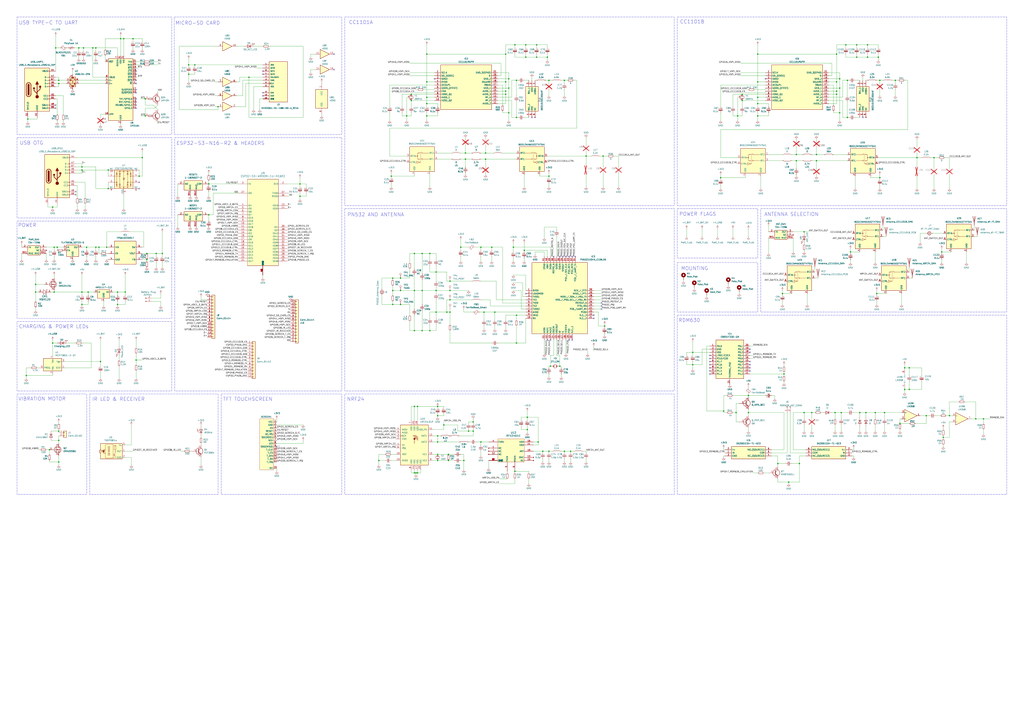
<source format=kicad_sch>
(kicad_sch (version 20231120) (generator "eeschema") (generator_version "8.0")
  (paper "A1")
  (title_block (title "Pen-Testing Device") (date "2024-12-02") (rev "2.0") (company "Author: Jonathan Woolf"))
  (lib_symbols
    (symbol "1-1825027-2:1-1825027-2"
      (property "Reference" "S" (at 21.59 7.62 0))
      (property "Value" "1-1825027-2" (at 21.59 5.08 0))
      (symbol "1-1825027-2_1_1"
        (pin passive line (at 25.4 0 180) (length 5.08) (name "COM") (number "1"))
        (pin passive line (at 0 0 0) (length 5.08) (name "NO") (number "2"))
        (pin passive line (at 10.16 -10.16 90) (length 5.08) (name "MH1") (number "MH1"))
        (pin passive line (at 15.24 -10.16 90) (length 5.08) (name "MH2") (number "MH2"))
      )
    )
    (symbol "2024-11-25_13-42-05:RFX2401C" (pin_names (offset 0.254))
      (property "Reference" "U" (at 18.542 9.398 0))
      (property "Value" "RFX2401C" (at 18.542 6.604 0))
      (symbol "RFX2401C_0_1"
        (pin no_connect line (at 0 -2.54 0) (length 7.62) (name "NC") (number "1"))
        (pin unspecified line (at 36.83 -5.08 180) (length 7.62) (name "ANT") (number "10"))
        (pin power_out line (at 0 -12.7 0) (length 7.62) (name "GND") (number "11"))
        (pin no_connect line (at 0 -7.62 0) (length 7.62) (name "NC") (number "12"))
        (pin no_connect line (at 36.83 -10.16 180) (length 7.62) (name "DNC") (number "13"))
        (pin power_in line (at 36.83 0 180) (length 7.62) (name "VDD") (number "14"))
        (pin no_connect line (at 36.83 -12.7 180) (length 7.62) (name "NC") (number "15"))
        (pin power_in line (at 36.83 2.54 180) (length 7.62) (name "VDD") (number "16"))
        (pin power_out line (at 0 -12.7 0) (length 7.62) (name "GND") (number "17"))
        (pin power_out line (at 0 -12.7 0) (length 7.62) (name "GND") (number "2"))
        (pin power_out line (at 0 -12.7 0) (length 7.62) (name "GND") (number "3"))
        (pin unspecified line (at 0 2.54 0) (length 7.62) (name "TXRX") (number "4"))
        (pin input line (at 15.24 -21.59 90) (length 7.62) (name "TXEN") (number "5"))
        (pin input line (at 21.59 -21.59 90) (length 7.62) (name "RXEN") (number "6"))
        (pin no_connect line (at 0 -5.08 0) (length 7.62) (name "NC") (number "7"))
        (pin power_out line (at 0 -12.7 0) (length 7.62) (name "GND") (number "8"))
        (pin power_out line (at 0 -12.7 0) (length 7.62) (name "GND") (number "9"))
      )
    )
    (symbol "4xxx:4050" (pin_names (offset 1.016))
      (property "Reference" "U" (at 0 1.27 0))
      (property "Value" "4050" (at 0 -1.27 0))
      (symbol "4050_1_0"
        (pin output line (at 7.62 0 180) (length 3.81) (name "~") (number "2"))
        (pin input line (at -7.62 0 0) (length 3.81) (name "~") (number "3"))
      )
      (symbol "4050_2_0"
        (pin output line (at 7.62 0 180) (length 3.81) (name "~") (number "4"))
        (pin input line (at -7.62 0 0) (length 3.81) (name "~") (number "5"))
      )
      (symbol "4050_3_0"
        (pin output line (at 7.62 0 180) (length 3.81) (name "~") (number "6"))
        (pin input line (at -7.62 0 0) (length 3.81) (name "~") (number "7"))
      )
      (symbol "4050_4_0"
        (pin output line (at 7.62 0 180) (length 3.81) (name "~") (number "10"))
        (pin input line (at -7.62 0 0) (length 3.81) (name "~") (number "9"))
      )
      (symbol "4050_5_0"
        (pin input line (at -7.62 0 0) (length 3.81) (name "~") (number "11"))
        (pin output line (at 7.62 0 180) (length 3.81) (name "~") (number "12"))
      )
      (symbol "4050_6_0"
        (pin input line (at -7.62 0 0) (length 3.81) (name "~") (number "14"))
        (pin output line (at 7.62 0 180) (length 3.81) (name "~") (number "15"))
      )
      (symbol "4050_7_0"
        (pin power_in line (at 0 12.7 270) (length 5.08) (name "VCC") (number "1"))
        (pin power_in line (at 0 -12.7 90) (length 5.08) (name "VSS") (number "8"))
      )
    )
    (symbol "Amplifier_Operational:LM358" (pin_names (offset 0.127))
      (property "Reference" "U" (at 0 5.08 0))
      (property "Value" "LM358" (at 0 -5.08 0))
      (symbol "LM358_1_1"
        (pin output line (at 7.62 0 180) (length 2.54) (name "~") (number "1"))
        (pin input line (at -7.62 -2.54 0) (length 2.54) (name "-") (number "2"))
        (pin input line (at -7.62 2.54 0) (length 2.54) (name "+") (number "3"))
      )
      (symbol "LM358_2_1"
        (pin input line (at -7.62 2.54 0) (length 2.54) (name "+") (number "5"))
        (pin input line (at -7.62 -2.54 0) (length 2.54) (name "-") (number "6"))
        (pin output line (at 7.62 0 180) (length 2.54) (name "~") (number "7"))
      )
      (symbol "LM358_3_1"
        (pin power_in line (at -2.54 -7.62 90) (length 3.81) (name "V-") (number "4"))
        (pin power_in line (at -2.54 7.62 270) (length 3.81) (name "V+") (number "8"))
      )
    )
    (symbol "B0310J50100AHF:B0310J50100AHF"
      (property "Reference" "FL" (at 13.716 7.366 0))
      (property "Value" "B0310J50100AHF" (at 6.604 5.08 0))
      (symbol "B0310J50100AHF_1_1"
        (pin passive line (at 0 0 0) (length 5.08) (name "UNBAL") (number "1"))
        (pin passive line (at 0 -2.54 0) (length 5.08) (name "GND") (number "2"))
        (pin passive line (at 0 -5.08 0) (length 5.08) (name "BAL_1") (number "3"))
        (pin passive line (at 30.48 -5.08 180) (length 5.08) (name "BAL_2") (number "4"))
        (pin passive line (at 30.48 -2.54 180) (length 5.08) (name "DNC") (number "5"))
        (pin no_connect line (at 30.48 0 180) (length 5.08) (name "NC") (number "6"))
      )
    )
    (symbol "Battery_Management:MCP73831-2-OT"
      (property "Reference" "U" (at -7.62 6.35 0))
      (property "Value" "MCP73831-2-OT" (at 1.27 6.35 0))
      (symbol "MCP73831-2-OT_1_1"
        (pin tri_state line (at 10.16 -2.54 180) (length 2.54) (name "STAT") (number "1"))
        (pin power_in line (at 0 -7.62 90) (length 2.54) (name "V_{SS}") (number "2"))
        (pin power_out line (at 10.16 2.54 180) (length 2.54) (name "V_{BAT}") (number "3"))
        (pin power_in line (at 0 7.62 270) (length 2.54) (name "V_{DD}") (number "4"))
        (pin input line (at -10.16 -2.54 0) (length 2.54) (name "PROG") (number "5"))
      )
    )
    (symbol "C8051F330-GM:C8051F330-GM"
      (property "Reference" "IC" (at 8.636 20.066 0))
      (property "Value" "C8051F330-GM" (at 8.636 17.526 0))
      (symbol "C8051F330-GM_1_1"
        (pin passive line (at 0 10.16 0) (length 5.08) (name "P0.0") (number "1"))
        (pin passive line (at 0 -12.7 0) (length 5.08) (name "P1.3") (number "10"))
        (pin passive line (at 33.02 -12.7 180) (length 5.08) (name "P1.2") (number "11"))
        (pin passive line (at 33.02 -10.16 180) (length 5.08) (name "P1.1") (number "12"))
        (pin passive line (at 33.02 -7.62 180) (length 5.08) (name "P1.0") (number "13"))
        (pin passive line (at 33.02 -5.08 180) (length 5.08) (name "P0.7") (number "14"))
        (pin passive line (at 33.02 -2.54 180) (length 5.08) (name "P0.6") (number "15"))
        (pin passive line (at 33.02 0 180) (length 5.08) (name "P0.5") (number "16"))
        (pin passive line (at 33.02 2.54 180) (length 5.08) (name "P0.4") (number "17"))
        (pin passive line (at 33.02 5.08 180) (length 5.08) (name "P0.3") (number "18"))
        (pin passive line (at 33.02 7.62 180) (length 5.08) (name "P0.2") (number "19"))
        (pin passive line (at 0 7.62 0) (length 5.08) (name "GND") (number "2"))
        (pin passive line (at 33.02 10.16 180) (length 5.08) (name "P0.1") (number "20"))
        (pin passive line (at 16.51 -21.59 90) (length 5.08) (name "THERMAL_PAD") (number "21"))
        (pin passive line (at 0 5.08 0) (length 5.08) (name "VDD") (number "3"))
        (pin passive line (at 0 2.54 0) (length 5.08) (name "/RST/C2CK") (number "4"))
        (pin passive line (at 0 0 0) (length 5.08) (name "P2.0/C2D") (number "5"))
        (pin passive line (at 0 -2.54 0) (length 5.08) (name "P1.7") (number "6"))
        (pin passive line (at 0 -5.08 0) (length 5.08) (name "P1.6") (number "7"))
        (pin passive line (at 0 -7.62 0) (length 5.08) (name "P1.5") (number "8"))
        (pin passive line (at 0 -10.16 0) (length 5.08) (name "P1.4") (number "9"))
      )
    )
    (symbol "CC1101RGPR:CC1101RGPR"
      (property "Reference" "IC" (at 34.29 17.78 0))
      (property "Value" "CC1101RGPR" (at 34.29 15.24 0))
      (symbol "CC1101RGPR_1_1"
        (pin passive line (at 0 6.35 0) (length 5.08) (name "SCLK") (number "1"))
        (pin passive line (at 0 -16.51 0) (length 5.08) (name "XOSC_Q2") (number "10"))
        (pin passive line (at 52.07 -19.05 180) (length 5.08) (name "AVDD_2") (number "11"))
        (pin passive line (at 52.07 -16.51 180) (length 5.08) (name "RF_P") (number "12"))
        (pin passive line (at 52.07 -13.97 180) (length 5.08) (name "RF_N") (number "13"))
        (pin passive line (at 52.07 -11.43 180) (length 5.08) (name "AVDD_3") (number "14"))
        (pin passive line (at 52.07 -8.89 180) (length 5.08) (name "AVDD_4") (number "15"))
        (pin passive line (at 52.07 -6.35 180) (length 5.08) (name "GND_1") (number "16"))
        (pin passive line (at 52.07 -3.81 180) (length 5.08) (name "RBIAS") (number "17"))
        (pin passive line (at 52.07 -1.27 180) (length 5.08) (name "DGUARD") (number "18"))
        (pin passive line (at 52.07 1.27 180) (length 5.08) (name "GND_2") (number "19"))
        (pin passive line (at 0 3.81 0) (length 5.08) (name "SO_(GDO1)") (number "2"))
        (pin passive line (at 52.07 3.81 180) (length 5.08) (name "SI") (number "20"))
        (pin passive line (at 52.07 6.35 180) (length 5.08) (name "GND_3(EPAD)") (number "21"))
        (pin passive line (at 0 1.27 0) (length 5.08) (name "GDO2") (number "3"))
        (pin passive line (at 0 -1.27 0) (length 5.08) (name "DVDD") (number "4"))
        (pin passive line (at 0 -3.81 0) (length 5.08) (name "DCOUPL") (number "5"))
        (pin passive line (at 0 -6.35 0) (length 5.08) (name "GDO0_(ATEST)") (number "6"))
        (pin passive line (at 0 -8.89 0) (length 5.08) (name "CSN") (number "7"))
        (pin passive line (at 0 -11.43 0) (length 5.08) (name "XOSC_Q1") (number "8"))
        (pin passive line (at 0 -13.97 0) (length 5.08) (name "AVDD_1") (number "9"))
      )
    )
    (symbol "Connector:Conn_01x02_Pin" (pin_names (offset 1.016) hide)
      (property "Reference" "J" (at 0 2.54 0))
      (property "Value" "Conn_01x02_Pin" (at 0 -5.08 0))
      (symbol "Conn_01x02_Pin_1_1"
        (pin passive line (at 5.08 0 180) (length 3.81) (name "Pin_1") (number "1"))
        (pin passive line (at 5.08 -2.54 180) (length 3.81) (name "Pin_2") (number "2"))
      )
    )
    (symbol "Connector:Conn_Coaxial_Small" (pin_numbers hide) (pin_names (offset 1.016) hide)
      (property "Reference" "J" (at 0.254 3.048 0))
      (property "Value" "Conn_Coaxial_Small" (at 0 -3.81 0))
      (symbol "Conn_Coaxial_Small_1_1"
        (pin passive line (at -2.54 0 0) (length 1.27) (name "In") (number "1"))
        (pin passive line (at 2.54 0 180) (length 1.27) (name "Ext") (number "2"))
      )
    )
    (symbol "Connector:TestPoint" (pin_numbers hide) (pin_names (offset 0.762) hide)
      (property "Reference" "TP" (at 0 6.858 0))
      (property "Value" "TestPoint" (at 0 5.08 0))
      (symbol "TestPoint_1_1"
        (pin passive line (at 0 0 90) (length 2.54) (name "1") (number "1"))
      )
    )
    (symbol "Connector:USB_C_Receptacle_USB2.0_16P" (pin_names (offset 1.016))
      (property "Reference" "J1" (at 0 22.86 0))
      (property "Value" "USB_C_Receptacle_USB2.0_16P" (at 0 20.32 0))
      (symbol "USB_C_Receptacle_USB2.0_16P_1_1"
        (pin passive line (at 0 -22.86 90) (length 5.08) (name "GND") (number "A1"))
        (pin passive line (at 0 -22.86 90) (length 5.08) hide (name "GND") (number "A12"))
        (pin passive line (at 15.24 15.24 180) (length 5.08) (name "VBUS") (number "A4"))
        (pin bidirectional line (at 15.24 -5.08 180) (length 5.08) (name "CC1") (number "A5"))
        (pin bidirectional line (at 15.24 5.08 180) (length 5.08) (name "D+") (number "A6"))
        (pin bidirectional line (at 15.24 10.16 180) (length 5.08) (name "D-") (number "A7"))
        (pin bidirectional line (at 15.24 -12.7 180) (length 5.08) (name "SBU1") (number "A8"))
        (pin passive line (at 15.24 15.24 180) (length 5.08) hide (name "VBUS") (number "A9"))
        (pin passive line (at 0 -22.86 90) (length 5.08) hide (name "GND") (number "B1"))
        (pin passive line (at 0 -22.86 90) (length 5.08) hide (name "GND") (number "B12"))
        (pin passive line (at 15.24 15.24 180) (length 5.08) hide (name "VBUS") (number "B4"))
        (pin bidirectional line (at 15.24 -7.62 180) (length 5.08) (name "CC2") (number "B5"))
        (pin bidirectional line (at 15.24 2.54 180) (length 5.08) (name "D+") (number "B6"))
        (pin bidirectional line (at 15.24 7.62 180) (length 5.08) (name "D-") (number "B7"))
        (pin bidirectional line (at 15.24 -15.24 180) (length 5.08) (name "SBU2") (number "B8"))
        (pin passive line (at 15.24 15.24 180) (length 5.08) hide (name "VBUS") (number "B9"))
        (pin passive line (at -7.62 -22.86 90) (length 5.08) (name "SHIELD") (number "S1"))
      )
    )
    (symbol "Connector_Generic:Conn_01x02" (pin_names (offset 1.016) hide)
      (property "Reference" "J" (at 0 2.54 0))
      (property "Value" "Conn_01x02" (at 0 -5.08 0))
      (symbol "Conn_01x02_1_1"
        (pin passive line (at -5.08 0 0) (length 3.81) (name "Pin_1") (number "1"))
        (pin passive line (at -5.08 -2.54 0) (length 3.81) (name "Pin_2") (number "2"))
      )
    )
    (symbol "Connector_Generic:Conn_01x12" (pin_names (offset 1.016) hide)
      (property "Reference" "J" (at 0 15.24 0))
      (property "Value" "Conn_01x12" (at 0 -17.78 0))
      (symbol "Conn_01x12_1_1"
        (pin passive line (at -5.08 12.7 0) (length 3.81) (name "Pin_1") (number "1"))
        (pin passive line (at -5.08 -10.16 0) (length 3.81) (name "Pin_10") (number "10"))
        (pin passive line (at -5.08 -12.7 0) (length 3.81) (name "Pin_11") (number "11"))
        (pin passive line (at -5.08 -15.24 0) (length 3.81) (name "Pin_12") (number "12"))
        (pin passive line (at -5.08 10.16 0) (length 3.81) (name "Pin_2") (number "2"))
        (pin passive line (at -5.08 7.62 0) (length 3.81) (name "Pin_3") (number "3"))
        (pin passive line (at -5.08 5.08 0) (length 3.81) (name "Pin_4") (number "4"))
        (pin passive line (at -5.08 2.54 0) (length 3.81) (name "Pin_5") (number "5"))
        (pin passive line (at -5.08 0 0) (length 3.81) (name "Pin_6") (number "6"))
        (pin passive line (at -5.08 -2.54 0) (length 3.81) (name "Pin_7") (number "7"))
        (pin passive line (at -5.08 -5.08 0) (length 3.81) (name "Pin_8") (number "8"))
        (pin passive line (at -5.08 -7.62 0) (length 3.81) (name "Pin_9") (number "9"))
      )
    )
    (symbol "Connector_Generic:Conn_01x14" (pin_names (offset 1.016) hide)
      (property "Reference" "J" (at 0 17.78 0))
      (property "Value" "Conn_01x14" (at 0 -20.32 0))
      (symbol "Conn_01x14_1_1"
        (pin passive line (at -5.08 15.24 0) (length 3.81) (name "Pin_1") (number "1"))
        (pin passive line (at -5.08 -7.62 0) (length 3.81) (name "Pin_10") (number "10"))
        (pin passive line (at -5.08 -10.16 0) (length 3.81) (name "Pin_11") (number "11"))
        (pin passive line (at -5.08 -12.7 0) (length 3.81) (name "Pin_12") (number "12"))
        (pin passive line (at -5.08 -15.24 0) (length 3.81) (name "Pin_13") (number "13"))
        (pin passive line (at -5.08 -17.78 0) (length 3.81) (name "Pin_14") (number "14"))
        (pin passive line (at -5.08 12.7 0) (length 3.81) (name "Pin_2") (number "2"))
        (pin passive line (at -5.08 10.16 0) (length 3.81) (name "Pin_3") (number "3"))
        (pin passive line (at -5.08 7.62 0) (length 3.81) (name "Pin_4") (number "4"))
        (pin passive line (at -5.08 5.08 0) (length 3.81) (name "Pin_5") (number "5"))
        (pin passive line (at -5.08 2.54 0) (length 3.81) (name "Pin_6") (number "6"))
        (pin passive line (at -5.08 0 0) (length 3.81) (name "Pin_7") (number "7"))
        (pin passive line (at -5.08 -2.54 0) (length 3.81) (name "Pin_8") (number "8"))
        (pin passive line (at -5.08 -5.08 0) (length 3.81) (name "Pin_9") (number "9"))
      )
    )
    (symbol "DG2001EDV-T1-GE3:DG2001EDV-T1-GE3"
      (property "Reference" "IC" (at 34.29 7.62 0))
      (property "Value" "DG2001EDV-T1-GE3" (at 34.29 5.08 0))
      (symbol "DG2001EDV-T1-GE3_1_1"
        (pin passive line (at 0 -2.54 0) (length 5.08) (name "IN") (number "1"))
        (pin passive line (at 0 0 0) (length 5.08) (name "V+") (number "2"))
        (pin passive line (at 0 -5.08 0) (length 5.08) (name "GND") (number "3"))
        (pin passive line (at 38.1 -5.08 180) (length 5.08) (name "NC_(SOURCE2)") (number "4"))
        (pin passive line (at 38.1 -2.54 180) (length 5.08) (name "COM") (number "5"))
        (pin passive line (at 38.1 0 180) (length 5.08) (name "NO_(SOURCE1)") (number "6"))
      )
    )
    (symbol "Device:Antenna" (pin_numbers hide) (pin_names (offset 1.016) hide)
      (property "Reference" "AE" (at -1.905 1.905 0))
      (property "Value" "Antenna" (at -1.905 0 0))
      (symbol "Antenna_1_1"
        (pin input line (at 0 -5.08 90) (length 2.54) (name "A") (number "1"))
      )
    )
    (symbol "Device:C_Polarized_Small" (pin_numbers hide) (pin_names (offset 0.254) hide)
      (property "Reference" "C" (at 0.254 1.778 0))
      (property "Value" "C_Polarized_Small" (at 0.254 -2.032 0))
      (symbol "C_Polarized_Small_1_1"
        (pin passive line (at 0 2.54 270) (length 1.8542) (name "~") (number "1"))
        (pin passive line (at 0 -2.54 90) (length 1.8542) (name "~") (number "2"))
      )
    )
    (symbol "Device:C_Small" (pin_numbers hide) (pin_names (offset 0.254) hide)
      (property "Reference" "C" (at 0.254 1.778 0))
      (property "Value" "C_Small" (at 0.254 -2.032 0))
      (symbol "C_Small_1_1"
        (pin passive line (at 0 2.54 270) (length 2.032) (name "~") (number "1"))
        (pin passive line (at 0 -2.54 90) (length 2.032) (name "~") (number "2"))
      )
    )
    (symbol "Device:Crystal_GND2_Small" (pin_names (offset 1.016) hide)
      (property "Reference" "Y" (at 0 5.08 0))
      (property "Value" "Crystal_GND2_Small" (at 0 3.175 0))
      (symbol "Crystal_GND2_Small_1_1"
        (pin passive line (at -2.54 0 0) (length 1.27) (name "1") (number "1"))
        (pin passive line (at 0 -2.54 90) (length 0.635) (name "2") (number "2"))
        (pin passive line (at 2.54 0 180) (length 1.27) (name "3") (number "3"))
      )
    )
    (symbol "Device:Crystal_Small" (pin_numbers hide) (pin_names (offset 1.016) hide)
      (property "Reference" "Y" (at 0 2.54 0))
      (property "Value" "Crystal_Small" (at 0 -2.54 0))
      (symbol "Crystal_Small_1_1"
        (pin passive line (at -2.54 0 0) (length 1.27) (name "1") (number "1"))
        (pin passive line (at 2.54 0 180) (length 1.27) (name "2") (number "2"))
      )
    )
    (symbol "Device:D" (pin_numbers hide) (pin_names (offset 1.016) hide)
      (property "Reference" "D" (at 0 2.54 0))
      (property "Value" "D" (at 0 -2.54 0))
      (symbol "D_1_1"
        (pin passive line (at -3.81 0 0) (length 2.54) (name "K") (number "1"))
        (pin passive line (at 3.81 0 180) (length 2.54) (name "A") (number "2"))
      )
    )
    (symbol "Device:FerriteBead_Small" (pin_numbers hide) (pin_names (offset 0))
      (property "Reference" "FB" (at 1.905 1.27 0))
      (property "Value" "FerriteBead_Small" (at 1.905 -1.27 0))
      (symbol "FerriteBead_Small_1_1"
        (pin passive line (at 0 2.54 270) (length 1.27) (name "~") (number "1"))
        (pin passive line (at 0 -2.54 90) (length 1.27) (name "~") (number "2"))
      )
    )
    (symbol "Device:L" (pin_numbers hide) (pin_names (offset 1.016) hide)
      (property "Reference" "L" (at -1.27 0 90))
      (property "Value" "L" (at 1.905 0 90))
      (symbol "L_1_1"
        (pin passive line (at 0 3.81 270) (length 1.27) (name "1") (number "1"))
        (pin passive line (at 0 -3.81 90) (length 1.27) (name "2") (number "2"))
      )
    )
    (symbol "Device:LED" (pin_numbers hide) (pin_names (offset 1.016) hide)
      (property "Reference" "D" (at 0 2.54 0))
      (property "Value" "LED" (at 0 -2.54 0))
      (symbol "LED_1_1"
        (pin passive line (at -3.81 0 0) (length 2.54) (name "K") (number "1"))
        (pin passive line (at 3.81 0 180) (length 2.54) (name "A") (number "2"))
      )
    )
    (symbol "Device:Polyfuse_Small" (pin_numbers hide) (pin_names (offset 0))
      (property "Reference" "F" (at -1.905 0 90))
      (property "Value" "Polyfuse_Small" (at 1.905 0 90))
      (symbol "Polyfuse_Small_1_1"
        (pin passive line (at 0 2.54 270) (length 0.635) (name "~") (number "1"))
        (pin passive line (at 0 -2.54 90) (length 0.635) (name "~") (number "2"))
      )
    )
    (symbol "Device:Q_NPN_BEC" (pin_names (offset 0) hide)
      (property "Reference" "Q" (at 5.08 1.27 0))
      (property "Value" "Q_NPN_BEC" (at 5.08 -1.27 0))
      (symbol "Q_NPN_BEC_1_1"
        (pin input line (at -5.08 0 0) (length 5.715) (name "B") (number "1"))
        (pin passive line (at 2.54 -5.08 90) (length 2.54) (name "E") (number "2"))
        (pin passive line (at 2.54 5.08 270) (length 2.54) (name "C") (number "3"))
      )
    )
    (symbol "Device:Q_PMOS_GSD" (pin_names (offset 0) hide)
      (property "Reference" "Q" (at 5.08 1.27 0))
      (property "Value" "Q_PMOS_GSD" (at 5.08 -1.27 0))
      (symbol "Q_PMOS_GSD_1_1"
        (pin input line (at -5.08 0 0) (length 2.54) (name "G") (number "1"))
        (pin passive line (at 2.54 -5.08 90) (length 2.54) (name "S") (number "2"))
        (pin passive line (at 2.54 5.08 270) (length 2.54) (name "D") (number "3"))
      )
    )
    (symbol "Device:Q_PNP_BEC" (pin_names (offset 0) hide)
      (property "Reference" "Q" (at 5.08 1.27 0))
      (property "Value" "Q_PNP_BEC" (at 5.08 -1.27 0))
      (symbol "Q_PNP_BEC_1_1"
        (pin input line (at -5.08 0 0) (length 5.715) (name "B") (number "1"))
        (pin passive line (at 2.54 -5.08 90) (length 2.54) (name "E") (number "2"))
        (pin passive line (at 2.54 5.08 270) (length 2.54) (name "C") (number "3"))
      )
    )
    (symbol "Device:R_Small" (pin_numbers hide) (pin_names (offset 0.254) hide)
      (property "Reference" "R" (at 0.762 0.508 0))
      (property "Value" "R_Small" (at 0.762 -1.016 0))
      (symbol "R_Small_1_1"
        (pin passive line (at 0 2.54 270) (length 0.762) (name "~") (number "1"))
        (pin passive line (at 0 -2.54 90) (length 0.762) (name "~") (number "2"))
      )
    )
    (symbol "Diode:1N4148WT" (pin_numbers hide) (pin_names hide)
      (property "Reference" "D" (at 0 2.54 0))
      (property "Value" "1N4148WT" (at 0 -2.54 0))
      (symbol "1N4148WT_1_1"
        (pin passive line (at -3.81 0 0) (length 2.54) (name "K") (number "1"))
        (pin passive line (at 3.81 0 180) (length 2.54) (name "A") (number "2"))
      )
    )
    (symbol "Imported SamacSys_Parts:734-7296"
      (property "Reference" "S1" (at 12.7 7.62 0))
      (property "Value" "734-7296" (at 12.7 5.08 0))
      (symbol "734-7296_1_1"
        (pin no_connect line (at 22.86 0 180) (length 5.08) (name "NC") (number "1"))
        (pin passive line (at 2.54 2.54 0) (length 5.08) (name "IN") (number "2"))
        (pin passive line (at 22.86 2.54 180) (length 5.08) (name "OUT") (number "3"))
        (pin passive line (at 2.54 -2.54 0) (length 5.08) (name "MH1") (number "MH1"))
        (pin passive line (at 22.86 -2.54 180) (length 5.08) (name "MH2") (number "MH2"))
      )
    )
    (symbol "Interface_Optical:TSOP382xx"
      (property "Reference" "U" (at -10.16 7.62 0))
      (property "Value" "TSOP382xx" (at -10.16 -7.62 0))
      (symbol "TSOP382xx_0_0"
        (text "DEMOD" (at -3.175 0.254 900) (effects (font (size 1.524 1.524))))
      )
      (symbol "TSOP382xx_1_1"
        (pin output line (at 10.16 0 180) (length 2.54) (name "OUT") (number "1"))
        (pin power_in line (at 10.16 -5.08 180) (length 2.54) (name "GND") (number "2"))
        (pin power_in line (at 10.16 5.08 180) (length 2.54) (name "Vs") (number "3"))
      )
    )
    (symbol "Interface_USB:CP2104"
      (property "Reference" "U" (at -5.08 28.575 0))
      (property "Value" "CP2104" (at -5.08 26.67 0))
      (symbol "CP2104_1_1"
        (pin input line (at 12.7 5.08 180) (length 2.54) (name "~{RI}") (number "1"))
        (pin no_connect line (at 10.16 -20.32 180) (length 2.54) hide (name "NC") (number "10"))
        (pin bidirectional line (at 12.7 -15.24 180) (length 2.54) (name "GPIO.3") (number "11"))
        (pin bidirectional line (at 12.7 -12.7 180) (length 2.54) (name "RS485/GPIO.2") (number "12"))
        (pin bidirectional line (at 12.7 -10.16 180) (length 2.54) (name "RXT/GPIO.1") (number "13"))
        (pin bidirectional line (at 12.7 -7.62 180) (length 2.54) (name "TXT/GPIO.0") (number "14"))
        (pin output line (at 12.7 -2.54 180) (length 2.54) (name "~{SUSPEND}") (number "15"))
        (pin passive line (at -12.7 -20.32 0) (length 2.54) (name "VPP") (number "16"))
        (pin output line (at 12.7 0 180) (length 2.54) (name "SUSPEND") (number "17"))
        (pin input line (at 12.7 15.24 180) (length 2.54) (name "~{CTS}") (number "18"))
        (pin output line (at 12.7 17.78 180) (length 2.54) (name "~{RTS}") (number "19"))
        (pin power_in line (at 0 -27.94 90) (length 2.54) (name "GND") (number "2"))
        (pin input line (at 12.7 20.32 180) (length 2.54) (name "RXD") (number "20"))
        (pin output line (at 12.7 22.86 180) (length 2.54) (name "TXD") (number "21"))
        (pin input line (at 12.7 12.7 180) (length 2.54) (name "~{DSR}") (number "22"))
        (pin output line (at 12.7 10.16 180) (length 2.54) (name "~{DTR}") (number "23"))
        (pin input line (at 12.7 7.62 180) (length 2.54) (name "~{DCD}") (number "24"))
        (pin passive line (at 0 -27.94 90) (length 2.54) hide (name "GND") (number "25"))
        (pin bidirectional line (at -12.7 5.08 0) (length 2.54) (name "D+") (number "3"))
        (pin bidirectional line (at -12.7 7.62 0) (length 2.54) (name "D-") (number "4"))
        (pin power_in line (at 2.54 27.94 270) (length 2.54) (name "VIO") (number "5"))
        (pin power_in line (at 0 27.94 270) (length 2.54) (name "VDD") (number "6"))
        (pin power_in line (at -2.54 27.94 270) (length 2.54) (name "REGIN") (number "7"))
        (pin input line (at -12.7 10.16 0) (length 2.54) (name "VBUS") (number "8"))
        (pin bidirectional line (at -12.7 22.86 0) (length 2.54) (name "~{RST}") (number "9"))
      )
    )
    (symbol "LED:IR204A" (pin_numbers hide) (pin_names (offset 1.016) hide)
      (property "Reference" "D" (at 0.508 1.778 0))
      (property "Value" "IR204A" (at -1.016 -2.794 0))
      (symbol "IR204A_1_1"
        (pin passive line (at -5.08 0 0) (length 2.54) (name "K") (number "1"))
        (pin passive line (at 2.54 0 180) (length 2.54) (name "A") (number "2"))
      )
    )
    (symbol "MBR120:MBR120LSFT3G" (pin_names (offset 0.254))
      (property "Reference" "CR" (at 5.08 4.445 0))
      (property "Value" "MBR120LSFT3G" (at 5.08 -3.81 0))
      (symbol "MBR120LSFT3G_0_1"
        (pin unspecified line (at 10.16 0 180) (length 2.54) (name "") (number "1"))
        (pin unspecified line (at 0 0 0) (length 2.54) (name "") (number "2"))
      )
    )
    (symbol "Mechanical:MountingHole_Pad" (pin_numbers hide) (pin_names (offset 1.016) hide)
      (property "Reference" "H" (at 0 6.35 0))
      (property "Value" "MountingHole_Pad" (at 0 4.445 0))
      (symbol "MountingHole_Pad_1_1"
        (pin input line (at 0 -2.54 90) (length 2.54) (name "1") (number "1"))
      )
    )
    (symbol "Micro_SD_Card:MEM2061-01-188-00-A_REVA" (pin_names (offset 1.016))
      (property "Reference" "J" (at 0 15.2675 0))
      (property "Value" "MEM2061-01-188-00-A_REVA" (at 0 -20.3415 0))
      (symbol "MEM2061-01-188-00-A_REVA_0_0"
        (pin bidirectional line (at -5.08 5.08 0) (length 5.08) (name "DAT2") (number "1"))
        (pin passive line (at -5.08 -12.7 0) (length 5.08) (name "CD2") (number "10"))
        (pin power_in line (at -5.08 -15.24 0) (length 5.08) (name "GND") (number "11"))
        (pin power_in line (at -5.08 -15.24 0) (length 5.08) (name "GND") (number "12"))
        (pin bidirectional line (at -5.08 2.54 0) (length 5.08) (name "CD/DAT3") (number "2"))
        (pin bidirectional line (at -5.08 0 0) (length 5.08) (name "CMD") (number "3"))
        (pin power_in line (at -5.08 12.7 0) (length 5.08) (name "VDD") (number "4"))
        (pin bidirectional clock (at -5.08 -2.54 0) (length 5.08) (name "CLK") (number "5"))
        (pin power_in line (at -5.08 -5.08 0) (length 5.08) (name "VSS") (number "6"))
        (pin bidirectional line (at -5.08 10.16 0) (length 5.08) (name "DAT0") (number "7"))
        (pin bidirectional line (at -5.08 7.62 0) (length 5.08) (name "DAT1") (number "8"))
        (pin passive line (at -5.08 -10.16 0) (length 5.08) (name "CD1") (number "9"))
      )
    )
    (symbol "PN5321A3HN_C106_55:PN5321A3HN_C106,55"
      (property "Reference" "IC" (at 52.07 27.94 0))
      (property "Value" "PN5321A3HN_C106,55" (at 52.07 25.4 0))
      (symbol "PN5321A3HN_C106,55_1_1"
        (pin passive line (at 0 0 0) (length 5.08) (name "DVSS") (number "1"))
        (pin passive line (at 0 -22.86 0) (length 5.08) (name "RX") (number "10"))
        (pin passive line (at 15.24 -40.64 90) (length 5.08) (name "AVSS") (number "11"))
        (pin passive line (at 17.78 -40.64 90) (length 5.08) (name "AUX1") (number "12"))
        (pin passive line (at 20.32 -40.64 90) (length 5.08) (name "AUX2") (number "13"))
        (pin passive line (at 22.86 -40.64 90) (length 5.08) (name "OSCIN") (number "14"))
        (pin passive line (at 25.4 -40.64 90) (length 5.08) (name "OSCOUT") (number "15"))
        (pin passive line (at 27.94 -40.64 90) (length 5.08) (name "I0") (number "16"))
        (pin passive line (at 30.48 -40.64 90) (length 5.08) (name "I1") (number "17"))
        (pin passive line (at 33.02 -40.64 90) (length 5.08) (name "TESTEN") (number "18"))
        (pin passive line (at 35.56 -40.64 90) (length 5.08) (name "P35") (number "19"))
        (pin passive line (at 0 -2.54 0) (length 5.08) (name "LOADMOD") (number "2"))
        (pin passive line (at 38.1 -40.64 90) (length 5.08) (name "N.C._1") (number "20"))
        (pin passive line (at 55.88 -22.86 180) (length 5.08) (name "N.C._2") (number "21"))
        (pin passive line (at 55.88 -20.32 180) (length 5.08) (name "N.C._3") (number "22"))
        (pin passive line (at 55.88 -17.78 180) (length 5.08) (name "PVDD") (number "23"))
        (pin passive line (at 55.88 -15.24 180) (length 5.08) (name "P30_/UART_RX") (number "24"))
        (pin passive line (at 55.88 -12.7 180) (length 5.08) (name "P70_IRQ") (number "25"))
        (pin passive line (at 55.88 -10.16 180) (length 5.08) (name "RSTOUT_N") (number "26"))
        (pin passive line (at 55.88 -7.62 180) (length 5.08) (name "NSS_/_P50_SCL_/_HSU_RX") (number "27"))
        (pin passive line (at 55.88 -5.08 180) (length 5.08) (name "MOSI_/_SDA_/_HSU_TX") (number "28"))
        (pin passive line (at 55.88 -2.54 180) (length 5.08) (name "MISO_/_P71") (number "29"))
        (pin passive line (at 0 -5.08 0) (length 5.08) (name "TVSS1") (number "3"))
        (pin passive line (at 55.88 0 180) (length 5.08) (name "SCK_/_P72") (number "30"))
        (pin passive line (at 40.64 27.94 270) (length 5.08) (name "P31_/_UART_TX") (number "31"))
        (pin passive line (at 38.1 27.94 270) (length 5.08) (name "P32_INT0") (number "32"))
        (pin passive line (at 35.56 27.94 270) (length 5.08) (name "P33_INT1") (number "33"))
        (pin passive line (at 33.02 27.94 270) (length 5.08) (name "P34_/_SIC_CLK") (number "34"))
        (pin passive line (at 30.48 27.94 270) (length 5.08) (name "SIGOUT") (number "35"))
        (pin passive line (at 27.94 27.94 270) (length 5.08) (name "SIGIN") (number "36"))
        (pin passive line (at 25.4 27.94 270) (length 5.08) (name "SVDD") (number "37"))
        (pin passive line (at 22.86 27.94 270) (length 5.08) (name "RSTPD_N") (number "38"))
        (pin passive line (at 20.32 27.94 270) (length 5.08) (name "DVDD") (number "39"))
        (pin passive line (at 0 -7.62 0) (length 5.08) (name "TX1") (number "4"))
        (pin passive line (at 17.78 27.94 270) (length 5.08) (name "VBAT") (number "40"))
        (pin passive line (at 15.24 27.94 270) (length 5.08) (name "EPAD") (number "41"))
        (pin passive line (at 0 -10.16 0) (length 5.08) (name "TVDD") (number "5"))
        (pin passive line (at 0 -12.7 0) (length 5.08) (name "TX2") (number "6"))
        (pin passive line (at 0 -15.24 0) (length 5.08) (name "TVSS2") (number "7"))
        (pin passive line (at 0 -17.78 0) (length 5.08) (name "AVDD") (number "8"))
        (pin passive line (at 0 -20.32 0) (length 5.08) (name "VMID") (number "9"))
      )
    )
    (symbol "Power_Protection:D3V3XA4B10LP" (pin_names (offset 0))
      (property "Reference" "U" (at -0.635 8.89 0))
      (property "Value" "D3V3XA4B10LP" (at 8.89 -10.16 0))
      (symbol "D3V3XA4B10LP_1_1"
        (pin passive line (at -12.7 2.54 0) (length 5.08) (name "~") (number "1"))
        (pin free line (at -12.7 7.62 0) (length 5.08) (name "NC") (number "10"))
        (pin passive line (at -12.7 -2.54 0) (length 5.08) (name "~") (number "2"))
        (pin power_in line (at 0 -12.7 90) (length 5.08) (name "VSS") (number "3"))
        (pin passive line (at 12.7 2.54 180) (length 5.08) (name "~") (number "4"))
        (pin passive line (at 12.7 -2.54 180) (length 5.08) (name "~") (number "5"))
        (pin free line (at 12.7 -7.62 180) (length 5.08) (name "NC") (number "6"))
        (pin free line (at 12.7 7.62 180) (length 5.08) (name "NC") (number "7"))
        (pin passive line (at 0 -12.7 90) (length 5.08) hide (name "VSS") (number "8"))
        (pin free line (at -12.7 -7.62 0) (length 5.08) (name "NC") (number "9"))
      )
    )
    (symbol "Power_Protection:USBLC6-2P6" (pin_names hide)
      (property "Reference" "U" (at 0.635 5.715 0))
      (property "Value" "USBLC6-2P6" (at 0.635 3.81 0))
      (symbol "USBLC6-2P6_1_1"
        (pin passive line (at -5.08 0 0) (length 2.54) (name "I/O1") (number "1"))
        (pin passive line (at 0 -7.62 90) (length 2.54) (name "GND") (number "2"))
        (pin passive line (at -5.08 -2.54 0) (length 2.54) (name "I/O2") (number "3"))
        (pin passive line (at 5.08 -2.54 180) (length 2.54) (name "I/O2") (number "4"))
        (pin passive line (at 0 5.08 270) (length 2.54) (name "VBUS") (number "5"))
        (pin passive line (at 5.08 0 180) (length 2.54) (name "I/O1") (number "6"))
      )
    )
    (symbol "Project_Symbols:4.0_TFT_Display"
      (property "Reference" "SCREEN" (at 0 1.016 0))
      (symbol "4.0_TFT_Display_1_1"
        (pin bidirectional line (at 7.62 -2.54 180) (length 2.54) (name "VCC") (number "1"))
        (pin bidirectional line (at 7.62 -25.4 180) (length 2.54) (name "T_CLK") (number "10"))
        (pin bidirectional line (at 7.62 -27.94 180) (length 2.54) (name "T_CS") (number "11"))
        (pin bidirectional line (at 7.62 -30.48 180) (length 2.54) (name "T_DIN") (number "12"))
        (pin bidirectional line (at 7.62 -33.02 180) (length 2.54) (name "T_DO") (number "13"))
        (pin bidirectional line (at 7.62 -35.56 180) (length 2.54) (name "T_IRQ") (number "14"))
        (pin bidirectional line (at 7.62 -40.64 180) (length 2.54) (name "MH") (number "15"))
        (pin bidirectional line (at 7.62 -5.08 180) (length 2.54) (name "GND") (number "2"))
        (pin bidirectional line (at 7.62 -7.62 180) (length 2.54) (name "CS") (number "3"))
        (pin bidirectional line (at 7.62 -10.16 180) (length 2.54) (name "RESET") (number "4"))
        (pin bidirectional line (at 7.62 -12.7 180) (length 2.54) (name "DC/RS") (number "5"))
        (pin bidirectional line (at 7.62 -15.24 180) (length 2.54) (name "SDI(MOSI)") (number "6"))
        (pin bidirectional line (at 7.62 -17.78 180) (length 2.54) (name "SCK") (number "7"))
        (pin bidirectional line (at 7.62 -20.32 180) (length 2.54) (name "LED") (number "8"))
        (pin bidirectional line (at 7.62 -22.86 180) (length 2.54) (name "SDO(MISO)") (number "9"))
      )
    )
    (symbol "Project_Symbols:ESP32-S3-WROOM-1U-N16R2" (pin_names (offset 0.254))
      (property "Reference" "U" (at 20.32 10.16 0))
      (property "Value" "ESP32-S3-WROOM-1U-N16R2" (at 20.32 7.62 0))
      (symbol "ESP32-S3-WROOM-1U-N16R2_1_1"
        (pin power_out line (at 20.32 -73.66 90) (length 7.62) (name "GND") (number "1"))
        (pin bidirectional line (at 0 -31.75 0) (length 7.62) (name "IO17") (number "10"))
        (pin bidirectional line (at 0 -34.29 0) (length 7.62) (name "IO18") (number "11"))
        (pin bidirectional line (at 0 -36.83 0) (length 7.62) (name "IO8") (number "12"))
        (pin bidirectional line (at 40.64 -16.51 180) (length 7.62) (name "IO19") (number "13"))
        (pin bidirectional line (at 40.64 -19.05 180) (length 7.62) (name "IO20") (number "14"))
        (pin bidirectional line (at 0 -39.37 0) (length 7.62) (name "IO3") (number "15"))
        (pin bidirectional line (at 0 -41.91 0) (length 7.62) (name "IO46") (number "16"))
        (pin bidirectional line (at 0 -44.45 0) (length 7.62) (name "IO9") (number "17"))
        (pin bidirectional line (at 0 -46.99 0) (length 7.62) (name "IO10") (number "18"))
        (pin bidirectional line (at 0 -49.53 0) (length 7.62) (name "IO11") (number "19"))
        (pin power_in line (at 40.64 1.27 180) (length 7.62) (name "3V3") (number "2"))
        (pin bidirectional line (at 0 -52.07 0) (length 7.62) (name "IO12") (number "20"))
        (pin bidirectional line (at 0 -54.61 0) (length 7.62) (name "IO13") (number "21"))
        (pin bidirectional line (at 0 -57.15 0) (length 7.62) (name "IO14") (number "22"))
        (pin bidirectional line (at 0 -59.69 0) (length 7.62) (name "IO21") (number "23"))
        (pin bidirectional line (at 0 -62.23 0) (length 7.62) (name "IO47") (number "24"))
        (pin bidirectional line (at 40.64 -62.23 180) (length 7.62) (name "IO48") (number "25"))
        (pin bidirectional line (at 40.64 -59.69 180) (length 7.62) (name "IO45") (number "26"))
        (pin bidirectional line (at 0 -6.35 0) (length 7.62) (name "IO0") (number "27"))
        (pin bidirectional line (at 40.64 -57.15 180) (length 7.62) (name "IO35") (number "28"))
        (pin bidirectional line (at 40.64 -54.61 180) (length 7.62) (name "IO36") (number "29"))
        (pin input line (at 0 1.27 0) (length 7.62) (name "EN") (number "3"))
        (pin bidirectional line (at 40.64 -52.07 180) (length 7.62) (name "IO37") (number "30"))
        (pin bidirectional line (at 40.64 -49.53 180) (length 7.62) (name "IO38") (number "31"))
        (pin bidirectional line (at 40.64 -46.99 180) (length 7.62) (name "IO39") (number "32"))
        (pin bidirectional line (at 40.64 -44.45 180) (length 7.62) (name "IO40") (number "33"))
        (pin bidirectional line (at 40.64 -41.91 180) (length 7.62) (name "IO41") (number "34"))
        (pin bidirectional line (at 40.64 -39.37 180) (length 7.62) (name "IO42") (number "35"))
        (pin bidirectional line (at 40.64 -8.89 180) (length 7.62) (name "RXD0") (number "36"))
        (pin bidirectional line (at 40.64 -6.35 180) (length 7.62) (name "TXD0") (number "37"))
        (pin bidirectional line (at 40.64 -36.83 180) (length 7.62) (name "IO2") (number "38"))
        (pin bidirectional line (at 40.64 -34.29 180) (length 7.62) (name "IO1") (number "39"))
        (pin bidirectional line (at 0 -16.51 0) (length 7.62) (name "IO4") (number "4"))
        (pin power_out line (at 20.32 -73.66 90) (length 7.62) (name "GND") (number "40"))
        (pin power_out line (at 20.32 -73.66 90) (length 7.62) (name "GND") (number "41"))
        (pin power_out line (at 20.32 -73.66 90) (length 7.62) (name "GND") (number "42"))
        (pin power_out line (at 20.32 -73.66 90) (length 7.62) (name "GND") (number "43"))
        (pin power_out line (at 20.32 -73.66 90) (length 7.62) (name "GND") (number "44"))
        (pin power_out line (at 20.32 -73.66 90) (length 7.62) (name "GND") (number "45"))
        (pin power_out line (at 20.32 -73.66 90) (length 7.62) (name "GND") (number "46"))
        (pin power_out line (at 20.32 -73.66 90) (length 7.62) (name "GND") (number "47"))
        (pin power_out line (at 20.32 -73.66 90) (length 7.62) (name "GND") (number "48"))
        (pin power_out line (at 20.32 -73.66 90) (length 7.62) (name "GND") (number "49"))
        (pin bidirectional line (at 0 -19.05 0) (length 7.62) (name "IO5") (number "5"))
        (pin bidirectional line (at 0 -21.59 0) (length 7.62) (name "IO6") (number "6"))
        (pin bidirectional line (at 0 -24.13 0) (length 7.62) (name "IO7") (number "7"))
        (pin bidirectional line (at 0 -26.67 0) (length 7.62) (name "IO15") (number "8"))
        (pin bidirectional line (at 0 -29.21 0) (length 7.62) (name "IO16") (number "9"))
      )
    )
    (symbol "RF:nRF24L01P" (pin_names (offset 1.016))
      (property "Reference" "U" (at -11.43 17.78 0))
      (property "Value" "nRF24L01P" (at 5.08 17.78 0))
      (symbol "nRF24L01P_1_1"
        (pin input line (at -15.24 0 0) (length 3.81) (name "CE") (number "1"))
        (pin passive line (at 15.24 -7.62 180) (length 3.81) (name "XC1") (number "10"))
        (pin power_out line (at 15.24 12.7 180) (length 3.81) (name "VDD_PA") (number "11"))
        (pin passive line (at 15.24 7.62 180) (length 3.81) (name "ANT1") (number "12"))
        (pin passive line (at 15.24 2.54 180) (length 3.81) (name "ANT2") (number "13"))
        (pin power_in line (at 0 -20.32 90) (length 3.81) (name "VSS") (number "14"))
        (pin power_in line (at 0 20.32 270) (length 3.81) (name "VDD") (number "15"))
        (pin passive line (at -15.24 -7.62 0) (length 3.81) (name "IREF") (number "16"))
        (pin power_in line (at 2.54 -20.32 90) (length 3.81) (name "VSS") (number "17"))
        (pin power_in line (at 2.54 20.32 270) (length 3.81) (name "VDD") (number "18"))
        (pin power_out line (at -15.24 -12.7 0) (length 3.81) (name "DVDD") (number "19"))
        (pin input line (at -15.24 5.08 0) (length 3.81) (name "CSN") (number "2"))
        (pin power_in line (at 5.08 -20.32 90) (length 3.81) (name "VSS") (number "20"))
        (pin input clock (at -15.24 7.62 0) (length 3.81) (name "SCK") (number "3"))
        (pin input line (at -15.24 12.7 0) (length 3.81) (name "MOSI") (number "4"))
        (pin output line (at -15.24 10.16 0) (length 3.81) (name "MISO") (number "5"))
        (pin output line (at -15.24 -2.54 0) (length 3.81) (name "IRQ") (number "6"))
        (pin power_in line (at -2.54 20.32 270) (length 3.81) (name "VDD") (number "7"))
        (pin power_in line (at -2.54 -20.32 90) (length 3.81) (name "VSS") (number "8"))
        (pin passive line (at 15.24 -12.7 180) (length 3.81) (name "XC2") (number "9"))
      )
    )
    (symbol "RF_Switch:BGS12WN6E6327"
      (property "Reference" "U3" (at 2.1941 15.24 0))
      (property "Value" "BGS12WN6E6327" (at 2.1941 12.7 0))
      (symbol "BGS12WN6E6327_1_1"
        (pin passive line (at 12.7 5.08 180) (length 2.54) (name "RF2") (number "1"))
        (pin power_in line (at 6.35 -12.7 90) (length 2.54) (name "GND") (number "2"))
        (pin passive line (at 12.7 0 180) (length 2.54) (name "RF1") (number "3"))
        (pin power_in line (at -6.35 -12.7 90) (length 2.54) (name "VDD") (number "4"))
        (pin passive line (at -12.7 2.54 0) (length 2.54) (name "RFIN") (number "5"))
        (pin input line (at -12.7 -2.54 0) (length 2.54) (name "CTRL") (number "6"))
      )
    )
    (symbol "Regulator_Linear:AMS1117-3.3"
      (property "Reference" "U" (at -3.81 3.175 0))
      (property "Value" "AMS1117-3.3" (at 0 3.175 0))
      (symbol "AMS1117-3.3_1_1"
        (pin power_in line (at 0 -7.62 90) (length 2.54) (name "GND") (number "1"))
        (pin power_out line (at 7.62 0 180) (length 2.54) (name "VO") (number "2"))
        (pin power_in line (at -7.62 0 0) (length 2.54) (name "VI") (number "3"))
      )
    )
    (symbol "Regulator_Linear:TLV70036_SOT23-5" (pin_names (offset 0.254))
      (property "Reference" "U" (at -3.81 5.715 0))
      (property "Value" "TLV70036_SOT23-5" (at 0 5.715 0))
      (symbol "TLV70036_SOT23-5_1_1"
        (pin power_in line (at -7.62 2.54 0) (length 2.54) (name "IN") (number "1"))
        (pin power_in line (at 0 -7.62 90) (length 2.54) (name "GND") (number "2"))
        (pin input line (at -7.62 0 0) (length 2.54) (name "EN") (number "3"))
        (pin no_connect line (at 5.08 0 180) (length 2.54) hide (name "NC") (number "4"))
        (pin power_out line (at 7.62 2.54 180) (length 2.54) (name "OUT") (number "5"))
      )
    )
    (symbol "TPS61023DRLT:TPS61023DRLT"
      (property "Reference" "IC" (at 24.13 7.62 0))
      (property "Value" "TPS61023DRLT" (at 24.13 5.08 0))
      (symbol "TPS61023DRLT_1_1"
        (pin passive line (at 27.94 -12.7 180) (length 5.08) (name "FB") (number "1"))
        (pin passive line (at 0 -7.62 0) (length 5.08) (name "EN") (number "2"))
        (pin passive line (at 0 -2.54 0) (length 5.08) (name "VIN") (number "3"))
        (pin passive line (at 0 -12.7 0) (length 5.08) (name "GND") (number "4"))
        (pin passive line (at 27.94 -2.54 180) (length 5.08) (name "SW") (number "5"))
        (pin passive line (at 27.94 -7.62 180) (length 5.08) (name "VOUT") (number "6"))
      )
    )
    (symbol "Transistor_BJT:MMBT5551L" (pin_names (offset 0) hide)
      (property "Reference" "Q" (at 5.08 1.905 0))
      (property "Value" "MMBT5551L" (at 5.08 0 0))
      (symbol "MMBT5551L_1_1"
        (pin input line (at -5.08 0 0) (length 5.715) (name "B") (number "1"))
        (pin passive line (at 2.54 -5.08 90) (length 2.54) (name "E") (number "2"))
        (pin passive line (at 2.54 5.08 270) (length 2.54) (name "C") (number "3"))
      )
    )
    (symbol "Transistor_BJT:PZT3904" (pin_names (offset 0) hide)
      (property "Reference" "Q" (at 5.08 1.905 0))
      (property "Value" "PZT3904" (at 5.08 0 0))
      (symbol "PZT3904_1_1"
        (pin input line (at -5.08 0 0) (length 5.715) (name "B") (number "1"))
        (pin passive line (at 2.54 5.08 270) (length 2.54) (name "C") (number "2"))
        (pin passive line (at 2.54 -5.08 90) (length 2.54) (name "E") (number "3"))
        (pin passive line (at 2.54 5.08 270) (length 2.54) hide (name "C") (number "4"))
      )
    )
    (symbol "Transistor_BJT:UMH3N" (pin_names hide)
      (property "Reference" "Q" (at 7.62 1.27 0))
      (property "Value" "UMH3N" (at 7.62 -1.27 0))
      (symbol "UMH3N_1_1"
        (pin passive line (at 5.08 -5.08 90) (length 2.54) (name "E1") (number "1"))
        (pin input line (at -5.08 0 0) (length 2.54) (name "B1") (number "2"))
        (pin passive line (at 5.08 5.08 270) (length 2.54) (name "C1") (number "6"))
      )
      (symbol "UMH3N_2_1"
        (pin passive line (at 5.08 5.08 270) (length 2.54) (name "C2") (number "3"))
        (pin passive line (at 5.08 -5.08 90) (length 2.54) (name "E2") (number "4"))
        (pin input line (at -5.08 0 0) (length 2.54) (name "B2") (number "5"))
      )
    )
    (symbol "Transistor_FET:DMN2058U" (pin_names hide)
      (property "Reference" "Q" (at 5.08 1.905 0))
      (property "Value" "DMN2058U" (at 5.08 0 0))
      (symbol "DMN2058U_1_1"
        (pin input line (at -5.08 0 0) (length 2.54) (name "G") (number "1"))
        (pin passive line (at 2.54 -5.08 90) (length 2.54) (name "S") (number "2"))
        (pin passive line (at 2.54 5.08 270) (length 2.54) (name "D") (number "3"))
      )
    )
    (symbol "power:+3.3V" (power) (pin_names (offset 0))
      (property "Value" "+3.3V" (at 0 3.556 0))
      (symbol "+3.3V_1_1"
        (pin power_in line (at 0 0 90) (length 0) hide (name "+3.3V") (number "1"))
      )
    )
    (symbol "power:+3.3VA" (power) (pin_numbers hide) (pin_names (offset 0) hide)
      (property "Value" "+3.3VA" (at 0 3.556 0))
      (symbol "+3.3VA_1_1"
        (pin power_in line (at 0 0 90) (length 0) (name "~") (number "1"))
      )
    )
    (symbol "power:+5V" (power) (pin_numbers hide) (pin_names (offset 0) hide)
      (property "Value" "+5V" (at 0 3.556 0))
      (symbol "+5V_1_1"
        (pin power_in line (at 0 0 90) (length 0) (name "~") (number "1"))
      )
    )
    (symbol "power:+5VP" (power) (pin_numbers hide) (pin_names (offset 0) hide)
      (property "Value" "+5VP" (at 0 3.556 0))
      (symbol "+5VP_1_1"
        (pin power_in line (at 0 0 90) (length 0) (name "~") (number "1"))
      )
    )
    (symbol "power:+BATT" (power) (pin_numbers hide) (pin_names (offset 0) hide)
      (property "Value" "+BATT" (at 0 3.556 0))
      (symbol "+BATT_1_1"
        (pin power_in line (at 0 0 90) (length 0) (name "~") (number "1"))
      )
    )
    (symbol "power:GND" (power) (pin_numbers hide) (pin_names (offset 0) hide)
      (property "Value" "GND" (at 0 -3.81 0))
      (symbol "GND_1_1"
        (pin power_in line (at 0 0 270) (length 0) (name "~") (number "1"))
      )
    )
    (symbol "power:PWR_FLAG" (power) (pin_numbers hide) (pin_names (offset 0) hide)
      (property "Value" "PWR_FLAG" (at 0 3.81 0))
      (symbol "PWR_FLAG_0_0"
        (pin power_out line (at 0 0 90) (length 0) (name "~") (number "1"))
      )
    )
  )
  (junction (at 495.3 128.27))
  (junction (at 367.03 256.54))
  (junction (at 369.57 231.14))
  (junction (at 779.78 341.63))
  (junction (at 102.87 240.03))
  (junction (at 773.43 207.01))
  (junction (at 695.96 66.04))
  (junction (at 452.12 300.99))
  (junction (at 594.36 337.82))
  (junction (at 82.55 297.18))
  (junction (at 328.93 228.6))
  (junction (at 687.07 74.93))
  (junction (at 358.14 256.54))
  (junction (at 67.31 250.19))
  (junction (at 735.33 66.04))
  (junction (at 689.61 64.77))
  (junction (at 431.8 36.83))
  (junction (at 622.3 95.25))
  (junction (at 642.62 241.3))
  (junction (at 368.3 373.38))
  (junction (at 22.86 97.79))
  (junction (at 43.18 281.94))
  (junction (at 246.38 161.29))
  (junction (at 660.4 339.09))
  (junction (at 311.15 378.46))
  (junction (at 622.3 44.45))
  (junction (at 101.6 31.75))
  (junction (at 48.26 354.33))
  (junction (at 685.8 339.09))
  (junction (at 406.4 256.54))
  (junction (at 154.94 60.96))
  (junction (at 468.63 370.84))
  (junction (at 76.2 39.37))
  (junction (at 204.47 63.5))
  (junction (at 690.88 339.09))
  (junction (at 481.33 128.27))
  (junction (at 687.07 67.31))
  (junction (at 424.18 96.52))
  (junction (at 111.76 295.91))
  (junction (at 424.18 66.04))
  (junction (at 44.45 203.2))
  (junction (at 321.31 144.78))
  (junction (at 722.63 66.04))
  (junction (at 440.69 46.99))
  (junction (at 350.52 67.31))
  (junction (at 337.82 77.47))
  (junction (at 746.76 320.04))
  (junction (at 369.57 238.76))
  (junction (at 656.59 381))
  (junction (at 328.93 238.76))
  (junction (at 417.83 64.77))
  (junction (at 703.58 46.99))
  (junction (at 322.58 250.19))
  (junction (at 666.75 339.09))
  (junction (at 721.36 46.99))
  (junction (at 417.83 72.39))
  (junction (at 687.07 44.45))
  (junction (at 128.27 208.28))
  (junction (at 712.47 36.83))
  (junction (at 397.51 256.54))
  (junction (at 689.61 92.71))
  (junction (at 746.76 302.26))
  (junction (at 609.6 82.55))
  (junction (at 722.63 146.05))
  (junction (at 337.82 82.55))
  (junction (at 433.07 353.06))
  (junction (at 48.26 379.73))
  (junction (at 171.45 151.13))
  (junction (at 346.71 208.28))
  (junction (at 670.56 132.08))
  (junction (at 358.14 223.52))
  (junction (at 440.69 36.83))
  (junction (at 119.38 95.25))
  (junction (at 415.29 77.47))
  (junction (at 359.41 334.01))
  (junction (at 328.93 250.19))
  (junction (at 334.01 95.25))
  (junction (at 369.57 246.38))
  (junction (at 368.3 378.46))
  (junction (at 154.94 53.34))
  (junction (at 647.7 396.24))
  (junction (at 654.05 132.08))
  (junction (at 609.6 77.47))
  (junction (at 415.29 67.31))
  (junction (at 760.73 341.63))
  (junction (at 359.41 341.63))
  (junction (at 48.26 361.95))
  (junction (at 403.86 203.2))
  (junction (at 48.26 68.58))
  (junction (at 431.8 46.99))
  (junction (at 342.9 334.01))
  (junction (at 350.52 44.45))
  (junction (at 359.41 363.22))
  (junction (at 638.81 381))
  (junction (at 415.29 74.93))
  (junction (at 358.14 238.76))
  (junction (at 96.52 250.19))
  (junction (at 712.47 46.99))
  (junction (at 72.39 240.03))
  (junction (at 422.91 387.35))
  (junction (at 605.79 95.25))
  (junction (at 801.37 344.17))
  (junction (at 459.74 300.99))
  (junction (at 120.65 208.28))
  (junction (at 807.72 344.17))
  (junction (at 753.11 129.54))
  (junction (at 388.62 346.71))
  (junction (at 703.58 36.83))
  (junction (at 742.95 320.04))
  (junction (at 739.14 347.98))
  (junction (at 415.29 44.45))
  (junction (at 654.05 127))
  (junction (at 71.12 203.2))
  (junction (at 350.52 85.09))
  (junction (at 46.99 203.2))
  (junction (at 350.52 80.01))
  (junction (at 322.58 228.6))
  (junction (at 398.78 125.73))
  (junction (at 568.96 299.72))
  (junction (at 68.58 39.37))
  (junction (at 496.57 267.97))
  (junction (at 767.08 129.54))
  (junction (at 417.83 92.71))
  (junction (at 81.28 203.2))
  (junction (at 463.55 370.84))
  (junction (at 44.45 240.03))
  (junction (at 114.3 144.78))
  (junction (at 695.96 96.52))
  (junction (at 353.06 208.28))
  (junction (at 689.61 72.39))
  (junction (at 643.89 307.34))
  (junction (at 171.45 176.53))
  (junction (at 622.3 67.31))
  (junction (at 614.68 339.09))
  (junction (at 660.4 190.5))
  (junction (at 463.55 66.04))
  (junction (at 322.58 238.76))
  (junction (at 774.7 359.41))
  (junction (at 614.68 325.12))
  (junction (at 382.27 130.81))
  (junction (at 67.31 240.03))
  (junction (at 449.58 46.99))
  (junction (at 78.74 39.37))
  (junction (at 422.91 36.83))
  (junction (at 109.22 31.75))
  (junction (at 78.74 203.2))
  (junction (at 398.78 130.81))
  (junction (at 687.07 77.47))
  (junction (at 340.36 334.01))
  (junction (at 359.41 358.14))
  (junction (at 698.5 207.01))
  (junction (at 450.85 370.84))
  (junction (at 88.9 154.94))
  (junction (at 450.85 66.04))
  (junction (at 718.82 339.09))
  (junction (at 430.53 205.74))
  (junction (at 622.3 85.09))
  (junction (at 378.46 203.2))
  (junction (at 96.52 240.03))
  (junction (at 369.57 256.54))
  (junction (at 726.44 339.09))
  (junction (at 342.9 388.62))
  (junction (at 246.38 151.13))
  (junction (at 359.41 378.46))
  (junction (at 87.63 203.2))
  (junction (at 116.84 129.54))
  (junction (at 388.62 354.33))
  (junction (at 340.36 388.62))
  (junction (at 382.27 125.73))
  (junction (at 340.36 208.28))
  (junction (at 67.31 137.16))
  (junction (at 622.3 80.01))
  (junction (at 591.82 146.05))
  (junction (at 706.12 339.09))
  (junction (at 341.63 388.62))
  (junction (at 384.81 354.33))
  (junction (at 441.96 363.22))
  (junction (at 670.56 127))
  (junction (at 445.77 370.84))
  (junction (at 43.18 170.18))
  (junction (at 340.36 271.78))
  (junction (at 64.77 39.37))
  (junction (at 346.71 238.76))
  (junction (at 364.49 349.25))
  (junction (at 424.18 259.08))
  (junction (at 711.2 339.09))
  (junction (at 179.07 87.63))
  (junction (at 421.64 203.2))
  (junction (at 694.69 36.83))
  (junction (at 359.41 373.38))
  (junction (at 88.9 139.7))
  (junction (at 433.07 342.9))
  (junction (at 720.09 241.3))
  (junction (at 120.65 213.36))
  (junction (at 119.38 81.28))
  (junction (at 133.35 208.28))
  (junction (at 340.36 238.76))
  (junction (at 742.95 302.26))
  (junction (at 29.21 233.68))
  (junction (at 45.72 39.37))
  (junction (at 99.06 31.75))
  (junction (at 450.85 144.78))
  (junction (at 346.71 271.78))
  (junction (at 381 378.46))
  (junction (at 568.96 289.56))
  (junction (at 160.02 53.34))
  (junction (at 67.31 139.7))
  (junction (at 350.52 95.25))
  (junction (at 604.52 339.09))
  (junction (at 394.97 203.2))
  (junction (at 424.18 281.94))
  (junction (at 21.59 308.61))
  (junction (at 394.97 363.22))
  (junction (at 40.64 369.57))
  (junction (at 48.26 66.04))
  (junction (at 353.06 271.78))
  (junction (at 29.21 240.03))
  (no_connect (at 708.66 96.52))
  (no_connect (at 615.95 287.02))
  (no_connect (at 467.36 279.4))
  (no_connect (at 494.03 251.46))
  (no_connect (at 227.33 367.03))
  (no_connect (at 469.9 210.82))
  (no_connect (at 431.8 241.3))
  (no_connect (at 111.76 83.82))
  (no_connect (at 114.3 149.86))
  (no_connect (at 582.93 307.34))
  (no_connect (at 459.74 210.82))
  (no_connect (at 487.68 261.62))
  (no_connect (at 111.76 81.28))
  (no_connect (at 582.93 297.18))
  (no_connect (at 469.9 279.4))
  (no_connect (at 111.76 58.42))
  (no_connect (at 628.65 64.77))
  (no_connect (at 114.3 154.94))
  (no_connect (at 215.9 76.2))
  (no_connect (at 494.03 254))
  (no_connect (at 487.68 259.08))
  (no_connect (at 215.9 60.96))
  (no_connect (at 467.36 210.82))
  (no_connect (at 111.76 60.96))
  (no_connect (at 274.32 44.45))
  (no_connect (at 111.76 88.9))
  (no_connect (at 582.93 292.1))
  (no_connect (at 274.32 57.15))
  (no_connect (at 111.76 86.36))
  (no_connect (at 452.12 279.4))
  (no_connect (at 215.9 58.42))
  (no_connect (at 111.76 76.2))
  (no_connect (at 472.44 210.82))
  (no_connect (at 45.72 86.36))
  (no_connect (at 111.76 68.58))
  (no_connect (at 356.87 64.77))
  (no_connect (at 62.23 160.02))
  (no_connect (at 615.95 289.56))
  (no_connect (at 449.58 279.4))
  (no_connect (at 436.88 96.52))
  (no_connect (at 462.28 210.82))
  (no_connect (at 45.72 88.9))
  (no_connect (at 215.9 78.74))
  (no_connect (at 582.93 304.8))
  (no_connect (at 582.93 302.26))
  (no_connect (at 111.76 73.66))
  (no_connect (at 454.66 210.82))
  (no_connect (at 615.95 304.8))
  (no_connect (at 494.03 248.92))
  (no_connect (at 464.82 210.82))
  (no_connect (at 615.95 297.18))
  (no_connect (at 582.93 294.64))
  (no_connect (at 111.76 66.04))
  (no_connect (at 615.95 302.26))
  (no_connect (at 62.23 157.48))
  (no_connect (at 582.93 299.72))
  (no_connect (at 615.95 299.72))
  (wire (pts (xy 654.05 127) (xy 659.13 127)))
  (wire (pts (xy 591.82 146.05) (xy 591.82 147.32)))
  (wire (pts (xy 698.5 213.36) (xy 698.5 215.9)))
  (wire (pts (xy 46.99 99.06) (xy 46.99 100.33)))
  (wire (pts (xy 421.64 203.2) (xy 421.64 207.01)))
  (wire (pts (xy 448.31 66.04) (xy 450.85 66.04)))
  (wire (pts (xy 330.2 92.71) (xy 330.2 95.25)))
  (wire (pts (xy 82.55 306.07) (xy 82.55 311.15)))
  (wire (pts (xy 614.68 187.96) (xy 614.68 194.31)))
  (wire (pts (xy 340.36 144.78) (xy 321.31 144.78)))
  (wire (pts (xy 702.31 144.78) (xy 702.31 154.94)))
  (wire (pts (xy 342.9 334.01) (xy 340.36 334.01)))
  (wire (pts (xy 431.8 36.83) (xy 422.91 36.83)))
  (wire (pts (xy 591.82 92.71) (xy 591.82 99.06)))
  (wire (pts (xy 420.37 82.55) (xy 408.94 82.55)))
  (wire (pts (xy 398.78 142.24) (xy 398.78 143.51)))
  (wire (pts (xy 384.81 353.06) (xy 384.81 354.33)))
  (wire (pts (xy 330.2 77.47) (xy 330.2 87.63)))
  (wire (pts (xy 154.94 53.34) (xy 154.94 54.61)))
  (wire (pts (xy 674.37 339.09) (xy 675.64 339.09)))
  (wire (pts (xy 313.69 228.6) (xy 322.58 228.6)))
  (wire (pts (xy 740.41 241.3) (xy 740.41 250.19)))
  (wire (pts (xy 111.76 290.83) (xy 111.76 295.91)))
  (wire (pts (xy 612.14 76.2) (xy 628.65 76.2)))
  (wire (pts (xy 353.06 208.28) (xy 353.06 213.36)))
  (wire (pts (xy 430.53 143.51) (xy 430.53 153.67)))
  (wire (pts (xy 128.27 208.28) (xy 128.27 210.82)))
  (wire (pts (xy 764.54 129.54) (xy 767.08 129.54)))
  (wire (pts (xy 78.74 203.2) (xy 81.28 203.2)))
  (wire (pts (xy 330.2 95.25) (xy 334.01 95.25)))
  (wire (pts (xy 687.07 36.83) (xy 694.69 36.83)))
  (wire (pts (xy 753.11 129.54) (xy 753.11 137.16)))
  (wire (pts (xy 669.29 219.71) (xy 669.29 223.52)))
  (wire (pts (xy 735.33 73.66) (xy 735.33 78.74)))
  (wire (pts (xy 468.63 370.84) (xy 468.63 372.11)))
  (wire (pts (xy 369.57 231.14) (xy 367.03 231.14)))
  (wire (pts (xy 622.3 44.45) (xy 622.3 67.31)))
  (wire (pts (xy 322.58 250.19) (xy 328.93 250.19)))
  (wire (pts (xy 48.26 358.14) (xy 48.26 361.95)))
  (wire (pts (xy 449.58 205.74) (xy 430.53 205.74)))
  (wire (pts (xy 29.21 233.68) (xy 36.83 233.68)))
  (wire (pts (xy 431.8 36.83) (xy 431.8 39.37)))
  (wire (pts (xy 589.28 187.96) (xy 589.28 194.31)))
  (wire (pts (xy 340.36 238.76) (xy 346.71 238.76)))
  (wire (pts (xy 29.21 252.73) (xy 29.21 255.27)))
  (wire (pts (xy 101.6 31.75) (xy 101.6 45.72)))
  (wire (pts (xy 179.07 90.17) (xy 147.32 90.17)))
  (wire (pts (xy 763.27 341.63) (xy 760.73 341.63)))
  (wire (pts (xy 199.39 66.04) (xy 215.9 66.04)))
  (wire (pts (xy 745.49 66.04) (xy 745.49 106.68)))
  (wire (pts (xy 654.05 132.08) (xy 659.13 132.08)))
  (wire (pts (xy 756.92 302.26) (xy 746.76 302.26)))
  (wire (pts (xy 774.7 359.41) (xy 779.78 359.41)))
  (wire (pts (xy 358.14 236.22) (xy 358.14 238.76)))
  (wire (pts (xy 48.26 66.04) (xy 45.72 66.04)))
  (wire (pts (xy 116.84 144.78) (xy 114.3 144.78)))
  (wire (pts (xy 154.94 60.96) (xy 154.94 59.69)))
  (wire (pts (xy 165.1 358.14) (xy 165.1 359.41)))
  (wire (pts (xy 394.97 210.82) (xy 394.97 214.63)))
  (wire (pts (xy 43.18 171.45) (xy 43.18 170.18)))
  (wire (pts (xy 369.57 256.54) (xy 369.57 266.7)))
  (wire (pts (xy 356.87 76.2) (xy 356.87 74.93)))
  (wire (pts (xy 259.08 57.15) (xy 255.27 57.15)))
  (wire (pts (xy 176.53 78.74) (xy 179.07 78.74)))
  (wire (pts (xy 424.18 96.52) (xy 424.18 83.82)))
  (wire (pts (xy 44.45 203.2) (xy 44.45 205.74)))
  (wire (pts (xy 210.82 55.88) (xy 215.9 55.88)))
  (wire (pts (xy 725.17 194.31) (xy 727.71 194.31)))
  (wire (pts (xy 701.04 339.09) (xy 706.12 339.09)))
  (wire (pts (xy 746.76 219.71) (xy 746.76 223.52)))
  (wire (pts (xy 701.04 374.65) (xy 701.04 375.92)))
  (wire (pts (xy 495.3 128.27) (xy 499.11 128.27)))
  (wire (pts (xy 397.51 256.54) (xy 397.51 262.89)))
  (wire (pts (xy 656.59 374.65) (xy 661.67 374.65)))
  (wire (pts (xy 264.16 67.31) (xy 264.16 68.58)))
  (wire (pts (xy 660.4 190.5) (xy 660.4 191.77)))
  (wire (pts (xy 450.85 377.19) (xy 450.85 379.73)))
  (wire (pts (xy 615.95 307.34) (xy 643.89 307.34)))
  (wire (pts (xy 408.94 85.09) (xy 415.29 85.09)))
  (wire (pts (xy 22.86 97.79) (xy 22.86 100.33)))
  (wire (pts (xy 440.69 36.83) (xy 440.69 39.37)))
  (wire (pts (xy 67.31 250.19) (xy 67.31 247.65)))
  (wire (pts (xy 660.4 199.39) (xy 660.4 200.66)))
  (wire (pts (xy 703.58 46.99) (xy 703.58 44.45)))
  (wire (pts (xy 604.52 339.09) (xy 604.52 346.71)))
  (wire (pts (xy 359.41 378.46) (xy 368.3 378.46)))
  (wire (pts (xy 461.01 66.04) (xy 463.55 66.04)))
  (wire (pts (xy 800.1 185.42) (xy 800.1 189.23)))
  (wire (pts (xy 76.2 63.5) (xy 86.36 63.5)))
  (wire (pts (xy 62.23 129.54) (xy 116.84 129.54)))
  (wire (pts (xy 48.26 353.06) (xy 48.26 354.33)))
  (wire (pts (xy 71.12 210.82) (xy 71.12 213.36)))
  (wire (pts (xy 102.87 250.19) (xy 102.87 247.65)))
  (wire (pts (xy 760.73 341.63) (xy 755.65 341.63)))
  (wire (pts (xy 422.91 46.99) (xy 422.91 44.45)))
  (wire (pts (xy 438.15 365.76) (xy 441.96 365.76)))
  (wire (pts (xy 450.85 142.24) (xy 450.85 144.78)))
  (wire (pts (xy 123.19 53.34) (xy 129.54 53.34)))
  (wire (pts (xy 421.64 212.09) (xy 421.64 214.63)))
  (wire (pts (xy 722.63 66.04) (xy 725.17 66.04)))
  (wire (pts (xy 44.45 240.03) (xy 67.31 240.03)))
  (wire (pts (xy 622.3 95.25) (xy 622.3 92.71)))
  (wire (pts (xy 48.26 364.49) (xy 48.26 361.95)))
  (wire (pts (xy 680.72 74.93) (xy 687.07 74.93)))
  (wire (pts (xy 607.06 80.01) (xy 605.79 80.01)))
  (wire (pts (xy 604.52 331.47) (xy 607.06 331.47)))
  (wire (pts (xy 408.94 59.69) (xy 417.83 59.69)))
  (wire (pts (xy 194.31 67.31) (xy 196.85 67.31)))
  (wire (pts (xy 695.96 96.52) (xy 695.96 83.82)))
  (wire (pts (xy 111.76 304.8) (xy 111.76 311.15)))
  (wire (pts (xy 248.92 96.52) (xy 204.47 96.52)))
  (wire (pts (xy 171.45 148.59) (xy 171.45 151.13)))
  (wire (pts (xy 420.37 66.04) (xy 424.18 66.04)))
  (wire (pts (xy 726.44 349.25) (xy 726.44 354.33)))
  (wire (pts (xy 570.23 236.22) (xy 570.23 237.49)))
  (wire (pts (xy 21.59 302.26) (xy 25.4 302.26)))
  (wire (pts (xy 45.72 63.5) (xy 48.26 63.5)))
  (wire (pts (xy 355.6 378.46) (xy 359.41 378.46)))
  (wire (pts (xy 689.61 72.39) (xy 680.72 72.39)))
  (wire (pts (xy 431.8 46.99) (xy 422.91 46.99)))
  (wire (pts (xy 99.06 29.21) (xy 99.06 31.75)))
  (wire (pts (xy 638.81 381) (xy 645.16 381)))
  (wire (pts (xy 568.96 289.56) (xy 568.96 292.1)))
  (wire (pts (xy 397.51 256.54) (xy 406.4 256.54)))
  (wire (pts (xy 82.55 101.6) (xy 82.55 102.87)))
  (wire (pts (xy 78.74 154.94) (xy 88.9 154.94)))
  (wire (pts (xy 631.19 127) (xy 642.62 127)))
  (wire (pts (xy 101.6 160.02) (xy 101.6 171.45)))
  (wire (pts (xy 765.81 191.77) (xy 774.7 191.77)))
  (wire (pts (xy 337.82 386.08) (xy 337.82 388.62)))
  (wire (pts (xy 421.64 199.39) (xy 421.64 203.2)))
  (wire (pts (xy 53.34 297.18) (xy 82.55 297.18)))
  (wire (pts (xy 21.59 302.26) (xy 21.59 308.61)))
  (wire (pts (xy 779.78 341.63) (xy 782.32 341.63)))
  (wire (pts (xy 415.29 77.47) (xy 415.29 74.93)))
  (wire (pts (xy 133.35 215.9) (xy 133.35 219.71)))
  (wire (pts (xy 48.26 63.5) (xy 48.26 66.04)))
  (wire (pts (xy 441.96 365.76) (xy 441.96 363.22)))
  (wire (pts (xy 116.84 213.36) (xy 120.65 213.36)))
  (wire (pts (xy 201.93 87.63) (xy 201.93 68.58)))
  (wire (pts (xy 215.9 228.6) (xy 215.9 226.06)))
  (wire (pts (xy 431.8 281.94) (xy 424.18 281.94)))
  (wire (pts (xy 801.37 344.17) (xy 807.72 344.17)))
  (wire (pts (xy 482.6 288.29) (xy 482.6 290.83)))
  (wire (pts (xy 45.72 71.12) (xy 48.26 71.12)))
  (wire (pts (xy 695.96 96.52) (xy 692.15 96.52)))
  (wire (pts (xy 650.24 132.08) (xy 654.05 132.08)))
  (wire (pts (xy 642.62 247.65) (xy 642.62 250.19)))
  (wire (pts (xy 394.97 231.14) (xy 407.67 231.14)))
  (wire (pts (xy 718.82 207.01) (xy 718.82 215.9)))
  (wire (pts (xy 358.14 266.7) (xy 358.14 271.78)))
  (wire (pts (xy 481.33 124.46) (xy 481.33 128.27)))
  (wire (pts (xy 358.14 238.76) (xy 369.57 238.76)))
  (wire (pts (xy 118.11 203.2) (xy 116.84 203.2)))
  (wire (pts (xy 646.43 372.11) (xy 633.73 372.11)))
  (wire (pts (xy 394.97 363.22) (xy 394.97 365.76)))
  (wire (pts (xy 424.18 66.04) (xy 425.45 66.04)))
  (wire (pts (xy 601.98 77.47) (xy 601.98 87.63)))
  (wire (pts (xy 74.93 302.26) (xy 74.93 281.94)))
  (wire (pts (xy 494.03 246.38) (xy 487.68 246.38)))
  (wire (pts (xy 30.48 96.52) (xy 30.48 97.79)))
  (wire (pts (xy 619.76 73.66) (xy 628.65 73.66)))
  (wire (pts (xy 46.99 203.2) (xy 46.99 205.74)))
  (wire (pts (xy 468.63 377.19) (xy 468.63 379.73)))
  (wire (pts (xy 648.97 339.09) (xy 648.97 372.11)))
  (wire (pts (xy 17.78 213.36) (xy 17.78 208.28)))
  (wire (pts (xy 580.39 337.82) (xy 594.36 337.82)))
  (wire (pts (xy 478.79 370.84) (xy 481.33 370.84)))
  (wire (pts (xy 67.31 250.19) (xy 72.39 250.19)))
  (wire (pts (xy 431.8 46.99) (xy 431.8 44.45)))
  (wire (pts (xy 129.54 100.33) (xy 129.54 101.6)))
  (wire (pts (xy 340.36 386.08) (xy 340.36 388.62)))
  (wire (pts (xy 358.14 223.52) (xy 358.14 231.14)))
  (wire (pts (xy 337.82 82.55) (xy 356.87 82.55)))
  (wire (pts (xy 473.71 105.41) (xy 320.04 105.41)))
  (wire (pts (xy 628.65 76.2) (xy 628.65 74.93)))
  (wire (pts (xy 359.41 334.01) (xy 359.41 335.28)))
  (wire (pts (xy 449.58 128.27) (xy 481.33 128.27)))
  (wire (pts (xy 628.65 73.66) (xy 628.65 72.39)))
  (wire (pts (xy 407.67 246.38) (xy 407.67 231.14)))
  (wire (pts (xy 427.99 238.76) (xy 427.99 254)))
  (wire (pts (xy 412.75 125.73) (xy 424.18 125.73)))
  (wire (pts (xy 322.58 238.76) (xy 328.93 238.76)))
  (wire (pts (xy 45.72 39.37) (xy 49.53 39.37)))
  (wire (pts (xy 196.85 63.5) (xy 204.47 63.5)))
  (wire (pts (xy 753.11 144.78) (xy 753.11 154.94)))
  (wire (pts (xy 88.9 213.36) (xy 87.63 213.36)))
  (wire (pts (xy 43.18 281.94) (xy 46.99 281.94)))
  (wire (pts (xy 398.78 114.3) (xy 398.78 113.03)))
  (wire (pts (xy 726.44 344.17) (xy 726.44 339.09)))
  (wire (pts (xy 68.58 39.37) (xy 68.58 41.91)))
  (wire (pts (xy 68.58 39.37) (xy 76.2 39.37)))
  (wire (pts (xy 421.64 226.06) (xy 431.8 226.06)))
  (wire (pts (xy 760.73 347.98) (xy 760.73 341.63)))
  (wire (pts (xy 171.45 142.24) (xy 171.45 143.51)))
  (wire (pts (xy 321.31 378.46) (xy 325.12 378.46)))
  (wire (pts (xy 340.36 226.06) (xy 340.36 238.76)))
  (wire (pts (xy 643.89 306.07) (xy 643.89 307.34)))
  (wire (pts (xy 457.2 292.1) (xy 459.74 292.1)))
  (wire (pts (xy 97.79 300.99) (xy 97.79 311.15)))
  (wire (pts (xy 614.68 317.5) (xy 614.68 318.77)))
  (wire (pts (xy 313.69 237.49) (xy 313.69 228.6)))
  (wire (pts (xy 689.61 92.71) (xy 689.61 72.39)))
  (wire (pts (xy 369.57 246.38) (xy 387.35 246.38)))
  (wire (pts (xy 320.04 128.27) (xy 334.01 128.27)))
  (wire (pts (xy 614.68 325.12) (xy 614.68 326.39)))
  (wire (pts (xy 774.7 358.14) (xy 774.7 359.41)))
  (wire (pts (xy 494.03 241.3) (xy 487.68 241.3)))
  (wire (pts (xy 722.63 146.05) (xy 722.63 147.32)))
  (wire (pts (xy 601.98 187.96) (xy 601.98 194.31)))
  (wire (pts (xy 63.5 152.4) (xy 63.5 162.56)))
  (wire (pts (xy 690.88 339.09) (xy 695.96 339.09)))
  (wire (pts (xy 346.71 208.28) (xy 346.71 224.79)))
  (wire (pts (xy 425.45 96.52) (xy 424.18 96.52)))
  (wire (pts (xy 171.45 151.13) (xy 195.58 151.13)))
  (wire (pts (xy 82.55 93.98) (xy 86.36 93.98)))
  (wire (pts (xy 384.81 363.22) (xy 386.08 363.22)))
  (wire (pts (xy 364.49 334.01) (xy 364.49 335.28)))
  (wire (pts (xy 708.66 63.5) (xy 708.66 66.04)))
  (wire (pts (xy 461.01 300.99) (xy 461.01 302.26)))
  (wire (pts (xy 116.84 295.91) (xy 111.76 295.91)))
  (wire (pts (xy 508 128.27) (xy 508 137.16)))
  (wire (pts (xy 359.41 95.25) (xy 359.41 92.71)))
  (wire (pts (xy 119.38 88.9) (xy 127 88.9)))
  (wire (pts (xy 774.7 351.79) (xy 774.7 353.06)))
  (wire (pts (xy 415.29 267.97) (xy 415.29 270.51)))
  (wire (pts (xy 334.01 80.01) (xy 334.01 95.25)))
  (wire (pts (xy 358.14 256.54) (xy 358.14 261.62)))
  (wire (pts (xy 120.65 213.36) (xy 120.65 214.63)))
  (wire (pts (xy 721.36 129.54) (xy 753.11 129.54)))
  (wire (pts (xy 76.2 39.37) (xy 78.74 39.37)))
  (wire (pts (xy 415.29 74.93) (xy 415.29 67.31)))
  (wire (pts (xy 457.2 194.31) (xy 457.2 210.82)))
  (wire (pts (xy 450.85 307.34) (xy 450.85 309.88)))
  (wire (pts (xy 481.33 143.51) (xy 481.33 153.67)))
  (wire (pts (xy 443.23 144.78) (xy 450.85 144.78)))
  (wire (pts (xy 591.82 129.54) (xy 605.79 129.54)))
  (wire (pts (xy 88.9 139.7) (xy 88.9 144.78)))
  (wire (pts (xy 337.82 334.01) (xy 337.82 345.44)))
  (wire (pts (xy 642.62 238.76) (xy 642.62 241.3)))
  (wire (pts (xy 86.36 40.64) (xy 86.36 31.75)))
  (wire (pts (xy 491.49 267.97) (xy 496.57 267.97)))
  (wire (pts (xy 431.8 243.84) (xy 429.26 243.84)))
  (wire (pts (xy 694.69 46.99) (xy 694.69 44.45)))
  (wire (pts (xy 622.3 80.01) (xy 622.3 85.09)))
  (wire (pts (xy 377.19 358.14) (xy 388.62 358.14)))
  (wire (pts (xy 350.52 44.45) (xy 350.52 67.31)))
  (wire (pts (xy 38.1 203.2) (xy 44.45 203.2)))
  (wire (pts (xy 74.93 281.94) (xy 67.31 281.94)))
  (wire (pts (xy 321.31 142.24) (xy 321.31 144.78)))
  (wire (pts (xy 146.05 176.53) (xy 146.05 186.69)))
  (wire (pts (xy 627.38 388.62) (xy 631.19 388.62)))
  (wire (pts (xy 52.07 99.06) (xy 52.07 100.33)))
  (wire (pts (xy 680.72 85.09) (xy 687.07 85.09)))
  (wire (pts (xy 801.37 344.17) (xy 797.56 344.17)))
  (wire (pts (xy 364.49 341.63) (xy 359.41 341.63)))
  (wire (pts (xy 431.8 36.83) (xy 440.69 36.83)))
  (wire (pts (xy 345.44 386.08) (xy 345.44 388.62)))
  (wire (pts (xy 99.06 31.75) (xy 101.6 31.75)))
  (wire (pts (xy 59.69 58.42) (xy 59.69 60.96)))
  (wire (pts (xy 609.6 87.63) (xy 609.6 82.55)))
  (wire (pts (xy 147.32 90.17) (xy 147.32 38.1)))
  (wire (pts (xy 670.56 143.51) (xy 670.56 144.78)))
  (wire (pts (xy 609.6 77.47) (xy 601.98 77.47)))
  (wire (pts (xy 44.45 210.82) (xy 44.45 213.36)))
  (wire (pts (xy 69.85 167.64) (xy 69.85 171.45)))
  (wire (pts (xy 608.33 52.07) (xy 683.26 52.07)))
  (wire (pts (xy 320.04 105.41) (xy 320.04 128.27)))
  (wire (pts (xy 251.46 161.29) (xy 246.38 161.29)))
  (wire (pts (xy 398.78 130.81) (xy 424.18 130.81)))
  (wire (pts (xy 246.38 146.05) (xy 246.38 151.13)))
  (wire (pts (xy 430.53 205.74) (xy 430.53 207.01)))
  (wire (pts (xy 631.19 95.25) (xy 622.3 95.25)))
  (wire (pts (xy 807.72 353.06) (xy 807.72 356.87)))
  (wire (pts (xy 196.85 67.31) (xy 196.85 63.5)))
  (wire (pts (xy 661.67 372.11) (xy 648.97 372.11)))
  (wire (pts (xy 441.96 363.22) (xy 441.96 342.9)))
  (wire (pts (xy 337.82 77.47) (xy 330.2 77.47)))
  (wire (pts (xy 359.41 363.22) (xy 377.19 363.22)))
  (wire (pts (xy 311.15 378.46) (xy 316.23 378.46)))
  (wire (pts (xy 781.05 207.01) (xy 773.43 207.01)))
  (wire (pts (xy 378.46 196.85) (xy 378.46 203.2)))
  (wire (pts (xy 397.51 267.97) (xy 397.51 270.51)))
  (wire (pts (xy 461.01 300.99) (xy 459.74 300.99)))
  (wire (pts (xy 643.89 313.69) (xy 643.89 314.96)))
  (wire (pts (xy 40.64 379.73) (xy 48.26 379.73)))
  (wire (pts (xy 753.11 129.54) (xy 756.92 129.54)))
  (wire (pts (xy 720.09 238.76) (xy 720.09 241.3)))
  (wire (pts (xy 689.61 64.77) (xy 689.61 72.39)))
  (wire (pts (xy 99.06 101.6) (xy 99.06 102.87)))
  (wire (pts (xy 165.1 375.92) (xy 165.1 382.27)))
  (wire (pts (xy 420.37 80.01) (xy 420.37 66.04)))
  (wire (pts (xy 568.96 280.67) (xy 568.96 289.56)))
  (wire (pts (xy 439.42 207.01) (xy 447.04 207.01)))
  (wire (pts (xy 618.49 284.48) (xy 615.95 284.48)))
  (wire (pts (xy 424.18 281.94) (xy 408.94 281.94)))
  (wire (pts (xy 375.92 349.25) (xy 375.92 354.33)))
  (wire (pts (xy 563.88 289.56) (xy 563.88 292.1)))
  (wire (pts (xy 64.77 66.04) (xy 86.36 66.04)))
  (wire (pts (xy 48.26 346.71) (xy 48.26 347.98)))
  (wire (pts (xy 431.8 248.92) (xy 412.75 248.92)))
  (wire (pts (xy 576.58 299.72) (xy 568.96 299.72)))
  (wire (pts (xy 44.45 238.76) (xy 44.45 240.03)))
  (wire (pts (xy 336.55 215.9) (xy 336.55 208.28)))
  (wire (pts (xy 792.48 330.2) (xy 801.37 330.2)))
  (wire (pts (xy 364.49 334.01) (xy 359.41 334.01)))
  (wire (pts (xy 618.49 388.62) (xy 622.3 388.62)))
  (wire (pts (xy 622.3 95.25) (xy 622.3 99.06)))
  (wire (pts (xy 133.35 208.28) (xy 133.35 210.82)))
  (wire (pts (xy 78.74 137.16) (xy 78.74 154.94)))
  (wire (pts (xy 340.36 259.08) (xy 340.36 271.78)))
  (wire (pts (xy 591.82 143.51) (xy 591.82 146.05)))
  (wire (pts (xy 746.76 320.04) (xy 746.76 313.69)))
  (wire (pts (xy 631.19 208.28) (xy 631.19 195.58)))
  (wire (pts (xy 618.49 294.64) (xy 615.95 294.64)))
  (wire (pts (xy 403.86 203.2) (xy 394.97 203.2)))
  (wire (pts (xy 594.36 337.82) (xy 594.36 339.09)))
  (wire (pts (xy 63.5 167.64) (xy 63.5 171.45)))
  (wire (pts (xy 631.19 95.25) (xy 631.19 92.71)))
  (wire (pts (xy 622.3 67.31) (xy 622.3 80.01)))
  (wire (pts (xy 246.38 161.29) (xy 246.38 163.83)))
  (wire (pts (xy 340.36 238.76) (xy 340.36 254)))
  (wire (pts (xy 132.08 245.11) (xy 132.08 241.3)))
  (wire (pts (xy 99.06 31.75) (xy 99.06 45.72)))
  (wire (pts (xy 622.3 36.83) (xy 622.3 44.45)))
  (wire (pts (xy 715.01 146.05) (xy 715.01 144.78)))
  (wire (pts (xy 340.36 334.01) (xy 340.36 345.44)))
  (wire (pts (xy 670.56 127) (xy 666.75 127)))
  (wire (pts (xy 393.7 256.54) (xy 397.51 256.54)))
  (wire (pts (xy 67.31 240.03) (xy 67.31 242.57)))
  (wire (pts (xy 591.82 87.63) (xy 591.82 69.85)))
  (wire (pts (xy 463.55 377.19) (xy 463.55 379.73)))
  (wire (pts (xy 403.86 281.94) (xy 369.57 281.94)))
  (wire (pts (xy 62.23 149.86) (xy 69.85 149.86)))
  (wire (pts (xy 739.14 344.17) (xy 739.14 347.98)))
  (wire (pts (xy 227.33 384.81) (xy 227.33 387.35)))
  (wire (pts (xy 715.01 146.05) (xy 722.63 146.05)))
  (wire (pts (xy 720.09 66.04) (xy 722.63 66.04)))
  (wire (pts (xy 580.39 284.48) (xy 580.39 337.82)))
  (wire (pts (xy 670.56 127) (xy 676.91 127)))
  (wire (pts (xy 111.76 63.5) (xy 113.03 63.5)))
  (wire (pts (xy 415.29 259.08) (xy 424.18 259.08)))
  (wire (pts (xy 321.31 373.38) (xy 325.12 373.38)))
  (wire (pts (xy 680.72 77.47) (xy 687.07 77.47)))
  (wire (pts (xy 237.49 161.29) (xy 236.22 161.29)))
  (wire (pts (xy 767.08 143.51) (xy 767.08 154.94)))
  (wire (pts (xy 111.76 279.4) (xy 111.76 285.75)))
  (wire (pts (xy 107.95 375.92) (xy 107.95 382.27)))
  (wire (pts (xy 353.06 256.54) (xy 358.14 256.54)))
  (wire (pts (xy 727.71 241.3) (xy 720.09 241.3)))
  (wire (pts (xy 654.05 120.65) (xy 654.05 127)))
  (wire (pts (xy 67.31 139.7) (xy 88.9 139.7)))
  (wire (pts (xy 46.99 81.28) (xy 45.72 81.28)))
  (wire (pts (xy 358.14 256.54) (xy 367.03 256.54)))
  (wire (pts (xy 129.54 86.36) (xy 127 88.9)))
  (wire (pts (xy 367.03 223.52) (xy 367.03 231.14)))
  (wire (pts (xy 21.59 311.15) (xy 21.59 308.61)))
  (wire (pts (xy 115.57 95.25) (xy 119.38 95.25)))
  (wire (pts (xy 160.02 60.96) (xy 154.94 60.96)))
  (wire (pts (xy 165.1 246.38) (xy 165.1 243.84)))
  (wire (pts (xy 337.82 388.62) (xy 340.36 388.62)))
  (wire (pts (xy 481.33 128.27) (xy 485.14 128.27)))
  (wire (pts (xy 72.39 240.03) (xy 72.39 242.57)))
  (wire (pts (xy 255.27 44.45) (xy 255.27 46.99)))
  (wire (pts (xy 337.82 92.71) (xy 337.82 95.25)))
  (wire (pts (xy 417.83 92.71) (xy 417.83 72.39)))
  (wire (pts (xy 359.41 341.63) (xy 359.41 342.9)))
  (wire (pts (xy 773.43 213.36) (xy 773.43 215.9)))
  (wire (pts (xy 660.4 339.09) (xy 660.4 344.17)))
  (wire (pts (xy 604.52 339.09) (xy 604.52 331.47)))
  (wire (pts (xy 687.07 44.45) (xy 687.07 36.83)))
  (wire (pts (xy 97.79 279.4) (xy 97.79 284.48)))
  (wire (pts (xy 690.88 349.25) (xy 690.88 354.33)))
  (wire (pts (xy 128.27 208.28) (xy 133.35 208.28)))
  (wire (pts (xy 436.88 63.5) (xy 436.88 66.04)))
  (wire (pts (xy 369.57 238.76) (xy 384.81 238.76)))
  (wire (pts (xy 622.3 67.31) (xy 628.65 67.31)))
  (wire (pts (xy 643.89 369.57) (xy 643.89 339.09)))
  (wire (pts (xy 382.27 114.3) (xy 382.27 113.03)))
  (wire (pts (xy 427.99 353.06) (xy 433.07 353.06)))
  (wire (pts (xy 690.88 339.09) (xy 685.8 339.09)))
  (wire (pts (xy 687.07 77.47) (xy 687.07 74.93)))
  (wire (pts (xy 350.52 95.25) (xy 350.52 99.06)))
  (wire (pts (xy 612.14 146.05) (xy 591.82 146.05)))
  (wire (pts (xy 29.21 240.03) (xy 29.21 247.65)))
  (wire (pts (xy 431.8 251.46) (xy 402.59 251.46)))
  (wire (pts (xy 41.91 240.03) (xy 44.45 240.03)))
  (wire (pts (xy 48.26 379.73) (xy 48.26 382.27)))
  (wire (pts (xy 595.63 369.57) (xy 594.36 369.57)))
  (wire (pts (xy 120.65 208.28) (xy 128.27 208.28)))
  (wire (pts (xy 350.52 85.09) (xy 350.52 87.63)))
  (wire (pts (xy 382.27 125.73) (xy 387.35 125.73)))
  (wire (pts (xy 340.36 271.78) (xy 346.71 271.78)))
  (wire (pts (xy 328.93 250.19) (xy 336.55 250.19)))
  (wire (pts (xy 697.23 96.52) (xy 695.96 96.52)))
  (wire (pts (xy 340.36 388.62) (xy 341.63 388.62)))
  (wire (pts (xy 481.33 113.03) (xy 481.33 119.38)))
  (wire (pts (xy 336.55 208.28) (xy 340.36 208.28)))
  (wire (pts (xy 504.19 128.27) (xy 508 128.27)))
  (wire (pts (xy 447.04 279.4) (xy 447.04 290.83)))
  (wire (pts (xy 408.94 77.47) (xy 415.29 77.47)))
  (wire (pts (xy 438.15 370.84) (xy 445.77 370.84)))
  (wire (pts (xy 251.46 151.13) (xy 251.46 153.67)))
  (wire (pts (xy 199.39 78.74) (xy 199.39 66.04)))
  (wire (pts (xy 670.56 115.57) (xy 670.56 114.3)))
  (wire (pts (xy 88.9 149.86) (xy 88.9 154.94)))
  (wire (pts (xy 39.37 167.64) (xy 39.37 170.18)))
  (wire (pts (xy 38.1 369.57) (xy 40.64 369.57)))
  (wire (pts (xy 449.58 46.99) (xy 449.58 44.45)))
  (wire (pts (xy 194.31 38.1) (xy 200.66 38.1)))
  (wire (pts (xy 450.85 372.11) (xy 450.85 370.84)))
  (wire (pts (xy 608.33 62.23) (xy 628.65 62.23)))
  (wire (pts (xy 703.58 46.99) (xy 712.47 46.99)))
  (wire (pts (xy 450.85 66.04) (xy 450.85 68.58)))
  (wire (pts (xy 364.49 346.71) (xy 364.49 349.25)))
  (wire (pts (xy 461.01 370.84) (xy 463.55 370.84)))
  (wire (pts (xy 561.34 229.87) (xy 561.34 231.14)))
  (wire (pts (xy 96.52 39.37) (xy 96.52 45.72)))
  (wire (pts (xy 638.81 374.65) (xy 638.81 381)))
  (wire (pts (xy 107.95 365.76) (xy 107.95 349.25)))
  (wire (pts (xy 394.97 363.22) (xy 401.32 363.22)))
  (wire (pts (xy 204.47 63.5) (xy 215.9 63.5)))
  (wire (pts (xy 434.34 393.7) (xy 434.34 397.51)))
  (wire (pts (xy 67.31 137.16) (xy 78.74 137.16)))
  (wire (pts (xy 350.52 44.45) (xy 415.29 44.45)))
  (wire (pts (xy 22.86 96.52) (xy 22.86 97.79)))
  (wire (pts (xy 580.39 242.57) (xy 580.39 243.84)))
  (wire (pts (xy 96.52 250.19) (xy 96.52 247.65)))
  (wire (pts (xy 711.2 339.09) (xy 718.82 339.09)))
  (wire (pts (xy 429.26 232.41) (xy 421.64 232.41)))
  (wire (pts (xy 353.06 266.7) (xy 353.06 271.78)))
  (wire (pts (xy 440.69 46.99) (xy 440.69 44.45)))
  (wire (pts (xy 595.63 374.65) (xy 594.36 374.65)))
  (wire (pts (xy 711.2 66.04) (xy 712.47 66.04)))
  (wire (pts (xy 171.45 152.4) (xy 171.45 151.13)))
  (wire (pts (xy 487.68 256.54) (xy 491.49 256.54)))
  (wire (pts (xy 116.84 124.46) (xy 116.84 129.54)))
  (wire (pts (xy 109.22 39.37) (xy 109.22 40.64)))
  (wire (pts (xy 335.28 80.01) (xy 334.01 80.01)))
  (wire (pts (xy 336.55 59.69) (xy 356.87 59.69)))
  (wire (pts (xy 408.94 74.93) (xy 415.29 74.93)))
  (wire (pts (xy 742.95 299.72) (xy 742.95 302.26)))
  (wire (pts (xy 313.69 242.57) (xy 313.69 250.19)))
  (wire (pts (xy 568.96 299.72) (xy 568.96 297.18)))
  (wire (pts (xy 721.36 46.99) (xy 712.47 46.99)))
  (wire (pts (xy 703.58 36.83) (xy 703.58 39.37)))
  (wire (pts (xy 118.11 203.2) (xy 118.11 190.5)))
  (wire (pts (xy 264.16 93.98) (xy 264.16 95.25)))
  (wire (pts (xy 213.36 81.28) (xy 213.36 90.17)))
  (wire (pts (xy 165.1 364.49) (xy 165.1 365.76)))
  (wire (pts (xy 417.83 59.69) (xy 417.83 64.77)))
  (wire (pts (xy 417.83 92.71) (xy 417.83 99.06)))
  (wire (pts (xy 341.63 389.89) (xy 341.63 388.62)))
  (wire (pts (xy 109.22 31.75) (xy 109.22 34.29)))
  (wire (pts (xy 767.08 129.54) (xy 767.08 138.43)))
  (wire (pts (xy 358.14 246.38) (xy 358.14 256.54)))
  (wire (pts (xy 420.37 96.52) (xy 420.37 82.55)))
  (wire (pts (xy 311.15 373.38) (xy 311.15 378.46)))
  (wire (pts (xy 773.43 204.47) (xy 773.43 207.01)))
  (wire (pts (xy 248.92 364.49) (xy 248.92 361.95)))
  (wire (pts (xy 746.76 302.26) (xy 746.76 308.61)))
  (wire (pts (xy 388.62 256.54) (xy 381 256.54)))
  (wire (pts (xy 350.52 80.01) (xy 356.87 80.01)))
  (wire (pts (xy 398.78 125.73) (xy 405.13 125.73)))
  (wire (pts (xy 201.93 68.58) (xy 215.9 68.58)))
  (wire (pts (xy 378.46 203.2) (xy 378.46 205.74)))
  (wire (pts (xy 591.82 69.85) (xy 628.65 69.85)))
  (wire (pts (xy 369.57 231.14) (xy 387.35 231.14)))
  (wire (pts (xy 457.2 186.69) (xy 457.2 189.23)))
  (wire (pts (xy 101.6 31.75) (xy 109.22 31.75)))
  (wire (pts (xy 453.39 370.84) (xy 450.85 370.84)))
  (wire (pts (xy 364.49 349.25) (xy 364.49 353.06)))
  (wire (pts (xy 160.02 53.34) (xy 154.94 53.34)))
  (wire (pts (xy 745.49 106.68) (xy 591.82 106.68)))
  (wire (pts (xy 756.92 308.61) (xy 756.92 302.26)))
  (wire (pts (xy 359.41 85.09) (xy 359.41 87.63)))
  (wire (pts (xy 608.33 59.69) (xy 628.65 59.69)))
  (wire (pts (xy 689.61 92.71) (xy 689.61 99.06)))
  (wire (pts (xy 457.2 279.4) (xy 457.2 292.1)))
  (wire (pts (xy 684.53 86.36) (xy 684.53 69.85)))
  (wire (pts (xy 643.89 299.72) (xy 643.89 300.99)))
  (wire (pts (xy 756.92 320.04) (xy 756.92 313.69)))
  (wire (pts (xy 353.06 208.28) (xy 358.14 208.28)))
  (wire (pts (xy 452.12 300.99) (xy 453.39 300.99)))
  (wire (pts (xy 703.58 36.83) (xy 712.47 36.83)))
  (wire (pts (xy 359.41 358.14) (xy 361.95 358.14)))
  (wire (pts (xy 598.17 233.68) (xy 598.17 234.95)))
  (wire (pts (xy 322.58 247.65) (xy 322.58 250.19)))
  (wire (pts (xy 721.36 46.99) (xy 721.36 44.45)))
  (wire (pts (xy 638.81 381) (xy 638.81 383.54)))
  (wire (pts (xy 415.29 36.83) (xy 422.91 36.83)))
  (wire (pts (xy 46.99 81.28) (xy 46.99 93.98)))
  (wire (pts (xy 369.57 281.94) (xy 369.57 271.78)))
  (wire (pts (xy 237.49 158.75) (xy 236.22 158.75)))
  (wire (pts (xy 767.08 129.54) (xy 770.89 129.54)))
  (wire (pts (xy 415.29 44.45) (xy 415.29 36.83)))
  (wire (pts (xy 78.74 39.37) (xy 78.74 41.91)))
  (wire (pts (xy 381 373.38) (xy 381 378.46)))
  (wire (pts (xy 358.14 223.52) (xy 367.03 223.52)))
  (wire (pts (xy 82.55 93.98) (xy 82.55 96.52)))
  (wire (pts (xy 353.06 261.62) (xy 353.06 256.54)))
  (wire (pts (xy 563.88 187.96) (xy 563.88 194.31)))
  (wire (pts (xy 685.8 339.09) (xy 685.8 344.17)))
  (wire (pts (xy 443.23 144.78) (xy 443.23 143.51)))
  (wire (pts (xy 779.78 143.51) (xy 779.78 154.94)))
  (wire (pts (xy 384.81 346.71) (xy 388.62 346.71)))
  (wire (pts (xy 614.68 339.09) (xy 614.68 341.63)))
  (wire (pts (xy 431.8 246.38) (xy 407.67 246.38)))
  (wire (pts (xy 614.68 339.09) (xy 643.89 339.09)))
  (wire (pts (xy 96.52 250.19) (xy 96.52 251.46)))
  (wire (pts (xy 647.7 397.51) (xy 647.7 396.24)))
  (wire (pts (xy 793.75 207.01) (xy 793.75 215.9)))
  (wire (pts (xy 689.61 59.69) (xy 689.61 64.77)))
  (wire (pts (xy 67.31 134.62) (xy 67.31 137.16)))
  (wire (pts (xy 111.76 295.91) (xy 111.76 299.72)))
  (wire (pts (xy 406.4 256.54) (xy 406.4 262.89)))
  (wire (pts (xy 487.68 284.48) (xy 487.68 288.29)))
  (wire (pts (xy 17.78 200.66) (xy 17.78 203.2)))
  (wire (pts (xy 753.11 125.73) (xy 753.11 129.54)))
  (wire (pts (xy 340.36 143.51) (xy 340.36 144.78)))
  (wire (pts (xy 508 142.24) (xy 508 153.67)))
  (wire (pts (xy 450.85 300.99) (xy 450.85 302.26)))
  (wire (pts (xy 340.36 76.2) (xy 356.87 76.2)))
  (wire (pts (xy 424.18 96.52) (xy 420.37 96.52)))
  (wire (pts (xy 746.76 320.04) (xy 756.92 320.04)))
  (wire (pts (xy 340.36 208.28) (xy 346.71 208.28)))
  (wire (pts (xy 227.33 344.17) (xy 227.33 346.71)))
  (wire (pts (xy 494.03 243.84) (xy 487.68 243.84)))
  (wire (pts (xy 496.57 267.97) (xy 496.57 269.24)))
  (wire (pts (xy 129.54 74.93) (xy 129.54 76.2)))
  (wire (pts (xy 687.07 85.09) (xy 687.07 77.47)))
  (wire (pts (xy 703.58 36.83) (xy 694.69 36.83)))
  (wire (pts (xy 701.04 369.57) (xy 699.77 369.57)))
  (wire (pts (xy 576.58 187.96) (xy 576.58 194.31)))
  (wire (pts (xy 666.75 339.09) (xy 669.29 339.09)))
  (wire (pts (xy 176.53 67.31) (xy 179.07 67.31)))
  (wire (pts (xy 568.96 289.56) (xy 563.88 289.56)))
  (wire (pts (xy 147.32 38.1) (xy 179.07 38.1)))
  (wire (pts (xy 367.03 256.54) (xy 369.57 256.54)))
  (wire (pts (xy 356.87 73.66) (xy 356.87 72.39)))
  (wire (pts (xy 661.67 369.57) (xy 651.51 369.57)))
  (wire (pts (xy 353.06 223.52) (xy 358.14 223.52)))
  (wire (pts (xy 431.8 46.99) (xy 440.69 46.99)))
  (wire (pts (xy 718.82 339.09) (xy 718.82 344.17)))
  (wire (pts (xy 683.26 339.09) (xy 685.8 339.09)))
  (wire (pts (xy 160.02 53.34) (xy 160.02 54.61)))
  (wire (pts (xy 614.68 325.12) (xy 628.65 325.12)))
  (wire (pts (xy 601.98 325.12) (xy 614.68 325.12)))
  (wire (pts (xy 48.26 71.12) (xy 48.26 68.58)))
  (wire (pts (xy 384.81 347.98) (xy 384.81 346.71)))
  (wire (pts (xy 725.17 185.42) (xy 725.17 189.23)))
  (wire (pts (xy 350.52 80.01) (xy 350.52 85.09)))
  (wire (pts (xy 40.64 378.46) (xy 40.64 379.73)))
  (wire (pts (xy 160.02 60.96) (xy 160.02 59.69)))
  (wire (pts (xy 701.04 369.57) (xy 701.04 368.3)))
  (wire (pts (xy 430.53 212.09) (xy 430.53 214.63)))
  (wire (pts (xy 337.82 95.25) (xy 334.01 95.25)))
  (wire (pts (xy 427.99 254) (xy 431.8 254)))
  (wire (pts (xy 119.38 86.36) (xy 125.73 86.36)))
  (wire (pts (xy 248.92 38.1) (xy 248.92 96.52)))
  (wire (pts (xy 439.42 209.55) (xy 439.42 207.01)))
  (wire (pts (xy 471.17 66.04) (xy 473.71 66.04)))
  (wire (pts (xy 160.02 53.34) (xy 215.9 53.34)))
  (wire (pts (xy 454.66 279.4) (xy 454.66 292.1)))
  (wire (pts (xy 367.03 246.38) (xy 367.03 256.54)))
  (wire (pts (xy 336.55 220.98) (xy 336.55 228.6)))
  (wire (pts (xy 631.19 132.08) (xy 642.62 132.08)))
  (wire (pts (xy 96.52 240.03) (xy 102.87 240.03)))
  (wire (pts (xy 594.36 369.57) (xy 594.36 368.3)))
  (wire (pts (xy 753.11 114.3) (xy 753.11 120.65)))
  (wire (pts (xy 605.79 80.01) (xy 605.79 95.25)))
  (wire (pts (xy 359.41 95.25) (xy 350.52 95.25)))
  (wire (pts (xy 449.58 36.83) (xy 449.58 39.37)))
  (wire (pts (xy 576.58 287.02) (xy 576.58 299.72)))
  (wire (pts (xy 21.59 308.61) (xy 43.18 308.61)))
  (wire (pts (xy 45.72 29.21) (xy 45.72 39.37)))
  (wire (pts (xy 463.55 370.84) (xy 463.55 372.11)))
  (wire (pts (xy 336.55 52.07) (xy 411.48 52.07)))
  (wire (pts (xy 698.5 204.47) (xy 698.5 207.01)))
  (wire (pts (xy 654.05 143.51) (xy 654.05 144.78)))
  (wire (pts (xy 427.99 342.9) (xy 427.99 345.44)))
  (wire (pts (xy 71.12 203.2) (xy 71.12 205.74)))
  (wire (pts (xy 246.38 161.29) (xy 246.38 158.75)))
  (wire (pts (xy 692.15 66.04) (xy 695.96 66.04)))
  (wire (pts (xy 337.82 77.47) (xy 356.87 77.47)))
  (wire (pts (xy 454.66 292.1) (xy 452.12 292.1)))
  (wire (pts (xy 320.04 92.71) (xy 320.04 99.06)))
  (wire (pts (xy 742.95 302.26) (xy 746.76 302.26)))
  (wire (pts (xy 346.71 271.78) (xy 353.06 271.78)))
  (wire (pts (xy 381 256.54) (xy 381 254)))
  (wire (pts (xy 251.46 161.29) (xy 251.46 158.75)))
  (wire (pts (xy 179.07 87.63) (xy 179.07 90.17)))
  (wire (pts (xy 389.89 203.2) (xy 394.97 203.2)))
  (wire (pts (xy 607.06 240.03) (xy 607.06 241.3)))
  (wire (pts (xy 732.79 66.04) (xy 735.33 66.04)))
  (wire (pts (xy 742.95 320.04) (xy 746.76 320.04)))
  (wire (pts (xy 742.95 320.04) (xy 742.95 322.58)))
  (wire (pts (xy 52.07 78.74) (xy 52.07 93.98)))
  (wire (pts (xy 176.53 87.63) (xy 179.07 87.63)))
  (wire (pts (xy 614.68 351.79) (xy 614.68 354.33)))
  (wire (pts (xy 422.91 387.35) (xy 422.91 388.62)))
  (wire (pts (xy 680.72 80.01) (xy 692.15 80.01)))
  (wire (pts (xy 680.72 59.69) (xy 689.61 59.69)))
  (wire (pts (xy 721.36 36.83) (xy 712.47 36.83)))
  (wire (pts (xy 773.43 207.01) (xy 773.43 208.28)))
  (wire (pts (xy 227.33 349.25) (xy 248.92 349.25)))
  (wire (pts (xy 670.56 132.08) (xy 670.56 138.43)))
  (wire (pts (xy 92.71 240.03) (xy 96.52 240.03)))
  (wire (pts (xy 563.88 299.72) (xy 563.88 297.18)))
  (wire (pts (xy 692.15 80.01) (xy 692.15 66.04)))
  (wire (pts (xy 487.68 238.76) (xy 494.03 238.76)))
  (wire (pts (xy 450.85 66.04) (xy 453.39 66.04)))
  (wire (pts (xy 86.36 50.8) (xy 86.36 45.72)))
  (wire (pts (xy 711.2 342.9) (xy 711.2 339.09)))
  (wire (pts (xy 777.24 341.63) (xy 779.78 341.63)))
  (wire (pts (xy 322.58 228.6) (xy 328.93 228.6)))
  (wire (pts (xy 408.94 64.77) (xy 417.83 64.77)))
  (wire (pts (xy 384.81 354.33) (xy 388.62 354.33)))
  (wire (pts (xy 170.18 246.38) (xy 165.1 246.38)))
  (wire (pts (xy 650.24 381) (xy 656.59 381)))
  (wire (pts (xy 722.63 152.4) (xy 722.63 154.94)))
  (wire (pts (xy 726.44 339.09) (xy 740.41 339.09)))
  (wire (pts (xy 116.84 129.54) (xy 116.84 144.78)))
  (wire (pts (xy 115.57 81.28) (xy 119.38 81.28)))
  (wire (pts (xy 609.6 95.25) (xy 605.79 95.25)))
  (wire (pts (xy 660.4 339.09) (xy 666.75 339.09)))
  (wire (pts (xy 394.97 203.2) (xy 394.97 205.74)))
  (wire (pts (xy 408.94 67.31) (xy 415.29 67.31)))
  (wire (pts (xy 481.33 128.27) (xy 481.33 135.89)))
  (wire (pts (xy 320.04 87.63) (xy 320.04 69.85)))
  (wire (pts (xy 735.33 66.04) (xy 735.33 68.58)))
  (wire (pts (xy 175.26 158.75) (xy 175.26 176.53)))
  (wire (pts (xy 171.45 176.53) (xy 171.45 181.61)))
  (wire (pts (xy 342.9 334.01) (xy 342.9 345.44)))
  (wire (pts (xy 720.09 247.65) (xy 720.09 250.19)))
  (wire (pts (xy 605.79 95.25) (xy 605.79 99.06)))
  (wire (pts (xy 388.62 358.14) (xy 388.62 354.33)))
  (wire (pts (xy 129.54 90.17) (xy 125.73 86.36)))
  (wire (pts (xy 68.58 46.99) (xy 68.58 48.26)))
  (wire (pts (xy 350.52 67.31) (xy 350.52 80.01)))
  (wire (pts (xy 154.94 60.96) (xy 154.94 67.31)))
  (wire (pts (xy 722.63 143.51) (xy 722.63 146.05)))
  (wire (pts (xy 346.71 238.76) (xy 358.14 238.76)))
  (wire (pts (xy 69.85 149.86) (xy 69.85 162.56)))
  (wire (pts (xy 421.64 203.2) (xy 452.12 203.2)))
  (wire (pts (xy 755.65 191.77) (xy 755.65 199.39)))
  (wire (pts (xy 204.47 96.52) (xy 204.47 63.5)))
  (wire (pts (xy 72.39 240.03) (xy 77.47 240.03)))
  (wire (pts (xy 624.84 144.78) (xy 624.84 154.94)))
  (wire (pts (xy 695.96 66.04) (xy 697.23 66.04)))
  (wire (pts (xy 382.27 142.24) (xy 382.27 143.51)))
  (wire (pts (xy 463.55 73.66) (xy 463.55 78.74)))
  (wire (pts (xy 364.49 353.06) (xy 355.6 353.06)))
  (wire (pts (xy 398.78 130.81) (xy 398.78 137.16)))
  (wire (pts (xy 646.43 339.09) (xy 646.43 372.11)))
  (wire (pts (xy 194.31 78.74) (xy 199.39 78.74)))
  (wire (pts (xy 636.27 325.12) (xy 633.73 325.12)))
  (wire (pts (xy 607.06 346.71) (xy 604.52 346.71)))
  (wire (pts (xy 591.82 106.68) (xy 591.82 129.54)))
  (wire (pts (xy 702.31 66.04) (xy 706.12 66.04)))
  (wire (pts (xy 355.6 373.38) (xy 359.41 373.38)))
  (wire (pts (xy 496.57 274.32) (xy 496.57 275.59)))
  (wire (pts (xy 684.53 91.44) (xy 684.53 92.71)))
  (wire (pts (xy 427.99 342.9) (xy 433.07 342.9)))
  (wire (pts (xy 378.46 125.73) (xy 382.27 125.73)))
  (wire (pts (xy 416.56 388.62) (xy 416.56 387.35)))
  (wire (pts (xy 116.84 208.28) (xy 120.65 208.28)))
  (wire (pts (xy 481.33 370.84) (xy 481.33 372.11)))
  (wire (pts (xy 706.12 354.33) (xy 706.12 350.52)))
  (wire (pts (xy 666.75 349.25) (xy 666.75 354.33)))
  (wire (pts (xy 613.41 73.66) (xy 614.68 73.66)))
  (wire (pts (xy 416.56 393.7) (xy 410.21 393.7)))
  (wire (pts (xy 417.83 72.39) (xy 408.94 72.39)))
  (wire (pts (xy 410.21 397.51) (xy 422.91 397.51)))
  (wire (pts (xy 394.97 130.81) (xy 398.78 130.81)))
  (wire (pts (xy 660.4 207.01) (xy 660.4 205.74)))
  (wire (pts (xy 683.26 62.23) (xy 683.26 52.07)))
  (wire (pts (xy 568.96 289.56) (xy 582.93 289.56)))
  (wire (pts (xy 364.49 341.63) (xy 364.49 340.36)))
  (wire (pts (xy 685.8 349.25) (xy 685.8 354.33)))
  (wire (pts (xy 403.86 210.82) (xy 403.86 214.63)))
  (wire (pts (xy 48.26 361.95) (xy 41.91 361.95)))
  (wire (pts (xy 568.96 299.72) (xy 563.88 299.72)))
  (wire (pts (xy 643.89 307.34) (xy 643.89 308.61)))
  (wire (pts (xy 622.3 44.45) (xy 687.07 44.45)))
  (wire (pts (xy 119.38 81.28) (xy 119.38 86.36)))
  (wire (pts (xy 62.23 142.24) (xy 67.31 142.24)))
  (wire (pts (xy 67.31 139.7) (xy 67.31 142.24)))
  (wire (pts (xy 30.48 97.79) (xy 22.86 97.79)))
  (wire (pts (xy 337.82 87.63) (xy 337.82 82.55)))
  (wire (pts (xy 631.19 85.09) (xy 622.3 85.09)))
  (wire (pts (xy 687.07 74.93) (xy 687.07 67.31)))
  (wire (pts (xy 651.51 339.09) (xy 660.4 339.09)))
  (wire (pts (xy 492.76 128.27) (xy 495.3 128.27)))
  (wire (pts (xy 378.46 373.38) (xy 381 373.38)))
  (wire (pts (xy 706.12 339.09) (xy 706.12 342.9)))
  (wire (pts (xy 464.82 279.4) (xy 464.82 290.83)))
  (wire (pts (xy 346.71 229.87) (xy 346.71 238.76)))
  (wire (pts (xy 64.77 46.99) (xy 64.77 48.26)))
  (wire (pts (xy 62.23 152.4) (xy 63.5 152.4)))
  (wire (pts (xy 449.58 36.83) (xy 440.69 36.83)))
  (wire (pts (xy 609.6 77.47) (xy 628.65 77.47)))
  (wire (pts (xy 82.55 297.18) (xy 82.55 300.99)))
  (wire (pts (xy 208.28 71.12) (xy 208.28 90.17)))
  (wire (pts (xy 660.4 349.25) (xy 660.4 354.33)))
  (wire (pts (xy 568.96 299.72) (xy 568.96 303.53)))
  (wire (pts (xy 388.62 344.17) (xy 388.62 346.71)))
  (wire (pts (xy 609.6 92.71) (xy 609.6 95.25)))
  (wire (pts (xy 346.71 208.28) (xy 353.06 208.28)))
  (wire (pts (xy 670.56 132.08) (xy 695.96 132.08)))
  (wire (pts (xy 751.84 347.98) (xy 760.73 347.98)))
  (wire (pts (xy 631.19 85.09) (xy 631.19 87.63)))
  (wire (pts (xy 669.29 228.6) (xy 671.83 228.6)))
  (wire (pts (xy 417.83 64.77) (xy 417.83 72.39)))
  (wire (pts (xy 116.84 39.37) (xy 116.84 40.64)))
  (wire (pts (xy 463.55 66.04) (xy 463.55 68.58)))
  (wire (pts (xy 412.75 92.71) (xy 417.83 92.71)))
  (wire (pts (xy 694.69 36.83) (xy 694.69 39.37)))
  (wire (pts (xy 591.82 152.4) (xy 591.82 154.94)))
  (wire (pts (xy 702.31 96.52) (xy 706.12 96.52)))
  (wire (pts (xy 438.15 363.22) (xy 441.96 363.22)))
  (wire (pts (xy 779.78 346.71) (xy 782.32 346.71)))
  (wire (pts (xy 666.75 132.08) (xy 670.56 132.08)))
  (wire (pts (xy 439.42 66.04) (xy 440.69 66.04)))
  (wire (pts (xy 481.33 377.19) (xy 481.33 379.73)))
  (wire (pts (xy 429.26 243.84) (xy 429.26 232.41)))
  (wire (pts (xy 424.18 259.08) (xy 424.18 262.89)))
  (wire (pts (xy 132.08 247.65) (xy 132.08 251.46)))
  (wire (pts (xy 76.2 39.37) (xy 76.2 63.5)))
  (wire (pts (xy 746.76 228.6) (xy 749.3 228.6)))
  (wire (pts (xy 251.46 151.13) (xy 246.38 151.13)))
  (wire (pts (xy 494.03 248.92) (xy 487.68 248.92)))
  (wire (pts (xy 378.46 378.46) (xy 381 378.46)))
  (wire (pts (xy 779.78 129.54) (xy 779.78 138.43)))
  (wire (pts (xy 54.61 39.37) (xy 55.88 39.37)))
  (wire (pts (xy 722.63 66.04) (xy 722.63 68.58)))
  (wire (pts (xy 447.04 207.01) (xy 447.04 210.82)))
  (wire (pts (xy 78.74 46.99) (xy 78.74 48.26)))
  (wire (pts (xy 779.78 341.63) (xy 779.78 330.2)))
  (wire (pts (xy 424.18 78.74) (xy 424.18 66.04)))
  (wire (pts (xy 53.34 302.26) (xy 74.93 302.26)))
  (wire (pts (xy 29.21 226.06) (xy 29.21 233.68)))
  (wire (pts (xy 431.8 259.08) (xy 424.18 259.08)))
  (wire (pts (xy 463.55 370.84) (xy 468.63 370.84)))
  (wire (pts (xy 742.95 318.77) (xy 742.95 320.04)))
  (wire (pts (xy 29.21 233.68) (xy 29.21 240.03)))
  (wire (pts (xy 358.14 208.28) (xy 358.14 213.36)))
  (wire (pts (xy 421.64 238.76) (xy 427.99 238.76)))
  (wire (pts (xy 334.01 95.25) (xy 334.01 99.06)))
  (wire (pts (xy 43.18 281.94) (xy 43.18 292.1)))
  (wire (pts (xy 82.55 297.18) (xy 82.55 279.4)))
  (wire (pts (xy 358.14 238.76) (xy 358.14 241.3)))
  (wire (pts (xy 656.59 381) (xy 656.59 396.24)))
  (wire (pts (xy 359.41 125.73) (xy 370.84 125.73)))
  (wire (pts (xy 87.63 203.2) (xy 88.9 203.2)))
  (wire (pts (xy 97.79 292.1) (xy 97.79 295.91)))
  (wire (pts (xy 415.29 44.45) (xy 415.29 67.31)))
  (wire (pts (xy 718.82 339.09) (xy 726.44 339.09)))
  (wire (pts (xy 64.77 39.37) (xy 68.58 39.37)))
  (wire (pts (xy 359.41 334.01) (xy 342.9 334.01)))
  (wire (pts (xy 461.01 307.34) (xy 461.01 309.88)))
  (wire (pts (xy 654.05 132.08) (xy 654.05 138.43)))
  (wire (pts (xy 722.63 73.66) (xy 722.63 78.74)))
  (wire (pts (xy 656.59 396.24) (xy 647.7 396.24)))
  (wire (pts (xy 415.29 85.09) (xy 415.29 77.47)))
  (wire (pts (xy 721.36 46.99) (xy 721.36 49.53)))
  (wire (pts (xy 739.14 347.98) (xy 746.76 347.98)))
  (wire (pts (xy 368.3 378.46) (xy 373.38 378.46)))
  (wire (pts (xy 807.72 344.17) (xy 807.72 347.98)))
  (wire (pts (xy 165.1 349.25) (xy 165.1 350.52)))
  (wire (pts (xy 259.08 44.45) (xy 255.27 44.45)))
  (wire (pts (xy 664.21 190.5) (xy 660.4 190.5)))
  (wire (pts (xy 449.58 210.82) (xy 449.58 205.74)))
  (wire (pts (xy 48.26 66.04) (xy 54.61 66.04)))
  (wire (pts (xy 322.58 238.76) (xy 322.58 242.57)))
  (wire (pts (xy 720.09 241.3) (xy 720.09 242.57)))
  (wire (pts (xy 111.76 55.88) (xy 113.03 55.88)))
  (wire (pts (xy 422.91 36.83) (xy 422.91 39.37)))
  (wire (pts (xy 601.98 339.09) (xy 604.52 339.09)))
  (wire (pts (xy 760.73 191.77) (xy 755.65 191.77)))
  (wire (pts (xy 313.69 250.19) (xy 322.58 250.19)))
  (wire (pts (xy 642.62 241.3) (xy 642.62 242.57)))
  (wire (pts (xy 342.9 386.08) (xy 342.9 388.62)))
  (wire (pts (xy 321.31 144.78) (xy 321.31 146.05)))
  (wire (pts (xy 582.93 284.48) (xy 580.39 284.48)))
  (wire (pts (xy 450.85 151.13) (xy 450.85 153.67)))
  (wire (pts (xy 807.72 344.17) (xy 812.8 344.17)))
  (wire (pts (xy 445.77 377.19) (xy 445.77 379.73)))
  (wire (pts (xy 582.93 287.02) (xy 576.58 287.02)))
  (wire (pts (xy 45.72 58.42) (xy 45.72 39.37)))
  (wire (pts (xy 124.46 245.11) (xy 132.08 245.11)))
  (wire (pts (xy 801.37 330.2) (xy 801.37 344.17)))
  (wire (pts (xy 128.27 215.9) (xy 128.27 219.71)))
  (wire (pts (xy 111.76 53.34) (xy 118.11 53.34)))
  (wire (pts (xy 403.86 205.74) (xy 403.86 203.2)))
  (wire (pts (xy 447.04 186.69) (xy 447.04 195.58)))
  (wire (pts (xy 735.33 66.04) (xy 737.87 66.04)))
  (wire (pts (xy 434.34 387.35) (xy 422.91 387.35)))
  (wire (pts (xy 415.29 259.08) (xy 415.29 262.89)))
  (wire (pts (xy 350.52 95.25) (xy 350.52 92.71)))
  (wire (pts (xy 342.9 388.62) (xy 341.63 388.62)))
  (wire (pts (xy 680.72 64.77) (xy 689.61 64.77)))
  (wire (pts (xy 614.68 336.55) (xy 614.68 339.09)))
  (wire (pts (xy 656.59 381) (xy 656.59 374.65)))
  (wire (pts (xy 452.12 210.82) (xy 452.12 203.2)))
  (wire (pts (xy 67.31 226.06) (xy 67.31 240.03)))
  (wire (pts (xy 739.14 344.17) (xy 740.41 344.17)))
  (wire (pts (xy 114.3 139.7) (xy 114.3 144.78)))
  (wire (pts (xy 433.07 337.82) (xy 433.07 342.9)))
  (wire (pts (xy 398.78 125.73) (xy 394.97 125.73)))
  (wire (pts (xy 449.58 46.99) (xy 440.69 46.99)))
  (wire (pts (xy 633.73 374.65) (xy 638.81 374.65)))
  (wire (pts (xy 601.98 95.25) (xy 605.79 95.25)))
  (wire (pts (xy 650.24 241.3) (xy 642.62 241.3)))
  (wire (pts (xy 124.46 247.65) (xy 132.08 247.65)))
  (wire (pts (xy 46.99 170.18) (xy 43.18 170.18)))
  (wire (pts (xy 29.21 240.03) (xy 31.75 240.03)))
  (wire (pts (xy 612.14 144.78) (xy 612.14 146.05)))
  (wire (pts (xy 412.75 248.92) (xy 412.75 203.2)))
  (wire (pts (xy 711.2 354.33) (xy 711.2 350.52)))
  (wire (pts (xy 445.77 370.84) (xy 450.85 370.84)))
  (wire (pts (xy 44.45 226.06) (xy 44.45 228.6)))
  (wire (pts (xy 359.41 85.09) (xy 350.52 85.09)))
  (wire (pts (xy 391.16 363.22) (xy 394.97 363.22)))
  (wire (pts (xy 38.1 213.36) (xy 38.1 208.28)))
  (wire (pts (xy 431.8 261.62) (xy 431.8 281.94)))
  (wire (pts (xy 402.59 251.46) (xy 402.59 246.38)))
  (wire (pts (xy 62.23 134.62) (xy 67.31 134.62)))
  (wire (pts (xy 369.57 246.38) (xy 367.03 246.38)))
  (wire (pts (xy 133.35 190.5) (xy 133.35 208.28)))
  (wire (pts (xy 412.75 91.44) (xy 412.75 92.71)))
  (wire (pts (xy 594.36 325.12) (xy 596.9 325.12)))
  (wire (pts (xy 107.95 375.92) (xy 102.87 375.92)))
  (wire (pts (xy 381 378.46) (xy 381 386.08)))
  (wire (pts (xy 433.07 353.06) (xy 433.07 350.52)))
  (wire (pts (xy 660.4 190.5) (xy 651.51 190.5)))
  (wire (pts (xy 441.96 342.9) (xy 433.07 342.9)))
  (wire (pts (xy 345.44 388.62) (xy 342.9 388.62)))
  (wire (pts (xy 347.98 73.66) (xy 356.87 73.66)))
  (wire (pts (xy 359.41 341.63) (xy 359.41 340.36)))
  (wire (pts (xy 609.6 82.55) (xy 628.65 82.55)))
  (wire (pts (xy 680.72 62.23) (xy 683.26 62.23)))
  (wire (pts (xy 41.91 354.33) (xy 48.26 354.33)))
  (wire (pts (xy 706.12 207.01) (xy 698.5 207.01)))
  (wire (pts (xy 594.36 339.09) (xy 596.9 339.09)))
  (wire (pts (xy 48.26 374.65) (xy 48.26 379.73)))
  (wire (pts (xy 60.96 39.37) (xy 64.77 39.37)))
  (wire (pts (xy 430.53 66.04) (xy 434.34 66.04)))
  (wire (pts (xy 31.75 369.57) (xy 33.02 369.57)))
  (wire (pts (xy 359.41 358.14) (xy 359.41 363.22)))
  (wire (pts (xy 67.31 250.19) (xy 67.31 251.46)))
  (wire (pts (xy 711.2 339.09) (xy 706.12 339.09)))
  (wire (pts (xy 594.36 374.65) (xy 594.36 375.92)))
  (wire (pts (xy 496.57 266.7) (xy 496.57 267.97)))
  (wire (pts (xy 388.62 353.06) (xy 388.62 354.33)))
  (wire (pts (xy 631.19 190.5) (xy 631.19 185.42)))
  (wire (pts (xy 394.97 370.84) (xy 394.97 374.65)))
  (wire (pts (xy 471.17 370.84) (xy 468.63 370.84)))
  (wire (pts (xy 71.12 203.2) (xy 78.74 203.2)))
  (wire (pts (xy 46.99 203.2) (xy 52.07 203.2)))
  (wire (pts (xy 614.68 323.85) (xy 614.68 325.12)))
  (wire (pts (xy 215.9 81.28) (xy 213.36 81.28)))
  (wire (pts (xy 718.82 349.25) (xy 718.82 354.33)))
  (wire (pts (xy 346.71 238.76) (xy 346.71 250.19)))
  (wire (pts (xy 39.37 170.18) (xy 43.18 170.18)))
  (wire (pts (xy 684.53 69.85) (xy 680.72 69.85)))
  (wire (pts (xy 102.87 226.06) (xy 102.87 240.03)))
  (wire (pts (xy 340.36 334.01) (xy 337.82 334.01)))
  (wire (pts (xy 494.03 251.46) (xy 487.68 251.46)))
  (wire (pts (xy 355.6 358.14) (xy 359.41 358.14)))
  (wire (pts (xy 353.06 218.44) (xy 353.06 223.52)))
  (wire (pts (xy 411.48 62.23) (xy 411.48 52.07)))
  (wire (pts (xy 87.63 190.5) (xy 99.06 190.5)))
  (wire (pts (xy 78.74 210.82) (xy 78.74 213.36)))
  (wire (pts (xy 712.47 46.99) (xy 712.47 44.45)))
  (wire (pts (xy 157.48 370.84) (xy 156.21 370.84)))
  (wire (pts (xy 703.58 46.99) (xy 694.69 46.99)))
  (wire (pts (xy 433.07 342.9) (xy 433.07 345.44)))
  (wire (pts (xy 40.64 369.57) (xy 40.64 373.38)))
  (wire (pts (xy 322.58 229.87) (xy 322.58 228.6)))
  (wire (pts (xy 495.3 128.27) (xy 495.3 137.16)))
  (wire (pts (xy 800.1 194.31) (xy 802.64 194.31)))
  (wire (pts (xy 382.27 130.81) (xy 382.27 137.16)))
  (wire (pts (xy 62.23 139.7) (xy 67.31 139.7)))
  (wire (pts (xy 687.07 44.45) (xy 687.07 67.31)))
  (wire (pts (xy 43.18 308.61) (xy 43.18 307.34)))
  (wire (pts (xy 394.97 246.38) (xy 402.59 246.38)))
  (wire (pts (xy 148.59 370.84) (xy 151.13 370.84)))
  (wire (pts (xy 670.56 120.65) (xy 670.56 127)))
  (wire (pts (xy 459.74 300.99) (xy 458.47 300.99)))
  (wire (pts (xy 384.81 203.2) (xy 378.46 203.2)))
  (wire (pts (xy 412.75 69.85) (xy 408.94 69.85)))
  (wire (pts (xy 82.55 208.28) (xy 81.28 208.28)))
  (wire (pts (xy 779.78 330.2) (xy 787.4 330.2)))
  (wire (pts (xy 146.05 151.13) (xy 146.05 161.29)))
  (wire (pts (xy 336.55 62.23) (xy 356.87 62.23)))
  (wire (pts (xy 601.98 92.71) (xy 601.98 95.25)))
  (wire (pts (xy 340.36 220.98) (xy 340.36 208.28)))
  (wire (pts (xy 412.75 86.36) (xy 412.75 69.85)))
  (wire (pts (xy 378.46 210.82) (xy 378.46 214.63)))
  (wire (pts (xy 739.14 353.06) (xy 739.14 354.33)))
  (wire (pts (xy 768.35 341.63) (xy 772.16 341.63)))
  (wire (pts (xy 459.74 292.1) (xy 459.74 300.99)))
  (wire (pts (xy 311.15 378.46) (xy 311.15 382.27)))
  (wire (pts (xy 67.31 203.2) (xy 71.12 203.2)))
  (wire (pts (xy 450.85 144.78) (xy 450.85 146.05)))
  (wire (pts (xy 692.15 96.52) (xy 692.15 82.55)))
  (wire (pts (xy 208.28 38.1) (xy 215.9 38.1)))
  (wire (pts (xy 359.41 373.38) (xy 368.3 373.38)))
  (wire (pts (xy 430.53 96.52) (xy 434.34 96.52)))
  (wire (pts (xy 622.3 85.09) (xy 622.3 87.63)))
  (wire (pts (xy 695.96 78.74) (xy 695.96 66.04)))
  (wire (pts (xy 336.55 264.16) (xy 336.55 271.78)))
  (wire (pts (xy 449.58 46.99) (xy 449.58 49.53)))
  (wire (pts (xy 220.98 38.1) (xy 248.92 38.1)))
  (wire (pts (xy 408.94 62.23) (xy 411.48 62.23)))
  (wire (pts (xy 72.39 250.19) (xy 72.39 247.65)))
  (wire (pts (xy 495.3 142.24) (xy 495.3 153.67)))
  (wire (pts (xy 452.12 292.1) (xy 452.12 300.99)))
  (wire (pts (xy 96.52 240.03) (xy 96.52 242.57)))
  (wire (pts (xy 316.23 373.38) (xy 311.15 373.38)))
  (wire (pts (xy 48.26 355.6) (xy 48.26 354.33)))
  (wire (pts (xy 431.8 226.06) (xy 431.8 238.76)))
  (wire (pts (xy 336.55 271.78) (xy 340.36 271.78)))
  (wire (pts (xy 427.99 353.06) (xy 427.99 350.52)))
  (wire (pts (xy 109.22 31.75) (xy 116.84 31.75)))
  (wire (pts (xy 651.51 369.57) (xy 651.51 339.09)))
  (wire (pts (xy 684.53 92.71) (xy 689.61 92.71)))
  (wire (pts (xy 87.63 208.28) (xy 88.9 208.28)))
  (wire (pts (xy 322.58 234.95) (xy 322.58 238.76)))
  (wire (pts (xy 64.77 68.58) (xy 86.36 68.58)))
  (wire (pts (xy 87.63 203.2) (xy 87.63 190.5)))
  (wire (pts (xy 712.47 36.83) (xy 712.47 39.37)))
  (wire (pts (xy 336.55 250.19) (xy 336.55 259.08)))
  (wire (pts (xy 618.49 292.1) (xy 615.95 292.1)))
  (wire (pts (xy 647.7 396.24) (xy 638.81 396.24)))
  (wire (pts (xy 96.52 250.19) (xy 102.87 250.19)))
  (wire (pts (xy 382.27 119.38) (xy 382.27 125.73)))
  (wire (pts (xy 382.27 130.81) (xy 387.35 130.81)))
  (wire (pts (xy 106.68 190.5) (xy 118.11 190.5)))
  (wire (pts (xy 406.4 256.54) (xy 431.8 256.54)))
  (wire (pts (xy 447.04 186.69) (xy 457.2 186.69)))
  (wire (pts (xy 154.94 48.26) (xy 154.94 53.34)))
  (wire (pts (xy 654.05 115.57) (xy 654.05 114.3)))
  (wire (pts (xy 81.28 208.28) (xy 81.28 203.2)))
  (wire (pts (xy 350.52 67.31) (xy 356.87 67.31)))
  (wire (pts (xy 622.3 80.01) (xy 628.65 80.01)))
  (wire (pts (xy 406.4 267.97) (xy 406.4 270.51)))
  (wire (pts (xy 401.32 378.46) (xy 401.32 384.81)))
  (wire (pts (xy 594.36 325.12) (xy 594.36 337.82)))
  (wire (pts (xy 633.73 369.57) (xy 643.89 369.57)))
  (wire (pts (xy 85.09 247.65) (xy 85.09 251.46)))
  (wire (pts (xy 666.75 344.17) (xy 666.75 339.09)))
  (wire (pts (xy 44.45 203.2) (xy 46.99 203.2)))
  (wire (pts (xy 398.78 119.38) (xy 398.78 125.73)))
  (wire (pts (xy 422.91 397.51) (xy 422.91 393.7)))
  (wire (pts (xy 102.87 240.03) (xy 102.87 242.57)))
  (wire (pts (xy 119.38 88.9) (xy 119.38 95.25)))
  (wire (pts (xy 774.7 359.41) (xy 774.7 360.68)))
  (wire (pts (xy 86.36 31.75) (xy 99.06 31.75)))
  (wire (pts (xy 52.07 78.74) (xy 45.72 78.74)))
  (wire (pts (xy 433.07 353.06) (xy 433.07 355.6)))
  (wire (pts (xy 412.75 203.2) (xy 403.86 203.2)))
  (wire (pts (xy 54.61 281.94) (xy 62.23 281.94)))
  (wire (pts (xy 246.38 151.13) (xy 246.38 153.67)))
  (wire (pts (xy 494.03 254) (xy 487.68 254)))
  (wire (pts (xy 48.26 68.58) (xy 54.61 68.58)))
  (wire (pts (xy 116.84 31.75) (xy 116.84 34.29)))
  (wire (pts (xy 445.77 370.84) (xy 445.77 372.11)))
  (wire (pts (xy 742.95 66.04) (xy 745.49 66.04)))
  (wire (pts (xy 680.72 67.31) (xy 687.07 67.31)))
  (wire (pts (xy 638.81 396.24) (xy 638.81 393.7)))
  (wire (pts (xy 742.95 302.26) (xy 742.95 303.53)))
  (wire (pts (xy 78.74 39.37) (xy 96.52 39.37)))
  (wire (pts (xy 350.52 36.83) (xy 350.52 44.45)))
  (wire (pts (xy 355.6 363.22) (xy 359.41 363.22)))
  (wire (pts (xy 78.74 203.2) (xy 78.74 205.74)))
  (wire (pts (xy 67.31 137.16) (xy 62.23 137.16)))
  (wire (pts (xy 779.78 359.41) (xy 779.78 346.71)))
  (wire (pts (xy 81.28 203.2) (xy 87.63 203.2)))
  (wire (pts (xy 320.04 69.85) (xy 356.87 69.85)))
  (wire (pts (xy 64.77 39.37) (xy 64.77 41.91)))
  (wire (pts (xy 434.34 388.62) (xy 434.34 387.35)))
  (wire (pts (xy 369.57 254) (xy 369.57 256.54)))
  (wire (pts (xy 690.88 344.17) (xy 690.88 339.09)))
  (wire (pts (xy 341.63 73.66) (xy 342.9 73.66)))
  (wire (pts (xy 463.55 66.04) (xy 466.09 66.04)))
  (wire (pts (xy 430.53 199.39) (xy 430.53 205.74)))
  (wire (pts (xy 775.97 129.54) (xy 779.78 129.54)))
  (wire (pts (xy 171.45 161.29) (xy 171.45 157.48)))
  (wire (pts (xy 201.93 87.63) (xy 194.31 87.63)))
  (wire (pts (xy 353.06 143.51) (xy 353.06 153.67)))
  (wire (pts (xy 236.22 151.13) (xy 246.38 151.13)))
  (wire (pts (xy 650.24 127) (xy 654.05 127)))
  (wire (pts (xy 368.3 373.38) (xy 373.38 373.38)))
  (wire (pts (xy 43.18 279.4) (xy 43.18 281.94)))
  (wire (pts (xy 450.85 300.99) (xy 452.12 300.99)))
  (wire (pts (xy 328.93 238.76) (xy 340.36 238.76)))
  (wire (pts (xy 424.18 267.97) (xy 424.18 281.94)))
  (wire (pts (xy 388.62 346.71) (xy 388.62 347.98)))
  (wire (pts (xy 321.31 151.13) (xy 321.31 153.67)))
  (wire (pts (xy 227.33 364.49) (xy 248.92 364.49)))
  (wire (pts (xy 102.87 365.76) (xy 107.95 365.76)))
  (wire (pts (xy 651.51 207.01) (xy 651.51 195.58)))
  (wire (pts (xy 215.9 71.12) (xy 208.28 71.12)))
  (wire (pts (xy 450.85 73.66) (xy 450.85 78.74)))
  (wire (pts (xy 473.71 66.04) (xy 473.71 105.41)))
  (wire (pts (xy 408.94 80.01) (xy 420.37 80.01)))
  (wire (pts (xy 491.49 256.54) (xy 491.49 267.97)))
  (wire (pts (xy 358.14 218.44) (xy 358.14 223.52)))
  (wire (pts (xy 45.72 68.58) (xy 48.26 68.58)))
  (wire (pts (xy 774.7 365.76) (xy 774.7 367.03)))
  (wire (pts (xy 67.31 240.03) (xy 72.39 240.03)))
  (wire (pts (xy 378.46 130.81) (xy 382.27 130.81)))
  (wire (pts (xy 175.26 176.53) (xy 171.45 176.53)))
  (wire (pts (xy 684.53 127) (xy 695.96 127)))
  (wire (pts (xy 662.94 241.3) (xy 662.94 250.19)))
  (wire (pts (xy 102.87 370.84) (xy 109.22 370.84)))
  (wire (pts (xy 46.99 167.64) (xy 46.99 170.18)))
  (wire (pts (xy 698.5 207.01) (xy 698.5 208.28)))
  (wire (pts (xy 636.27 327.66) (xy 636.27 325.12)))
  (wire (pts (xy 123.19 50.8) (xy 129.54 50.8)))
  (wire (pts (xy 721.36 36.83) (xy 721.36 39.37)))
  (wire (pts (xy 375.92 354.33) (xy 384.81 354.33)))
  (wire (pts (xy 692.15 82.55) (xy 680.72 82.55)))
  (wire (pts (xy 175.26 158.75) (xy 195.58 158.75)))
  (wire (pts (xy 255.27 57.15) (xy 255.27 59.69)))
  (wire (pts (xy 328.93 228.6) (xy 336.55 228.6)))
  (wire (pts (xy 30.48 302.26) (xy 33.02 302.26)))
  (wire (pts (xy 111.76 50.8) (xy 118.11 50.8)))
  (wire (pts (xy 364.49 349.25) (xy 375.92 349.25)))
  (wire (pts (xy 701.04 374.65) (xy 699.77 374.65)))
  (wire (pts (xy 346.71 255.27) (xy 346.71 271.78)))
  (wire (pts (xy 353.06 271.78) (xy 358.14 271.78)))
  (wire (pts (xy 359.41 130.81) (xy 370.84 130.81)))
  (rectangle (start 556.26 13.97) (end 826.77 168.91) (stroke (width 0) (type dash)))
  (rectangle (start 556.26 171.45) (end 622.3 212.09) (stroke (width 0) (type dash)))
  (rectangle (start 13.97 181.61) (end 140.97 261.62) (stroke (width 0) (type dash)))
  (rectangle (start 143.51 113.03) (end 280.67 321.31) (stroke (width 0) (type dash)))
  (rectangle (start 13.97 113.03) (end 140.97 179.07) (stroke (width 0) (type dash)))
  (rectangle (start 181.61 323.85) (end 280.67 406.4) (stroke (width 0) (type dash)))
  (rectangle (start 13.97 323.85) (end 71.12 406.4) (stroke (width 0) (type dash)))
  (rectangle (start 283.21 171.45) (end 553.72 321.31) (stroke (width 0) (type dash)))
  (rectangle (start 624.84 171.45) (end 826.77 256.54) (stroke (width 0) (type dash)))
  (rectangle (start 283.21 13.97) (end 553.72 168.91) (stroke (width 0) (type dash)))
  (rectangle (start 13.97 13.97) (end 140.97 110.49) (stroke (width 0) (type dash)))
  (rectangle (start 556.26 259.08) (end 826.77 406.4) (stroke (width 0) (type dash)))
  (rectangle (start 143.002 13.97) (end 280.67 110.49) (stroke (width 0) (type dash)))
  (rectangle (start 283.21 323.85) (end 553.72 406.4) (stroke (width 0) (type dash)))
  (rectangle (start 13.97 264.16) (end 140.97 321.31) (stroke (width 0) (type dash)))
  (rectangle (start 73.66 323.85) (end 179.07 406.4) (stroke (width 0) (type dash)))
  (rectangle (start 556.26 215.9) (end 622.3 256.54) (stroke (width 0) (type dash)))
  (text "ESP32-S3-N16-R2 & HEADERS" (at 181.102 117.856 0) (effects (font (size 2.921 2.921))))
  (text "PN532 AND ANTENNA" (at 308.61 176.53 0) (effects (font (size 2.921 2.921))))
  (text "VIBRATION MOTOR" (at 34.544 327.914 0) (effects (font (size 2.921 2.921))))
  (text "MOUNTING" (at 570.484 220.726 0) (effects (font (size 2.921 2.921))))
  (text "NRF24" (at 292.1 328.168 0) (effects (font (size 2.921 2.921))))
  (text "MICRO-SD CARD" (at 162.306 19.05 0) (effects (font (size 2.921 2.921))))
  (text "ANTENNA SELECTION\n" (at 649.986 176.276 0) (effects (font (size 2.921 2.921))))
  (text "RDM630" (at 566.166 263.398 0) (effects (font (size 2.921 2.921))))
  (text "POWER FLAGS" (at 573.024 176.022 0) (effects (font (size 2.921 2.921))))
  (text "TFT TOUCHSCREEN" (at 203.454 328.168 0) (effects (font (size 2.921 2.921))))
  (text "USB TYPE-C TO UART" (at 39.624 18.796 0) (effects (font (size 2.921 2.921))))
  (text "IR LED & RECEIVER" (at 97.282 328.168 0) (effects (font (size 2.921 2.921))))
  (text "CC1101A" (at 296.418 18.542 0) (effects (font (size 2.921 2.921))))
  (text "POWER" (at 22.352 185.166 0) (effects (font (size 2.921 2.921))))
  (text "CC1101B" (at 568.452 18.034 0) (effects (font (size 2.921 2.921))))
  (text "CHARGING & POWER LEDs" (at 44.196 268.478 0) (effects (font (size 2.921 2.921))))
  (text "USB OTG" (at 25.908 117.602 0) (effects (font (size 2.921 2.921))))
  (label "GPIO47_RDM630_EMULATION" (at 618.49 388.62 180))
  (label "GPIO41_HSPI_MISO" (at 336.55 62.23 180))
  (label "GPIO10_CC1101A_CTRL" (at 449.58 133.35 0))
  (label "PN532_SEL0" (at 459.74 279.4 270))
  (label "GPIO47_RDM630_EMULATION" (at 203.2 304.8 180))
  (label "GPIO12_CC1101B_CTRL" (at 605.79 134.62 180))
  (label "PN532_RSTOUT_N" (at 494.03 248.92 0))
  (label "GPIO14_RDM630_TX" (at 203.2 299.72 180))
  (label "GPIO2_SCREEN_D{slash}C" (at 238.76 252.73 180))
  (label "RDM630_SIN" (at 812.8 344.17 0))
  (label "GPIO4_ADC1_3_BAT%" (at 170.18 251.46 180))
  (label "GPIO11_CC1101B_GD0" (at 613.41 73.66 180))
  (label "GPIO2_SCREEN_D{slash}C" (at 236.22 189.23 0))
  (label "GPIO41_HSPI_MISO" (at 227.33 377.19 0))
  (label "TX" (at 129.54 53.34 0))
  (label "GPIO17_VSPI_SCK" (at 170.18 266.7 180))
  (label "RTS" (at 115.57 81.28 0))
  (label "GPIO5_NRF24_CE" (at 325.12 365.76 180))
  (label "PN532_SEL1" (at 462.28 279.4 270))
  (label "GPIO38_IR_LED" (at 148.59 370.84 180))
  (label "ESP32_PIN26_DNC" (at 203.2 309.88 180))
  (label "D+" (at 170.18 276.86 180))
  (label "GPIO6_NRF24_CSN" (at 325.12 360.68 180))
  (label "NRF24_ANT_OUT" (at 481.33 370.84 0))
  (label "GPIO40_HSPI_MOSI" (at 238.76 265.43 180))
  (label "GPIO9_CC1101A_GD0" (at 195.58 196.85 180))
  (label "GPIO18_VIBRO" (at 195.58 186.69 180))
  (label "RX" (at 238.76 257.81 180))
  (label "GPIO3_CC1101B_CS" (at 612.14 76.2 180))
  (label "GPIO39_HSPI_SCK" (at 494.03 238.76 0))
  (label "GPIO36_SCREEN_T_CS" (at 227.33 372.11 0))
  (label "GPIO40_HSPI_MOSI" (at 236.22 196.85 0))
  (label "ANT_SWITCH_OUT" (at 664.21 190.5 0))
  (label "GPIO37_IR_RECEIVER" (at 238.76 273.05 180))
  (label "DTR" (at 115.57 95.25 0))
  (label "D-" (at 67.31 134.62 0))
  (label "GPIO35_SCREEN_T_IRQ" (at 236.22 209.55 0))
  (label "GPIO40_HSPI_MOSI" (at 176.53 78.74 180))
  (label "GPIO4_ADC1_3_BAT%" (at 195.58 168.91 180))
  (label "GPIO41_HSPI_MISO" (at 494.03 241.3 0))
  (label "GPIO40_HSPI_MOSI" (at 227.33 374.65 0))
  (label "GPIO13_RDM630_CTRL" (at 595.63 372.11 180))
  (label "GPIO40_HSPI_MOSI" (at 494.03 243.84 0))
  (label "GPIO11_CC1101B_GD0" (at 195.58 201.93 180))
  (label "GPIO7_NRF24_IRQ" (at 170.18 259.08 180))
  (label "GPIO38_IR_LED" (at 236.22 201.93 0))
  (label "GPIO1_SCREEN_CS" (at 236.22 186.69 0))
  (label "GPIO38_IR_LED" (at 238.76 270.51 180))
  (label "ESP32_PIN16_DNC" (at 195.58 194.31 180))
  (label "GPIO21_RDM630_RX" (at 203.2 302.26 180))
  (label "GPIO37_IR_RECEIVER" (at 109.22 370.84 0))
  (label "PN532_SEL0" (at 482.6 288.29 180))
  (label "ANT_SWITCH_OUT" (at 721.36 231.14 180))
  (label "EN{slash}RESET" (at 129.54 101.6 0))
  (label "GPIO39_HSPI_SCK" (at 176.53 87.63 180))
  (label "CC1101A_ANT_OUT" (at 643.89 226.06 180))
  (label "GPIO48_PN532_CS" (at 203.2 307.34 180))
  (label "RDM630_SIN" (at 618.49 284.48 0))
  (label "GPIO14_RDM630_TX" (at 618.49 292.1 0))
  (label "GPIO5_NRF24_CE" (at 410.21 397.51 180))
  (label "GPIO5_NRF24_CE" (at 170.18 254 180))
  (label "GPIO41_HSPI_MISO" (at 210.82 55.88 180))
  (label "ANT_SWITCH_OUT" (at 774.7 196.85 180))
  (label "ESP32_PIN16_DNC" (at 203.2 284.48 180))
  (label "TX" (at 238.76 255.27 180))
  (label "GPIO40_HSPI_MOSI" (at 325.12 353.06 180))
  (label "RX" (at 129.54 50.8 0))
  (label "GPIO35_SCREEN_T_IRQ" (at 238.76 278.13 180))
  (label "GPIO8_CC1101A_CS" (at 195.58 189.23 180))
  (label "PN532_IRQ" (at 494.03 251.46 0))
  (label "GPIO15_VSPI_MISO" (at 170.18 261.62 180))
  (label "PN532_RSTPD_N" (at 454.66 210.82 90))
  (label "GPIO40_HSPI_MOSI" (at 227.33 359.41 0))
  (label "GPIO6_NRF24_CSN" (at 170.18 256.54 180))
  (label "GPIO40_HSPI_MOSI" (at 336.55 52.07 180))
  (label "NRF24_VDD_PA" (at 410.21 393.7 180))
  (label "GPIO39_HSPI_SCK" (at 236.22 199.39 0))
  (label "GPIO21_RDM630_RX" (at 195.58 212.09 180))
  (label "GPIO12_CC1101B_CTRL" (at 721.36 134.62 0))
  (label "GPIO37_IR_RECEIVER" (at 236.22 204.47 0))
  (label "GPIO41_HSPI_MISO" (at 238.76 262.89 180))
  (label "GPIO10_CC1101A_CTRL" (at 203.2 289.56 180))
  (label "GPIO42_SD_CARD_CS" (at 236.22 191.77 0))
  (label "GPIO10_CC1101A_CTRL" (at 195.58 199.39 180))
  (label "D-" (at 170.18 274.32 180))
  (label "D-" (at 236.22 168.91 0))
  (label "PN532_SEL1" (at 487.68 288.29 0))
  (label "GPIO15_VSPI_MISO" (at 195.58 179.07 180))
  (label "GPIO39_HSPI_SCK" (at 227.33 369.57 0))
  (label "GPIO13_RDM630_CTRL" (at 195.58 207.01 180))
  (label "CC1101B_ANT_OUT" (at 699.77 191.77 180))
  (label "GPIO7_NRF24_IRQ" (at 195.58 176.53 180))
  (label "GPIO17_VSPI_SCK" (at 195.58 184.15 180))
  (label "IO0" (at 238.76 280.67 180))
  (label "GPIO8_CC1101A_CS" (at 340.36 76.2 180))
  (label "GPIO15_VSPI_MISO" (at 608.33 62.23 180))
  (label "PN532_SIGIN" (at 459.74 210.82 90))
  (label "GPIO17_VSPI_SCK" (at 608.33 59.69 180))
  (label "GPIO7_NRF24_IRQ" (at 325.12 368.3 180))
  (label "GPIO41_HSPI_MISO" (at 325.12 355.6 180))
  (label "GPIO12_CC1101B_CTRL" (at 195.58 204.47 180))
  (label "PN532_AUX1" (at 449.58 279.4 270))
  (label "TX" (at 237.49 158.75 0))
  (label "GPIO12_CC1101B_CTRL" (at 203.2 294.64 180))
  (label "GPIO47_RDM630_EMULATION" (at 195.58 214.63 180))
  (label "GPIO16_VSPI_MOSI" (at 195.58 181.61 180))
  (label "GPIO2_SCREEN_D{slash}C" (at 227.33 356.87 0))
  (label "NRF24_ANT_OUT" (at 721.36 226.06 180))
  (label "GPIO3_CC1101B_CS" (at 203.2 281.94 180))
  (label "GPIO16_VSPI_MOSI" (at 170.18 264.16 180))
  (label "GPIO11_CC1101B_GD0" (at 203.2 292.1 180))
  (label "GPIO39_HSPI_SCK" (at 227.33 361.95 0))
  (label "ANT_SWITCH_OUT" (at 699.77 196.85 180))
  (label "GPIO8_CC1101A_CS" (at 170.18 271.78 180))
  (label "ESP32_PIN26_DNC" (at 236.22 212.09 0))
  (label "GPIO41_HSPI_MISO" (at 236.22 194.31 0))
  (label "EN{slash}RESET" (at 227.33 354.33 0))
  (label "GPIO42_SD_CARD_CS" (at 176.53 67.31 180))
  (label "DTR" (at 113.03 63.5 0))
  (label "GPIO1_SCREEN_CS" (at 238.76 250.19 180))
  (label "GPIO5_NRF24_CE" (at 195.58 171.45 180))
  (label "PN532_P31_UART_TX" (at 472.44 210.82 90))
  (label "PN532_SIGOUT" (at 462.28 210.82 90))
  (label "EN{slash}RESET" (at 195.58 151.13 180))
  (label "PN532_AUX2" (at 452.12 279.4 270))
  (label "GPIO39_HSPI_SCK" (at 325.12 358.14 180))
  (label "GPIO39_HSPI_SCK" (at 336.55 59.69 180))
  (label "CC1101A_ANT_OUT" (at 508 128.27 0))
  (label "GPIO36_SCREEN_T_CS" (at 236.22 207.01 0))
  (label "GPIO1_SCREEN_CS" (at 227.33 351.79 0))
  (label "PN532_P33" (at 467.36 210.82 90))
  (label "GPIO9_CC1101A_GD0" (at 203.2 287.02 180))
  (label "GPIO4_ADC1_3_BAT%" (at 116.84 295.91 0))
  (label "RTS" (at 113.03 55.88 0))
  (label "GPIO10_CC1101A_CTRL" (at 334.01 133.35 180))
  (label "PN532_P30_UART_RX" (at 494.03 254 0))
  (label "GPIO42_SD_CARD_CS" (at 238.76 260.35 180))
  (label "GPIO3_CC1101B_CS" (at 195.58 191.77 180))
  (label "PN532_P34_SIC_CLK" (at 464.82 210.82 90))
  (label "CC1101B_ANT_OUT" (at 779.78 129.54 0))
  (label "GPIO13_RDM630_CTRL" (at 203.2 297.18 180))
  (label "GPIO9_CC1101A_GD0" (at 341.63 73.66 180))
  (label "GPIO48_PN532_CS" (at 494.03 246.38 0))
  (label "PN532_P35" (at 467.36 279.4 270))
  (label "IO0" (at 195.58 158.75 180))
  (label "GPIO18_VIBRO" (at 170.18 269.24 180))
  (label "GPIO39_HSPI_SCK" (at 238.76 267.97 180))
  (label "GPIO13_RDM630_CTRL" (at 699.77 372.11 0))
  (label "GPIO6_NRF24_CSN" (at 195.58 173.99 180))
  (label "ANT_SWITCH_OUT" (at 643.89 231.14 180))
  (label "GPIO18_VIBRO" (at 31.75 369.57 180))
  (label "GPIO48_PN532_CS" (at 236.22 214.63 0))
  (label "NRF24_VDD_PA" (at 364.49 346.71 0))
  (label "GPIO21_RDM630_RX" (at 618.49 294.64 0))
  (label "IO0" (at 129.54 74.93 0))
  (label "GPIO14_RDM630_TX" (at 195.58 209.55 180))
  (label "D+" (at 236.22 171.45 0))
  (label "GPIO16_VSPI_MOSI" (at 608.33 52.07 180))
  (label "EN{slash}RESET" (at 170.18 248.92 180))
  (label "D+" (at 67.31 142.24 0))
  (label "GPIO36_SCREEN_T_CS" (at 238.76 275.59 180))
  (label "RX" (at 237.49 161.29 0))
  (label "PN532_P32" (at 469.9 210.82 90))
  (label "GPIO35_SCREEN_T_IRQ" (at 227.33 379.73 0))
  (symbol (lib_id "Device:C_Small") (at 415.29 265.43 0) (unit 1)
    (property "Reference" "C58" (at 417.068 264.16 0) (effects (justify left)))
    (property "Value" "0.1u" (at 417.068 266.7 0) (effects (justify left)))
    (property "Footprint" "Capacitor_SMD:C_0805_2012Metric_Pad1.18x1.45mm_HandSolder" (effects (hide yes)))
    (property "Description" "Unpolarized capacitor, small symbol" (effects (hide yes)))
  )
  (symbol (lib_id "CC1101RGPR:CC1101RGPR") (at 356.87 66.04 0) (unit 1)
    (property "Reference" "IC2" (at 382.905 48.26 0))
    (property "Value" "CC1101RGPR" (at 382.905 50.8 0))
    (property "Footprint" "Project_Footprints:QFN50P400X400X100-21N-D" (effects (hide yes)))
    (property "Datasheet" "http://www.ti.com/lit/gpn/cc1101" (effects (hide yes)))
    (property "Description" "Low-Power Sub-1GHz RF Transceiver" (effects (hide yes)))
    (property "Height" "1" (effects (hide yes)))
    (property "Mouser Part Number" "595-CC1101RGPR" (effects (hide yes)))
    (property "Mouser Price/Stock" "https://www.mouser.co.uk/ProductDetail/Texas-Instruments/CC1101RGPR?qs=OHhYoCux73lreNWI41kZ9Q%3D%3D" (effects (hide yes)))
    (property "Manufacturer_Name" "Texas Instruments" (effects (hide yes)))
    (property "Manufacturer_Part_Number" "CC1101RGPR" (effects (hide yes)))
  )
  (symbol (lib_id "Project_Symbols:ESP32-S3-WROOM-1U-N16R2") (at 195.58 152.4 0) (unit 1)
    (property "Reference" "U9" (at 215.9 142.24 0) (effects (font (size 1.524 1.524))))
    (property "Value" "ESP32-S3-WROOM-1U-N16R2" (at 215.9 144.78 0) (effects (font (size 1.524 1.524))))
    (property "Footprint" "Project_Footprints:ESP32-S3-WROOM-1U_EXP" (effects (hide yes)))
    (property "Datasheet" "ESP32-S3-WROOM-1U-N16R2" (effects (hide yes)))
  )
  (symbol (lib_id "power:+3.3V") (at 165.1 243.84 0) (unit 1)
    (property "Reference" "#PWR0233" (effects (hide yes)))
    (property "Value" "+3V3" (at 165.1 239.268 0))
  )
  (symbol (lib_id "power:GND") (at 599.44 316.23 0) (unit 1)
    (property "Reference" "#PWR0164" (effects (hide yes)))
    (property "Value" "GND" (at 599.44 320.04 0))
    (property "Description" "Power symbol creates a global label with name \"GND\" , ground" (effects (hide yes)))
  )
  (symbol (lib_id "Device:C_Small") (at 609.6 90.17 0) (unit 1)
    (property "Reference" "C90" (at 611.378 88.9 0) (effects (justify left)))
    (property "Value" "9p" (at 611.378 91.44 0) (effects (justify left)))
    (property "Footprint" "Capacitor_SMD:C_0805_2012Metric_Pad1.18x1.45mm_HandSolder" (effects (hide yes)))
    (property "Description" "Unpolarized capacitor, small symbol" (effects (hide yes)))
  )
  (symbol (lib_id "Device:R_Small") (at 739.14 350.52 0) (mirror y) (unit 1)
    (property "Reference" "R50" (at 737.87 349.504 0) (effects (justify left)))
    (property "Value" "1k" (at 737.616 351.536 0) (effects (justify left)))
    (property "Footprint" "Resistor_SMD:R_0805_2012Metric_Pad1.20x1.40mm_HandSolder" (effects (hide yes)))
    (property "Description" "Resistor, small symbol" (effects (hide yes)))
  )
  (symbol (lib_id "Power_Protection:USBLC6-2P6") (at 59.69 66.04 0) (unit 1)
    (property "Reference" "U2" (at 61.3411 58.42 0) (effects (justify left)))
    (property "Value" "USBLC6-2P6" (at 61.3411 60.96 0) (effects (justify left)))
    (property "Footprint" "Package_TO_SOT_SMD:SOT-666" (effects (hide yes)))
    (property "Datasheet" "https://www.st.com/resource/en/datasheet/usblc6-2.pdf" (effects (hide yes)))
    (property "Description" "Very low capacitance ESD protection diode, 2 data-line, SOT-666" (effects (hide yes)))
  )
  (symbol (lib_id "power:+3.3V") (at 246.38 146.05 0) (unit 1)
    (property "Reference" "#PWR075" (effects (hide yes)))
    (property "Value" "+3V3" (at 246.38 141.478 0))
  )
  (symbol (lib_id "Device:R_Small") (at 120.65 50.8 90) (unit 1)
    (property "Reference" "R17" (at 118.872 49.784 90) (effects (justify left)))
    (property "Value" "22R" (at 126.492 49.784 90) (effects (justify left)))
    (property "Footprint" "Resistor_SMD:R_0805_2012Metric_Pad1.20x1.40mm_HandSolder" (effects (hide yes)))
    (property "Description" "Resistor, small symbol" (effects (hide yes)))
  )
  (symbol (lib_id "power:GND") (at 433.07 355.6 0) (mirror y) (unit 1)
    (property "Reference" "#PWR0124" (effects (hide yes)))
    (property "Value" "GND" (at 433.07 359.41 0))
    (property "Description" "Power symbol creates a global label with name \"GND\" , ground" (effects (hide yes)))
  )
  (symbol (lib_id "power:GND") (at 146.05 186.69 0) (unit 1)
    (property "Reference" "#PWR056" (effects (hide yes)))
    (property "Value" "GND" (at 146.05 190.5 0))
    (property "Description" "Power symbol creates a global label with name \"GND\" , ground" (effects (hide yes)))
  )
  (symbol (lib_id "Device:C_Small") (at 340.36 256.54 0) (unit 1)
    (property "Reference" "C29" (at 342.138 255.27 0) (effects (justify left)))
    (property "Value" "NC" (at 342.138 257.81 0) (effects (justify left)))
    (property "Footprint" "Capacitor_SMD:C_0805_2012Metric_Pad1.18x1.45mm_HandSolder" (effects (hide yes)))
    (property "Description" "Unpolarized capacitor, small symbol" (effects (hide yes)))
  )
  (symbol (lib_id "Device:R_Small") (at 111.76 288.29 0) (unit 1)
    (property "Reference" "R15" (at 113.03 287.274 0) (effects (justify left)))
    (property "Value" "10K" (at 113.284 289.306 0) (effects (justify left)))
    (property "Footprint" "Resistor_SMD:R_0805_2012Metric_Pad1.20x1.40mm_HandSolder" (effects (hide yes)))
    (property "Description" "Resistor, small symbol" (effects (hide yes)))
  )
  (symbol (lib_id "Connector:TestPoint") (at 328.93 228.6 0) (unit 1)
    (property "Reference" "TP1" (at 331.47 224.0279 0) (effects (justify left)))
    (property "Value" "TX1_PRE" (at 331.47 226.5679 0) (effects (justify left)))
    (property "Footprint" "TestPoint:TestPoint_Pad_D1.0mm" (effects (hide yes)))
    (property "Description" "test point" (effects (hide yes)))
  )
  (symbol (lib_id "Device:Crystal_Small") (at 359.41 375.92 90) (unit 1)
    (property "Reference" "Y2" (at 361.95 374.6499 90) (effects (justify right)))
    (property "Value" "16M" (at 361.95 377.1899 90) (effects (justify right)))
    (property "Footprint" "7M-27.120MAAJ-T:XTAL_7M-27.120MAAJ-T" (effects (hide yes)))
    (property "Description" "Two pin crystal, small symbol" (effects (hide yes)))
  )
  (symbol (lib_id "power:+3.3V") (at 450.85 142.24 0) (mirror y) (unit 1)
    (property "Reference" "#PWR0133" (effects (hide yes)))
    (property "Value" "+3V3" (at 450.85 137.668 0))
  )
  (symbol (lib_id "power:GND") (at 78.74 48.26 0) (unit 1)
    (property "Reference" "#PWR027" (effects (hide yes)))
    (property "Value" "GND" (at 78.74 52.07 0))
    (property "Description" "Power symbol creates a global label with name \"GND\" , ground" (effects (hide yes)))
  )
  (symbol (lib_id "power:GND") (at 726.44 354.33 0) (unit 1)
    (property "Reference" "#PWR0209" (effects (hide yes)))
    (property "Value" "GND" (at 726.44 358.394 0))
    (property "Description" "Power symbol creates a global label with name \"GND\" , ground" (effects (hide yes)))
  )
  (symbol (lib_id "power:GND") (at 607.06 241.3 0) (unit 1)
    (property "Reference" "#PWR0226" (effects (hide yes)))
    (property "Value" "GND" (at 607.06 245.11 0))
    (property "Description" "Power symbol creates a global label with name \"GND\" , ground" (effects (hide yes)))
  )
  (symbol (lib_id "power:GND") (at 67.31 251.46 0) (unit 1)
    (property "Reference" "#PWR023" (effects (hide yes)))
    (property "Value" "GND" (at 67.31 255.27 0))
    (property "Description" "Power symbol creates a global label with name \"GND\" , ground" (effects (hide yes)))
  )
  (symbol (lib_id "power:GND") (at 481.33 153.67 0) (mirror y) (unit 1)
    (property "Reference" "#PWR0143" (effects (hide yes)))
    (property "Value" "GND" (at 481.33 157.734 0))
    (property "Description" "Power symbol creates a global label with name \"GND\" , ground" (effects (hide yes)))
  )
  (symbol (lib_id "power:GND") (at 450.85 379.73 0) (unit 1)
    (property "Reference" "#PWR0136" (effects (hide yes)))
    (property "Value" "GND" (at 450.85 383.54 0))
    (property "Description" "Power symbol creates a global label with name \"GND\" , ground" (effects (hide yes)))
  )
  (symbol (lib_id "Device:Q_PNP_BEC") (at 612.14 346.71 0) (mirror x) (unit 1)
    (property "Reference" "Q6" (at 617.22 347.9801 0) (effects (justify left)))
    (property "Value" "Q_PNP_BEC" (at 617.22 345.4401 0) (effects (justify left)))
    (property "Footprint" "Package_TO_SOT_SMD:TSOT-23_HandSoldering" (effects (hide yes)))
    (property "Description" "PNP transistor, base/emitter/collector" (effects (hide yes)))
  )
  (symbol (lib_id "power:GND") (at 311.15 382.27 0) (unit 1)
    (property "Reference" "#PWR086" (effects (hide yes)))
    (property "Value" "GND" (at 311.15 386.08 0))
    (property "Description" "Power symbol creates a global label with name \"GND\" , ground" (effects (hide yes)))
  )
  (symbol (lib_id "Device:L") (at 374.65 130.81 90) (mirror x) (unit 1)
    (property "Reference" "L5" (at 374.65 135.89 90))
    (property "Value" "0" (at 374.65 133.35 90))
    (property "Footprint" "Inductor_SMD:L_0805_2012Metric_Pad1.15x1.40mm_HandSolder" (effects (hide yes)))
    (property "Description" "Inductor" (effects (hide yes)))
  )
  (symbol (lib_id "Device:C_Polarized_Small") (at 378.46 208.28 0) (unit 1)
    (property "Reference" "C44" (at 380.238 207.01 0) (effects (justify left)))
    (property "Value" "0.1u" (at 380.238 209.55 0) (effects (justify left)))
    (property "Footprint" "Capacitor_SMD:C_0805_2012Metric_Pad1.18x1.45mm_HandSolder" (effects (hide yes)))
    (property "Description" "Polarized capacitor, small symbol" (effects (hide yes)))
  )
  (symbol (lib_id "Connector:TestPoint") (at 369.57 254 0) (unit 1)
    (property "Reference" "TP7" (at 372.11 249.4279 0) (effects (justify left)))
    (property "Value" "RX" (at 372.11 251.9679 0) (effects (justify left)))
    (property "Footprint" "TestPoint:TestPoint_Pad_D1.0mm" (effects (hide yes)))
    (property "Description" "test point" (effects (hide yes)))
  )
  (symbol (lib_id "power:PWR_FLAG") (at 601.98 194.31 180) (unit 1)
    (property "Reference" "#FLG04" (effects (hide yes)))
    (property "Value" "PWR_FLAG" (at 601.98 199.39 0))
    (property "Description" "Special symbol for telling ERC where power comes from" (effects (hide yes)))
  )
  (symbol (lib_id "power:+3.3V") (at 433.07 337.82 0) (mirror y) (unit 1)
    (property "Reference" "#PWR0123" (effects (hide yes)))
    (property "Value" "+3V3" (at 433.07 333.248 0))
  )
  (symbol (lib_id "Device:C_Small") (at 397.51 265.43 0) (unit 1)
    (property "Reference" "C52" (at 399.288 264.16 0) (effects (justify left)))
    (property "Value" "0.1u" (at 399.288 266.7 0) (effects (justify left)))
    (property "Footprint" "Capacitor_SMD:C_0805_2012Metric_Pad1.18x1.45mm_HandSolder" (effects (hide yes)))
    (property "Description" "Unpolarized capacitor, small symbol" (effects (hide yes)))
  )
  (symbol (lib_id "power:+3.3V") (at 171.45 142.24 0) (unit 1)
    (property "Reference" "#PWR062" (effects (hide yes)))
    (property "Value" "+3V3" (at 171.45 137.668 0))
  )
  (symbol (lib_id "power:GND") (at 753.11 114.3 0) (mirror x) (unit 1)
    (property "Reference" "#PWR0215" (effects (hide yes)))
    (property "Value" "GND" (at 753.11 110.236 0))
    (property "Description" "Power symbol creates a global label with name \"GND\" , ground" (effects (hide yes)))
  )
  (symbol (lib_id "Transistor_BJT:UMH3N") (at 124.46 95.25 0) (unit 2)
    (property "Reference" "Q3" (at 132.08 93.9799 0) (effects (justify left)))
    (property "Value" "UMH3N" (at 132.08 96.5199 0) (effects (justify left)))
    (property "Footprint" "Package_TO_SOT_SMD:SOT-363_SC-70-6" (effects (hide yes)))
    (property "Datasheet" "http://rohmfs.rohm.com/en/products/databook/datasheet/discrete/transistor/digital/emh3t2r-e.pdf" (effects (hide yes)))
    (property "Description" "0.1A Ic, 50V Vce, Dual NPN Input Resistor Transistors, SOT-363" (effects (hide yes)))
  )
  (symbol (lib_id "Connector:TestPoint") (at 369.57 246.38 0) (unit 1)
    (property "Reference" "TP6" (at 372.11 241.8079 0) (effects (justify left)))
    (property "Value" "TX2_POST" (at 372.11 244.3479 0) (effects (justify left)))
    (property "Footprint" "TestPoint:TestPoint_Pad_D1.0mm" (effects (hide yes)))
    (property "Description" "test point" (effects (hide yes)))
  )
  (symbol (lib_id "Device:C_Polarized_Small") (at 421.64 209.55 0) (unit 1)
    (property "Reference" "C59" (at 423.418 208.28 0) (effects (justify left)))
    (property "Value" "0.1u" (at 423.418 210.82 0) (effects (justify left)))
    (property "Footprint" "Capacitor_SMD:C_0805_2012Metric_Pad1.18x1.45mm_HandSolder" (effects (hide yes)))
    (property "Description" "Polarized capacitor, small symbol" (effects (hide yes)))
  )
  (symbol (lib_id "Device:C_Small") (at 358.14 264.16 0) (unit 1)
    (property "Reference" "C38" (at 359.918 262.89 0) (effects (justify left)))
    (property "Value" "NC" (at 359.918 265.43 0) (effects (justify left)))
    (property "Footprint" "Capacitor_SMD:C_0805_2012Metric_Pad1.18x1.45mm_HandSolder" (effects (hide yes)))
    (property "Description" "Unpolarized capacitor, small symbol" (effects (hide yes)))
  )
  (symbol (lib_id "Device:R_Small") (at 120.65 210.82 0) (mirror y) (unit 1)
    (property "Reference" "R19" (at 119.634 209.804 0) (effects (justify left)))
    (property "Value" "732k" (at 119.634 211.582 0) (effects (justify left)))
    (property "Footprint" "Resistor_SMD:R_0805_2012Metric_Pad1.20x1.40mm_HandSolder" (effects (hide yes)))
    (property "Description" "Resistor, small symbol" (effects (hide yes)))
  )
  (symbol (lib_id "power:GND") (at 44.45 213.36 0) (unit 1)
    (property "Reference" "#PWR010" (effects (hide yes)))
    (property "Value" "GND" (at 44.45 217.17 0))
    (property "Description" "Power symbol creates a global label with name \"GND\" , ground" (effects (hide yes)))
  )
  (symbol (lib_id "C8051F330-GM:C8051F330-GM") (at 582.93 294.64 0) (unit 1)
    (property "Reference" "IC4" (at 599.44 274.32 0))
    (property "Value" "C8051F330-GM" (at 599.44 276.86 0))
    (property "Footprint" "Project_Footprints:QFN50P400X400X100-21N-D" (effects (hide yes)))
    (property "Datasheet" "https://componentsearchengine.com/Datasheets/2/C8051F330-GM.pdf" (effects (hide yes)))
    (property "Description" "Micro,8051,8k Flash,Comp,C8051F330-GM Silicon Labs C8051F330-GM, 8bit 8051 Microcontroller, 25MHz, 8 kB Flash, 20-Pin QFN" (effects (hide yes)))
    (property "Height" "1" (effects (hide yes)))
    (property "Mouser Part Number" "634-C8051F330-GM" (effects (hide yes)))
    (property "Mouser Price/Stock" "https://www.mouser.co.uk/ProductDetail/Silicon-Labs/C8051F330-GM?qs=bg5%2Fp4wFY9EyYlj6Wb4j4g%3D%3D" (effects (hide yes)))
    (property "Manufacturer_Name" "Silicon Labs" (effects (hide yes)))
    (property "Manufacturer_Part_Number" "C8051F330-GM" (effects (hide yes)))
  )
  (symbol (lib_id "Device:R_Small") (at 49.53 205.74 270) (unit 1)
    (property "Reference" "R7" (at 47.498 207.772 90) (effects (justify left)))
    (property "Value" "100k" (at 47.752 209.55 90) (effects (justify left)))
    (property "Footprint" "Resistor_SMD:R_0805_2012Metric_Pad1.20x1.40mm_HandSolder" (effects (hide yes)))
    (property "Description" "Resistor, small symbol" (effects (hide yes)))
  )
  (symbol (lib_id "Device:R_Small") (at 171.45 146.05 0) (unit 1)
    (property "Reference" "R23" (at 172.72 145.034 0) (effects (justify left)))
    (property "Value" "10K" (at 172.974 147.066 0) (effects (justify left)))
    (property "Footprint" "Resistor_SMD:R_0805_2012Metric_Pad1.20x1.40mm_HandSolder" (effects (hide yes)))
    (property "Description" "Resistor, small symbol" (effects (hide yes)))
  )
  (symbol (lib_id "Device:R_Small") (at 774.7 363.22 0) (mirror y) (unit 1)
    (property "Reference" "R56" (at 773.43 362.204 0) (effects (justify left)))
    (property "Value" "1k" (at 773.176 364.236 0) (effects (justify left)))
    (property "Footprint" "Resistor_SMD:R_0805_2012Metric_Pad1.20x1.40mm_HandSolder" (effects (hide yes)))
    (property "Description" "Resistor, small symbol" (effects (hide yes)))
  )
  (symbol (lib_id "Device:D") (at 706.12 346.71 90) (mirror x) (unit 1)
    (property "Reference" "D7" (at 703.58 345.4399 90) (effects (justify left)))
    (property "Value" "D" (at 703.58 347.9799 90) (effects (justify left)))
    (property "Footprint" "Diode_SMD:D_0805_2012Metric_Pad1.15x1.40mm_HandSolder" (effects (hide yes)))
    (property "Description" "Diode" (effects (hide yes)))
    (property "Sim.Device" "D" (effects (hide yes)))
    (property "Sim.Pins" "1=K 2=A" (effects (hide yes)))
  )
  (symbol (lib_id "power:GND") (at 71.12 213.36 0) (unit 1)
    (property "Reference" "#PWR026" (effects (hide yes)))
    (property "Value" "GND" (at 71.12 217.17 0))
    (property "Description" "Power symbol creates a global label with name \"GND\" , ground" (effects (hide yes)))
  )
  (symbol (lib_id "power:GND") (at 439.42 209.55 0) (unit 1)
    (property "Reference" "#PWR0127" (effects (hide yes)))
    (property "Value" "GND" (at 439.42 213.36 0))
    (property "Description" "Power symbol creates a global label with name \"GND\" , ground" (effects (hide yes)))
  )
  (symbol (lib_id "Device:R_Small") (at 336.55 218.44 180) (unit 1)
    (property "Reference" "R28" (at 334.645 219.075 0) (effects (justify left)))
    (property "Value" "1.5" (at 334.645 217.17 0) (effects (justify left)))
    (property "Footprint" "Resistor_SMD:R_0805_2012Metric_Pad1.20x1.40mm_HandSolder" (effects (hide yes)))
  )
  (symbol (lib_id "power:GND") (at 59.69 213.36 0) (unit 1)
    (property "Reference" "#PWR019" (effects (hide yes)))
    (property "Value" "GND" (at 59.69 217.17 0))
    (property "Description" "Power symbol creates a global label with name \"GND\" , ground" (effects (hide yes)))
  )
  (symbol (lib_id "RF_Switch:BGS12WN6E6327") (at 346.71 130.81 0) (unit 1)
    (property "Reference" "U11" (at 346.71 115.57 0))
    (property "Value" "BGS12WN6E6327XTSA1" (at 346.71 118.11 0))
    (property "Footprint" "Package_LGA:Infineon_PG-TSNP-6-10_0.7x1.1mm_0.7x1.1mm_P0.4mm" (effects (hide yes)))
    (property "Datasheet" "https://www.infineon.com/dgdl/Infineon-BGS12WN6-DataSheet-v02_05-EN.pdf?fileId=5546d4626b2d8e69016b89d2b3334727" (effects (hide yes)))
    (property "Description" "SPDT DC-9GHz switch, 45dB isolation at 960MHz, PG-TSNP-6-10" (effects (hide yes)))
  )
  (symbol (lib_id "power:GND") (at 421.64 232.41 0) (unit 1)
    (property "Reference" "#PWR0118" (effects (hide yes)))
    (property "Value" "GND" (at 421.64 236.474 0))
    (property "Description" "Power symbol creates a global label with name \"GND\" , ground" (effects (hide yes)))
  )
  (symbol (lib_id "power:GND") (at 464.82 290.83 0) (unit 1)
    (property "Reference" "#PWR0140" (effects (hide yes)))
    (property "Value" "GND" (at 464.82 294.894 0))
    (property "Description" "Power symbol creates a global label with name \"GND\" , ground" (effects (hide yes)))
  )
  (symbol (lib_id "Battery_Management:MCP73831-2-OT") (at 43.18 299.72 0) (unit 1)
    (property "Reference" "U1" (at 45.3741 289.56 0) (effects (justify left)))
    (property "Value" "MCP73831-2-OT" (at 45.3741 292.1 0) (effects (justify left)))
    (property "Footprint" "Package_TO_SOT_SMD:SOT-23-5" (effects (hide yes)))
    (property "Datasheet" "http://ww1.microchip.com/downloads/en/DeviceDoc/20001984g.pdf" (effects (hide yes)))
    (property "Description" "Single cell, Li-Ion/Li-Po charge management controller, 4.20V, Tri-State Status Output, in SOT23-5 package" (effects (hide yes)))
  )
  (symbol (lib_id "power:GND") (at 591.82 154.94 0) (unit 1)
    (property "Reference" "#PWR0160" (effects (hide yes)))
    (property "Value" "GND" (at 591.82 159.004 0))
    (property "Description" "Power symbol creates a global label with name \"GND\" , ground" (effects (hide yes)))
  )
  (symbol (lib_id "Mechanical:MountingHole_Pad") (at 607.06 237.49 0) (unit 1) (in_bom no)
    (property "Reference" "H5" (at 609.6 234.9499 0) (effects (justify left)))
    (property "Value" "Hole_Pad" (at 609.6 237.4899 0) (effects (justify left)))
    (property "Footprint" "MountingHole:MountingHole_2.2mm_M2_Pad_Via" (effects (hide yes)))
    (property "Description" "Mounting Hole with connection" (effects (hide yes)))
  )
  (symbol (lib_id "power:PWR_FLAG") (at 614.68 194.31 180) (unit 1)
    (property "Reference" "#FLG05" (effects (hide yes)))
    (property "Value" "PWR_FLAG" (at 614.68 199.39 0))
    (property "Description" "Special symbol for telling ERC where power comes from" (effects (hide yes)))
  )
  (symbol (lib_id "power:+3.3V") (at 614.68 187.96 0) (unit 1)
    (property "Reference" "#PWR0168" (effects (hide yes)))
    (property "Value" "+3V3" (at 614.68 183.134 0))
  )
  (symbol (lib_id "power:GND") (at 463.55 78.74 0) (unit 1)
    (property "Reference" "#PWR0138" (effects (hide yes)))
    (property "Value" "GND" (at 463.55 82.804 0))
    (property "Description" "Power symbol creates a global label with name \"GND\" , ground" (effects (hide yes)))
  )
  (symbol (lib_id "Device:C_Small") (at 388.62 350.52 0) (unit 1)
    (property "Reference" "C48" (at 390.398 349.25 0) (effects (justify left)))
    (property "Value" "4.7p" (at 390.398 351.79 0) (effects (justify left)))
    (property "Footprint" "Capacitor_SMD:C_0805_2012Metric_Pad1.18x1.45mm_HandSolder" (effects (hide yes)))
    (property "Description" "Unpolarized capacitor, small symbol" (effects (hide yes)))
  )
  (symbol (lib_id "Device:Crystal_GND2_Small") (at 337.82 80.01 270) (unit 1)
    (property "Reference" "Y1" (at 340.36 78.7399 90) (effects (justify left)))
    (property "Value" "26MHz" (at 340.36 81.2799 90) (effects (justify left)))
    (property "Footprint" "Crystal:Crystal_SMD_3225-4Pin_3.2x2.5mm_HandSoldering" (effects (hide yes)))
    (property "Description" "Three pin crystal, GND on pin 2, small symbol" (effects (hide yes)))
  )
  (symbol (lib_id "Device:R_Small") (at 660.4 203.2 0) (unit 1)
    (property "Reference" "R59" (at 661.67 202.184 0) (effects (justify left)))
    (property "Value" "1.5K" (at 661.924 204.216 0) (effects (justify left)))
    (property "Footprint" "Resistor_SMD:R_0805_2012Metric_Pad1.20x1.40mm_HandSolder" (effects (hide yes)))
    (property "Description" "Resistor, small symbol" (effects (hide yes)))
  )
  (symbol (lib_id "Project_Symbols:4.0_TFT_Display") (at 219.71 344.17 0) (unit 1)
    (property "Reference" "SCREEN1" (at 214.376 342.646 0) (effects (justify left)))
    (property "Value" "~" (at 228.6 366.395 0) (effects (justify left)))
    (property "Footprint" "Project_Footprints:4.0_TFT_Display" (effects (hide yes)))
  )
  (symbol (lib_id "power:+3.3V") (at 698.5 204.47 0) (unit 1)
    (property "Reference" "#PWR0193" (effects (hide yes)))
    (property "Value" "+3V3" (at 698.5 199.898 0))
  )
  (symbol (lib_id "Device:C_Small") (at 690.88 346.71 0) (unit 1)
    (property "Reference" "C102" (at 692.658 345.44 0) (effects (justify left)))
    (property "Value" "1n" (at 692.658 347.98 0) (effects (justify left)))
    (property "Footprint" "Capacitor_SMD:C_0805_2012Metric_Pad1.18x1.45mm_HandSolder" (effects (hide yes)))
    (property "Description" "Unpolarized capacitor, small symbol" (effects (hide yes)))
  )
  (symbol (lib_id "power:GND") (at 171.45 186.69 0) (unit 1)
    (property "Reference" "#PWR063" (effects (hide yes)))
    (property "Value" "GND" (at 171.45 190.5 0))
    (property "Description" "Power symbol creates a global label with name \"GND\" , ground" (effects (hide yes)))
  )
  (symbol (lib_id "Device:R_Small") (at 624.84 388.62 270) (unit 1)
    (property "Reference" "R43" (at 622.808 384.556 90) (effects (justify left)))
    (property "Value" "10K" (at 622.808 386.588 90) (effects (justify left)))
    (property "Footprint" "Resistor_SMD:R_0805_2012Metric_Pad1.20x1.40mm_HandSolder" (effects (hide yes)))
    (property "Description" "Resistor, small symbol" (effects (hide yes)))
  )
  (symbol (lib_id "power:GND") (at 29.21 255.27 0) (unit 1)
    (property "Reference" "#PWR06" (effects (hide yes)))
    (property "Value" "GND" (at 29.21 259.08 0))
    (property "Description" "Power symbol creates a global label with name \"GND\" , ground" (effects (hide yes)))
  )
  (symbol (lib_id "power:GND") (at 445.77 379.73 0) (unit 1)
    (property "Reference" "#PWR0128" (effects (hide yes)))
    (property "Value" "GND" (at 445.77 383.54 0))
    (property "Description" "Power symbol creates a global label with name \"GND\" , ground" (effects (hide yes)))
  )
  (symbol (lib_id "power:GND") (at 397.51 270.51 0) (unit 1)
    (property "Reference" "#PWR0107" (effects (hide yes)))
    (property "Value" "GND" (at 397.51 274.574 0))
    (property "Description" "Power symbol creates a global label with name \"GND\" , ground" (effects (hide yes)))
  )
  (symbol (lib_id "Device:LED") (at 97.79 288.29 270) (mirror x) (unit 1)
    (property "Reference" "D3" (at 95.123 286.893 0) (effects (justify right)))
    (property "Value" "Power_LED" (at 100.33 283.718 0) (effects (justify right)))
    (property "Footprint" "LED_SMD:LED_0805_2012Metric_Pad1.15x1.40mm_HandSolder" (effects (hide yes)))
    (property "Description" "Light emitting diode" (effects (hide yes)))
  )
  (symbol (lib_id "Device:R_Small") (at 111.76 302.26 0) (unit 1)
    (property "Reference" "R16" (at 113.03 301.244 0) (effects (justify left)))
    (property "Value" "10K" (at 113.284 303.276 0) (effects (justify left)))
    (property "Footprint" "Resistor_SMD:R_0805_2012Metric_Pad1.20x1.40mm_HandSolder" (effects (hide yes)))
    (property "Description" "Resistor, small symbol" (effects (hide yes)))
  )
  (symbol (lib_id "Device:L") (at 646.43 132.08 90) (mirror x) (unit 1)
    (property "Reference" "L19" (at 646.43 137.16 90))
    (property "Value" "0" (at 646.43 134.62 90))
    (property "Footprint" "Inductor_SMD:L_0805_2012Metric_Pad1.15x1.40mm_HandSolder" (effects (hide yes)))
    (property "Description" "Inductor" (effects (hide yes)))
  )
  (symbol (lib_id "power:GND") (at 406.4 270.51 0) (unit 1)
    (property "Reference" "#PWR0112" (effects (hide yes)))
    (property "Value" "GND" (at 406.4 274.574 0))
    (property "Description" "Power symbol creates a global label with name \"GND\" , ground" (effects (hide yes)))
  )
  (symbol (lib_id "power:+3.3V") (at 381 254 0) (unit 1)
    (property "Reference" "#PWR099" (effects (hide yes)))
    (property "Value" "+3V3" (at 381 249.428 0))
  )
  (symbol (lib_id "Device:R_Small") (at 336.55 261.62 180) (unit 1)
    (property "Reference" "R29" (at 334.645 262.255 0) (effects (justify left)))
    (property "Value" "1.5" (at 334.645 260.35 0) (effects (justify left)))
    (property "Footprint" "Resistor_SMD:R_0805_2012Metric_Pad1.20x1.40mm_HandSolder" (effects (hide yes)))
  )
  (symbol (lib_id "power:GND") (at 718.82 215.9 0) (mirror y) (unit 1)
    (property "Reference" "#PWR0201" (effects (hide yes)))
    (property "Value" "GND" (at 718.82 219.964 0))
    (property "Description" "Power symbol creates a global label with name \"GND\" , ground" (effects (hide yes)))
  )
  (symbol (lib_id "4xxx:4050") (at 186.69 67.31 0) (unit 3)
    (property "Reference" "U8" (at 186.69 58.42 0))
    (property "Value" "4050" (at 186.69 60.96 0))
    (property "Footprint" "Package_SO:SOIC-16_3.9x9.9mm_P1.27mm" (effects (hide yes)))
    (property "Datasheet" "http://www.intersil.com/content/dam/intersil/documents/cd40/cd4050bms.pdf" (effects (hide yes)))
    (property "Description" "Hex Buffer" (effects (hide yes)))
  )
  (symbol (lib_id "Device:L") (at 408.94 125.73 90) (unit 1)
    (property "Reference" "L11" (at 408.94 120.65 90))
    (property "Value" "56n" (at 408.94 123.19 90))
    (property "Footprint" "Inductor_SMD:L_0805_2012Metric_Pad1.15x1.40mm_HandSolder" (effects (hide yes)))
    (property "Description" "Inductor" (effects (hide yes)))
  )
  (symbol (lib_id "power:PWR_FLAG") (at 589.28 194.31 180) (unit 1)
    (property "Reference" "#FLG03" (effects (hide yes)))
    (property "Value" "PWR_FLAG" (at 589.28 199.39 0))
    (property "Description" "Special symbol for telling ERC where power comes from" (effects (hide yes)))
  )
  (symbol (lib_id "power:GND") (at 421.64 226.06 0) (unit 1)
    (property "Reference" "#PWR0117" (effects (hide yes)))
    (property "Value" "GND" (at 421.64 230.124 0))
    (property "Description" "Power symbol creates a global label with name \"GND\" , ground" (effects (hide yes)))
  )
  (symbol (lib_id "Device:C_Small") (at 375.92 378.46 90) (mirror x) (unit 1)
    (property "Reference" "C43" (at 375.9263 384.81 90))
    (property "Value" "22p" (at 375.9263 382.27 90))
    (property "Footprint" "Capacitor_SMD:C_0805_2012Metric_Pad1.18x1.45mm_HandSolder" (effects (hide yes)))
    (property "Description" "Unpolarized capacitor, small symbol" (effects (hide yes)))
  )
  (symbol (lib_id "power:GND") (at 660.4 354.33 0) (unit 1)
    (property "Reference" "#PWR0184" (effects (hide yes)))
    (property "Value" "GND" (at 660.4 358.394 0))
    (property "Description" "Power symbol creates a global label with name \"GND\" , ground" (effects (hide yes)))
  )
  (symbol (lib_id "Device:C_Small") (at 698.5 339.09 90) (unit 1)
    (property "Reference" "C106" (at 698.5063 332.74 90))
    (property "Value" "4.7u" (at 698.5063 335.28 90))
    (property "Footprint" "Capacitor_SMD:C_0805_2012Metric_Pad1.18x1.45mm_HandSolder" (effects (hide yes)))
    (property "Description" "Unpolarized capacitor, small symbol" (effects (hide yes)))
  )
  (symbol (lib_id "Device:C_Polarized_Small") (at 102.87 245.11 0) (unit 1)
    (property "Reference" "C12" (at 104.648 243.84 0) (effects (justify left)))
    (property "Value" "0.1u" (at 104.648 246.38 0) (effects (justify left)))
    (property "Footprint" "Capacitor_Tantalum_SMD:CP_EIA-2012-12_Kemet-R_Pad1.30x1.05mm_HandSolder" (effects (hide yes)))
    (property "Description" "Polarized capacitor, small symbol" (effects (hide yes)))
  )
  (symbol (lib_id "4xxx:4050") (at 266.7 57.15 0) (unit 6)
    (property "Reference" "U8" (at 266.7 50.038 0))
    (property "Value" "4050" (at 266.7 52.578 0))
    (property "Footprint" "Package_SO:SOIC-16_3.9x9.9mm_P1.27mm" (effects (hide yes)))
    (property "Datasheet" "http://www.intersil.com/content/dam/intersil/documents/cd40/cd4050bms.pdf" (effects (hide yes)))
    (property "Description" "Hex Buffer" (effects (hide yes)))
  )
  (symbol (lib_id "Device:Antenna") (at 749.3 223.52 0) (unit 1)
    (property "Reference" "AE6" (at 751.84 222.8849 0) (effects (justify left)))
    (property "Value" "Antenna_NRF24_IPEX" (at 751.84 225.4249 0) (effects (justify left)))
    (property "Footprint" "Connector_Coaxial:U.FL_Molex_MCRF_73412-0110_Vertical" (effects (hide yes)))
    (property "Description" "Antenna" (effects (hide yes)))
  )
  (symbol (lib_id "Device:C_Small") (at 463.55 71.12 0) (mirror y) (unit 1)
    (property "Reference" "C77" (at 461.772 69.85 0) (effects (justify left)))
    (property "Value" "1.2p" (at 461.772 72.39 0) (effects (justify left)))
    (property "Footprint" "Capacitor_SMD:C_0805_2012Metric_Pad1.18x1.45mm_HandSolder" (effects (hide yes)))
    (property "Description" "Unpolarized capacitor, small symbol" (effects (hide yes)))
  )
  (symbol (lib_id "Device:C_Small") (at 445.77 374.65 0) (mirror y) (unit 1)
    (property "Reference" "C69" (at 443.992 373.38 0) (effects (justify left)))
    (property "Value" "0.3p" (at 443.992 375.92 0) (effects (justify left)))
    (property "Footprint" "Capacitor_SMD:C_0805_2012Metric_Pad1.18x1.45mm_HandSolder" (effects (hide yes)))
    (property "Description" "Unpolarized capacitor, small symbol" (effects (hide yes)))
  )
  (symbol (lib_id "Device:C_Polarized_Small") (at 109.22 36.83 0) (unit 1)
    (property "Reference" "C13" (at 110.998 35.56 0) (effects (justify left)))
    (property "Value" "22u" (at 110.998 38.1 0) (effects (justify left)))
    (property "Footprint" "Capacitor_Tantalum_SMD:CP_EIA-2012-12_Kemet-R_Pad1.30x1.05mm_HandSolder" (effects (hide yes)))
    (property "Description" "Polarized capacitor, small symbol" (effects (hide yes)))
  )
  (symbol (lib_id "Device:C_Small") (at 346.71 252.73 0) (unit 1)
    (property "Reference" "C31" (at 348.488 251.46 0) (effects (justify left)))
    (property "Value" "100p" (at 348.488 254 0) (effects (justify left)))
    (property "Footprint" "Capacitor_SMD:C_0805_2012Metric_Pad1.18x1.45mm_HandSolder" (effects (hide yes)))
    (property "Description" "Unpolarized capacitor, small symbol" (effects (hide yes)))
  )
  (symbol (lib_id "Device:C_Small") (at 337.82 90.17 0) (unit 1)
    (property "Reference" "C27" (at 339.598 88.9 0) (effects (justify left)))
    (property "Value" "9p" (at 339.598 91.44 0) (effects (justify left)))
    (property "Footprint" "Capacitor_SMD:C_0805_2012Metric_Pad1.18x1.45mm_HandSolder" (effects (hide yes)))
    (property "Description" "Unpolarized capacitor, small symbol" (effects (hide yes)))
  )
  (symbol (lib_id "Device:R_Small") (at 345.44 73.66 270) (unit 1)
    (property "Reference" "R30" (at 341.376 71.882 90) (effects (justify left)))
    (property "Value" "330" (at 346.202 71.882 90) (effects (justify left)))
    (property "Footprint" "Resistor_SMD:R_0805_2012Metric_Pad1.20x1.40mm_HandSolder" (effects (hide yes)))
    (property "Description" "Resistor, small symbol" (effects (hide yes)))
  )
  (symbol (lib_id "Device:C_Polarized_Small") (at 133.35 213.36 0) (unit 1)
    (property "Reference" "C16" (at 135.128 212.09 0) (effects (justify left)))
    (property "Value" "22u" (at 135.128 214.63 0) (effects (justify left)))
    (property "Footprint" "Capacitor_Tantalum_SMD:CP_EIA-2012-12_Kemet-R_Pad1.30x1.05mm_HandSolder" (effects (hide yes)))
    (property "Description" "Polarized capacitor, small symbol" (effects (hide yes)))
  )
  (symbol (lib_id "Device:R_Small") (at 718.82 346.71 0) (unit 1)
    (property "Reference" "R49" (at 720.09 345.694 0) (effects (justify left)))
    (property "Value" "1M" (at 720.344 347.726 0) (effects (justify left)))
    (property "Footprint" "Resistor_SMD:R_0805_2012Metric_Pad1.20x1.40mm_HandSolder" (effects (hide yes)))
    (property "Description" "Resistor, small symbol" (effects (hide yes)))
  )
  (symbol (lib_id "Device:C_Polarized_Small") (at 568.96 294.64 0) (unit 1)
    (property "Reference" "C86" (at 570.738 293.37 0) (effects (justify left)))
    (property "Value" "10u" (at 570.738 295.91 0) (effects (justify left)))
    (property "Footprint" "Capacitor_Tantalum_SMD:CP_EIA-2012-12_Kemet-R_Pad1.30x1.05mm_HandSolder" (effects (hide yes)))
    (property "Description" "Polarized capacitor, small symbol" (effects (hide yes)))
  )
  (symbol (lib_id "Device:LED") (at 204.47 38.1 180) (unit 1)
    (property "Reference" "D5" (at 203.073 35.433 0) (effects (justify right)))
    (property "Value" "SD_ACT_LED" (at 199.898 40.64 0) (effects (justify right)))
    (property "Footprint" "LED_SMD:LED_0805_2012Metric_Pad1.15x1.40mm_HandSolder" (effects (hide yes)))
    (property "Description" "Light emitting diode" (effects (hide yes)))
  )
  (symbol (lib_id "Device:Antenna") (at 802.64 189.23 0) (unit 1)
    (property "Reference" "AE8" (at 805.18 188.5949 0) (effects (justify left)))
    (property "Value" "Antenna_Wi-Fi_TBAR" (at 805.18 191.1349 0) (effects (justify left)))
    (property "Footprint" "Connector_Coaxial:U.FL_Molex_MCRF_73412-0110_Vertical" (effects (hide yes)))
    (property "Description" "Antenna" (effects (hide yes)))
  )
  (symbol (lib_id "power:GND") (at 436.88 63.5 180) (unit 1)
    (property "Reference" "#PWR0126" (effects (hide yes)))
    (property "Value" "GND" (at 436.88 59.436 0))
    (property "Description" "Power symbol creates a global label with name \"GND\" , ground" (effects (hide yes)))
  )
  (symbol (lib_id "power:GND") (at 624.84 154.94 0) (unit 1)
    (property "Reference" "#PWR0173" (effects (hide yes)))
    (property "Value" "GND" (at 624.84 159.004 0))
    (property "Description" "Power symbol creates a global label with name \"GND\" , ground" (effects (hide yes)))
  )
  (symbol (lib_id "Device:C_Polarized_Small") (at 321.31 148.59 0) (mirror y) (unit 1)
    (property "Reference" "C25" (at 319.532 147.32 0) (effects (justify left)))
    (property "Value" "0.1u" (at 319.532 149.86 0) (effects (justify left)))
    (property "Footprint" "Capacitor_Tantalum_SMD:CP_EIA-2012-12_Kemet-R_Pad1.30x1.05mm_HandSolder" (effects (hide yes)))
    (property "Description" "Polarized capacitor, small symbol" (effects (hide yes)))
  )
  (symbol (lib_id "power:GND") (at 381 386.08 0) (unit 1)
    (property "Reference" "#PWR0100" (effects (hide yes)))
    (property "Value" "GND" (at 381 389.89 0))
    (property "Description" "Power symbol creates a global label with name \"GND\" , ground" (effects (hide yes)))
  )
  (symbol (lib_id "Device:C_Small") (at 601.98 90.17 0) (mirror y) (unit 1)
    (property "Reference" "C89" (at 600.202 88.9 0) (effects (justify left)))
    (property "Value" "9p" (at 600.202 91.44 0) (effects (justify left)))
    (property "Footprint" "Capacitor_SMD:C_0805_2012Metric_Pad1.18x1.45mm_HandSolder" (effects (hide yes)))
    (property "Description" "Unpolarized capacitor, small symbol" (effects (hide yes)))
  )
  (symbol (lib_id "Connector:TestPoint") (at 328.93 250.19 0) (unit 1)
    (property "Reference" "TP3" (at 331.47 245.6179 0) (effects (justify left)))
    (property "Value" "TX2_PRE" (at 331.47 248.1579 0) (effects (justify left)))
    (property "Footprint" "TestPoint:TestPoint_Pad_D1.0mm" (effects (hide yes)))
    (property "Description" "test point" (effects (hide yes)))
  )
  (symbol (lib_id "power:GND") (at 642.62 250.19 0) (unit 1)
    (property "Reference" "#PWR0178" (effects (hide yes)))
    (property "Value" "GND" (at 642.62 254.254 0))
    (property "Description" "Power symbol creates a global label with name \"GND\" , ground" (effects (hide yes)))
  )
  (symbol (lib_id "RF_Switch:BGS12WN6E6327") (at 618.49 132.08 0) (unit 1)
    (property "Reference" "U14" (at 618.49 116.84 0))
    (property "Value" "BGS12WN6E6327XTSA1" (at 618.49 119.38 0))
    (property "Footprint" "Package_LGA:Infineon_PG-TSNP-6-10_0.7x1.1mm_0.7x1.1mm_P0.4mm" (effects (hide yes)))
    (property "Datasheet" "https://www.infineon.com/dgdl/Infineon-BGS12WN6-DataSheet-v02_05-EN.pdf?fileId=5546d4626b2d8e69016b89d2b3334727" (effects (hide yes)))
    (property "Description" "SPDT DC-9GHz switch, 45dB isolation at 960MHz, PG-TSNP-6-10" (effects (hide yes)))
  )
  (symbol (lib_id "power:GND") (at 450.85 78.74 0) (unit 1)
    (property "Reference" "#PWR0132" (effects (hide yes)))
    (property "Value" "GND" (at 450.85 82.804 0))
    (property "Description" "Power symbol creates a global label with name \"GND\" , ground" (effects (hide yes)))
  )
  (symbol (lib_id "power:GND") (at 508 153.67 0) (unit 1)
    (property "Reference" "#PWR0150" (effects (hide yes)))
    (property "Value" "GND" (at 508 157.734 0))
    (property "Description" "Power symbol creates a global label with name \"GND\" , ground" (effects (hide yes)))
  )
  (symbol (lib_id "Device:Antenna") (at 800.1 180.34 0) (unit 1)
    (property "Reference" "AE7" (at 802.64 179.7049 0) (effects (justify left)))
    (property "Value" "Antenna_Wi-Fi_SMA" (at 802.64 182.2449 0) (effects (justify left)))
    (property "Footprint" "Connector_Coaxial:SMA_Molex_73251-1153_EdgeMount_Horizontal" (effects (hide yes)))
    (property "Description" "Antenna" (effects (hide yes)))
  )
  (symbol (lib_id "Device:LED") (at 660.4 195.58 270) (mirror x) (unit 1)
    (property "Reference" "D9" (at 657.733 194.183 0) (effects (justify right)))
    (property "Value" "ANT_LED" (at 662.94 191.008 0) (effects (justify right)))
    (property "Footprint" "LED_SMD:LED_0805_2012Metric_Pad1.15x1.40mm_HandSolder" (effects (hide yes)))
    (property "Description" "Light emitting diode" (effects (hide yes)))
  )
  (symbol (lib_id "power:+3.3V") (at 722.63 143.51 0) (mirror y) (unit 1)
    (property "Reference" "#PWR0207" (effects (hide yes)))
    (property "Value" "+3V3" (at 722.63 138.938 0))
  )
  (symbol (lib_id "Device:C_Polarized_Small") (at 82.55 303.53 0) (unit 1)
    (property "Reference" "C10" (at 85.09 301.7138 0) (effects (justify left)))
    (property "Value" "100n" (at 85.09 304.2538 0) (effects (justify left)))
    (property "Footprint" "Capacitor_Tantalum_SMD:CP_EIA-2012-12_Kemet-R_Pad1.30x1.05mm_HandSolder" (effects (hide yes)))
    (property "Description" "Polarized capacitor, small symbol" (effects (hide yes)))
  )
  (symbol (lib_id "power:+3.3V") (at 742.95 299.72 0) (unit 1)
    (property "Reference" "#PWR0213" (effects (hide yes)))
    (property "Value" "+5V" (at 742.95 295.148 0))
  )
  (symbol (lib_id "Device:Antenna") (at 669.29 214.63 0) (unit 1)
    (property "Reference" "AE1" (at 671.83 213.9949 0) (effects (justify left)))
    (property "Value" "Antenna_CC1101A_SMA" (at 671.83 216.5349 0) (effects (justify left)))
    (property "Footprint" "Connector_Coaxial:SMA_Molex_73251-1153_EdgeMount_Horizontal" (effects (hide yes)))
    (property "Description" "Antenna" (effects (hide yes)))
  )
  (symbol (lib_id "Device:C_Polarized_Small") (at 427.99 347.98 0) (mirror y) (unit 1)
    (property "Reference" "C64" (at 426.212 346.71 0) (effects (justify left)))
    (property "Value" "10u" (at 426.212 349.25 0) (effects (justify left)))
    (property "Footprint" "Capacitor_Tantalum_SMD:CP_EIA-2012-12_Kemet-R_Pad1.30x1.05mm_HandSolder" (effects (hide yes)))
    (property "Description" "Polarized capacitor, small symbol" (effects (hide yes)))
  )
  (symbol (lib_id "power:GND") (at 161.29 186.69 0) (unit 1)
    (property "Reference" "#PWR0232" (effects (hide yes)))
    (property "Value" "GND" (at 161.29 190.5 0))
    (property "Description" "Power symbol creates a global label with name \"GND\" , ground" (effects (hide yes)))
  )
  (symbol (lib_id "power:GND") (at 96.52 251.46 0) (unit 1)
    (property "Reference" "#PWR034" (effects (hide yes)))
    (property "Value" "GND" (at 96.52 255.27 0))
    (property "Description" "Power symbol creates a global label with name \"GND\" , ground" (effects (hide yes)))
  )
  (symbol (lib_id "Device:Antenna") (at 725.17 180.34 0) (unit 1)
    (property "Reference" "AE3" (at 727.71 179.7049 0) (effects (justify left)))
    (property "Value" "Antenna_CC1101B_SMA" (at 727.71 182.2449 0) (effects (justify left)))
    (property "Footprint" "Connector_Coaxial:SMA_Molex_73251-1153_EdgeMount_Horizontal" (effects (hide yes)))
    (property "Description" "Antenna" (effects (hide yes)))
  )
  (symbol (lib_id "Device:C_Polarized_Small") (at 171.45 154.94 0) (unit 1)
    (property "Reference" "C19" (at 173.99 153.1238 0) (effects (justify left)))
    (property "Value" "0.1u" (at 173.99 155.6638 0) (effects (justify left)))
    (property "Footprint" "Capacitor_Tantalum_SMD:CP_EIA-2012-12_Kemet-R_Pad1.30x1.05mm_HandSolder" (effects (hide yes)))
    (property "Description" "Polarized capacitor, small symbol" (effects (hide yes)))
  )
  (symbol (lib_id "1-1825027-2:1-1825027-2") (at 146.05 176.53 0) (unit 1)
    (property "Reference" "BOOT1" (at 158.75 168.91 0))
    (property "Value" "1-1825027-2" (at 158.75 171.45 0))
    (property "Footprint" "Project_Footprints:118250272" (effects (hide yes)))
    (property "Datasheet" "https://componentsearchengine.com/Datasheets/1/1-1825027-2.pdf" (effects (hide yes)))
    (property "Description" "Switch Tactile OFF (ON) SPST Round Button PC Pins 0.05A 24VDC 2.55N Thru-Hole Loose" (effects (hide yes)))
    (property "Height" "7.01" (effects (hide yes)))
    (property "Mouser Part Number" "506-1-1825027-2" (effects (hide yes)))
    (property "Mouser Price/Stock" "https://www.mouser.co.uk/ProductDetail/TE-Connectivity-PB/1-1825027-2?qs=0FZ%252BiecfYS10eFdFwlmPPQ%3D%3D" (effects (hide yes)))
    (property "Manufacturer_Name" "TE Connectivity" (effects (hide yes)))
    (property "Manufacturer_Part_Number" "1-1825027-2" (effects (hide yes)))
  )
  (symbol (lib_id "power:+5VP") (at 29.21 226.06 0) (unit 1)
    (property "Reference" "#PWR05" (effects (hide yes)))
    (property "Value" "+V_USB" (at 29.21 220.98 0))
    (property "Description" "Power symbol creates a global label with name \"+5VP\"" (effects (hide yes)))
  )
  (symbol (lib_id "power:+BATT") (at 111.76 279.4 0) (mirror y) (unit 1)
    (property "Reference" "#PWR044" (effects (hide yes)))
    (property "Value" "+V_BAT" (at 111.76 274.32 0))
    (property "Description" "Power symbol creates a global label with name \"+BATT\"" (effects (hide yes)))
  )
  (symbol (lib_id "Device:C_Polarized_Small") (at 64.77 44.45 0) (mirror y) (unit 1)
    (property "Reference" "C2" (at 62.992 43.18 0) (effects (justify left)))
    (property "Value" "22u" (at 62.992 45.72 0) (effects (justify left)))
    (property "Footprint" "Capacitor_Tantalum_SMD:CP_EIA-2012-12_Kemet-R_Pad1.30x1.05mm_HandSolder" (effects (hide yes)))
    (property "Description" "Polarized capacitor, small symbol" (effects (hide yes)))
  )
  (symbol (lib_id "power:GND") (at 341.63 389.89 0) (unit 1)
    (property "Reference" "#PWR091" (effects (hide yes)))
    (property "Value" "GND" (at 341.63 393.7 0))
    (property "Description" "Power symbol creates a global label with name \"GND\" , ground" (effects (hide yes)))
  )
  (symbol (lib_id "Diode:1N4148WT") (at 41.91 358.14 90) (mirror x) (unit 1)
    (property "Reference" "D1" (at 39.37 356.8699 90) (effects (justify left)))
    (property "Value" "1N4148WT" (at 39.37 359.4099 90) (effects (justify left)))
    (property "Footprint" "Diode_SMD:D_SOD-523" (effects (hide yes)))
    (property "Datasheet" "https://www.diodes.com/assets/Datasheets/ds30396.pdf" (effects (hide yes)))
    (property "Description" "75V 0.15A Fast switching Diode, SOD-523" (effects (hide yes)))
    (property "Sim.Device" "D" (effects (hide yes)))
    (property "Sim.Pins" "1=K 2=A" (effects (hide yes)))
  )
  (symbol (lib_id "RF_Switch:BGS12WN6E6327") (at 708.66 132.08 0) (mirror y) (unit 1)
    (property "Reference" "U16" (at 710.438 117.094 0) (effects (justify left)))
    (property "Value" "BGS12WN6E6327XTSA1" (at 719.582 120.142 0) (effects (justify left)))
    (property "Footprint" "Package_LGA:Infineon_PG-TSNP-6-10_0.7x1.1mm_0.7x1.1mm_P0.4mm" (effects (hide yes)))
    (property "Datasheet" "https://www.infineon.com/dgdl/Infineon-BGS12WN6-DataSheet-v02_05-EN.pdf?fileId=5546d4626b2d8e69016b89d2b3334727" (effects (hide yes)))
    (property "Description" "SPDT DC-9GHz switch, 45dB isolation at 960MHz, PG-TSNP-6-10" (effects (hide yes)))
  )
  (symbol (lib_id "Device:C_Polarized_Small") (at 756.92 311.15 0) (unit 1)
    (property "Reference" "C119" (at 759.46 309.3338 0) (effects (justify left)))
    (property "Value" "10u" (at 759.46 311.8738 0) (effects (justify left)))
    (property "Footprint" "Capacitor_Tantalum_SMD:CP_EIA-2012-12_Kemet-R_Pad1.30x1.05mm_HandSolder" (effects (hide yes)))
    (property "Description" "Polarized capacitor, small symbol" (effects (hide yes)))
  )
  (symbol (lib_id "Device:L") (at 391.16 231.14 90) (unit 1)
    (property "Reference" "L9" (at 391.16 226.06 90))
    (property "Value" "560n" (at 391.16 228.6 90))
    (property "Footprint" "Inductor_SMD:L_0805_2012Metric_Pad1.15x1.40mm_HandSolder" (effects (hide yes)))
    (property "Description" "Inductor" (effects (hide yes)))
  )
  (symbol (lib_id "power:GND") (at 109.22 40.64 0) (unit 1)
    (property "Reference" "#PWR043" (effects (hide yes)))
    (property "Value" "GND" (at 109.22 44.45 0))
    (property "Description" "Power symbol creates a global label with name \"GND\" , ground" (effects (hide yes)))
  )
  (symbol (lib_id "power:GND") (at 449.58 49.53 0) (unit 1)
    (property "Reference" "#PWR0131" (effects (hide yes)))
    (property "Value" "GND" (at 449.58 53.594 0))
    (property "Description" "Power symbol creates a global label with name \"GND\" , ground" (effects (hide yes)))
  )
  (symbol (lib_id "power:GND") (at 651.51 207.01 0) (unit 1)
    (property "Reference" "#PWR0181" (effects (hide yes)))
    (property "Value" "GND" (at 651.51 210.82 0))
    (property "Description" "Power symbol creates a global label with name \"GND\" , ground" (effects (hide yes)))
  )
  (symbol (lib_id "Device:L") (at 391.16 125.73 90) (unit 1)
    (property "Reference" "L7" (at 391.16 120.65 90))
    (property "Value" "0" (at 391.16 123.19 90))
    (property "Footprint" "Inductor_SMD:L_0805_2012Metric_Pad1.15x1.40mm_HandSolder" (effects (hide yes)))
    (property "Description" "Inductor" (effects (hide yes)))
  )
  (symbol (lib_id "power:GND") (at 215.9 228.6 0) (unit 1)
    (property "Reference" "#PWR068" (effects (hide yes)))
    (property "Value" "GND" (at 215.9 232.41 0))
    (property "Description" "Power symbol creates a global label with name \"GND\" , ground" (effects (hide yes)))
  )
  (symbol (lib_id "power:GND") (at 461.01 309.88 0) (unit 1)
    (property "Reference" "#PWR0137" (effects (hide yes)))
    (property "Value" "GND" (at 461.01 313.944 0))
    (property "Description" "Power symbol creates a global label with name \"GND\" , ground" (effects (hide yes)))
  )
  (symbol (lib_id "power:GND") (at 735.33 78.74 0) (unit 1)
    (property "Reference" "#PWR0210" (effects (hide yes)))
    (property "Value" "GND" (at 735.33 82.804 0))
    (property "Description" "Power symbol creates a global label with name \"GND\" , ground" (effects (hide yes)))
  )
  (symbol (lib_id "Connector:TestPoint") (at 369.57 231.14 0) (unit 1)
    (property "Reference" "TP4" (at 372.11 226.5679 0) (effects (justify left)))
    (property "Value" "TX1_POST" (at 372.11 229.1079 0) (effects (justify left)))
    (property "Footprint" "TestPoint:TestPoint_Pad_D1.0mm" (effects (hide yes)))
    (property "Description" "test point" (effects (hide yes)))
  )
  (symbol (lib_id "Device:R_Small") (at 35.56 369.57 270) (unit 1)
    (property "Reference" "R3" (at 33.909 367.411 90) (effects (justify left)))
    (property "Value" "150" (at 33.782 371.602 90) (effects (justify left)))
    (property "Footprint" "Resistor_SMD:R_0805_2012Metric_Pad1.20x1.40mm_HandSolder" (effects (hide yes)))
    (property "Description" "Resistor, small symbol" (effects (hide yes)))
  )
  (symbol (lib_id "power:GND") (at 722.63 78.74 0) (unit 1)
    (property "Reference" "#PWR0206" (effects (hide yes)))
    (property "Value" "GND" (at 722.63 82.804 0))
    (property "Description" "Power symbol creates a global label with name \"GND\" , ground" (effects (hide yes)))
  )
  (symbol (lib_id "power:GND") (at 740.41 250.19 0) (mirror y) (unit 1)
    (property "Reference" "#PWR0212" (effects (hide yes)))
    (property "Value" "GND" (at 740.41 254.254 0))
    (property "Description" "Power symbol creates a global label with name \"GND\" , ground" (effects (hide yes)))
  )
  (symbol (lib_id "Interface_Optical:TSOP382xx") (at 92.71 370.84 0) (unit 1)
    (property "Reference" "U5" (at 90.975 359.41 0))
    (property "Value" "TSOP382xx" (at 90.975 361.95 0))
    (property "Footprint" "OptoDevice:Vishay_MINICAST-3Pin" (effects (hide yes)))
    (property "Datasheet" "http://www.vishay.com/docs/82491/tsop382.pdf" (effects (hide yes)))
    (property "Description" "Photo Modules for PCM Remote Control Systems" (effects (hide yes)))
  )
  (symbol (lib_id "power:GND") (at 793.75 215.9 0) (mirror y) (unit 1)
    (property "Reference" "#PWR0224" (effects (hide yes)))
    (property "Value" "GND" (at 793.75 219.964 0))
    (property "Description" "Power symbol creates a global label with name \"GND\" , ground" (effects (hide yes)))
  )
  (symbol (lib_id "power:+BATT") (at 133.35 190.5 0) (unit 1)
    (property "Reference" "#PWR052" (effects (hide yes)))
    (property "Value" "+V_BAT_5V" (at 133.35 185.42 0))
    (property "Description" "Power symbol creates a global label with name \"+BATT\"" (effects (hide yes)))
  )
  (symbol (lib_id "power:GND") (at 670.56 114.3 180) (unit 1)
    (property "Reference" "#PWR0188" (effects (hide yes)))
    (property "Value" "GND" (at 670.56 110.236 0))
    (property "Description" "Power symbol creates a global label with name \"GND\" , ground" (effects (hide yes)))
  )
  (symbol (lib_id "CC1101RGPR:CC1101RGPR") (at 628.65 66.04 0) (unit 1)
    (property "Reference" "IC6" (at 654.685 48.26 0))
    (property "Value" "CC1101RGPR" (at 654.685 50.8 0))
    (property "Footprint" "Project_Footprints:QFN50P400X400X100-21N-D" (effects (hide yes)))
    (property "Datasheet" "http://www.ti.com/lit/gpn/cc1101" (effects (hide yes)))
    (property "Description" "Low-Power Sub-1GHz RF Transceiver" (effects (hide yes)))
    (property "Height" "1" (effects (hide yes)))
    (property "Mouser Part Number" "595-CC1101RGPR" (effects (hide yes)))
    (property "Mouser Price/Stock" "https://www.mouser.co.uk/ProductDetail/Texas-Instruments/CC1101RGPR?qs=OHhYoCux73lreNWI41kZ9Q%3D%3D" (effects (hide yes)))
    (property "Manufacturer_Name" "Texas Instruments" (effects (hide yes)))
    (property "Manufacturer_Part_Number" "CC1101RGPR" (effects (hide yes)))
  )
  (symbol (lib_id "power:GND") (at 320.04 99.06 0) (unit 1)
    (property "Reference" "#PWR087" (effects (hide yes)))
    (property "Value" "GND" (at 320.04 103.124 0))
    (property "Description" "Power symbol creates a global label with name \"GND\" , ground" (effects (hide yes)))
  )
  (symbol (lib_id "Device:R_Small") (at 773.43 129.54 270) (unit 1)
    (property "Reference" "R53" (at 771.398 127.762 90) (effects (justify left)))
    (property "Value" "0" (at 772.668 131.826 90) (effects (justify left)))
    (property "Footprint" "Resistor_SMD:R_0805_2012Metric_Pad1.20x1.40mm_HandSolder" (effects (hide yes)))
    (property "Description" "Resistor, small symbol" (effects (hide yes)))
  )
  (symbol (lib_id "Connector:Conn_Coaxial_Small") (at 763.27 191.77 180) (unit 1)
    (property "Reference" "J7" (at 763.7895 185.42 0))
    (property "Value" "Wi-Fi_ANT_Coax" (at 763.7895 187.96 0))
    (property "Footprint" "Connector_Coaxial:U.FL_Molex_MCRF_73412-0110_Vertical" (effects (hide yes)))
    (property "Description" "small coaxial connector (BNC, SMA, SMB, SMC, Cinch/RCA, LEMO, ...)" (effects (hide yes)))
  )
  (symbol (lib_id "power:GND") (at 394.97 374.65 0) (unit 1)
    (property "Reference" "#PWR0106" (effects (hide yes)))
    (property "Value" "GND" (at 394.97 378.46 0))
    (property "Description" "Power symbol creates a global label with name \"GND\" , ground" (effects (hide yes)))
  )
  (symbol (lib_id "power:GND") (at 702.31 154.94 0) (mirror y) (unit 1)
    (property "Reference" "#PWR0197" (effects (hide yes)))
    (property "Value" "GND" (at 702.31 159.004 0))
    (property "Description" "Power symbol creates a global label with name \"GND\" , ground" (effects (hide yes)))
  )
  (symbol (lib_id "power:+3.3V") (at 568.96 280.67 0) (unit 1)
    (property "Reference" "#PWR0153" (effects (hide yes)))
    (property "Value" "+3V3" (at 568.96 276.098 0))
  )
  (symbol (lib_id "4xxx:4050") (at 264.16 81.28 0) (unit 7)
    (property "Reference" "U8" (at 270.51 80.0099 0) (effects (justify left)))
    (property "Value" "4050" (at 270.51 82.5499 0) (effects (justify left)))
    (property "Footprint" "Package_SO:SOIC-16_3.9x9.9mm_P1.27mm" (effects (hide yes)))
    (property "Datasheet" "http://www.intersil.com/content/dam/intersil/documents/cd40/cd4050bms.pdf" (effects (hide yes)))
    (property "Description" "Hex Buffer" (effects (hide yes)))
  )
  (symbol (lib_id "RF_Switch:BGS12WN6E6327") (at 787.4 194.31 0) (unit 1)
    (property "Reference" "U20" (at 785.622 179.324 0) (effects (justify left)))
    (property "Value" "BGS12WN6E6327XTSA1" (at 776.478 182.372 0) (effects (justify left)))
    (property "Footprint" "Package_LGA:Infineon_PG-TSNP-6-10_0.7x1.1mm_0.7x1.1mm_P0.4mm" (effects (hide yes)))
    (property "Datasheet" "https://www.infineon.com/dgdl/Infineon-BGS12WN6-DataSheet-v02_05-EN.pdf?fileId=5546d4626b2d8e69016b89d2b3334727" (effects (hide yes)))
    (property "Description" "SPDT DC-9GHz switch, 45dB isolation at 960MHz, PG-TSNP-6-10" (effects (hide yes)))
  )
  (symbol (lib_id "Device:C_Small") (at 406.4 265.43 0) (unit 1)
    (property "Reference" "C56" (at 408.178 264.16 0) (effects (justify left)))
    (property "Value" "10u" (at 408.178 266.7 0) (effects (justify left)))
    (property "Footprint" "Capacitor_SMD:C_0805_2012Metric_Pad1.18x1.45mm_HandSolder" (effects (hide yes)))
    (property "Description" "Unpolarized capacitor, small symbol" (effects (hide yes)))
  )
  (symbol (lib_id "Power_Protection:D3V3XA4B10LP") (at 101.6 147.32 0) (unit 1)
    (property "Reference" "U7" (at 101.6 135.89 0))
    (property "Value" "ESD7104MUTAG" (at 101.6 138.43 0))
    (property "Footprint" "Package_DFN_QFN:Diodes_UDFN-10_1.0x2.5mm_P0.5mm" (effects (hide yes)))
    (property "Datasheet" "https://www.onsemi.com/pdf/datasheet/esd7104-d.pdf" (effects (hide yes)))
  )
  (symbol (lib_id "Device:L") (at 753.11 140.97 180) (unit 1) (dnp yes)
    (property "Reference" "L25" (at 754.38 139.6999 0) (effects (justify right)))
    (property "Value" "~" (at 754.38 142.2399 0) (effects (justify right)))
    (property "Footprint" "Inductor_SMD:L_0805_2012Metric_Pad1.15x1.40mm_HandSolder" (effects (hide yes)))
    (property "Description" "Inductor" (effects (hide yes)))
  )
  (symbol (lib_id "Device:C_Polarized_Small") (at 712.47 41.91 0) (mirror y) (unit 1)
    (property "Reference" "C110" (at 710.692 40.64 0) (effects (justify left)))
    (property "Value" "0.1u" (at 710.692 43.18 0) (effects (justify left)))
    (property "Footprint" "Capacitor_Tantalum_SMD:CP_EIA-2012-12_Kemet-R_Pad1.30x1.05mm_HandSolder" (effects (hide yes)))
    (property "Description" "Polarized capacitor, small symbol" (effects (hide yes)))
  )
  (symbol (lib_id "Device:C_Small") (at 746.76 311.15 0) (unit 1)
    (property "Reference" "C117" (at 748.538 309.88 0) (effects (justify left)))
    (property "Value" "100n" (at 748.538 312.42 0) (effects (justify left)))
    (property "Footprint" "Capacitor_SMD:C_0805_2012Metric_Pad1.18x1.45mm_HandSolder" (effects (hide yes)))
    (property "Description" "Unpolarized capacitor, small symbol" (effects (hide yes)))
  )
  (symbol (lib_id "Device:L") (at 646.43 127 90) (unit 1)
    (property "Reference" "L18" (at 646.43 121.92 90))
    (property "Value" "0" (at 646.43 124.46 90))
    (property "Footprint" "Inductor_SMD:L_0805_2012Metric_Pad1.15x1.40mm_HandSolder" (effects (hide yes)))
    (property "Description" "Inductor" (effects (hide yes)))
  )
  (symbol (lib_id "Device:D") (at 679.45 339.09 180) (unit 1)
    (property "Reference" "D6" (at 679.45 332.74 0))
    (property "Value" "D" (at 679.45 335.28 0))
    (property "Footprint" "Diode_SMD:D_0805_2012Metric_Pad1.15x1.40mm_HandSolder" (effects (hide yes)))
    (property "Description" "Diode" (effects (hide yes)))
    (property "Sim.Device" "D" (effects (hide yes)))
    (property "Sim.Pins" "1=K 2=A" (effects (hide yes)))
  )
  (symbol (lib_id "power:+3.3V") (at 594.36 368.3 0) (unit 1)
    (property "Reference" "#PWR0162" (effects (hide yes)))
    (property "Value" "+3V3" (at 594.36 363.728 0))
  )
  (symbol (lib_id "power:GND") (at 481.33 113.03 0) (mirror x) (unit 1)
    (property "Reference" "#PWR0142" (effects (hide yes)))
    (property "Value" "GND" (at 481.33 108.966 0))
    (property "Description" "Power symbol creates a global label with name \"GND\" , ground" (effects (hide yes)))
  )
  (symbol (lib_id "Device:L") (at 365.76 358.14 270) (mirror x) (unit 1)
    (property "Reference" "L2" (at 365.76 362.204 90))
    (property "Value" "8.2n" (at 365.76 359.918 90))
    (property "Footprint" "Inductor_SMD:L_0805_2012Metric_Pad1.15x1.40mm_HandSolder" (effects (hide yes)))
    (property "Description" "Inductor" (effects (hide yes)))
  )
  (symbol (lib_id "Device:R_Small") (at 165.1 361.95 0) (unit 1)
    (property "Reference" "R22" (at 167.005 361.315 0) (effects (justify left)))
    (property "Value" "50" (at 167.005 363.22 0) (effects (justify left)))
    (property "Footprint" "Resistor_SMD:R_0805_2012Metric_Pad1.20x1.40mm_HandSolder" (effects (hide yes)))
  )
  (symbol (lib_id "power:+3.3V") (at 227.33 344.17 0) (unit 1)
    (property "Reference" "#PWR070" (effects (hide yes)))
    (property "Value" "+3V3" (at 227.33 339.598 0))
  )
  (symbol (lib_id "Device:R_Small") (at 64.77 281.94 270) (unit 1)
    (property "Reference" "R10" (at 63.119 279.781 90) (effects (justify left)))
    (property "Value" "1.5K" (at 63.627 284.099 90) (effects (justify left)))
    (property "Footprint" "Resistor_SMD:R_0805_2012Metric_Pad1.20x1.40mm_HandSolder" (effects (hide yes)))
    (property "Description" "Resistor, small symbol" (effects (hide yes)))
  )
  (symbol (lib_id "Device:L") (at 662.94 132.08 90) (mirror x) (unit 1)
    (property "Reference" "L21" (at 662.94 137.16 90))
    (property "Value" "2.7n" (at 662.94 134.62 90))
    (property "Footprint" "Inductor_SMD:L_0805_2012Metric_Pad1.15x1.40mm_HandSolder" (effects (hide yes)))
    (property "Description" "Inductor" (effects (hide yes)))
  )
  (symbol (lib_id "power:GND") (at 388.62 344.17 180) (unit 1)
    (property "Reference" "#PWR0104" (effects (hide yes)))
    (property "Value" "GND" (at 388.62 340.36 0))
    (property "Description" "Power symbol creates a global label with name \"GND\" , ground" (effects (hide yes)))
  )
  (symbol (lib_id "power:GND") (at 398.78 143.51 0) (unit 1)
    (property "Reference" "#PWR0109" (effects (hide yes)))
    (property "Value" "GND" (at 398.78 147.574 0))
    (property "Description" "Power symbol creates a global label with name \"GND\" , ground" (effects (hide yes)))
  )
  (symbol (lib_id "power:GND") (at 21.59 311.15 0) (unit 1)
    (property "Reference" "#PWR03" (effects (hide yes)))
    (property "Value" "GND" (at 21.59 314.96 0))
  )
  (symbol (lib_id "Device:C_Small") (at 481.33 121.92 0) (mirror y) (unit 1) (dnp yes)
    (property "Reference" "C80" (at 479.552 120.65 0) (effects (justify left)))
    (property "Value" "~" (at 479.552 123.19 0) (effects (justify left)))
    (property "Footprint" "Capacitor_SMD:C_0805_2012Metric_Pad1.18x1.45mm_HandSolder" (effects (hide yes)))
    (property "Description" "Unpolarized capacitor, small symbol" (effects (hide yes)))
  )
  (symbol (lib_id "Device:FerriteBead_Small") (at 52.07 39.37 90) (mirror x) (unit 1)
    (property "Reference" "FB1" (at 52.0319 45.72 90))
    (property "Value" "BLM21PG221" (at 52.0319 43.18 90))
    (property "Footprint" "Inductor_SMD:L_0603_1608Metric_Pad1.05x0.95mm_HandSolder" (effects (hide yes)))
    (property "Description" "Ferrite bead, small symbol" (effects (hide yes)))
  )
  (symbol (lib_id "power:GND") (at 59.69 73.66 0) (unit 1)
    (property "Reference" "#PWR018" (effects (hide yes)))
    (property "Value" "GND" (at 59.69 77.47 0))
    (property "Description" "Power symbol creates a global label with name \"GND\" , ground" (effects (hide yes)))
  )
  (symbol (lib_id "Regulator_Linear:TLV70036_SOT23-5") (at 59.69 205.74 0) (unit 1)
    (property "Reference" "U3" (at 59.69 196.85 0))
    (property "Value" "TLV70036_SOT23-5" (at 59.69 199.39 0))
    (property "Footprint" "Package_TO_SOT_SMD:SOT-23-5" (effects (hide yes)))
    (property "Datasheet" "http://www.ti.com/lit/ds/symlink/tlv700.pdf" (effects (hide yes)))
    (property "Description" "200mA Low Dropout Voltage Regulator, Fixed Output 3.6V, SOT-23-5" (effects (hide yes)))
  )
  (symbol (lib_id "Device:C_Polarized_Small") (at 364.49 337.82 0) (unit 1)
    (property "Reference" "C41" (at 366.268 336.55 0) (effects (justify left)))
    (property "Value" "10u" (at 366.268 339.09 0) (effects (justify left)))
    (property "Footprint" "Capacitor_Tantalum_SMD:CP_EIA-2012-12_Kemet-R_Pad1.30x1.05mm_HandSolder" (effects (hide yes)))
    (property "Description" "Polarized capacitor, small symbol" (effects (hide yes)))
  )
  (symbol (lib_id "Device:C_Small") (at 654.05 140.97 0) (mirror y) (unit 1)
    (property "Reference" "C97" (at 652.272 139.7 0) (effects (justify left)))
    (property "Value" "8.2p" (at 652.272 142.24 0) (effects (justify left)))
    (property "Footprint" "Capacitor_SMD:C_0805_2012Metric_Pad1.18x1.45mm_HandSolder" (effects (hide yes)))
    (property "Description" "Unpolarized capacitor, small symbol" (effects (hide yes)))
  )
  (symbol (lib_id "power:GND") (at 417.83 99.06 0) (unit 1)
    (property "Reference" "#PWR0114" (effects (hide yes)))
    (property "Value" "GND" (at 417.83 103.124 0))
    (property "Description" "Power symbol creates a global label with name \"GND\" , ground" (effects (hide yes)))
  )
  (symbol (lib_id "Device:C_Small") (at 666.75 346.71 0) (unit 1) (dnp yes)
    (property "Reference" "C99" (at 668.528 345.44 0) (effects (justify left)))
    (property "Value" "~" (at 668.528 347.98 0) (effects (justify left)))
    (property "Footprint" "Capacitor_SMD:C_0805_2012Metric_Pad1.18x1.45mm_HandSolder" (effects (hide yes)))
    (property "Description" "Unpolarized capacitor, small symbol" (effects (hide yes)))
  )
  (symbol (lib_id "RF:nRF24L01P") (at 340.36 365.76 0) (unit 1)
    (property "Reference" "U10" (at 345.0941 344.17 0) (effects (justify left)))
    (property "Value" "nRF24L01P" (at 345.0941 346.71 0) (effects (justify left)))
    (property "Footprint" "Package_DFN_QFN:QFN-20-1EP_4x4mm_P0.5mm_EP2.5x2.5mm" (effects (hide yes)))
    (property "Datasheet" "http://www.nordicsemi.com/eng/content/download/2726/34069/file/nRF24L01P_Product_Specification_1_0.pdf" (effects (hide yes)))
    (property "Description" "nRF24L01+, Ultra low power 2.4GHz RF Transceiver, QFN20 4x4mm" (effects (hide yes)))
  )
  (symbol (lib_id "power:GND") (at 156.21 161.29 0) (unit 1)
    (property "Reference" "#PWR0229" (effects (hide yes)))
    (property "Value" "GND" (at 156.21 165.1 0))
    (property "Description" "Power symbol creates a global label with name \"GND\" , ground" (effects (hide yes)))
  )
  (symbol (lib_id "Device:R_Small") (at 599.44 325.12 270) (unit 1)
    (property "Reference" "R40" (at 597.408 323.342 90) (effects (justify left)))
    (property "Value" "1k" (at 598.678 327.406 90) (effects (justify left)))
    (property "Footprint" "Resistor_SMD:R_0805_2012Metric_Pad1.20x1.40mm_HandSolder" (effects (hide yes)))
    (property "Description" "Resistor, small symbol" (effects (hide yes)))
  )
  (symbol (lib_id "Device:C_Polarized_Small") (at 631.19 90.17 0) (mirror y) (unit 1)
    (property "Reference" "C92" (at 629.412 88.9 0) (effects (justify left)))
    (property "Value" "0.1u" (at 629.412 91.44 0) (effects (justify left)))
    (property "Footprint" "Capacitor_Tantalum_SMD:CP_EIA-2012-12_Kemet-R_Pad1.30x1.05mm_HandSolder" (effects (hide yes)))
    (property "Description" "Polarized capacitor, small symbol" (effects (hide yes)))
  )
  (symbol (lib_id "4xxx:4050") (at 266.7 44.45 0) (unit 5)
    (property "Reference" "U8" (at 266.7 37.338 0))
    (property "Value" "4050" (at 266.7 39.878 0))
    (property "Footprint" "Package_SO:SOIC-16_3.9x9.9mm_P1.27mm" (effects (hide yes)))
    (property "Datasheet" "http://www.intersil.com/content/dam/intersil/documents/cd40/cd4050bms.pdf" (effects (hide yes)))
    (property "Description" "Hex Buffer" (effects (hide yes)))
  )
  (symbol (lib_id "Device:C_Small") (at 82.55 99.06 0) (unit 1) (in_bom no) (on_board no) (dnp yes)
    (property "Reference" "C9" (at 84.328 97.79 0) (effects (justify left)))
    (property "Value" "4u7" (at 84.328 100.33 0) (effects (justify left)))
    (property "Footprint" "Capacitor_SMD:C_0805_2012Metric_Pad1.18x1.45mm_HandSolder" (effects (hide yes)))
    (property "Description" "Unpolarized capacitor, small symbol" (effects (hide yes)))
  )
  (symbol (lib_id "Device:C_Small") (at 508 139.7 0) (mirror y) (unit 1) (dnp yes)
    (property "Reference" "C84" (at 506.222 138.43 0) (effects (justify left)))
    (property "Value" "~" (at 506.222 140.97 0) (effects (justify left)))
    (property "Footprint" "Capacitor_SMD:C_0805_2012Metric_Pad1.18x1.45mm_HandSolder" (effects (hide yes)))
    (property "Description" "Unpolarized capacitor, small symbol" (effects (hide yes)))
  )
  (symbol (lib_id "power:+3.3V") (at 496.57 266.7 0) (unit 1)
    (property "Reference" "#PWR0148" (effects (hide yes)))
    (property "Value" "+3V3" (at 496.57 262.128 0))
  )
  (symbol (lib_id "power:GND") (at 722.63 154.94 0) (mirror y) (unit 1)
    (property "Reference" "#PWR0208" (effects (hide yes)))
    (property "Value" "GND" (at 722.63 159.004 0))
    (property "Description" "Power symbol creates a global label with name \"GND\" , ground" (effects (hide yes)))
  )
  (symbol (lib_id "power:+3.3V") (at 48.26 346.71 0) (unit 1)
    (property "Reference" "#PWR014" (effects (hide yes)))
    (property "Value" "+3V3" (at 48.26 342.138 0))
  )
  (symbol (lib_id "Device:R_Small") (at 412.75 88.9 0) (mirror y) (unit 1)
    (property "Reference" "R33" (at 410.845 88.265 0) (effects (justify left)))
    (property "Value" "56K" (at 410.845 90.17 0) (effects (justify left)))
    (property "Footprint" "Resistor_SMD:R_0805_2012Metric_Pad1.20x1.40mm_HandSolder" (effects (hide yes)))
  )
  (symbol (lib_id "power:GND") (at 255.27 46.99 0) (mirror y) (unit 1)
    (property "Reference" "#PWR079" (effects (hide yes)))
    (property "Value" "GND" (at 255.27 50.8 0))
    (property "Description" "Power symbol creates a global label with name \"GND\" , ground" (effects (hide yes)))
  )
  (symbol (lib_id "Device:C_Polarized_Small") (at 449.58 41.91 0) (mirror y) (unit 1)
    (property "Reference" "C70" (at 447.802 40.64 0) (effects (justify left)))
    (property "Value" "0.1u" (at 447.802 43.18 0) (effects (justify left)))
    (property "Footprint" "Capacitor_Tantalum_SMD:CP_EIA-2012-12_Kemet-R_Pad1.30x1.05mm_HandSolder" (effects (hide yes)))
    (property "Description" "Polarized capacitor, small symbol" (effects (hide yes)))
  )
  (symbol (lib_id "power:GND") (at 146.05 161.29 0) (unit 1)
    (property "Reference" "#PWR0227" (effects (hide yes)))
    (property "Value" "GND" (at 146.05 165.1 0))
    (property "Description" "Power symbol creates a global label with name \"GND\" , ground" (effects (hide yes)))
  )
  (symbol (lib_id "Device:C_Polarized_Small") (at 96.52 245.11 0) (mirror y) (unit 1)
    (property "Reference" "C11" (at 94.742 243.84 0) (effects (justify left)))
    (property "Value" "10u" (at 94.742 246.38 0) (effects (justify left)))
    (property "Footprint" "Capacitor_Tantalum_SMD:CP_EIA-2012-12_Kemet-R_Pad1.30x1.05mm_HandSolder" (effects (hide yes)))
    (property "Description" "Polarized capacitor, small symbol" (effects (hide yes)))
  )
  (symbol (lib_id "power:GND") (at 598.17 234.95 0) (unit 1)
    (property "Reference" "#PWR0167" (effects (hide yes)))
    (property "Value" "GND" (at 598.17 238.76 0))
    (property "Description" "Power symbol creates a global label with name \"GND\" , ground" (effects (hide yes)))
  )
  (symbol (lib_id "power:GND") (at 721.36 49.53 0) (unit 1)
    (property "Reference" "#PWR0205" (effects (hide yes)))
    (property "Value" "GND" (at 721.36 53.594 0))
    (property "Description" "Power symbol creates a global label with name \"GND\" , ground" (effects (hide yes)))
  )
  (symbol (lib_id "power:+3.3V") (at 622.3 36.83 0) (unit 1)
    (property "Reference" "#PWR0171" (effects (hide yes)))
    (property "Value" "+3V3" (at 622.3 32.258 0))
  )
  (symbol (lib_id "Device:R_Small") (at 671.83 339.09 270) (unit 1)
    (property "Reference" "R46" (at 669.798 335.026 90) (effects (justify left)))
    (property "Value" "10R" (at 669.798 337.058 90) (effects (justify left)))
    (property "Footprint" "Resistor_SMD:R_0805_2012Metric_Pad1.20x1.40mm_HandSolder" (effects (hide yes)))
    (property "Description" "Resistor, small symbol" (effects (hide yes)))
  )
  (symbol (lib_id "power:GND") (at 447.04 195.58 0) (unit 1)
    (property "Reference" "#PWR0129" (effects (hide yes)))
    (property "Value" "GND" (at 447.04 199.644 0))
    (property "Description" "Power symbol creates a global label with name \"GND\" , ground" (effects (hide yes)))
  )
  (symbol (lib_id "power:+5VP") (at 116.84 124.46 0) (unit 1)
    (property "Reference" "#PWR047" (effects (hide yes)))
    (property "Value" "+V_USB" (at 116.84 119.38 0))
    (property "Description" "Power symbol creates a global label with name \"+5VP\"" (effects (hide yes)))
  )
  (symbol (lib_id "Transistor_BJT:UMH3N") (at 124.46 81.28 0) (unit 1)
    (property "Reference" "Q3" (at 132.08 80.0099 0) (effects (justify left)))
    (property "Value" "UMH3N" (at 132.08 82.5499 0) (effects (justify left)))
    (property "Footprint" "Package_TO_SOT_SMD:SOT-363_SC-70-6" (effects (hide yes)))
    (property "Datasheet" "http://rohmfs.rohm.com/en/products/databook/datasheet/discrete/transistor/digital/emh3t2r-e.pdf" (effects (hide yes)))
    (property "Description" "0.1A Ic, 50V Vce, Dual NPN Input Resistor Transistors, SOT-363" (effects (hide yes)))
  )
  (symbol (lib_id "Device:L") (at 391.16 130.81 90) (mirror x) (unit 1)
    (property "Reference" "L8" (at 391.16 135.89 90))
    (property "Value" "2.7n" (at 391.16 133.35 90))
    (property "Footprint" "Inductor_SMD:L_0805_2012Metric_Pad1.15x1.40mm_HandSolder" (effects (hide yes)))
    (property "Description" "Inductor" (effects (hide yes)))
  )
  (symbol (lib_id "power:+3.3V") (at 643.89 299.72 0) (unit 1)
    (property "Reference" "#PWR0179" (effects (hide yes)))
    (property "Value" "+3V3" (at 643.89 295.148 0))
  )
  (symbol (lib_id "power:GND") (at 156.21 186.69 0) (unit 1)
    (property "Reference" "#PWR0231" (effects (hide yes)))
    (property "Value" "GND" (at 156.21 190.5 0))
    (property "Description" "Power symbol creates a global label with name \"GND\" , ground" (effects (hide yes)))
  )
  (symbol (lib_id "Device:C_Small") (at 461.01 304.8 0) (unit 1)
    (property "Reference" "C76" (at 462.788 303.53 0) (effects (justify left)))
    (property "Value" "33p" (at 462.788 306.07 0) (effects (justify left)))
    (property "Footprint" "Capacitor_SMD:C_0805_2012Metric_Pad1.18x1.45mm_HandSolder" (effects (hide yes)))
    (property "Description" "Unpolarized capacitor, small symbol" (effects (hide yes)))
  )
  (symbol (lib_id "Device:C_Polarized_Small") (at 563.88 294.64 0) (mirror y) (unit 1)
    (property "Reference" "C85" (at 562.102 293.37 0) (effects (justify left)))
    (property "Value" "0.1u" (at 562.102 295.91 0) (effects (justify left)))
    (property "Footprint" "Capacitor_Tantalum_SMD:CP_EIA-2012-12_Kemet-R_Pad1.30x1.05mm_HandSolder" (effects (hide yes)))
    (property "Description" "Polarized capacitor, small symbol" (effects (hide yes)))
  )
  (symbol (lib_id "Device:R_Small") (at 749.3 347.98 270) (unit 1)
    (property "Reference" "R52" (at 747.268 346.202 90) (effects (justify left)))
    (property "Value" "1M" (at 748.538 350.266 90) (effects (justify left)))
    (property "Footprint" "Resistor_SMD:R_0805_2012Metric_Pad1.20x1.40mm_HandSolder" (effects (hide yes)))
    (property "Description" "Resistor, small symbol" (effects (hide yes)))
  )
  (symbol (lib_id "power:GND") (at 68.58 48.26 0) (unit 1)
    (property "Reference" "#PWR024" (effects (hide yes)))
    (property "Value" "GND" (at 68.58 52.07 0))
    (property "Description" "Power symbol creates a global label with name \"GND\" , ground" (effects (hide yes)))
  )
  (symbol (lib_id "Device:Polyfuse_Small") (at 58.42 39.37 90) (unit 1)
    (property "Reference" "F1" (at 58.42 33.02 90))
    (property "Value" "Polyfuse 1A" (at 58.42 35.56 90))
    (property "Footprint" "Fuse:Fuse_1206_3216Metric_Pad1.42x1.75mm_HandSolder" (effects (hide yes)))
    (property "Description" "Resettable fuse, polymeric positive temperature coefficient, small symbol" (effects (hide yes)))
  )
  (symbol (lib_id "Device:C_Polarized_Small") (at 631.19 325.12 90) (unit 1)
    (property "Reference" "C93" (at 631.1963 318.77 90))
    (property "Value" "0.1u" (at 631.1963 321.31 90))
    (property "Footprint" "Capacitor_Tantalum_SMD:CP_EIA-2012-12_Kemet-R_Pad1.30x1.05mm_HandSolder" (effects (hide yes)))
    (property "Description" "Polarized capacitor, small symbol" (effects (hide yes)))
  )
  (symbol (lib_id "Connector_Generic:Conn_01x02") (at 53.34 355.6 0) (unit 1)
    (property "Reference" "J1" (at 55.88 355.5999 0) (effects (justify left)))
    (property "Value" "Conn_01x02" (at 55.88 358.1399 0) (effects (justify left)))
    (property "Footprint" "Connector_PinSocket_2.54mm:PinSocket_1x02_P2.54mm_Vertical" (effects (hide yes)))
    (property "Description" "Generic connector, single row, 01x02, script generated (kicad-library-utils/schlib/autogen/connector/)" (effects (hide yes)))
  )
  (symbol (lib_id "Device:L") (at 102.87 190.5 90) (unit 1)
    (property "Reference" "L1" (at 102.87 185.42 90))
    (property "Value" "1u" (at 102.87 187.96 90))
    (property "Footprint" "Inductor_SMD:L_Changjiang_FNR5045S" (effects (hide yes)))
    (property "Description" "Inductor" (effects (hide yes)))
  )
  (symbol (lib_id "power:GND") (at 85.09 251.46 0) (unit 1)
    (property "Reference" "#PWR032" (effects (hide yes)))
    (property "Value" "GND" (at 85.09 255.27 0))
    (property "Description" "Power symbol creates a global label with name \"GND\" , ground" (effects (hide yes)))
  )
  (symbol (lib_id "Device:C_Small") (at 398.78 116.84 0) (mirror x) (unit 1) (dnp yes)
    (property "Reference" "C53" (at 400.558 118.11 0) (effects (justify left)))
    (property "Value" "~" (at 400.558 115.57 0) (effects (justify left)))
    (property "Footprint" "Capacitor_SMD:C_0805_2012Metric_Pad1.18x1.45mm_HandSolder" (effects (hide yes)))
    (property "Description" "Unpolarized capacitor, small symbol" (effects (hide yes)))
  )
  (symbol (lib_id "power:GND") (at 580.39 243.84 0) (unit 1)
    (property "Reference" "#PWR0161" (effects (hide yes)))
    (property "Value" "GND" (at 580.39 247.65 0))
    (property "Description" "Power symbol creates a global label with name \"GND\" , ground" (effects (hide yes)))
  )
  (symbol (lib_id "power:GND") (at 753.11 154.94 0) (mirror y) (unit 1)
    (property "Reference" "#PWR0216" (effects (hide yes)))
    (property "Value" "GND" (at 753.11 159.004 0))
    (property "Description" "Power symbol creates a global label with name \"GND\" , ground" (effects (hide yes)))
  )
  (symbol (lib_id "power:GND") (at 87.63 213.36 0) (unit 1)
    (property "Reference" "#PWR033" (effects (hide yes)))
    (property "Value" "GND" (at 87.63 217.17 0))
    (property "Description" "Power symbol creates a global label with name \"GND\" , ground" (effects (hide yes)))
  )
  (symbol (lib_id "power:+3.3V") (at 264.16 67.31 0) (unit 1)
    (property "Reference" "#PWR083" (effects (hide yes)))
    (property "Value" "+3V3" (at 264.16 62.738 0))
  )
  (symbol (lib_id "power:GND") (at 359.41 342.9 0) (unit 1)
    (property "Reference" "#PWR096" (effects (hide yes)))
    (property "Value" "GND" (at 359.41 346.71 0))
    (property "Description" "Power symbol creates a global label with name \"GND\" , ground" (effects (hide yes)))
  )
  (symbol (lib_id "Device:R_Small") (at 29.21 250.19 0) (unit 1)
    (property "Reference" "R2" (at 31.115 249.555 0) (effects (justify left)))
    (property "Value" "10K" (at 31.115 251.46 0) (effects (justify left)))
    (property "Footprint" "Resistor_SMD:R_0805_2012Metric_Pad1.20x1.40mm_HandSolder" (effects (hide yes)))
  )
  (symbol (lib_id "Device:C_Polarized_Small") (at 433.07 347.98 0) (unit 1)
    (property "Reference" "C67" (at 434.848 346.71 0) (effects (justify left)))
    (property "Value" "0.1u" (at 434.848 349.25 0) (effects (justify left)))
    (property "Footprint" "Capacitor_Tantalum_SMD:CP_EIA-2012-12_Kemet-R_Pad1.30x1.05mm_HandSolder" (effects (hide yes)))
    (property "Description" "Polarized capacitor, small symbol" (effects (hide yes)))
  )
  (symbol (lib_id "Device:R_Small") (at 468.63 66.04 270) (unit 1)
    (property "Reference" "R38" (at 466.598 64.262 90) (effects (justify left)))
    (property "Value" "0" (at 467.868 68.326 90) (effects (justify left)))
    (property "Footprint" "Resistor_SMD:R_0805_2012Metric_Pad1.20x1.40mm_HandSolder" (effects (hide yes)))
    (property "Description" "Resistor, small symbol" (effects (hide yes)))
  )
  (symbol (lib_id "power:GND") (at 350.52 99.06 0) (unit 1)
    (property "Reference" "#PWR093" (effects (hide yes)))
    (property "Value" "GND" (at 350.52 103.124 0))
    (property "Description" "Power symbol creates a global label with name \"GND\" , ground" (effects (hide yes)))
  )
  (symbol (lib_id "power:GND") (at 246.38 163.83 0) (unit 1)
    (property "Reference" "#PWR076" (effects (hide yes)))
    (property "Value" "GND" (at 246.38 167.64 0))
    (property "Description" "Power symbol creates a global label with name \"GND\" , ground" (effects (hide yes)))
  )
  (symbol (lib_id "power:GND") (at 133.35 219.71 0) (unit 1)
    (property "Reference" "#PWR053" (effects (hide yes)))
    (property "Value" "GND" (at 133.35 223.52 0))
    (property "Description" "Power symbol creates a global label with name \"GND\" , ground" (effects (hide yes)))
  )
  (symbol (lib_id "power:GND") (at 421.64 238.76 0) (unit 1)
    (property "Reference" "#PWR0119" (effects (hide yes)))
    (property "Value" "GND" (at 421.64 242.824 0))
    (property "Description" "Power symbol creates a global label with name \"GND\" , ground" (effects (hide yes)))
  )
  (symbol (lib_id "4xxx:4050") (at 186.69 87.63 0) (mirror x) (unit 1)
    (property "Reference" "U8" (at 186.69 96.52 0))
    (property "Value" "4050" (at 186.69 93.98 0))
    (property "Footprint" "Package_SO:SOIC-16_3.9x9.9mm_P1.27mm" (effects (hide yes)))
    (property "Datasheet" "http://www.intersil.com/content/dam/intersil/documents/cd40/cd4050bms.pdf" (effects (hide yes)))
    (property "Description" "Hex Buffer" (effects (hide yes)))
  )
  (symbol (lib_id "power:GND") (at 468.63 379.73 0) (unit 1)
    (property "Reference" "#PWR0141" (effects (hide yes)))
    (property "Value" "GND" (at 468.63 383.54 0))
    (property "Description" "Power symbol creates a global label with name \"GND\" , ground" (effects (hide yes)))
  )
  (symbol (lib_id "power:+3.3V") (at 421.64 199.39 0) (unit 1)
    (property "Reference" "#PWR0115" (effects (hide yes)))
    (property "Value" "+3V3" (at 421.64 194.818 0))
  )
  (symbol (lib_id "power:GND") (at 631.19 208.28 0) (unit 1)
    (property "Reference" "#PWR0175" (effects (hide yes)))
    (property "Value" "GND" (at 631.19 212.09 0))
    (property "Description" "Power symbol creates a global label with name \"GND\" , ground" (effects (hide yes)))
  )
  (symbol (lib_id "Device:L") (at 662.94 127 90) (unit 1)
    (property "Reference" "L20" (at 662.94 121.92 90))
    (property "Value" "0" (at 662.94 124.46 90))
    (property "Footprint" "Inductor_SMD:L_0805_2012Metric_Pad1.15x1.40mm_HandSolder" (effects (hide yes)))
    (property "Description" "Inductor" (effects (hide yes)))
  )
  (symbol (lib_id "power:GND") (at 647.7 397.51 0) (unit 1)
    (property "Reference" "#PWR0186" (effects (hide yes)))
    (property "Value" "GND" (at 647.7 401.574 0))
    (property "Description" "Power symbol creates a global label with name \"GND\" , ground" (effects (hide yes)))
  )
  (symbol (lib_id "Device:R_Small") (at 774.7 341.63 270) (unit 1)
    (property "Reference" "R54" (at 772.668 337.566 90) (effects (justify left)))
    (property "Value" "1k" (at 773.43 339.598 90) (effects (justify left)))
    (property "Footprint" "Resistor_SMD:R_0805_2012Metric_Pad1.20x1.40mm_HandSolder" (effects (hide yes)))
    (property "Description" "Resistor, small symbol" (effects (hide yes)))
  )
  (symbol (lib_id "power:GND") (at 154.94 67.31 0) (unit 1)
    (property "Reference" "#PWR055" (effects (hide yes)))
    (property "Value" "GND" (at 154.94 71.12 0))
    (property "Description" "Power symbol creates a global label with name \"GND\" , ground" (effects (hide yes)))
  )
  (symbol (lib_id "Device:C_Small") (at 695.96 81.28 0) (unit 1)
    (property "Reference" "C104" (at 697.738 80.01 0) (effects (justify left)))
    (property "Value" "0.6p" (at 697.738 82.55 0) (effects (justify left)))
    (property "Footprint" "Capacitor_SMD:C_0805_2012Metric_Pad1.18x1.45mm_HandSolder" (effects (hide yes)))
    (property "Description" "Unpolarized capacitor, small symbol" (effects (hide yes)))
  )
  (symbol (lib_id "Device:C_Small") (at 699.77 66.04 90) (mirror x) (unit 1)
    (property "Reference" "C107" (at 699.7763 72.39 90))
    (property "Value" "100p" (at 699.7763 69.85 90))
    (property "Footprint" "Capacitor_SMD:C_0805_2012Metric_Pad1.18x1.45mm_HandSolder" (effects (hide yes)))
    (property "Description" "Unpolarized capacitor, small symbol" (effects (hide yes)))
  )
  (symbol (lib_id "Device:R_Small") (at 218.44 38.1 270) (unit 1)
    (property "Reference" "R24" (at 216.789 35.941 90) (effects (justify left)))
    (property "Value" "1.5K" (at 217.297 40.259 90) (effects (justify left)))
    (property "Footprint" "Resistor_SMD:R_0805_2012Metric_Pad1.20x1.40mm_HandSolder" (effects (hide yes)))
    (property "Description" "Resistor, small symbol" (effects (hide yes)))
  )
  (symbol (lib_id "Device:Crystal_GND2_Small") (at 609.6 80.01 270) (unit 1)
    (property "Reference" "Y4" (at 612.14 78.7399 90) (effects (justify left)))
    (property "Value" "26MHz" (at 612.14 81.2799 90) (effects (justify left)))
    (property "Footprint" "Crystal:Crystal_SMD_3225-4Pin_3.2x2.5mm_HandSoldering" (effects (hide yes)))
    (property "Description" "Three pin crystal, GND on pin 2, small symbol" (effects (hide yes)))
  )
  (symbol (lib_id "power:GND") (at 779.78 154.94 0) (unit 1)
    (property "Reference" "#PWR0223" (effects (hide yes)))
    (property "Value" "GND" (at 779.78 159.004 0))
    (property "Description" "Power symbol creates a global label with name \"GND\" , ground" (effects (hide yes)))
  )
  (symbol (lib_id "power:GND") (at 52.07 100.33 0) (unit 1)
    (property "Reference" "#PWR016" (effects (hide yes)))
    (property "Value" "GND" (at 52.07 104.14 0))
    (property "Description" "Power symbol creates a global label with name \"GND\" , ground" (effects (hide yes)))
  )
  (symbol (lib_id "Device:Antenna") (at 671.83 223.52 0) (unit 1)
    (property "Reference" "AE2" (at 674.37 222.8849 0) (effects (justify left)))
    (property "Value" "Antenna_CC1101A_PCB" (at 674.37 225.4249 0) (effects (justify left)))
    (property "Footprint" "Project_Footprints:XDCR_ANT-433-HESM" (effects (hide yes)))
    (property "Description" "Antenna" (effects (hide yes)))
  )
  (symbol (lib_id "MBR120:MBR120LSFT3G") (at 31.75 240.03 0) (unit 1)
    (property "Reference" "CR1" (at 36.83 243.586 0) (effects (font (size 1.524 1.524))))
    (property "Value" "MBR120" (at 36.83 246.126 0) (effects (font (size 1.524 1.524))))
    (property "Footprint" "MBR120:SDO_SOD-123FL498_OSI" (effects (hide yes)))
    (property "Datasheet" "MBR120LSFT3G" (effects (hide yes)))
  )
  (symbol (lib_id "Device:L") (at 373.38 358.14 90) (unit 1)
    (property "Reference" "L3" (at 373.38 353.06 90))
    (property "Value" "2.7n" (at 373.38 355.6 90))
    (property "Footprint" "Inductor_SMD:L_0805_2012Metric_Pad1.15x1.40mm_HandSolder" (effects (hide yes)))
    (property "Description" "Inductor" (effects (hide yes)))
  )
  (symbol (lib_id "Device:C_Polarized_Small") (at 422.91 41.91 0) (mirror y) (unit 1)
    (property "Reference" "C60" (at 421.132 40.64 0) (effects (justify left)))
    (property "Value" "0.1u" (at 421.132 43.18 0) (effects (justify left)))
    (property "Footprint" "Capacitor_Tantalum_SMD:CP_EIA-2012-12_Kemet-R_Pad1.30x1.05mm_HandSolder" (effects (hide yes)))
    (property "Description" "Polarized capacitor, small symbol" (effects (hide yes)))
  )
  (symbol (lib_id "power:+BATT") (at 17.78 200.66 0) (unit 1)
    (property "Reference" "#PWR01" (effects (hide yes)))
    (property "Value" "+V_BAT" (at 17.78 195.58 0))
    (property "Description" "Power symbol creates a global label with name \"+BATT\"" (effects (hide yes)))
  )
  (symbol (lib_id "power:GND") (at 481.33 379.73 0) (unit 1)
    (property "Reference" "#PWR0144" (effects (hide yes)))
    (property "Value" "GND" (at 481.33 383.54 0))
    (property "Description" "Power symbol creates a global label with name \"GND\" , ground" (effects (hide yes)))
  )
  (symbol (lib_id "Device:C_Polarized_Small") (at 591.82 149.86 0) (mirror y) (unit 1)
    (property "Reference" "C88" (at 590.042 148.59 0) (effects (justify left)))
    (property "Value" "0.1u" (at 590.042 151.13 0) (effects (justify left)))
    (property "Footprint" "Capacitor_Tantalum_SMD:CP_EIA-2012-12_Kemet-R_Pad1.30x1.05mm_HandSolder" (effects (hide yes)))
    (property "Description" "Polarized capacitor, small symbol" (effects (hide yes)))
  )
  (symbol (lib_id "Device:C_Polarized_Small") (at 773.43 210.82 0) (mirror y) (unit 1)
    (property "Reference" "C122" (at 771.652 209.55 0) (effects (justify left)))
    (property "Value" "0.1u" (at 771.652 212.09 0) (effects (justify left)))
    (property "Footprint" "Capacitor_Tantalum_SMD:CP_EIA-2012-12_Kemet-R_Pad1.30x1.05mm_HandSolder" (effects (hide yes)))
    (property "Description" "Polarized capacitor, small symbol" (effects (hide yes)))
  )
  (symbol (lib_id "power:GND") (at 382.27 143.51 0) (unit 1)
    (property "Reference" "#PWR0102" (effects (hide yes)))
    (property "Value" "GND" (at 382.27 147.574 0))
    (property "Description" "Power symbol creates a global label with name \"GND\" , ground" (effects (hide yes)))
  )
  (symbol (lib_id "B0310J50100AHF:B0310J50100AHF") (at 439.42 66.04 270) (unit 1)
    (property "Reference" "FL1" (at 443.23 80.0099 0) (effects (justify left)))
    (property "Value" "B0310J50100AHF" (at 445.008 73.914 0) (effects (justify left)))
    (property "Footprint" "Project_Footprints:B0310J50100AHF" (effects (hide yes)))
    (property "Datasheet" "B0310j50100ahf" (effects (hide yes)))
    (property "Description" "Signal Conditioning 300-1000MHz 50/100 Ohm IL=1.0dB" (effects (hide yes)))
    (property "Mouser Part Number" "620-B0310J50100AHF" (effects (hide yes)))
    (property "Mouser Price/Stock" "https://www.mouser.co.uk/ProductDetail/Anaren/B0310J50100AHF?qs=61pwXRo0i5gTsLpDbJAC8g%3D%3D" (effects (hide yes)))
    (property "Manufacturer_Name" "ANAREN" (effects (hide yes)))
    (property "Manufacturer_Part_Number" "B0310J50100AHF" (effects (hide yes)))
  )
  (symbol (lib_id "Device:L") (at 481.33 139.7 180) (unit 1) (dnp yes)
    (property "Reference" "L16" (at 482.6 138.4299 0) (effects (justify right)))
    (property "Value" "~" (at 482.6 140.9699 0) (effects (justify right)))
    (property "Footprint" "Inductor_SMD:L_0805_2012Metric_Pad1.15x1.40mm_HandSolder" (effects (hide yes)))
    (property "Description" "Inductor" (effects (hide yes)))
  )
  (symbol (lib_id "RF_Switch:BGS12WN6E6327") (at 656.59 228.6 0) (unit 1)
    (property "Reference" "U15" (at 654.812 213.614 0) (effects (justify left)))
    (property "Value" "BGS12WN6E6327XTSA1" (at 645.668 216.662 0) (effects (justify left)))
    (property "Footprint" "Package_LGA:Infineon_PG-TSNP-6-10_0.7x1.1mm_0.7x1.1mm_P0.4mm" (effects (hide yes)))
    (property "Datasheet" "https://www.infineon.com/dgdl/Infineon-BGS12WN6-DataSheet-v02_05-EN.pdf?fileId=5546d4626b2d8e69016b89d2b3334727" (effects (hide yes)))
    (property "Description" "SPDT DC-9GHz switch, 45dB isolation at 960MHz, PG-TSNP-6-10" (effects (hide yes)))
  )
  (symbol (lib_id "power:GND") (at 107.95 382.27 0) (unit 1)
    (property "Reference" "#PWR042" (effects (hide yes)))
    (property "Value" "GND" (at 107.95 386.08 0))
  )
  (symbol (lib_id "Device:C_Small") (at 406.4 281.94 90) (mirror x) (unit 1)
    (property "Reference" "C57" (at 406.4063 288.29 90))
    (property "Value" "1000p" (at 406.4063 285.75 90))
    (property "Footprint" "Capacitor_SMD:C_0805_2012Metric_Pad1.18x1.45mm_HandSolder" (effects (hide yes)))
    (property "Description" "Unpolarized capacitor, small symbol" (effects (hide yes)))
  )
  (symbol (lib_id "Device:C_Small") (at 753.11 123.19 0) (mirror y) (unit 1) (dnp yes)
    (property "Reference" "C118" (at 751.332 121.92 0) (effects (justify left)))
    (property "Value" "~" (at 751.332 124.46 0) (effects (justify left)))
    (property "Footprint" "Capacitor_SMD:C_0805_2012Metric_Pad1.18x1.45mm_HandSolder" (effects (hide yes)))
    (property "Description" "Unpolarized capacitor, small symbol" (effects (hide yes)))
  )
  (symbol (lib_id "Device:C_Polarized_Small") (at 698.5 210.82 0) (mirror y) (unit 1)
    (property "Reference" "C105" (at 696.722 209.55 0) (effects (justify left)))
    (property "Value" "0.1u" (at 696.722 212.09 0) (effects (justify left)))
    (property "Footprint" "Capacitor_Tantalum_SMD:CP_EIA-2012-12_Kemet-R_Pad1.30x1.05mm_HandSolder" (effects (hide yes)))
    (property "Description" "Polarized capacitor, small symbol" (effects (hide yes)))
  )
  (symbol (lib_id "power:+3.3V") (at 701.04 368.3 0) (mirror y) (unit 1)
    (property "Reference" "#PWR0195" (effects (hide yes)))
    (property "Value" "+3V3" (at 701.04 363.728 0))
  )
  (symbol (lib_id "power:GND") (at 132.08 251.46 0) (unit 1)
    (property "Reference" "#PWR051" (effects (hide yes)))
    (property "Value" "GND" (at 132.08 255.27 0))
    (property "Description" "Power symbol creates a global label with name \"GND\" , ground" (effects (hide yes)))
  )
  (symbol (lib_id "Device:C_Small") (at 388.62 363.22 90) (mirror x) (unit 1)
    (property "Reference" "C49" (at 388.6263 369.57 90))
    (property "Value" "1.5p" (at 388.6263 367.03 90))
    (property "Footprint" "Capacitor_SMD:C_0805_2012Metric_Pad1.18x1.45mm_HandSolder" (effects (hide yes)))
    (property "Description" "Unpolarized capacitor, small symbol" (effects (hide yes)))
  )
  (symbol (lib_id "Device:Crystal_Small") (at 455.93 300.99 0) (unit 1)
    (property "Reference" "Y3" (at 455.93 294.64 0))
    (property "Value" "27.12M" (at 455.93 297.18 0))
    (property "Footprint" "7M-27.120MAAJ-T:XTAL_7M-27.120MAAJ-T" (effects (hide yes)))
    (property "Description" "Two pin crystal, small symbol" (effects (hide yes)))
  )
  (symbol (lib_id "power:GND") (at 321.31 153.67 0) (unit 1)
    (property "Reference" "#PWR089" (effects (hide yes)))
    (property "Value" "GND" (at 321.31 157.734 0))
    (property "Description" "Power symbol creates a global label with name \"GND\" , ground" (effects (hide yes)))
  )
  (symbol (lib_id "power:+3.3V") (at 154.94 48.26 0) (unit 1)
    (property "Reference" "#PWR054" (effects (hide yes)))
    (property "Value" "+3V3" (at 154.94 43.688 0))
  )
  (symbol (lib_id "power:GND") (at 711.2 354.33 0) (unit 1)
    (property "Reference" "#PWR0200" (effects (hide yes)))
    (property "Value" "GND" (at 711.2 358.394 0))
    (property "Description" "Power symbol creates a global label with name \"GND\" , ground" (effects (hide yes)))
  )
  (symbol (lib_id "power:GND") (at 111.76 311.15 0) (mirror y) (unit 1)
    (property "Reference" "#PWR045" (effects (hide yes)))
    (property "Value" "GND" (at 111.76 314.96 0))
  )
  (symbol (lib_id "power:GND") (at 495.3 153.67 0) (unit 1)
    (property "Reference" "#PWR0147" (effects (hide yes)))
    (property "Value" "GND" (at 495.3 157.734 0))
    (property "Description" "Power symbol creates a global label with name \"GND\" , ground" (effects (hide yes)))
  )
  (symbol (lib_id "Device:R_Small") (at 120.65 53.34 90) (unit 1)
    (property "Reference" "R18" (at 118.872 52.324 90) (effects (justify left)))
    (property "Value" "22R" (at 126.492 52.324 90) (effects (justify left)))
    (property "Footprint" "Resistor_SMD:R_0805_2012Metric_Pad1.20x1.40mm_HandSolder" (effects (hide yes)))
    (property "Description" "Resistor, small symbol" (effects (hide yes)))
  )
  (symbol (lib_id "Device:C_Small") (at 382.27 139.7 0) (mirror y) (unit 1)
    (property "Reference" "C46" (at 380.492 138.43 0) (effects (justify left)))
    (property "Value" "8.2p" (at 380.492 140.97 0) (effects (justify left)))
    (property "Footprint" "Capacitor_SMD:C_0805_2012Metric_Pad1.18x1.45mm_HandSolder" (effects (hide yes)))
    (property "Description" "Unpolarized capacitor, small symbol" (effects (hide yes)))
  )
  (symbol (lib_id "Connector:Conn_Coaxial_Small") (at 313.69 240.03 270) (unit 1)
    (property "Reference" "J5" (at 315.722 240.03 90) (effects (justify left)))
    (property "Value" "PN532_Antenna_Coax" (at 310.134 230.378 0) (effects (justify left)))
    (property "Footprint" "Connector_Coaxial:U.FL_Molex_MCRF_73412-0110_Vertical" (effects (hide yes)))
    (property "Description" "small coaxial connector (BNC, SMA, SMB, SMC, Cinch/RCA, LEMO, ...)" (effects (hide yes)))
  )
  (symbol (lib_id "Device:C_Polarized_Small") (at 171.45 184.15 0) (mirror y) (unit 1)
    (property "Reference" "C20" (at 168.91 182.8862 0) (effects (justify left)))
    (property "Value" "0.1u" (at 168.91 185.4262 0) (effects (justify left)))
    (property "Footprint" "Capacitor_Tantalum_SMD:CP_EIA-2012-12_Kemet-R_Pad1.30x1.05mm_HandSolder" (effects (hide yes)))
    (property "Description" "Polarized capacitor, small symbol" (effects (hide yes)))
  )
  (symbol (lib_id "power:GND") (at 394.97 214.63 0) (unit 1)
    (property "Reference" "#PWR0105" (effects (hide yes)))
    (property "Value" "GND" (at 394.97 218.694 0))
    (property "Description" "Power symbol creates a global label with name \"GND\" , ground" (effects (hide yes)))
  )
  (symbol (lib_id "power:+3.3V") (at 248.92 361.95 0) (unit 1)
    (property "Reference" "#PWR078" (effects (hide yes)))
    (property "Value" "+3V3" (at 248.92 357.378 0))
  )
  (symbol (lib_id "Device:R_Small") (at 85.09 208.28 270) (unit 1)
    (property "Reference" "R12" (at 83.312 206.502 90) (effects (justify left)))
    (property "Value" "100k" (at 82.804 210.058 90) (effects (justify left)))
    (property "Footprint" "Resistor_SMD:R_0805_2012Metric_Pad1.20x1.40mm_HandSolder" (effects (hide yes)))
    (property "Description" "Resistor, small symbol" (effects (hide yes)))
  )
  (symbol (lib_id "4xxx:4050") (at 186.69 78.74 0) (unit 2)
    (property "Reference" "U8" (at 186.69 71.882 0))
    (property "Value" "4050" (at 186.69 74.422 0))
    (property "Footprint" "Package_SO:SOIC-16_3.9x9.9mm_P1.27mm" (effects (hide yes)))
    (property "Datasheet" "http://www.intersil.com/content/dam/intersil/documents/cd40/cd4050bms.pdf" (effects (hide yes)))
    (property "Description" "Hex Buffer" (effects (hide yes)))
  )
  (symbol (lib_id "Device:C_Polarized_Small") (at 251.46 156.21 0) (unit 1)
    (property "Reference" "C22" (at 253.238 154.94 0) (effects (justify left)))
    (property "Value" "10u" (at 253.238 157.48 0) (effects (justify left)))
    (property "Footprint" "Capacitor_Tantalum_SMD:CP_EIA-2012-12_Kemet-R_Pad1.30x1.05mm_HandSolder" (effects (hide yes)))
    (property "Description" "Polarized capacitor, small symbol" (effects (hide yes)))
  )
  (symbol (lib_id "power:GND") (at 97.79 311.15 0) (unit 1)
    (property "Reference" "#PWR036" (effects (hide yes)))
    (property "Value" "GND" (at 97.79 314.96 0))
    (property "Description" "Power symbol creates a global label with name \"GND\" , ground" (effects (hide yes)))
  )
  (symbol (lib_id "Device:C_Polarized_Small") (at 721.36 41.91 0) (mirror y) (unit 1)
    (property "Reference" "C112" (at 719.582 40.64 0) (effects (justify left)))
    (property "Value" "0.1u" (at 719.582 43.18 0) (effects (justify left)))
    (property "Footprint" "Capacitor_Tantalum_SMD:CP_EIA-2012-12_Kemet-R_Pad1.30x1.05mm_HandSolder" (effects (hide yes)))
    (property "Description" "Polarized capacitor, small symbol" (effects (hide yes)))
  )
  (symbol (lib_id "Device:C_Polarized_Small") (at 154.94 57.15 0) (mirror y) (unit 1)
    (property "Reference" "C17" (at 153.162 55.88 0) (effects (justify left)))
    (property "Value" "0.1u" (at 153.162 58.42 0) (effects (justify left)))
    (property "Footprint" "Capacitor_Tantalum_SMD:CP_EIA-2012-12_Kemet-R_Pad1.30x1.05mm_HandSolder" (effects (hide yes)))
    (property "Description" "Polarized capacitor, small symbol" (effects (hide yes)))
  )
  (symbol (lib_id "Connector_Generic:Conn_01x14") (at 175.26 259.08 0) (unit 1)
    (property "Reference" "J8" (at 177.8 259.0799 0) (effects (justify left)))
    (property "Value" "Conn_01x14" (at 177.8 261.6199 0) (effects (justify left)))
    (property "Footprint" "Connector_PinSocket_1.27mm:PinSocket_1x14_P1.27mm_Vertical" (effects (hide yes)))
    (property "Description" "Generic connector, single row, 01x14, script generated (kicad-library-utils/schlib/autogen/connector/)" (effects (hide yes)))
  )
  (symbol (lib_id "power:+3.3V") (at 67.31 226.06 0) (unit 1)
    (property "Reference" "#PWR022" (effects (hide yes)))
    (property "Value" "+5V" (at 67.31 221.488 0))
  )
  (symbol (lib_id "Device:C_Small") (at 654.05 118.11 0) (mirror x) (unit 1) (dnp yes)
    (property "Reference" "C96" (at 655.828 119.38 0) (effects (justify left)))
    (property "Value" "~" (at 655.828 116.84 0) (effects (justify left)))
    (property "Footprint" "Capacitor_SMD:C_0805_2012Metric_Pad1.18x1.45mm_HandSolder" (effects (hide yes)))
    (property "Description" "Unpolarized capacitor, small symbol" (effects (hide yes)))
  )
  (symbol (lib_id "power:GND") (at 46.99 100.33 0) (unit 1)
    (property "Reference" "#PWR013" (effects (hide yes)))
    (property "Value" "GND" (at 46.99 104.14 0))
    (property "Description" "Power symbol creates a global label with name \"GND\" , ground" (effects (hide yes)))
  )
  (symbol (lib_id "Device:L") (at 680.72 127 90) (unit 1)
    (property "Reference" "L22" (at 680.72 121.92 90))
    (property "Value" "56n" (at 680.72 124.46 90))
    (property "Footprint" "Inductor_SMD:L_0805_2012Metric_Pad1.15x1.40mm_HandSolder" (effects (hide yes)))
    (property "Description" "Inductor" (effects (hide yes)))
  )
  (symbol (lib_id "Device:C_Small") (at 394.97 368.3 0) (unit 1)
    (property "Reference" "C51" (at 396.748 367.03 0) (effects (justify left)))
    (property "Value" "1p" (at 396.748 369.57 0) (effects (justify left)))
    (property "Footprint" "Capacitor_SMD:C_0805_2012Metric_Pad1.18x1.45mm_HandSolder" (effects (hide yes)))
    (property "Description" "Unpolarized capacitor, small symbol" (effects (hide yes)))
  )
  (symbol (lib_id "Device:C_Polarized_Small") (at 450.85 148.59 0) (unit 1)
    (property "Reference" "C72" (at 452.628 147.32 0) (effects (justify left)))
    (property "Value" "0.1u" (at 452.628 149.86 0) (effects (justify left)))
    (property "Footprint" "Capacitor_Tantalum_SMD:CP_EIA-2012-12_Kemet-R_Pad1.30x1.05mm_HandSolder" (effects (hide yes)))
    (property "Description" "Polarized capacitor, small symbol" (effects (hide yes)))
  )
  (symbol (lib_id "Device:C_Polarized_Small") (at 320.04 90.17 0) (mirror y) (unit 1)
    (property "Reference" "C24" (at 318.262 88.9 0) (effects (justify left)))
    (property "Value" "0.1u" (at 318.262 91.44 0) (effects (justify left)))
    (property "Footprint" "Capacitor_Tantalum_SMD:CP_EIA-2012-12_Kemet-R_Pad1.30x1.05mm_HandSolder" (effects (hide yes)))
    (property "Description" "Polarized capacitor, small symbol" (effects (hide yes)))
  )
  (symbol (lib_id "Device:R_Small") (at 318.77 373.38 270) (unit 1)
    (property "Reference" "R25" (at 317.119 371.221 90) (effects (justify left)))
    (property "Value" "22k" (at 316.992 375.412 90) (effects (justify left)))
    (property "Footprint" "Resistor_SMD:R_0805_2012Metric_Pad1.20x1.40mm_HandSolder" (effects (hide yes)))
    (property "Description" "Resistor, small symbol" (effects (hide yes)))
  )
  (symbol (lib_id "Device:C_Small") (at 427.99 66.04 90) (mirror x) (unit 1)
    (property "Reference" "C62" (at 427.9963 72.39 90))
    (property "Value" "100p" (at 427.9963 69.85 90))
    (property "Footprint" "Capacitor_SMD:C_0805_2012Metric_Pad1.18x1.45mm_HandSolder" (effects (hide yes)))
    (property "Description" "Unpolarized capacitor, small symbol" (effects (hide yes)))
  )
  (symbol (lib_id "Device:R_Small") (at 617.22 73.66 270) (unit 1)
    (property "Reference" "R42" (at 613.156 71.882 90) (effects (justify left)))
    (property "Value" "330" (at 617.982 71.882 90) (effects (justify left)))
    (property "Footprint" "Resistor_SMD:R_0805_2012Metric_Pad1.20x1.40mm_HandSolder" (effects (hide yes)))
    (property "Description" "Resistor, small symbol" (effects (hide yes)))
  )
  (symbol (lib_id "Device:R_Small") (at 369.57 269.24 0) (unit 1)
    (property "Reference" "R32" (at 371.475 268.605 0) (effects (justify left)))
    (property "Value" "1.69K" (at 371.475 270.51 0) (effects (justify left)))
    (property "Footprint" "Resistor_SMD:R_0805_2012Metric_Pad1.20x1.40mm_HandSolder" (effects (hide yes)))
  )
  (symbol (lib_id "power:GND") (at 670.56 144.78 0) (unit 1)
    (property "Reference" "#PWR0189" (effects (hide yes)))
    (property "Value" "GND" (at 670.56 148.844 0))
    (property "Description" "Power symbol creates a global label with name \"GND\" , ground" (effects (hide yes)))
  )
  (symbol (lib_id "RF_Switch:BGS12WN6E6327") (at 734.06 228.6 0) (unit 1)
    (property "Reference" "U18" (at 732.282 213.614 0) (effects (justify left)))
    (property "Value" "BGS12WN6E6327XTSA1" (at 723.138 216.662 0) (effects (justify left)))
    (property "Footprint" "Package_LGA:Infineon_PG-TSNP-6-10_0.7x1.1mm_0.7x1.1mm_P0.4mm" (effects (hide yes)))
    (property "Datasheet" "https://www.infineon.com/dgdl/Infineon-BGS12WN6-DataSheet-v02_05-EN.pdf?fileId=5546d4626b2d8e69016b89d2b3334727" (effects (hide yes)))
    (property "Description" "SPDT DC-9GHz switch, 45dB isolation at 960MHz, PG-TSNP-6-10" (effects (hide yes)))
  )
  (symbol (lib_id "power:+3.3V") (at 642.62 238.76 0) (unit 1)
    (property "Reference" "#PWR0177" (effects (hide yes)))
    (property "Value" "+3V3" (at 642.62 234.188 0))
  )
  (symbol (lib_id "Device:R_Small") (at 368.3 375.92 0) (unit 1)
    (property "Reference" "R31" (at 369.57 374.904 0) (effects (justify left)))
    (property "Value" "1M" (at 369.824 376.936 0) (effects (justify left)))
    (property "Footprint" "Resistor_SMD:R_0805_2012Metric_Pad1.20x1.40mm_HandSolder" (effects (hide yes)))
    (property "Description" "Resistor, small symbol" (effects (hide yes)))
  )
  (symbol (lib_id "Device:C_Small") (at 779.78 140.97 0) (mirror y) (unit 1) (dnp yes)
    (property "Reference" "C123" (at 778.002 139.7 0) (effects (justify left)))
    (property "Value" "~" (at 778.002 142.24 0) (effects (justify left)))
    (property "Footprint" "Capacitor_SMD:C_0805_2012Metric_Pad1.18x1.45mm_HandSolder" (effects (hide yes)))
    (property "Description" "Unpolarized capacitor, small symbol" (effects (hide yes)))
  )
  (symbol (lib_id "Device:C_Small") (at 340.36 223.52 0) (unit 1)
    (property "Reference" "C28" (at 342.138 222.25 0) (effects (justify left)))
    (property "Value" "NC" (at 342.138 224.79 0) (effects (justify left)))
    (property "Footprint" "Capacitor_SMD:C_0805_2012Metric_Pad1.18x1.45mm_HandSolder" (effects (hide yes)))
    (property "Description" "Unpolarized capacitor, small symbol" (effects (hide yes)))
  )
  (symbol (lib_id "Device:C_Polarized_Small") (at 44.45 208.28 0) (mirror y) (unit 1)
    (property "Reference" "C1" (at 42.672 207.01 0) (effects (justify left)))
    (property "Value" "1u" (at 42.672 209.55 0) (effects (justify left)))
    (property "Footprint" "Capacitor_Tantalum_SMD:CP_EIA-2012-12_Kemet-R_Pad1.30x1.05mm_HandSolder" (effects (hide yes)))
    (property "Description" "Polarized capacitor, small symbol" (effects (hide yes)))
  )
  (symbol (lib_id "Device:R_Small") (at 48.26 350.52 0) (mirror y) (unit 1)
    (property "Reference" "R6" (at 46.99 349.504 0) (effects (justify left)))
    (property "Value" "22" (at 46.736 351.536 0) (effects (justify left)))
    (property "Footprint" "Resistor_SMD:R_0805_2012Metric_Pad1.20x1.40mm_HandSolder" (effects (hide yes)))
    (property "Description" "Resistor, small symbol" (effects (hide yes)))
  )
  (symbol (lib_id "Device:C_Small") (at 495.3 139.7 0) (mirror y) (unit 1) (dnp yes)
    (property "Reference" "C82" (at 493.522 138.43 0) (effects (justify left)))
    (property "Value" "~" (at 493.522 140.97 0) (effects (justify left)))
    (property "Footprint" "Capacitor_SMD:C_0805_2012Metric_Pad1.18x1.45mm_HandSolder" (effects (hide yes)))
    (property "Description" "Unpolarized capacitor, small symbol" (effects (hide yes)))
  )
  (symbol (lib_id "Device:C_Small") (at 647.7 381 90) (unit 1)
    (property "Reference" "C95" (at 647.7063 374.65 90))
    (property "Value" "3.3n" (at 647.7063 377.19 90))
    (property "Footprint" "Capacitor_SMD:C_1206_3216Metric_Pad1.33x1.80mm_HandSolder" (effects (hide yes)))
    (property "Description" "Unpolarized capacitor, small symbol" (effects (hide yes)))
  )
  (symbol (lib_id "power:GND") (at 720.09 250.19 0) (unit 1)
    (property "Reference" "#PWR0204" (effects (hide yes)))
    (property "Value" "GND" (at 720.09 254.254 0))
    (property "Description" "Power symbol creates a global label with name \"GND\" , ground" (effects (hide yes)))
  )
  (symbol (lib_id "Device:C_Polarized_Small") (at 246.38 156.21 0) (mirror y) (unit 1)
    (property "Reference" "C21" (at 244.602 154.94 0) (effects (justify left)))
    (property "Value" "0.1u" (at 244.602 157.48 0) (effects (justify left)))
    (property "Footprint" "Capacitor_Tantalum_SMD:CP_EIA-2012-12_Kemet-R_Pad1.30x1.05mm_HandSolder" (effects (hide yes)))
    (property "Description" "Polarized capacitor, small symbol" (effects (hide yes)))
  )
  (symbol (lib_id "Device:C_Polarized_Small") (at 622.3 90.17 0) (mirror y) (unit 1)
    (property "Reference" "C91" (at 620.522 88.9 0) (effects (justify left)))
    (property "Value" "0.1u" (at 620.522 91.44 0) (effects (justify left)))
    (property "Footprint" "Capacitor_Tantalum_SMD:CP_EIA-2012-12_Kemet-R_Pad1.30x1.05mm_HandSolder" (effects (hide yes)))
    (property "Description" "Polarized capacitor, small symbol" (effects (hide yes)))
  )
  (symbol (lib_id "power:GND") (at 755.65 199.39 0) (mirror y) (unit 1)
    (property "Reference" "#PWR0217" (effects (hide yes)))
    (property "Value" "GND" (at 755.65 203.454 0))
    (property "Description" "Power symbol creates a global label with name \"GND\" , ground" (effects (hide yes)))
  )
  (symbol (lib_id "Device:C_Polarized_Small") (at 430.53 209.55 0) (unit 1)
    (property "Reference" "C65" (at 432.308 208.28 0) (effects (justify left)))
    (property "Value" "0.1u" (at 432.308 210.82 0) (effects (justify left)))
    (property "Footprint" "Capacitor_SMD:C_0805_2012Metric_Pad1.18x1.45mm_HandSolder" (effects (hide yes)))
    (property "Description" "Polarized capacitor, small symbol" (effects (hide yes)))
  )
  (symbol (lib_id "Device:R_Small") (at 774.7 355.6 0) (mirror y) (unit 1)
    (property "Reference" "R55" (at 773.43 354.584 0) (effects (justify left)))
    (property "Value" "1k" (at 773.176 356.616 0) (effects (justify left)))
    (property "Footprint" "Resistor_SMD:R_0805_2012Metric_Pad1.20x1.40mm_HandSolder" (effects (hide yes)))
    (property "Description" "Resistor, small symbol" (effects (hide yes)))
  )
  (symbol (lib_id "Mechanical:MountingHole_Pad") (at 570.23 233.68 0) (unit 1) (in_bom no)
    (property "Reference" "H2" (at 572.77 231.1399 0) (effects (justify left)))
    (property "Value" "Hole_Pad" (at 572.77 233.6799 0) (effects (justify left)))
    (property "Footprint" "MountingHole:MountingHole_2.2mm_M2_Pad_Via" (effects (hide yes)))
    (property "Description" "Mounting Hole with connection" (effects (hide yes)))
  )
  (symbol (lib_id "power:GND") (at 774.7 367.03 0) (unit 1)
    (property "Reference" "#PWR0222" (effects (hide yes)))
    (property "Value" "GND" (at 774.7 371.094 0))
    (property "Description" "Power symbol creates a global label with name \"GND\" , ground" (effects (hide yes)))
  )
  (symbol (lib_id "power:GND") (at 378.46 214.63 0) (unit 1)
    (property "Reference" "#PWR098" (effects (hide yes)))
    (property "Value" "GND" (at 378.46 218.694 0))
    (property "Description" "Power symbol creates a global label with name \"GND\" , ground" (effects (hide yes)))
  )
  (symbol (lib_id "power:GND") (at 353.06 153.67 0) (unit 1)
    (property "Reference" "#PWR094" (effects (hide yes)))
    (property "Value" "GND" (at 353.06 157.734 0))
    (property "Description" "Power symbol creates a global label with name \"GND\" , ground" (effects (hide yes)))
  )
  (symbol (lib_id "RF_Switch:BGS12WN6E6327") (at 712.47 194.31 0) (unit 1)
    (property "Reference" "U17" (at 710.692 179.324 0) (effects (justify left)))
    (property "Value" "BGS12WN6E6327XTSA1" (at 701.548 182.372 0) (effects (justify left)))
    (property "Footprint" "Package_LGA:Infineon_PG-TSNP-6-10_0.7x1.1mm_0.7x1.1mm_P0.4mm" (effects (hide yes)))
    (property "Datasheet" "https://www.infineon.com/dgdl/Infineon-BGS12WN6-DataSheet-v02_05-EN.pdf?fileId=5546d4626b2d8e69016b89d2b3334727" (effects (hide yes)))
    (property "Description" "SPDT DC-9GHz switch, 45dB isolation at 960MHz, PG-TSNP-6-10" (effects (hide yes)))
  )
  (symbol (lib_id "Device:C_Polarized_Small") (at 359.41 337.82 0) (mirror y) (unit 1)
    (property "Reference" "C40" (at 357.632 336.55 0) (effects (justify left)))
    (property "Value" "0.1u" (at 357.632 339.09 0) (effects (justify left)))
    (property "Footprint" "Capacitor_Tantalum_SMD:CP_EIA-2012-12_Kemet-R_Pad1.30x1.05mm_HandSolder" (effects (hide yes)))
    (property "Description" "Polarized capacitor, small symbol" (effects (hide yes)))
  )
  (symbol (lib_id "power:GND") (at 165.1 382.27 0) (unit 1)
    (property "Reference" "#PWR060" (effects (hide yes)))
    (property "Value" "GND" (at 165.1 386.08 0))
  )
  (symbol (lib_id "Device:R_Small") (at 69.85 165.1 0) (unit 1)
    (property "Reference" "R11" (at 70.866 164.084 0) (effects (justify left)))
    (property "Value" "5k1" (at 70.866 165.862 0) (effects (justify left)))
    (property "Footprint" "Resistor_SMD:R_0805_2012Metric_Pad1.20x1.40mm_HandSolder" (effects (hide yes)))
    (property "Description" "Resistor, small symbol" (effects (hide yes)))
  )
  (symbol (lib_id "Device:R_Small") (at 86.36 43.18 0) (unit 1)
    (property "Reference" "R13" (at 87.376 42.164 0) (effects (justify left)))
    (property "Value" "10k" (at 87.376 43.942 0) (effects (justify left)))
    (property "Footprint" "Resistor_SMD:R_0805_2012Metric_Pad1.20x1.40mm_HandSolder" (effects (hide yes)))
    (property "Description" "Resistor, small symbol" (effects (hide yes)))
  )
  (symbol (lib_id "power:GND") (at 334.01 99.06 0) (unit 1)
    (property "Reference" "#PWR090" (effects (hide yes)))
    (property "Value" "GND" (at 334.01 103.124 0))
    (property "Description" "Power symbol creates a global label with name \"GND\" , ground" (effects (hide yes)))
  )
  (symbol (lib_id "power:+3.3V") (at 720.09 238.76 0) (unit 1)
    (property "Reference" "#PWR0203" (effects (hide yes)))
    (property "Value" "+3V3" (at 720.09 234.188 0))
  )
  (symbol (lib_id "Device:R_Small") (at 27.94 302.26 270) (unit 1)
    (property "Reference" "R1" (at 26.289 300.101 90) (effects (justify left)))
    (property "Value" "4.7K" (at 26.797 304.419 90) (effects (justify left)))
    (property "Footprint" "Resistor_SMD:R_0805_2012Metric_Pad1.20x1.40mm_HandSolder" (effects (hide yes)))
    (property "Description" "Resistor, small symbol" (effects (hide yes)))
  )
  (symbol (lib_id "Device:C_Small") (at 450.85 304.8 180) (unit 1)
    (property "Reference" "C73" (at 449.072 306.07 0) (effects (justify left)))
    (property "Value" "33p" (at 449.072 303.53 0) (effects (justify left)))
    (property "Footprint" "Capacitor_SMD:C_0805_2012Metric_Pad1.18x1.45mm_HandSolder" (effects (hide yes)))
    (property "Description" "Unpolarized capacitor, small symbol" (effects (hide yes)))
  )
  (symbol (lib_id "Device:C_Small") (at 699.77 96.52 90) (unit 1)
    (property "Reference" "C108" (at 699.7763 90.17 90))
    (property "Value" "100p" (at 699.7763 92.71 90))
    (property "Footprint" "Capacitor_SMD:C_0805_2012Metric_Pad1.18x1.45mm_HandSolder" (effects (hide yes)))
    (property "Description" "Unpolarized capacitor, small symbol" (effects (hide yes)))
  )
  (symbol (lib_id "power:+3.3V") (at 430.53 199.39 0) (unit 1)
    (property "Reference" "#PWR0121" (effects (hide yes)))
    (property "Value" "+3V3" (at 430.53 194.818 0))
  )
  (symbol (lib_id "power:GND") (at 48.26 382.27 0) (unit 1)
    (property "Reference" "#PWR015" (effects (hide yes)))
    (property "Value" "GND" (at 48.26 386.08 0))
  )
  (symbol (lib_id "power:+3.3V") (at 107.95 349.25 0) (unit 1)
    (property "Reference" "#PWR041" (effects (hide yes)))
    (property "Value" "+3V3" (at 107.95 345.44 0))
  )
  (symbol (lib_id "Device:C_Polarized_Small") (at 642.62 245.11 0) (mirror y) (unit 1)
    (property "Reference" "C94" (at 640.842 243.84 0) (effects (justify left)))
    (property "Value" "0.1u" (at 640.842 246.38 0) (effects (justify left)))
    (property "Footprint" "Capacitor_Tantalum_SMD:CP_EIA-2012-12_Kemet-R_Pad1.30x1.05mm_HandSolder" (effects (hide yes)))
    (property "Description" "Polarized capacitor, small symbol" (effects (hide yes)))
  )
  (symbol (lib_id "Device:FerriteBead_Small") (at 387.35 203.2 90) (unit 1)
    (property "Reference" "FB2" (at 387.3119 196.85 90))
    (property "Value" "FerriteBead" (at 387.3119 199.39 90))
    (property "Footprint" "Ferrite:BEADC2012X145N" (effects (hide yes)))
    (property "Description" "Ferrite bead, small symbol" (effects (hide yes)))
  )
  (symbol (lib_id "power:+3.3V") (at 359.41 334.01 0) (unit 1)
    (property "Reference" "#PWR095" (effects (hide yes)))
    (property "Value" "+3V3" (at 359.41 329.438 0))
  )
  (symbol (lib_id "power:GND") (at 739.14 354.33 0) (unit 1)
    (property "Reference" "#PWR0211" (effects (hide yes)))
    (property "Value" "GND" (at 739.14 358.394 0))
    (property "Description" "Power symbol creates a global label with name \"GND\" , ground" (effects (hide yes)))
  )
  (symbol (lib_id "power:GND") (at 382.27 113.03 180) (unit 1)
    (property "Reference" "#PWR0101" (effects (hide yes)))
    (property "Value" "GND" (at 382.27 108.966 0))
    (property "Description" "Power symbol creates a global label with name \"GND\" , ground" (effects (hide yes)))
  )
  (symbol (lib_id "Device:L") (at 488.95 128.27 90) (unit 1)
    (property "Reference" "L17" (at 488.95 123.19 90))
    (property "Value" "2.2n" (at 488.95 125.73 90))
    (property "Footprint" "Inductor_SMD:L_0805_2012Metric_Pad1.15x1.40mm_HandSolder" (effects (hide yes)))
    (property "Description" "Inductor" (effects (hide yes)))
  )
  (symbol (lib_id "power:GND") (at 561.34 231.14 0) (unit 1)
    (property "Reference" "#PWR0151" (effects (hide yes)))
    (property "Value" "GND" (at 561.34 234.95 0))
    (property "Description" "Power symbol creates a global label with name \"GND\" , ground" (effects (hide yes)))
  )
  (symbol (lib_id "power:+5VP") (at 45.72 29.21 0) (unit 1)
    (property "Reference" "#PWR012" (effects (hide yes)))
    (property "Value" "+V_USB" (at 45.72 24.13 0))
    (property "Description" "Power symbol creates a global label with name \"+5VP\"" (effects (hide yes)))
  )
  (symbol (lib_id "Device:C_Polarized_Small") (at 78.74 208.28 0) (mirror y) (unit 1)
    (property "Reference" "C8" (at 76.962 207.01 0) (effects (justify left)))
    (property "Value" "22u" (at 76.962 209.55 0) (effects (justify left)))
    (property "Footprint" "Capacitor_Tantalum_SMD:CP_EIA-2012-12_Kemet-R_Pad1.30x1.05mm_HandSolder" (effects (hide yes)))
    (property "Description" "Polarized capacitor, small symbol" (effects (hide yes)))
  )
  (symbol (lib_id "Device:C_Small") (at 726.44 346.71 0) (unit 1)
    (property "Reference" "C115" (at 728.218 345.44 0) (effects (justify left)))
    (property "Value" "1n" (at 728.218 347.98 0) (effects (justify left)))
    (property "Footprint" "Capacitor_SMD:C_0805_2012Metric_Pad1.18x1.45mm_HandSolder" (effects (hide yes)))
    (property "Description" "Unpolarized capacitor, small symbol" (effects (hide yes)))
  )
  (symbol (lib_id "power:GND") (at 78.74 213.36 0) (unit 1)
    (property "Reference" "#PWR028" (effects (hide yes)))
    (property "Value" "GND" (at 78.74 217.17 0))
    (property "Description" "Power symbol creates a global label with name \"GND\" , ground" (effects (hide yes)))
  )
  (symbol (lib_id "power:GND") (at 238.76 247.65 180) (unit 1)
    (property "Reference" "#PWR0234" (effects (hide yes)))
    (property "Value" "GND" (at 238.76 243.84 0))
    (property "Description" "Power symbol creates a global label with name \"GND\" , ground" (effects (hide yes)))
  )
  (symbol (lib_id "Device:C_Small") (at 765.81 341.63 90) (unit 1)
    (property "Reference" "C120" (at 765.8163 335.28 90))
    (property "Value" "4.7u" (at 765.8163 337.82 90))
    (property "Footprint" "Capacitor_SMD:C_0805_2012Metric_Pad1.18x1.45mm_HandSolder" (effects (hide yes)))
    (property "Description" "Unpolarized capacitor, small symbol" (effects (hide yes)))
  )
  (symbol (lib_id "Device:C_Polarized_Small") (at 128.27 213.36 0) (mirror y) (unit 1)
    (property "Reference" "C15" (at 126.492 212.09 0) (effects (justify left)))
    (property "Value" "22u" (at 126.492 214.63 0) (effects (justify left)))
    (property "Footprint" "Capacitor_Tantalum_SMD:CP_EIA-2012-12_Kemet-R_Pad1.30x1.05mm_HandSolder" (effects (hide yes)))
    (property "Description" "Polarized capacitor, small symbol" (effects (hide yes)))
  )
  (symbol (lib_id "Device:C_Polarized_Small") (at 78.74 44.45 0) (unit 1)
    (property "Reference" "C7" (at 80.518 43.18 0) (effects (justify left)))
    (property "Value" "4u7" (at 80.518 45.72 0) (effects (justify left)))
    (property "Footprint" "Capacitor_Tantalum_SMD:CP_EIA-2012-12_Kemet-R_Pad1.30x1.05mm_HandSolder" (effects (hide yes)))
    (property "Description" "Polarized capacitor, small symbol" (effects (hide yes)))
  )
  (symbol (lib_id "Device:D") (at 711.2 346.71 90) (unit 1)
    (property "Reference" "D8" (at 713.74 345.4399 90) (effects (justify right)))
    (property "Value" "D" (at 713.74 347.9799 90) (effects (justify right)))
    (property "Footprint" "Diode_SMD:D_0805_2012Metric_Pad1.15x1.40mm_HandSolder" (effects (hide yes)))
    (property "Description" "Diode" (effects (hide yes)))
    (property "Sim.Device" "D" (effects (hide yes)))
    (property "Sim.Pins" "1=K 2=A" (effects (hide yes)))
  )
  (symbol (lib_id "Device:L") (at 391.16 246.38 90) (unit 1)
    (property "Reference" "L10" (at 391.16 241.3 90))
    (property "Value" "560n" (at 391.16 243.84 90))
    (property "Footprint" "Inductor_SMD:L_0805_2012Metric_Pad1.15x1.40mm_HandSolder" (effects (hide yes)))
    (property "Description" "Inductor" (effects (hide yes)))
  )
  (symbol (lib_id "Connector:USB_C_Receptacle_USB2.0_16P") (at 30.48 73.66 0) (unit 1)
    (property "Reference" "USB_UART1" (at 30.48 50.8 0))
    (property "Value" "USB_C_Receptacle_USB2.0_16P" (at 30.48 53.34 0))
    (property "Footprint" "Connector_USB:USB_C_Receptacle_HRO_TYPE-C-31-M-12" (effects (hide yes)))
    (property "Datasheet" "https://www.usb.org/sites/default/files/documents/usb_type-c.zip" (effects (hide yes)))
    (property "Description" "USB 2.0-only 16P Type-C Receptacle connector" (effects (hide yes)))
  )
  (symbol (lib_id "PN5321A3HN_C106_55:PN5321A3HN_C106,55") (at 431.8 238.76 0) (unit 1)
    (property "Reference" "IC3" (at 487.172 210.82 0))
    (property "Value" "PN5321A3HN_C106,55" (at 487.172 213.36 0))
    (property "Footprint" "Package_DFN_QFN:HVQFN-40-1EP_6x6mm_P0.5mm_EP4.1x4.1mm_ThermalVias" (effects (hide yes)))
    (property "Datasheet" "http://www.nxp.com/docs/en/nxp/data-sheets/PN532_C1.pdf" (effects (hide yes)))
    (property "Description" "NXP - PN5321A3HN/C106,55 - RFID, NFC, 13.56MHZ, HVQFN-40" (effects (hide yes)))
    (property "Height" "1" (effects (hide yes)))
    (property "Mouser Part Number" "771-PN5321A3HNC10" (effects (hide yes)))
    (property "Mouser Price/Stock" "https://www.mouser.co.uk/ProductDetail/NXP-Semiconductors/PN5321A3HN-C10655?qs=pw%2F%252B4fOKvQvWRxWaeVjU3A%3D%3D" (effects (hide yes)))
    (property "Manufacturer_Name" "NXP" (effects (hide yes)))
    (property "Manufacturer_Part_Number" "PN5321A3HN/C106,55" (effects (hide yes)))
  )
  (symbol (lib_id "Device:C_Polarized_Small") (at 403.86 208.28 0) (unit 1)
    (property "Reference" "C55" (at 405.638 207.01 0) (effects (justify left)))
    (property "Value" "0.1u" (at 405.638 209.55 0) (effects (justify left)))
    (property "Footprint" "Capacitor_SMD:C_0805_2012Metric_Pad1.18x1.45mm_HandSolder" (effects (hide yes)))
    (property "Description" "Polarized capacitor, small symbol" (effects (hide yes)))
  )
  (symbol (lib_id "Device:Q_PMOS_GSD") (at 41.91 233.68 0) (unit 1)
    (property "Reference" "Q1" (at 48.26 232.4099 0) (effects (justify left)))
    (property "Value" "DMG3415U" (at 48.26 234.9499 0) (effects (justify left)))
    (property "Footprint" "DGM3415U:SOT95P240X105-3N" (effects (hide yes)))
  )
  (symbol (lib_id "Device:C_Polarized_Small") (at 720.09 245.11 0) (mirror y) (unit 1)
    (property "Reference" "C111" (at 718.312 243.84 0) (effects (justify left)))
    (property "Value" "0.1u" (at 718.312 246.38 0) (effects (justify left)))
    (property "Footprint" "Capacitor_Tantalum_SMD:CP_EIA-2012-12_Kemet-R_Pad1.30x1.05mm_HandSolder" (effects (hide yes)))
    (property "Description" "Polarized capacitor, small symbol" (effects (hide yes)))
  )
  (symbol (lib_id "power:+3.3V") (at 773.43 204.47 0) (unit 1)
    (property "Reference" "#PWR0219" (effects (hide yes)))
    (property "Value" "+3V3" (at 773.43 199.898 0))
  )
  (symbol (lib_id "Device:R_Small") (at 153.67 370.84 270) (unit 1)
    (property "Reference" "R21" (at 152.019 368.681 90) (effects (justify left)))
    (property "Value" "330" (at 151.892 372.872 90) (effects (justify left)))
    (property "Footprint" "Resistor_SMD:R_0805_2012Metric_Pad1.20x1.40mm_HandSolder" (effects (hide yes)))
    (property "Description" "Resistor, small symbol" (effects (hide yes)))
  )
  (symbol (lib_id "Device:L") (at 760.73 129.54 90) (unit 1)
    (property "Reference" "L26" (at 760.73 124.46 90))
    (property "Value" "2.2n" (at 760.73 127 90))
    (property "Footprint" "Inductor_SMD:L_0805_2012Metric_Pad1.15x1.40mm_HandSolder" (effects (hide yes)))
    (property "Description" "Inductor" (effects (hide yes)))
  )
  (symbol (lib_id "power:+BATT") (at 563.88 187.96 0) (unit 1)
    (property "Reference" "#PWR0152" (effects (hide yes)))
    (property "Value" "+V_BAT" (at 563.88 182.88 0))
    (property "Description" "Power symbol creates a global label with name \"+BATT\"" (effects (hide yes)))
  )
  (symbol (lib_id "Connector:Conn_01x02_Pin") (at 646.43 334.01 90) (mirror x) (unit 1)
    (property "Reference" "J6" (at 647.7 330.2 90) (effects (justify left)))
    (property "Value" "RDM630_ANT_CONN" (at 658.876 333.248 90) (effects (justify left)))
    (property "Footprint" "Connector_PinHeader_2.54mm:PinHeader_1x02_P2.54mm_Vertical" (effects (hide yes)))
    (property "Description" "Generic connector, single row, 01x02, script generated" (effects (hide yes)))
  )
  (symbol (lib_id "power:+3.3V") (at 774.7 351.79 0) (unit 1)
    (property "Reference" "#PWR0221" (effects (hide yes)))
    (property "Value" "+5V" (at 774.7 347.218 0))
  )
  (symbol (lib_id "Device:C_Small") (at 375.92 373.38 90) (unit 1)
    (property "Reference" "C42" (at 375.9263 367.03 90))
    (property "Value" "22p" (at 375.9263 369.57 90))
    (property "Footprint" "Capacitor_SMD:C_0805_2012Metric_Pad1.18x1.45mm_HandSolder" (effects (hide yes)))
    (property "Description" "Unpolarized capacitor, small symbol" (effects (hide yes)))
  )
  (symbol (lib_id "Device:L") (at 457.2 66.04 90) (unit 1)
    (property "Reference" "L13" (at 457.2 60.96 90))
    (property "Value" "6.8n" (at 457.2 63.5 90))
    (property "Footprint" "Inductor_SMD:L_0805_2012Metric_Pad1.15x1.40mm_HandSolder" (effects (hide yes)))
    (property "Description" "Inductor" (effects (hide yes)))
  )
  (symbol (lib_id "Device:C_Small") (at 457.2 191.77 0) (mirror y) (unit 1)
    (property "Reference" "C75" (at 455.422 190.5 0) (effects (justify left)))
    (property "Value" "10u" (at 455.422 193.04 0) (effects (justify left)))
    (property "Footprint" "Capacitor_SMD:C_0805_2012Metric_Pad1.18x1.45mm_HandSolder" (effects (hide yes)))
    (property "Description" "Unpolarized capacitor, small symbol" (effects (hide yes)))
  )
  (symbol (lib_id "power:+3.3V") (at 321.31 142.24 0) (unit 1)
    (property "Reference" "#PWR088" (effects (hide yes)))
    (property "Value" "+3V3" (at 321.31 137.668 0))
  )
  (symbol (lib_id "Device:R_Small") (at 322.58 245.11 0) (unit 1)
    (property "Reference" "R27" (at 324.485 244.475 0) (effects (justify left)))
    (property "Value" "NC" (at 324.485 246.38 0) (effects (justify left)))
    (property "Footprint" "Resistor_SMD:R_0805_2012Metric_Pad1.20x1.40mm_HandSolder" (effects (hide yes)))
  )
  (symbol (lib_id "Device:C_Polarized_Small") (at 160.02 57.15 0) (unit 1)
    (property "Reference" "C18" (at 161.798 55.88 0) (effects (justify left)))
    (property "Value" "10u" (at 161.798 58.42 0) (effects (justify left)))
    (property "Footprint" "Capacitor_Tantalum_SMD:CP_EIA-2012-12_Kemet-R_Pad1.30x1.05mm_HandSolder" (effects (hide yes)))
    (property "Description" "Polarized capacitor, small symbol" (effects (hide yes)))
  )
  (symbol (lib_id "Device:L") (at 457.2 370.84 90) (unit 1)
    (property "Reference" "L14" (at 457.2 365.76 90))
    (property "Value" "2.4n" (at 457.2 368.3 90))
    (property "Footprint" "Inductor_SMD:L_0805_2012Metric_Pad1.15x1.40mm_HandSolder" (effects (hide yes)))
    (property "Description" "Inductor" (effects (hide yes)))
  )
  (symbol (lib_id "Device:C_Small") (at 398.78 139.7 0) (mirror y) (unit 1) (dnp yes)
    (property "Reference" "C54" (at 397.002 138.43 0) (effects (justify left)))
    (property "Value" "~" (at 397.002 140.97 0) (effects (justify left)))
    (property "Footprint" "Capacitor_SMD:C_0805_2012Metric_Pad1.18x1.45mm_HandSolder" (effects (hide yes)))
    (property "Description" "Unpolarized capacitor, small symbol" (effects (hide yes)))
  )
  (symbol (lib_id "power:GND") (at 447.04 290.83 0) (unit 1)
    (property "Reference" "#PWR0130" (effects (hide yes)))
    (property "Value" "GND" (at 447.04 294.894 0))
    (property "Description" "Power symbol creates a global label with name \"GND\" , ground" (effects (hide yes)))
  )
  (symbol (lib_id "power:+3.3V") (at 378.46 196.85 0) (unit 1)
    (property "Reference" "#PWR097" (effects (hide yes)))
    (property "Value" "+3V3" (at 378.46 192.278 0))
  )
  (symbol (lib_id "Device:L") (at 728.98 66.04 90) (unit 1)
    (property "Reference" "L24" (at 728.98 60.96 90))
    (property "Value" "6.8n" (at 728.98 63.5 90))
    (property "Footprint" "Inductor_SMD:L_0805_2012Metric_Pad1.15x1.40mm_HandSolder" (effects (hide yes)))
    (property "Description" "Inductor" (effects (hide yes)))
  )
  (symbol (lib_id "power:GND") (at 99.06 102.87 0) (unit 1)
    (property "Reference" "#PWR038" (effects (hide yes)))
    (property "Value" "GND" (at 99.06 106.68 0))
    (property "Description" "Power symbol creates a global label with name \"GND\" , ground" (effects (hide yes)))
  )
  (symbol (lib_id "power:GND") (at 742.95 322.58 0) (unit 1)
    (property "Reference" "#PWR0214" (effects (hide yes)))
    (property "Value" "GND" (at 742.95 326.644 0))
    (property "Description" "Power symbol creates a global label with name \"GND\" , ground" (effects (hide yes)))
  )
  (symbol (lib_id "power:GND") (at 496.57 275.59 0) (unit 1)
    (property "Reference" "#PWR0149" (effects (hide yes)))
    (property "Value" "GND" (at 496.57 279.654 0))
    (property "Description" "Power symbol creates a global label with name \"GND\" , ground" (effects (hide yes)))
  )
  (symbol (lib_id "Device:C_Polarized_Small") (at 703.58 41.91 0) (mirror y) (unit 1)
    (property "Reference" "C109" (at 701.802 40.64 0) (effects (justify left)))
    (property "Value" "0.1u" (at 701.802 43.18 0) (effects (justify left)))
    (property "Footprint" "Capacitor_Tantalum_SMD:CP_EIA-2012-12_Kemet-R_Pad1.30x1.05mm_HandSolder" (effects (hide yes)))
    (property "Description" "Polarized capacitor, small symbol" (effects (hide yes)))
  )
  (symbol (lib_id "Device:C_Small") (at 735.33 71.12 0) (mirror y) (unit 1)
    (property "Reference" "C116" (at 733.552 69.85 0) (effects (justify left)))
    (property "Value" "1.2p" (at 733.552 72.39 0) (effects (justify left)))
    (property "Footprint" "Capacitor_SMD:C_0805_2012Metric_Pad1.18x1.45mm_HandSolder" (effects (hide yes)))
    (property "Description" "Unpolarized capacitor, small symbol" (effects (hide yes)))
  )
  (symbol (lib_id "power:+5VP") (at 589.28 187.96 0) (unit 1)
    (property "Reference" "#PWR0157" (effects (hide yes)))
    (property "Value" "+V_USB" (at 589.28 182.88 0))
    (property "Description" "Power symbol creates a global label with name \"+5VP\"" (effects (hide yes)))
  )
  (symbol (lib_id "Device:FerriteBead_Small") (at 391.16 256.54 90) (unit 1)
    (property "Reference" "FB3" (at 391.1219 250.19 90))
    (property "Value" "FerriteBead_Small" (at 391.1219 252.73 90))
    (property "Footprint" "Ferrite:BEADC2012X145N" (effects (hide yes)))
    (property "Description" "Ferrite bead, small symbol" (effects (hide yes)))
  )
  (symbol (lib_id "power:GND") (at 643.89 314.96 0) (unit 1)
    (property "Reference" "#PWR0180" (effects (hide yes)))
    (property "Value" "GND" (at 643.89 319.024 0))
    (property "Description" "Power symbol creates a global label with name \"GND\" , ground" (effects (hide yes)))
  )
  (symbol (lib_id "power:GND") (at 591.82 99.06 0) (unit 1)
    (property "Reference" "#PWR0158" (effects (hide yes)))
    (property "Value" "GND" (at 591.82 103.124 0))
    (property "Description" "Power symbol creates a global label with name \"GND\" , ground" (effects (hide yes)))
  )
  (symbol (lib_id "Device:C_Small") (at 346.71 227.33 0) (unit 1)
    (property "Reference" "C30" (at 348.488 226.06 0) (effects (justify left)))
    (property "Value" "100p" (at 348.488 228.6 0) (effects (justify left)))
    (property "Footprint" "Capacitor_SMD:C_0805_2012Metric_Pad1.18x1.45mm_HandSolder" (effects (hide yes)))
    (property "Description" "Unpolarized capacitor, small symbol" (effects (hide yes)))
  )
  (symbol (lib_id "power:GND") (at 718.82 354.33 0) (unit 1)
    (property "Reference" "#PWR0202" (effects (hide yes)))
    (property "Value" "GND" (at 718.82 358.394 0))
    (property "Description" "Power symbol creates a global label with name \"GND\" , ground" (effects (hide yes)))
  )
  (symbol (lib_id "Device:L") (at 374.65 125.73 90) (unit 1)
    (property "Reference" "L4" (at 374.65 120.65 90))
    (property "Value" "0" (at 374.65 123.19 90))
    (property "Footprint" "Inductor_SMD:L_0805_2012Metric_Pad1.15x1.40mm_HandSolder" (effects (hide yes)))
    (property "Description" "Inductor" (effects (hide yes)))
  )
  (symbol (lib_id "Device:R_Small") (at 501.65 128.27 270) (unit 1)
    (property "Reference" "R39" (at 499.618 126.492 90) (effects (justify left)))
    (property "Value" "0" (at 500.888 130.556 90) (effects (justify left)))
    (property "Footprint" "Resistor_SMD:R_0805_2012Metric_Pad1.20x1.40mm_HandSolder" (effects (hide yes)))
    (property "Description" "Resistor, small symbol" (effects (hide yes)))
  )
  (symbol (lib_id "B0310J50100AHF:B0310J50100AHF") (at 711.2 66.04 270) (unit 1)
    (property "Reference" "FL2" (at 715.01 80.0099 0) (effects (justify left)))
    (property "Value" "B0310J50100AHF" (at 716.788 73.914 0) (effects (justify left)))
    (property "Footprint" "Project_Footprints:B0310J50100AHF" (effects (hide yes)))
    (property "Datasheet" "B0310j50100ahf" (effects (hide yes)))
    (property "Description" "Signal Conditioning 300-1000MHz 50/100 Ohm IL=1.0dB" (effects (hide yes)))
    (property "Mouser Part Number" "620-B0310J50100AHF" (effects (hide yes)))
    (property "Mouser Price/Stock" "https://www.mouser.co.uk/ProductDetail/Anaren/B0310J50100AHF?qs=61pwXRo0i5gTsLpDbJAC8g%3D%3D" (effects (hide yes)))
    (property "Manufacturer_Name" "ANAREN" (effects (hide yes)))
    (property "Manufacturer_Part_Number" "B0310J50100AHF" (effects (hide yes)))
  )
  (symbol (lib_id "power:GND") (at 170.18 243.84 180) (unit 1)
    (property "Reference" "#PWR057" (effects (hide yes)))
    (property "Value" "GND" (at 170.18 240.03 0))
    (property "Description" "Power symbol creates a global label with name \"GND\" , ground" (effects (hide yes)))
  )
  (symbol (lib_id "Imported SamacSys_Parts:734-7296") (at 15.24 205.74 0) (unit 1)
    (property "Reference" "PWR_SW1" (at 27.94 196.85 0))
    (property "Value" "734-7296" (at 27.94 199.39 0))
    (property "Footprint" "Project_Footprints:PWR-SW" (effects (hide yes)))
    (property "Datasheet" "https://docs.rs-online.com/2cfd/0900766b81587655.pdf" (effects (hide yes)))
    (property "Height" "6.6" (effects (hide yes)))
    (property "Manufacturer_Name" "RS Components" (effects (hide yes)))
    (property "Manufacturer_Part_Number" "734-7296" (effects (hide yes)))
  )
  (symbol (lib_id "Connector:Conn_01x02_Pin") (at 119.38 247.65 0) (mirror x) (unit 1)
    (property "Reference" "JSTPH1" (at 121.158 242.316 0))
    (property "Value" "Battery Plug" (at 121.92 240.03 0))
    (property "Footprint" "Connector_JST:JST_PH_S2B-PH-K_1x02_P2.00mm_Horizontal" (effects (hide yes)))
    (property "Description" "Generic connector, single row, 01x02, script generated" (effects (hide yes)))
  )
  (symbol (lib_id "power:GND") (at 450.85 309.88 0) (unit 1)
    (property "Reference" "#PWR0135" (effects (hide yes)))
    (property "Value" "GND" (at 450.85 313.944 0))
    (property "Description" "Power symbol creates a global label with name \"GND\" , ground" (effects (hide yes)))
  )
  (symbol (lib_id "power:GND") (at 430.53 214.63 0) (unit 1)
    (property "Reference" "#PWR0122" (effects (hide yes)))
    (property "Value" "GND" (at 430.53 218.694 0))
    (property "Description" "Power symbol creates a global label with name \"GND\" , ground" (effects (hide yes)))
  )
  (symbol (lib_id "Mechanical:MountingHole_Pad") (at 598.17 231.14 0) (unit 1) (in_bom no)
    (property "Reference" "H4" (at 600.71 228.5999 0) (effects (justify left)))
    (property "Value" "Hole_Pad" (at 600.71 231.1399 0) (effects (justify left)))
    (property "Footprint" "MountingHole:MountingHole_2.2mm_M2_Pad_Via" (effects (hide yes)))
    (property "Description" "Mounting Hole with connection" (effects (hide yes)))
  )
  (symbol (lib_id "power:GND") (at 689.61 99.06 0) (unit 1)
    (property "Reference" "#PWR0191" (effects (hide yes)))
    (property "Value" "GND" (at 689.61 103.124 0))
    (property "Description" "Power symbol creates a global label with name \"GND\" , ground" (effects (hide yes)))
  )
  (symbol (lib_id "Device:C_Polarized_Small") (at 71.12 208.28 0) (mirror y) (unit 1)
    (property "Reference" "C5" (at 69.342 207.01 0) (effects (justify left)))
    (property "Value" "1u" (at 69.342 209.55 0) (effects (justify left)))
    (property "Footprint" "Capacitor_Tantalum_SMD:CP_EIA-2012-12_Kemet-R_Pad1.30x1.05mm_HandSolder" (effects (hide yes)))
    (property "Description" "Polarized capacitor, small symbol" (effects (hide yes)))
  )
  (symbol (lib_id "power:GND") (at 22.86 100.33 0) (unit 1)
    (property "Reference" "#PWR04" (effects (hide yes)))
    (property "Value" "GND" (at 22.86 104.14 0))
    (property "Description" "Power symbol creates a global label with name \"GND\" , ground" (effects (hide yes)))
  )
  (symbol (lib_id "Interface_USB:CP2104") (at 99.06 73.66 0) (unit 1)
    (property "Reference" "U6" (at 106.934 100.838 0) (effects (justify left)))
    (property "Value" "CP2104" (at 106.934 103.378 0) (effects (justify left)))
    (property "Footprint" "Package_DFN_QFN:QFN-24-1EP_4x4mm_P0.5mm_EP2.6x2.6mm" (effects (hide yes)))
    (property "Datasheet" "https://www.silabs.com/documents/public/data-sheets/cp2104.pdf" (effects (hide yes)))
    (property "Description" "Single-Chip USB-to-UART Bridge, USB 2.0 Full-Speed, 2Mbps UART, QFN-24" (effects (hide yes)))
  )
  (symbol (lib_id "Device:C_Polarized_Small") (at 440.69 41.91 0) (mirror y) (unit 1)
    (property "Reference" "C68" (at 438.912 40.64 0) (effects (justify left)))
    (property "Value" "0.1u" (at 438.912 43.18 0) (effects (justify left)))
    (property "Footprint" "Capacitor_Tantalum_SMD:CP_EIA-2012-12_Kemet-R_Pad1.30x1.05mm_HandSolder" (effects (hide yes)))
    (property "Description" "Polarized capacitor, small symbol" (effects (hide yes)))
  )
  (symbol (lib_id "Device:C_Polarized_Small") (at 350.52 90.17 0) (mirror y) (unit 1)
    (property "Reference" "C32" (at 348.742 88.9 0) (effects (justify left)))
    (property "Value" "0.1u" (at 348.742 91.44 0) (effects (justify left)))
    (property "Footprint" "Capacitor_Tantalum_SMD:CP_EIA-2012-12_Kemet-R_Pad1.30x1.05mm_HandSolder" (effects (hide yes)))
    (property "Description" "Polarized capacitor, small symbol" (effects (hide yes)))
  )
  (symbol (lib_id "Device:C_Small") (at 358.14 215.9 0) (unit 1)
    (property "Reference" "C35" (at 359.918 214.63 0) (effects (justify left)))
    (property "Value" "NC" (at 359.918 217.17 0) (effects (justify left)))
    (property "Footprint" "Capacitor_SMD:C_0805_2012Metric_Pad1.18x1.45mm_HandSolder" (effects (hide yes)))
    (property "Description" "Unpolarized capacitor, small symbol" (effects (hide yes)))
  )
  (symbol (lib_id "power:+BATT") (at 576.58 187.96 0) (unit 1)
    (property "Reference" "#PWR0155" (effects (hide yes)))
    (property "Value" "+V_BAT_5V" (at 576.58 182.88 0))
    (property "Description" "Power symbol creates a global label with name \"+BATT\"" (effects (hide yes)))
  )
  (symbol (lib_id "power:GND") (at 568.96 303.53 0) (unit 1)
    (property "Reference" "#PWR0154" (effects (hide yes)))
    (property "Value" "GND" (at 568.96 307.34 0))
    (property "Description" "Power symbol creates a global label with name \"GND\" , ground" (effects (hide yes)))
  )
  (symbol (lib_id "power:PWR_FLAG") (at 563.88 194.31 180) (unit 1)
    (property "Reference" "#FLG01" (effects (hide yes)))
    (property "Value" "PWR_FLAG" (at 563.88 199.39 0))
    (property "Description" "Special symbol for telling ERC where power comes from" (effects (hide yes)))
  )
  (symbol (lib_id "Device:C_Small") (at 660.4 346.71 0) (mirror y) (unit 1)
    (property "Reference" "C98" (at 658.622 345.44 0) (effects (justify left)))
    (property "Value" "3.3n" (at 658.622 347.98 0) (effects (justify left)))
    (property "Footprint" "Capacitor_SMD:C_1206_3216Metric_Pad1.33x1.80mm_HandSolder" (effects (hide yes)))
    (property "Description" "Unpolarized capacitor, small symbol" (effects (hide yes)))
  )
  (symbol (lib_id "power:GND") (at 69.85 171.45 0) (unit 1)
    (property "Reference" "#PWR025" (effects (hide yes)))
    (property "Value" "GND" (at 69.85 175.26 0))
    (property "Description" "Power symbol creates a global label with name \"GND\" , ground" (effects (hide yes)))
  )
  (symbol (lib_id "Device:FerriteBead_Small") (at 614.68 321.31 180) (unit 1)
    (property "Reference" "FB4" (at 617.22 320.078 0) (effects (justify right)))
    (property "Value" "FerriteBead" (at 617.22 322.618 0) (effects (justify right)))
    (property "Footprint" "Ferrite:BEADC2012X145N" (effects (hide yes)))
    (property "Description" "Ferrite bead, small symbol" (effects (hide yes)))
  )
  (symbol (lib_id "Transistor_BJT:PZT3904") (at 162.56 370.84 0) (unit 1)
    (property "Reference" "Q4" (at 167.64 369.5699 0) (effects (justify left)))
    (property "Value" "PZT3904" (at 167.64 372.1099 0) (effects (justify left)))
    (property "Footprint" "Package_TO_SOT_SMD:SOT-223-3_TabPin2" (effects (hide yes)))
    (property "Datasheet" "https://www.onsemi.com/pdf/datasheet/pzt3904-d.pdf" (effects (hide yes)))
    (property "Description" "0.2A Ic, 40V Vce, Small Signal NPN Transistor, SOT-223" (effects (hide yes)))
  )
  (symbol (lib_id "power:GND") (at 415.29 270.51 0) (unit 1)
    (property "Reference" "#PWR0113" (effects (hide yes)))
    (property "Value" "GND" (at 415.29 274.574 0))
    (property "Description" "Power symbol creates a global label with name \"GND\" , ground" (effects (hide yes)))
  )
  (symbol (lib_id "Device:L") (at 474.98 370.84 90) (unit 1)
    (property "Reference" "L15" (at 474.98 365.76 90))
    (property "Value" "2.4n" (at 474.98 368.3 90))
    (property "Footprint" "Inductor_SMD:L_0805_2012Metric_Pad1.15x1.40mm_HandSolder" (effects (hide yes)))
    (property "Description" "Inductor" (effects (hide yes)))
  )
  (symbol (lib_id "Device:R_Small") (at 685.8 346.71 0) (mirror y) (unit 1)
    (property "Reference" "R48" (at 684.53 345.694 0) (effects (justify left)))
    (property "Value" "1M" (at 684.276 347.726 0) (effects (justify left)))
    (property "Footprint" "Resistor_SMD:R_0805_2012Metric_Pad1.20x1.40mm_HandSolder" (effects (hide yes)))
    (property "Description" "Resistor, small symbol" (effects (hide yes)))
  )
  (symbol (lib_id "Device:R_Small") (at 684.53 88.9 0) (mirror y) (unit 1)
    (property "Reference" "R47" (at 682.625 88.265 0) (effects (justify left)))
    (property "Value" "56K" (at 682.625 90.17 0) (effects (justify left)))
    (property "Footprint" "Resistor_SMD:R_0805_2012Metric_Pad1.20x1.40mm_HandSolder" (effects (hide yes)))
  )
  (symbol (lib_id "DG2001EDV-T1-GE3:DG2001EDV-T1-GE3") (at 699.77 369.57 0) (mirror y) (unit 1)
    (property "Reference" "IC7" (at 680.72 361.95 0))
    (property "Value" "DG2001EDV-T1-GE3" (at 680.72 364.49 0))
    (property "Footprint" "Project_Footprints:SOT95P284X110-6N" (effects (hide yes)))
    (property "Datasheet" "https://www.vishay.com/docs/76471/dg2001e.pdf" (effects (hide yes)))
    (property "Description" "Analog Switch ICs SPDT; 2:1 Multplxr 1.8-5.5V; TSOP-6" (effects (hide yes)))
    (property "Height" "1.1" (effects (hide yes)))
    (property "Mouser Part Number" "78-DG2001EDV-T1-GE3" (effects (hide yes)))
    (property "Mouser Price/Stock" "https://www.mouser.co.uk/ProductDetail/Vishay-Siliconix/DG2001EDV-T1-GE3?qs=fA06TrWLL4fvFQAYGvBxfg%3D%3D" (effects (hide yes)))
    (property "Manufacturer_Name" "Vishay" (effects (hide yes)))
    (property "Manufacturer_Part_Number" "DG2001EDV-T1-GE3" (effects (hide yes)))
  )
  (symbol (lib_id "power:+3.3V") (at 487.68 284.48 0) (unit 1)
    (property "Reference" "#PWR0146" (effects (hide yes)))
    (property "Value" "+3V3" (at 487.68 279.908 0))
  )
  (symbol (lib_id "power:GND") (at 660.4 207.01 0) (unit 1)
    (property "Reference" "#PWR058" (effects (hide yes)))
    (property "Value" "GND" (at 660.4 210.82 0))
    (property "Description" "Power symbol creates a global label with name \"GND\" , ground" (effects (hide yes)))
  )
  (symbol (lib_id "Device:C_Polarized_Small") (at 359.41 90.17 0) (mirror y) (unit 1)
    (property "Reference" "C39" (at 357.632 88.9 0) (effects (justify left)))
    (property "Value" "0.1u" (at 357.632 91.44 0) (effects (justify left)))
    (property "Footprint" "Capacitor_Tantalum_SMD:CP_EIA-2012-12_Kemet-R_Pad1.30x1.05mm_HandSolder" (effects (hide yes)))
    (property "Description" "Polarized capacitor, small symbol" (effects (hide yes)))
  )
  (symbol (lib_id "Device:C_Small") (at 481.33 374.65 0) (mirror y) (unit 1)
    (property "Reference" "C81" (at 479.552 373.38 0) (effects (justify left)))
    (property "Value" "1.5p" (at 479.552 375.92 0) (effects (justify left)))
    (property "Footprint" "Capacitor_SMD:C_0805_2012Metric_Pad1.18x1.45mm_HandSolder" (effects (hide yes)))
    (property "Description" "Unpolarized capacitor, small symbol" (effects (hide yes)))
  )
  (symbol (lib_id "Device:R_Small") (at 416.56 391.16 0) (mirror y) (unit 1)
    (property "Reference" "R34" (at 415.29 390.144 0) (effects (justify left)))
    (property "Value" "1K" (at 415.036 392.176 0) (effects (justify left)))
    (property "Footprint" "Resistor_SMD:R_0805_2012Metric_Pad1.20x1.40mm_HandSolder" (effects (hide yes)))
    (property "Description" "Resistor, small symbol" (effects (hide yes)))
  )
  (symbol (lib_id "power:GND") (at 421.64 214.63 0) (unit 1)
    (property "Reference" "#PWR0116" (effects (hide yes)))
    (property "Value" "GND" (at 421.64 218.694 0))
    (property "Description" "Power symbol creates a global label with name \"GND\" , ground" (effects (hide yes)))
  )
  (symbol (lib_id "Amplifier_Operational:LM358") (at 789.94 344.17 0) (unit 2)
    (property "Reference" "U19" (at 789.94 334.01 0))
    (property "Value" "LM358" (at 789.94 336.55 0))
    (property "Footprint" "Project_Footprints:SOIC127P600X175-8N" (effects (hide yes)))
    (property "Datasheet" "http://www.ti.com/lit/ds/symlink/lm2904-n.pdf" (effects (hide yes)))
    (property "Description" "Low-Power, Dual Operational Amplifiers, DIP-8/SOIC-8/TO-99-8" (effects (hide yes)))
  )
  (symbol (lib_id "Device:C_Small") (at 358.14 233.68 0) (unit 1)
    (property "Reference" "C36" (at 359.918 232.41 0) (effects (justify left)))
    (property "Value" "220p" (at 359.918 234.95 0) (effects (justify left)))
    (property "Footprint" "Capacitor_SMD:C_0805_2012Metric_Pad1.18x1.45mm_HandSolder" (effects (hide yes)))
    (property "Description" "Unpolarized capacitor, small symbol" (effects (hide yes)))
  )
  (symbol (lib_id "2024-11-25_13-42-05:RFX2401C") (at 401.32 365.76 0) (unit 1)
    (property "Reference" "U12" (at 421.64 355.6 0) (effects (font (size 1.524 1.524))))
    (property "Value" "RFX2401C" (at 421.64 358.14 0) (effects (font (size 1.524 1.524))))
    (property "Footprint" "Project_Footprints:RFX2401C_SKY" (effects (hide yes)))
    (property "Datasheet" "RFX2401C" (effects (hide yes)))
  )
  (symbol (lib_id "Device:LED") (at 50.8 281.94 180) (unit 1)
    (property "Reference" "D2" (at 49.403 279.273 0) (effects (justify right)))
    (property "Value" "Charging_LED" (at 44.45 284.48 0) (effects (justify right)))
    (property "Footprint" "LED_SMD:LED_0805_2012Metric_Pad1.15x1.40mm_HandSolder" (effects (hide yes)))
    (property "Description" "Light emitting diode" (effects (hide yes)))
  )
  (symbol (lib_id "power:GND") (at 101.6 171.45 0) (unit 1)
    (property "Reference" "#PWR039" (effects (hide yes)))
    (property "Value" "GND" (at 101.6 175.26 0))
    (property "Description" "Power symbol creates a global label with name \"GND\" , ground" (effects (hide yes)))
  )
  (symbol (lib_id "Device:C_Polarized_Small") (at 694.69 41.91 0) (mirror y) (unit 1)
    (property "Reference" "C103" (at 692.912 40.64 0) (effects (justify left)))
    (property "Value" "0.1u" (at 692.912 43.18 0) (effects (justify left)))
    (property "Footprint" "Capacitor_Tantalum_SMD:CP_EIA-2012-12_Kemet-R_Pad1.30x1.05mm_HandSolder" (effects (hide yes)))
    (property "Description" "Polarized capacitor, small symbol" (effects (hide yes)))
  )
  (symbol (lib_id "Device:C_Small") (at 463.55 374.65 0) (mirror y) (unit 1)
    (property "Reference" "C78" (at 461.772 373.38 0) (effects (justify left)))
    (property "Value" "1.5p" (at 461.772 375.92 0) (effects (justify left)))
    (property "Footprint" "Capacitor_SMD:C_0805_2012Metric_Pad1.18x1.45mm_HandSolder" (effects (hide yes)))
    (property "Description" "Unpolarized capacitor, small symbol" (effects (hide yes)))
  )
  (symbol (lib_id "Device:R_Small") (at 807.72 350.52 0) (mirror y) (unit 1)
    (property "Reference" "R58" (at 806.45 349.504 0) (effects (justify left)))
    (property "Value" "1k" (at 806.196 351.536 0) (effects (justify left)))
    (property "Footprint" "Resistor_SMD:R_0805_2012Metric_Pad1.20x1.40mm_HandSolder" (effects (hide yes)))
    (property "Description" "Resistor, small symbol" (effects (hide yes)))
  )
  (symbol (lib_id "Device:C_Small") (at 353.06 215.9 0) (mirror y) (unit 1)
    (property "Reference" "C33" (at 351.282 214.63 0) (effects (justify left)))
    (property "Value" "22p" (at 351.282 217.17 0) (effects (justify left)))
    (property "Footprint" "Capacitor_SMD:C_0805_2012Metric_Pad1.18x1.45mm_HandSolder" (effects (hide yes)))
    (property "Description" "Unpolarized capacitor, small symbol" (effects (hide yes)))
  )
  (symbol (lib_id "Transistor_BJT:MMBT5551L") (at 636.27 388.62 0) (unit 1)
    (property "Reference" "Q7" (at 641.35 387.3499 0) (effects (justify left)))
    (property "Value" "MMBT5551L" (at 641.35 389.8899 0) (effects (justify left)))
    (property "Footprint" "Package_TO_SOT_SMD:SOT-23" (effects (hide yes)))
    (property "Datasheet" "www.onsemi.com/pub/Collateral/MMBT5550LT1-D.PDF" (effects (hide yes)))
    (property "Description" "0.6A Ic, 160V Vce, NPN Transistor, SOT-23" (effects (hide yes)))
  )
  (symbol (lib_id "power:GND") (at 43.18 171.45 0) (unit 1)
    (property "Reference" "#PWR08" (effects (hide yes)))
    (property "Value" "GND" (at 43.18 175.26 0))
    (property "Description" "Power symbol creates a global label with name \"GND\" , ground" (effects (hide yes)))
  )
  (symbol (lib_id "Device:C_Small") (at 468.63 374.65 0) (unit 1)
    (property "Reference" "C79" (at 470.408 373.38 0) (effects (justify left)))
    (property "Value" "1.5p" (at 470.408 375.92 0) (effects (justify left)))
    (property "Footprint" "Capacitor_SMD:C_0805_2012Metric_Pad1.18x1.45mm_HandSolder" (effects (hide yes)))
    (property "Description" "Unpolarized capacitor, small symbol" (effects (hide yes)))
  )
  (symbol (lib_id "power:GND") (at 264.16 95.25 0) (mirror y) (unit 1)
    (property "Reference" "#PWR084" (effects (hide yes)))
    (property "Value" "GND" (at 264.16 99.06 0))
    (property "Description" "Power symbol creates a global label with name \"GND\" , ground" (effects (hide yes)))
  )
  (symbol (lib_id "power:GND") (at 463.55 379.73 0) (unit 1)
    (property "Reference" "#PWR0139" (effects (hide yes)))
    (property "Value" "GND" (at 463.55 383.54 0))
    (property "Description" "Power symbol creates a global label with name \"GND\" , ground" (effects (hide yes)))
  )
  (symbol (lib_id "power:GND") (at 767.08 154.94 0) (unit 1)
    (property "Reference" "#PWR0218" (effects (hide yes)))
    (property "Value" "GND" (at 767.08 159.004 0))
    (property "Description" "Power symbol creates a global label with name \"GND\" , ground" (effects (hide yes)))
  )
  (symbol (lib_id "Device:C_Polarized_Small") (at 722.63 149.86 0) (unit 1)
    (property "Reference" "C114" (at 724.408 148.59 0) (effects (justify left)))
    (property "Value" "0.1u" (at 724.408 151.13 0) (effects (justify left)))
    (property "Footprint" "Capacitor_Tantalum_SMD:CP_EIA-2012-12_Kemet-R_Pad1.30x1.05mm_HandSolder" (effects (hide yes)))
    (property "Description" "Polarized capacitor, small symbol" (effects (hide yes)))
  )
  (symbol (lib_id "power:GND") (at 17.78 213.36 0) (unit 1)
    (property "Reference" "#PWR02" (effects (hide yes)))
    (property "Value" "GND" (at 17.78 217.17 0))
    (property "Description" "Power symbol creates a global label with name \"GND\" , ground" (effects (hide yes)))
  )
  (symbol (lib_id "power:+3.3VA") (at 99.06 29.21 0) (unit 1)
    (property "Reference" "#PWR037" (effects (hide yes)))
    (property "Value" "+3.3VA" (at 99.06 24.13 0))
    (property "Description" "Power symbol creates a global label with name \"+3.3VA\"" (effects (hide yes)))
  )
  (symbol (lib_id "Device:C_Polarized_Small") (at 591.82 90.17 0) (mirror y) (unit 1)
    (property "Reference" "C87" (at 590.042 88.9 0) (effects (justify left)))
    (property "Value" "0.1u" (at 590.042 91.44 0) (effects (justify left)))
    (property "Footprint" "Capacitor_Tantalum_SMD:CP_EIA-2012-12_Kemet-R_Pad1.30x1.05mm_HandSolder" (effects (hide yes)))
    (property "Description" "Polarized capacitor, small symbol" (effects (hide yes)))
  )
  (symbol (lib_id "power:GND") (at 63.5 171.45 0) (unit 1)
    (property "Reference" "#PWR020" (effects (hide yes)))
    (property "Value" "GND" (at 63.5 175.26 0))
    (property "Description" "Power symbol creates a global label with name \"GND\" , ground" (effects (hide yes)))
  )
  (symbol (lib_id "Device:L") (at 381 363.22 270) (mirror x) (unit 1)
    (property "Reference" "L6" (at 381 367.284 90))
    (property "Value" "3.9n" (at 381 364.998 90))
    (property "Footprint" "Inductor_SMD:L_0805_2012Metric_Pad1.15x1.40mm_HandSolder" (effects (hide yes)))
    (property "Description" "Inductor" (effects (hide yes)))
  )
  (symbol (lib_id "Device:R_Small") (at 322.58 232.41 0) (unit 1)
    (property "Reference" "R26" (at 324.485 231.775 0) (effects (justify left)))
    (property "Value" "NC" (at 324.485 233.68 0) (effects (justify left)))
    (property "Footprint" "Resistor_SMD:R_0805_2012Metric_Pad1.20x1.40mm_HandSolder" (effects (hide yes)))
  )
  (symbol (lib_id "Device:R_Small") (at 789.94 330.2 270) (unit 1)
    (property "Reference" "R57" (at 787.908 326.136 90) (effects (justify left)))
    (property "Value" "1M" (at 788.67 328.168 90) (effects (justify left)))
    (property "Footprint" "Resistor_SMD:R_0805_2012Metric_Pad1.20x1.40mm_HandSolder" (effects (hide yes)))
    (property "Description" "Resistor, small symbol" (effects (hide yes)))
  )
  (symbol (lib_id "Device:C_Small") (at 330.2 90.17 0) (mirror y) (unit 1)
    (property "Reference" "C26" (at 328.422 88.9 0) (effects (justify left)))
    (property "Value" "9p" (at 328.422 91.44 0) (effects (justify left)))
    (property "Footprint" "Capacitor_SMD:C_0805_2012Metric_Pad1.18x1.45mm_HandSolder" (effects (hide yes)))
    (property "Description" "Unpolarized capacitor, small symbol" (effects (hide yes)))
  )
  (symbol (lib_id "power:GND") (at 116.84 40.64 0) (unit 1)
    (property "Reference" "#PWR046" (effects (hide yes)))
    (property "Value" "GND" (at 116.84 44.45 0))
    (property "Description" "Power symbol creates a global label with name \"GND\" , ground" (effects (hide yes)))
  )
  (symbol (lib_id "Device:C_Polarized_Small") (at 116.84 36.83 0) (unit 1)
    (property "Reference" "C14" (at 118.618 35.56 0) (effects (justify left)))
    (property "Value" "100n" (at 118.618 38.1 0) (effects (justify left)))
    (property "Footprint" "Capacitor_Tantalum_SMD:CP_EIA-2012-12_Kemet-R_Pad1.30x1.05mm_HandSolder" (effects (hide yes)))
    (property "Description" "Polarized capacitor, small symbol" (effects (hide yes)))
  )
  (symbol (lib_id "power:GND") (at 570.23 237.49 0) (unit 1)
    (property "Reference" "#PWR0156" (effects (hide yes)))
    (property "Value" "GND" (at 570.23 241.3 0))
    (property "Description" "Power symbol creates a global label with name \"GND\" , ground" (effects (hide yes)))
  )
  (symbol (lib_id "Device:R_Small") (at 424.18 265.43 0) (unit 1)
    (property "Reference" "R36" (at 426.085 264.795 0) (effects (justify left)))
    (property "Value" "1K" (at 426.085 266.7 0) (effects (justify left)))
    (property "Footprint" "Resistor_SMD:R_0805_2012Metric_Pad1.20x1.40mm_HandSolder" (effects (hide yes)))
  )
  (symbol (lib_id "Device:R_Small") (at 740.41 66.04 270) (unit 1)
    (property "Reference" "R51" (at 738.378 64.262 90) (effects (justify left)))
    (property "Value" "0" (at 739.648 68.326 90) (effects (justify left)))
    (property "Footprint" "Resistor_SMD:R_0805_2012Metric_Pad1.20x1.40mm_HandSolder" (effects (hide yes)))
    (property "Description" "Resistor, small symbol" (effects (hide yes)))
  )
  (symbol (lib_id "power:GND") (at 208.28 90.17 0) (mirror y) (unit 1)
    (property "Reference" "#PWR067" (effects (hide yes)))
    (property "Value" "GND" (at 208.28 93.98 0))
    (property "Description" "Power symbol creates a global label with name \"GND\" , ground" (effects (hide yes)))
  )
  (symbol (lib_id "Amplifier_Operational:LM358") (at 740.41 311.15 0) (mirror y) (unit 3)
    (property "Reference" "U19" (at 741.68 309.8799 0) (effects (justify left)))
    (property "Value" "LM358" (at 741.68 312.4199 0) (effects (justify left)))
    (property "Footprint" "Project_Footprints:SOIC127P600X175-8N" (effects (hide yes)))
    (property "Datasheet" "http://www.ti.com/lit/ds/symlink/lm2904-n.pdf" (effects (hide yes)))
    (property "Description" "Low-Power, Dual Operational Amplifiers, DIP-8/SOIC-8/TO-99-8" (effects (hide yes)))
  )
  (symbol (lib_id "Device:R_Small") (at 599.44 339.09 270) (unit 1)
    (property "Reference" "R41" (at 597.408 337.312 90) (effects (justify left)))
    (property "Value" "1k" (at 598.678 341.376 90) (effects (justify left)))
    (property "Footprint" "Resistor_SMD:R_0805_2012Metric_Pad1.20x1.40mm_HandSolder" (effects (hide yes)))
    (property "Description" "Resistor, small symbol" (effects (hide yes)))
  )
  (symbol (lib_id "power:GND") (at 161.29 161.29 0) (unit 1)
    (property "Reference" "#PWR0230" (effects (hide yes)))
    (property "Value" "GND" (at 161.29 165.1 0))
    (property "Description" "Power symbol creates a global label with name \"GND\" , ground" (effects (hide yes)))
  )
  (symbol (lib_id "power:GND") (at 706.12 354.33 0) (unit 1)
    (property "Reference" "#PWR0198" (effects (hide yes)))
    (property "Value" "GND" (at 706.12 358.394 0))
    (property "Description" "Power symbol creates a global label with name \"GND\" , ground" (effects (hide yes)))
  )
  (symbol (lib_id "power:GND") (at 227.33 387.35 0) (unit 1)
    (property "Reference" "#PWR071" (effects (hide yes)))
    (property "Value" "GND" (at 227.33 391.16 0))
    (property "Description" "Power symbol creates a global label with name \"GND\" , ground" (effects (hide yes)))
  )
  (symbol (lib_id "Imported SamacSys_Parts:734-7296") (at 628.65 193.04 0) (unit 1)
    (property "Reference" "ANT_SW1" (at 641.35 184.15 0))
    (property "Value" "734-7296" (at 641.35 186.69 0))
    (property "Footprint" "Project_Footprints:PWR-SW" (effects (hide yes)))
    (property "Datasheet" "https://docs.rs-online.com/2cfd/0900766b81587655.pdf" (effects (hide yes)))
    (property "Height" "6.6" (effects (hide yes)))
    (property "Manufacturer_Name" "RS Components" (effects (hide yes)))
    (property "Manufacturer_Part_Number" "734-7296" (effects (hide yes)))
  )
  (symbol (lib_id "power:GND") (at 654.05 114.3 180) (unit 1)
    (property "Reference" "#PWR0182" (effects (hide yes)))
    (property "Value" "GND" (at 654.05 110.236 0))
    (property "Description" "Power symbol creates a global label with name \"GND\" , ground" (effects (hide yes)))
  )
  (symbol (lib_id "power:GND") (at 430.53 153.67 0) (mirror y) (unit 1)
    (property "Reference" "#PWR0120" (effects (hide yes)))
    (property "Value" "GND" (at 430.53 157.734 0))
    (property "Description" "Power symbol creates a global label with name \"GND\" , ground" (effects (hide yes)))
  )
  (symbol (lib_id "Device:Antenna") (at 746.76 214.63 0) (unit 1)
    (property "Reference" "AE5" (at 749.3 213.9949 0) (effects (justify left)))
    (property "Value" "Antenna_NRF24_SMA" (at 749.3 216.5349 0) (effects (justify left)))
    (property "Footprint" "Connector_Coaxial:SMA_Molex_73251-1153_EdgeMount_Horizontal" (effects (hide yes)))
    (property "Description" "Antenna" (effects (hide yes)))
  )
  (symbol (lib_id "power:GND") (at 171.45 161.29 0) (unit 1)
    (property "Reference" "#PWR0228" (effects (hide yes)))
    (property "Value" "GND" (at 171.45 165.1 0))
    (property "Description" "Power symbol creates a global label with name \"GND\" , ground" (effects (hide yes)))
  )
  (symbol (lib_id "Connector_Generic:Conn_01x14") (at 243.84 265.43 0) (mirror x) (unit 1)
    (property "Reference" "J10" (at 246.38 265.4301 0) (effects (justify left)))
    (property "Value" "Conn_01x14" (at 246.38 262.8901 0) (effects (justify left)))
    (property "Footprint" "Connector_PinSocket_1.27mm:PinSocket_1x14_P1.27mm_Vertical" (effects (hide yes)))
    (property "Description" "Generic connector, single row, 01x14, script generated (kicad-library-utils/schlib/autogen/connector/)" (effects (hide yes)))
  )
  (symbol (lib_id "power:+3.3V") (at 631.19 185.42 0) (unit 1)
    (property "Reference" "#PWR0174" (effects (hide yes)))
    (property "Value" "+3V3" (at 631.19 181.61 0))
  )
  (symbol (lib_id "power:+3.3V") (at 97.79 279.4 0) (unit 1)
    (property "Reference" "#PWR035" (effects (hide yes)))
    (property "Value" "+3V3" (at 97.79 274.828 0))
  )
  (symbol (lib_id "Device:C_Small") (at 358.14 243.84 0) (unit 1)
    (property "Reference" "C37" (at 359.918 242.57 0) (effects (justify left)))
    (property "Value" "220p" (at 359.918 245.11 0) (effects (justify left)))
    (property "Footprint" "Capacitor_SMD:C_0805_2012Metric_Pad1.18x1.45mm_HandSolder" (effects (hide yes)))
    (property "Description" "Unpolarized capacitor, small symbol" (effects (hide yes)))
  )
  (symbol (lib_id "Device:C_Polarized_Small") (at 68.58 44.45 0) (unit 1)
    (property "Reference" "C4" (at 70.358 43.18 0) (effects (justify left)))
    (property "Value" "100n" (at 70.358 45.72 0) (effects (justify left)))
    (property "Footprint" "Capacitor_Tantalum_SMD:CP_EIA-2012-12_Kemet-R_Pad1.30x1.05mm_HandSolder" (effects (hide yes)))
    (property "Description" "Polarized capacitor, small symbol" (effects (hide yes)))
  )
  (symbol (lib_id "Device:C_Small") (at 670.56 118.11 0) (mirror x) (unit 1) (dnp yes)
    (property "Reference" "C100" (at 672.338 119.38 0) (effects (justify left)))
    (property "Value" "~" (at 672.338 116.84 0) (effects (justify left)))
    (property "Footprint" "Capacitor_SMD:C_0805_2012Metric_Pad1.18x1.45mm_HandSolder" (effects (hide yes)))
    (property "Description" "Unpolarized capacitor, small symbol" (effects (hide yes)))
  )
  (symbol (lib_id "Device:C_Small") (at 384.81 350.52 0) (mirror y) (unit 1)
    (property "Reference" "C47" (at 383.032 349.25 0) (effects (justify left)))
    (property "Value" "2.2n" (at 383.032 351.79 0) (effects (justify left)))
    (property "Footprint" "Capacitor_SMD:C_0805_2012Metric_Pad1.18x1.45mm_HandSolder" (effects (hide yes)))
    (property "Description" "Unpolarized capacitor, small symbol" (effects (hide yes)))
  )
  (symbol (lib_id "power:+3.3V") (at 601.98 187.96 0) (unit 1)
    (property "Reference" "#PWR0165" (effects (hide yes)))
    (property "Value" "+5V" (at 601.98 182.88 0))
  )
  (symbol (lib_id "power:GND") (at 666.75 354.33 0) (unit 1)
    (property "Reference" "#PWR0187" (effects (hide yes)))
    (property "Value" "GND" (at 666.75 358.394 0))
    (property "Description" "Power symbol creates a global label with name \"GND\" , ground" (effects (hide yes)))
  )
  (symbol (lib_id "Mechanical:MountingHole_Pad") (at 580.39 240.03 0) (unit 1) (in_bom no)
    (property "Reference" "H3" (at 582.93 237.4899 0) (effects (justify left)))
    (property "Value" "Hole_Pad" (at 582.93 240.0299 0) (effects (justify left)))
    (property "Footprint" "MountingHole:MountingHole_2.2mm_M2_Pad_Via" (effects (hide yes)))
    (property "Description" "Mounting Hole with connection" (effects (hide yes)))
  )
  (symbol (lib_id "DG2001EDV-T1-GE3:DG2001EDV-T1-GE3") (at 595.63 369.57 0) (unit 1)
    (property "Reference" "IC5" (at 614.68 361.95 0))
    (property "Value" "DG2001EDV-T1-GE3" (at 614.68 364.49 0))
    (property "Footprint" "Project_Footprints:SOT95P284X110-6N" (effects (hide yes)))
    (property "Datasheet" "https://www.vishay.com/docs/76471/dg2001e.pdf" (effects (hide yes)))
    (property "Description" "Analog Switch ICs SPDT; 2:1 Multplxr 1.8-5.5V; TSOP-6" (effects (hide yes)))
    (property "Height" "1.1" (effects (hide yes)))
    (property "Mouser Part Number" "78-DG2001EDV-T1-GE3" (effects (hide yes)))
    (property "Mouser Price/Stock" "https://www.mouser.co.uk/ProductDetail/Vishay-Siliconix/DG2001EDV-T1-GE3?qs=fA06TrWLL4fvFQAYGvBxfg%3D%3D" (effects (hide yes)))
    (property "Manufacturer_Name" "Vishay" (effects (hide yes)))
    (property "Manufacturer_Part_Number" "DG2001EDV-T1-GE3" (effects (hide yes)))
  )
  (symbol (lib_id "power:GND") (at 605.79 99.06 0) (unit 1)
    (property "Reference" "#PWR0166" (effects (hide yes)))
    (property "Value" "GND" (at 605.79 103.124 0))
    (property "Description" "Power symbol creates a global label with name \"GND\" , ground" (effects (hide yes)))
  )
  (symbol (lib_id "Connector:TestPoint") (at 369.57 238.76 0) (unit 1)
    (property "Reference" "TP5" (at 372.11 234.1879 0) (effects (justify left)))
    (property "Value" "TGND" (at 372.11 236.7279 0) (effects (justify left)))
    (property "Footprint" "TestPoint:TestPoint_Pad_D1.0mm" (effects (hide yes)))
    (property "Description" "test point" (effects (hide yes)))
  )
  (symbol (lib_id "power:GND") (at 594.36 375.92 0) (unit 1)
    (property "Reference" "#PWR0163" (effects (hide yes)))
    (property "Value" "GND" (at 594.36 379.984 0))
    (property "Description" "Power symbol creates a global label with name \"GND\" , ground" (effects (hide yes)))
  )
  (symbol (lib_id "power:+3.3V") (at 591.82 143.51 0) (unit 1)
    (property "Reference" "#PWR0159" (effects (hide yes)))
    (property "Value" "+3V3" (at 591.82 138.938 0))
  )
  (symbol (lib_id "power:+3.3V") (at 614.68 317.5 0) (unit 1)
    (property "Reference" "#PWR0169" (effects (hide yes)))
    (property "Value" "+5V" (at 614.68 312.928 0))
  )
  (symbol (lib_id "Device:C_Polarized_Small") (at 67.31 245.11 0) (mirror y) (unit 1)
    (property "Reference" "C3" (at 65.532 243.84 0) (effects (justify left)))
    (property "Value" "10u" (at 65.532 246.38 0) (effects (justify left)))
    (property "Footprint" "Capacitor_Tantalum_SMD:CP_EIA-2012-12_Kemet-R_Pad1.30x1.05mm_HandSolder" (effects (hide yes)))
    (property "Description" "Polarized capacitor, small symbol" (effects (hide yes)))
  )
  (symbol (lib_id "Amplifier_Operational:LM358") (at 748.03 341.63 0) (unit 1)
    (property "Reference" "U19" (at 748.03 331.47 0))
    (property "Value" "LM358" (at 748.03 334.01 0))
    (property "Footprint" "Project_Footprints:SOIC127P600X175-8N" (effects (hide yes)))
    (property "Datasheet" "http://www.ti.com/lit/ds/symlink/lm2904-n.pdf" (effects (hide yes)))
    (property "Description" "Low-Power, Dual Operational Amplifiers, DIP-8/SOIC-8/TO-99-8" (effects (hide yes)))
  )
  (symbol (lib_id "power:+3.3V") (at 102.87 226.06 0) (unit 1)
    (property "Reference" "#PWR040" (effects (hide yes)))
    (property "Value" "+3V3" (at 102.87 221.488 0))
  )
  (symbol (lib_id "Device:C_Small") (at 722.63 71.12 0) (mirror y) (unit 1) (dnp yes)
    (property "Reference" "C113" (at 720.852 69.85 0) (effects (justify left)))
    (property "Value" "~" (at 720.852 72.39 0) (effects (justify left)))
    (property "Footprint" "Capacitor_SMD:C_0805_2012Metric_Pad1.18x1.45mm_HandSolder" (effects (hide yes)))
    (property "Description" "Unpolarized capacitor, small symbol" (effects (hide yes)))
  )
  (symbol (lib_id "Device:C_Small") (at 382.27 116.84 0) (mirror x) (unit 1) (dnp yes)
    (property "Reference" "C45" (at 384.048 118.11 0) (effects (justify left)))
    (property "Value" "~" (at 384.048 115.57 0) (effects (justify left)))
    (property "Footprint" "Capacitor_SMD:C_0805_2012Metric_Pad1.18x1.45mm_HandSolder" (effects (hide yes)))
    (property "Description" "Unpolarized capacitor, small symbol" (effects (hide yes)))
  )
  (symbol (lib_id "Device:R_Small") (at 422.91 391.16 0) (unit 1)
    (property "Reference" "R35" (at 424.18 390.144 0) (effects (justify left)))
    (property "Value" "1K" (at 424.434 392.176 0) (effects (justify left)))
    (property "Footprint" "Resistor_SMD:R_0805_2012Metric_Pad1.20x1.40mm_HandSolder" (effects (hide yes)))
    (property "Description" "Resistor, small symbol" (effects (hide yes)))
  )
  (symbol (lib_id "power:GND") (at 128.27 219.71 0) (unit 1)
    (property "Reference" "#PWR049" (effects (hide yes)))
    (property "Value" "GND" (at 128.27 223.52 0))
    (property "Description" "Power symbol creates a global label with name \"GND\" , ground" (effects (hide yes)))
  )
  (symbol (lib_id "Micro_SD_Card:MEM2061-01-188-00-A_REVA") (at 220.98 66.04 0) (unit 1)
    (property "Reference" "J3" (at 227.33 85.852 0) (effects (justify left)))
    (property "Value" "MEM2061-01-188-00-A_REVA" (at 214.63 88.9 0) (effects (justify left)))
    (property "Footprint" "Project_Footprints:GCT_MEM2061-01-188-00-A_REVA" (effects (hide yes)))
    (property "MF" "Global Connector Technology" (effects (hide yes)))
    (property "Description_1" "\n                        \n                            10 (8 + 2) Position Card Connector microSD Surface Mount, Right Angle Gold\n                        \n" (effects (hide yes)))
    (property "Package" "None" (effects (hide yes)))
    (property "Price" "None" (effects (hide yes)))
    (property "Check_prices" "https://www.snapeda.com/parts/MEM2061-01-188-00-A/Global+Connector+Technology/view-part/?ref=eda" (effects (hide yes)))
    (property "SnapEDA_Link" "https://www.snapeda.com/parts/MEM2061-01-188-00-A/Global+Connector+Technology/view-part/?ref=snap" (effects (hide yes)))
    (property "MP" "MEM2061-01-188-00-A" (effects (hide yes)))
    (property "Purchase-URL" "https://www.snapeda.com/api/url_track_click_mouser/?unipart_id=779219&manufacturer=Global Connector Technology&part_name=MEM2061-01-188-00-A&search_term=None" (effects (hide yes)))
    (property "Availability" "In Stock" (effects (hide yes)))
    (property "MANUFACTURER" "GCT" (effects (hide yes)))
  )
  (symbol (lib_id "LED:IR204A") (at 165.1 353.06 90) (unit 1)
    (property "Reference" "D4" (at 167.64 352.9329 90) (effects (justify right)))
    (property "Value" "IR204A" (at 167.64 355.4729 90) (effects (justify right)))
    (property "Footprint" "LED_THT:LED_D3.0mm_IRBlack" (effects (hide yes)))
    (property "Datasheet" "http://www.everlight.com/file/ProductFile/IR204-A.pdf" (effects (hide yes)))
    (property "Description" "Infrared LED , 3mm LED package" (effects (hide yes)))
  )
  (symbol (lib_id "Mechanical:MountingHole_Pad") (at 561.34 227.33 0) (unit 1) (in_bom no)
    (property "Reference" "H1" (at 563.88 224.7899 0) (effects (justify left)))
    (property "Value" "Hole_Pad" (at 563.88 227.3299 0) (effects (justify left)))
    (property "Footprint" "MountingHole:MountingHole_2.2mm_M2_Pad_Via" (effects (hide yes)))
    (property "Description" "Mounting Hole with connection" (effects (hide yes)))
  )
  (symbol (lib_id "Device:R_Small") (at 63.5 165.1 0) (unit 1)
    (property "Reference" "R9" (at 64.516 164.084 0) (effects (justify left)))
    (property "Value" "5k1" (at 64.516 165.862 0) (effects (justify left)))
    (property "Footprint" "Resistor_SMD:R_0805_2012Metric_Pad1.20x1.40mm_HandSolder" (effects (hide yes)))
    (property "Description" "Resistor, small symbol" (effects (hide yes)))
  )
  (symbol (lib_id "1-1825027-2:1-1825027-2") (at 146.05 151.13 0) (unit 1)
    (property "Reference" "RESET1" (at 158.75 143.51 0))
    (property "Value" "1-1825027-2" (at 158.75 146.05 0))
    (property "Footprint" "Project_Footprints:118250272" (effects (hide yes)))
    (property "Datasheet" "https://componentsearchengine.com/Datasheets/1/1-1825027-2.pdf" (effects (hide yes)))
    (property "Description" "Switch Tactile OFF (ON) SPST Round Button PC Pins 0.05A 24VDC 2.55N Thru-Hole Loose" (effects (hide yes)))
    (property "Height" "7.01" (effects (hide yes)))
    (property "Mouser Part Number" "506-1-1825027-2" (effects (hide yes)))
    (property "Mouser Price/Stock" "https://www.mouser.co.uk/ProductDetail/TE-Connectivity-PB/1-1825027-2?qs=0FZ%252BiecfYS10eFdFwlmPPQ%3D%3D" (effects (hide yes)))
    (property "Manufacturer_Name" "TE Connectivity" (effects (hide yes)))
    (property "Manufacturer_Part_Number" "1-1825027-2" (effects (hide yes)))
  )
  (symbol (lib_id "Device:R_Small") (at 643.89 303.53 0) (mirror y) (unit 1)
    (property "Reference" "R44" (at 642.62 302.514 0) (effects (justify left)))
    (property "Value" "1k" (at 642.366 304.546 0) (effects (justify left)))
    (property "Footprint" "Resistor_SMD:R_0805_2012Metric_Pad1.20x1.40mm_HandSolder" (effects (hide yes)))
    (property "Description" "Resistor, small symbol" (effects (hide yes)))
  )
  (symbol (lib_id "Device:R_Small") (at 643.89 311.15 0) (mirror y) (unit 1)
    (property "Reference" "R45" (at 642.62 310.134 0) (effects (justify left)))
    (property "Value" "1k" (at 642.366 312.166 0) (effects (justify left)))
    (property "Footprint" "Resistor_SMD:R_0805_2012Metric_Pad1.20x1.40mm_HandSolder" (effects (hide yes)))
    (property "Description" "Resistor, small symbol" (effects (hide yes)))
  )
  (symbol (lib_id "Device:R_Small") (at 434.34 391.16 0) (unit 1)
    (property "Reference" "R37" (at 435.61 390.144 0) (effects (justify left)))
    (property "Value" "20K" (at 435.864 392.176 0) (effects (justify left)))
    (property "Footprint" "Resistor_SMD:R_0805_2012Metric_Pad1.20x1.40mm_HandSolder" (effects (hide yes)))
    (property "Description" "Resistor, small symbol" (effects (hide yes)))
  )
  (symbol (lib_id "power:GND") (at 82.55 102.87 0) (unit 1)
    (property "Reference" "#PWR029" (effects (hide yes)))
    (property "Value" "GND" (at 82.55 106.68 0))
    (property "Description" "Power symbol creates a global label with name \"GND\" , ground" (effects (hide yes)))
  )
  (symbol (lib_id "power:+BATT") (at 82.55 279.4 0) (unit 1)
    (property "Reference" "#PWR030" (effects (hide yes)))
    (property "Value" "+V_BAT" (at 82.55 274.32 0))
    (property "Description" "Power symbol creates a global label with name \"+BATT\"" (effects (hide yes)))
  )
  (symbol (lib_id "power:GND") (at 685.8 354.33 0) (unit 1)
    (property "Reference" "#PWR0190" (effects (hide yes)))
    (property "Value" "GND" (at 685.8 358.394 0))
    (property "Description" "Power symbol creates a global label with name \"GND\" , ground" (effects (hide yes)))
  )
  (symbol (lib_id "power:GND") (at 403.86 214.63 0) (unit 1)
    (property "Reference" "#PWR0111" (effects (hide yes)))
    (property "Value" "GND" (at 403.86 218.694 0))
    (property "Description" "Power symbol creates a global label with name \"GND\" , ground" (effects (hide yes)))
  )
  (symbol (lib_id "power:+BATT") (at 44.45 226.06 0) (unit 1)
    (property "Reference" "#PWR011" (effects (hide yes)))
    (property "Value" "+V_BAT_5V" (at 44.45 220.98 0))
    (property "Description" "Power symbol creates a global label with name \"+BATT\"" (effects (hide yes)))
  )
  (symbol (lib_id "RF_Switch:BGS12WN6E6327") (at 436.88 130.81 0) (mirror y) (unit 1)
    (property "Reference" "U13" (at 438.658 115.824 0) (effects (justify left)))
    (property "Value" "BGS12WN6E6327XTSA1" (at 447.802 118.872 0) (effects (justify left)))
    (property "Footprint" "Package_LGA:Infineon_PG-TSNP-6-10_0.7x1.1mm_0.7x1.1mm_P0.4mm" (effects (hide yes)))
    (property "Datasheet" "https://www.infineon.com/dgdl/Infineon-BGS12WN6-DataSheet-v02_05-EN.pdf?fileId=5546d4626b2d8e69016b89d2b3334727" (effects (hide yes)))
    (property "Description" "SPDT DC-9GHz switch, 45dB isolation at 960MHz, PG-TSNP-6-10" (effects (hide yes)))
  )
  (symbol (lib_id "Device:C_Polarized_Small") (at 431.8 41.91 0) (mirror y) (unit 1)
    (property "Reference" "C66" (at 430.022 40.64 0) (effects (justify left)))
    (property "Value" "0.1u" (at 430.022 43.18 0) (effects (justify left)))
    (property "Footprint" "Capacitor_Tantalum_SMD:CP_EIA-2012-12_Kemet-R_Pad1.30x1.05mm_HandSolder" (effects (hide yes)))
    (property "Description" "Polarized capacitor, small symbol" (effects (hide yes)))
  )
  (symbol (lib_id "Device:C_Small") (at 450.85 71.12 0) (mirror y) (unit 1) (dnp yes)
    (property "Reference" "C71" (at 449.072 69.85 0) (effects (justify left)))
    (property "Value" "~" (at 449.072 72.39 0) (effects (justify left)))
    (property "Footprint" "Capacitor_SMD:C_0805_2012Metric_Pad1.18x1.45mm_HandSolder" (effects (hide yes)))
    (property "Description" "Unpolarized capacitor, small symbol" (effects (hide yes)))
  )
  (symbol (lib_id "power:GND") (at 654.05 144.78 0) (unit 1)
    (property "Reference" "#PWR0183" (effects (hide yes)))
    (property "Value" "GND" (at 654.05 148.844 0))
    (property "Description" "Power symbol creates a global label with name \"GND\" , ground" (effects (hide yes)))
  )
  (symbol (lib_id "Device:C_Small") (at 670.56 140.97 0) (mirror y) (unit 1) (dnp yes)
    (property "Reference" "C101" (at 668.782 139.7 0) (effects (justify left)))
    (property "Value" "~" (at 668.782 142.24 0) (effects (justify left)))
    (property "Footprint" "Capacitor_SMD:C_0805_2012Metric_Pad1.18x1.45mm_HandSolder" (effects (hide yes)))
    (property "Description" "Unpolarized capacitor, small symbol" (effects (hide yes)))
  )
  (symbol (lib_id "power:GND") (at 636.27 327.66 0) (unit 1)
    (property "Reference" "#PWR0176" (effects (hide yes)))
    (property "Value" "GND" (at 636.27 331.47 0))
    (property "Description" "Power symbol creates a global label with name \"GND\" , ground" (effects (hide yes)))
  )
  (symbol (lib_id "Device:R_Small") (at 97.79 298.45 0) (unit 1)
    (property "Reference" "R14" (at 99.06 297.434 0) (effects (justify left)))
    (property "Value" "1.5K" (at 99.314 299.466 0) (effects (justify left)))
    (property "Footprint" "Resistor_SMD:R_0805_2012Metric_Pad1.20x1.40mm_HandSolder" (effects (hide yes)))
    (property "Description" "Resistor, small symbol" (effects (hide yes)))
  )
  (symbol (lib_id "power:+3.3V") (at 165.1 349.25 0) (unit 1)
    (property "Reference" "#PWR059" (effects (hide yes)))
    (property "Value" "+3V3" (at 165.1 345.44 0))
  )
  (symbol (lib_id "power:GND") (at 698.5 215.9 0) (unit 1)
    (property "Reference" "#PWR0194" (effects (hide yes)))
    (property "Value" "GND" (at 698.5 219.964 0))
    (property "Description" "Power symbol creates a global label with name \"GND\" , ground" (effects (hide yes)))
  )
  (symbol (lib_id "power:+5V") (at 59.69 58.42 0) (unit 1)
    (property "Reference" "#PWR017" (effects (hide yes)))
    (property "Value" "+5V" (at 59.69 53.34 0))
    (property "Description" "Power symbol creates a global label with name \"+5V\"" (effects (hide yes)))
  )
  (symbol (lib_id "Device:R_Small") (at 120.65 217.17 0) (mirror y) (unit 1)
    (property "Reference" "R20" (at 119.634 216.154 0) (effects (justify left)))
    (property "Value" "100k" (at 119.634 217.932 0) (effects (justify left)))
    (property "Footprint" "Resistor_SMD:R_0805_2012Metric_Pad1.20x1.40mm_HandSolder" (effects (hide yes)))
    (property "Description" "Resistor, small symbol" (effects (hide yes)))
  )
  (symbol (lib_id "power:GND") (at 384.81 238.76 0) (unit 1)
    (property "Reference" "#PWR0103" (effects (hide yes)))
    (property "Value" "GND" (at 384.81 242.824 0))
    (property "Description" "Power symbol creates a global label with name \"GND\" , ground" (effects (hide yes)))
  )
  (symbol (lib_id "power:GND") (at 38.1 213.36 0) (unit 1)
    (property "Reference" "#PWR07" (effects (hide yes)))
    (property "Value" "GND" (at 38.1 217.17 0))
    (property "Description" "Power symbol creates a global label with name \"GND\" , ground" (effects (hide yes)))
  )
  (symbol (lib_id "Device:C_Small") (at 767.08 140.97 0) (mirror y) (unit 1) (dnp yes)
    (property "Reference" "C121" (at 765.302 139.7 0) (effects (justify left)))
    (property "Value" "~" (at 765.302 142.24 0) (effects (justify left)))
    (property "Footprint" "Capacitor_SMD:C_0805_2012Metric_Pad1.18x1.45mm_HandSolder" (effects (hide yes)))
    (property "Description" "Unpolarized capacitor, small symbol" (effects (hide yes)))
  )
  (symbol (lib_id "power:GND") (at 662.94 250.19 0) (mirror y) (unit 1)
    (property "Reference" "#PWR0185" (effects (hide yes)))
    (property "Value" "GND" (at 662.94 254.254 0))
    (property "Description" "Power symbol creates a global label with name \"GND\" , ground" (effects (hide yes)))
  )
  (symbol (lib_id "4xxx:4050") (at 186.69 38.1 0) (unit 4)
    (property "Reference" "U8" (at 186.69 29.21 0))
    (property "Value" "4050" (at 186.69 31.75 0))
    (property "Footprint" "Package_SO:SOIC-16_3.9x9.9mm_P1.27mm" (effects (hide yes)))
    (property "Datasheet" "http://www.intersil.com/content/dam/intersil/documents/cd40/cd4050bms.pdf" (effects (hide yes)))
    (property "Description" "Hex Buffer" (effects (hide yes)))
  )
  (symbol (lib_id "Regulator_Linear:AMS1117-3.3") (at 85.09 240.03 0) (unit 1)
    (property "Reference" "U4" (at 85.09 233.68 0))
    (property "Value" "AMS1117-3.3" (at 85.09 236.22 0))
    (property "Footprint" "Package_TO_SOT_SMD:SOT-223-3_TabPin2" (effects (hide yes)))
    (property "Datasheet" "http://www.advanced-monolithic.com/pdf/ds1117.pdf" (effects (hide yes)))
    (property "Description" "1A Low Dropout regulator, positive, 3.3V fixed output, SOT-223" (effects (hide yes)))
  )
  (symbol (lib_id "power:+3.3V") (at 350.52 36.83 0) (unit 1)
    (property "Reference" "#PWR092" (effects (hide yes)))
    (property "Value" "+3V3" (at 350.52 32.258 0))
  )
  (symbol (lib_id "power:PWR_FLAG") (at 576.58 194.31 180) (unit 1)
    (property "Reference" "#FLG02" (effects (hide yes)))
    (property "Value" "PWR_FLAG" (at 576.58 199.39 0))
    (property "Description" "Special symbol for telling ERC where power comes from" (effects (hide yes)))
  )
  (symbol (lib_id "Connector:TestPoint") (at 328.93 238.76 0) (unit 1)
    (property "Reference" "TP2" (at 331.47 234.1879 0) (effects (justify left)))
    (property "Value" "TGND" (at 331.47 236.7279 0) (effects (justify left)))
    (property "Footprint" "TestPoint:TestPoint_Pad_D1.0mm" (effects (hide yes)))
    (property "Description" "test point" (effects (hide yes)))
  )
  (symbol (lib_id "power:+BATT") (at 132.08 241.3 0) (unit 1)
    (property "Reference" "#PWR050" (effects (hide yes)))
    (property "Value" "+V_BAT" (at 132.08 236.22 0))
    (property "Description" "Power symbol creates a global label with name \"+BATT\"" (effects (hide yes)))
  )
  (symbol (lib_id "power:+5VP") (at 43.18 279.4 0) (unit 1)
    (property "Reference" "#PWR09" (effects (hide yes)))
    (property "Value" "+V_USB" (at 43.18 274.32 0))
    (property "Description" "Power symbol creates a global label with name \"+5VP\"" (effects (hide yes)))
  )
  (symbol (lib_id "TPS61023DRLT:TPS61023DRLT") (at 88.9 200.66 0) (unit 1)
    (property "Reference" "IC1" (at 102.87 193.04 0))
    (property "Value" "TPS61023DRLT" (at 102.87 195.58 0))
    (property "Footprint" "Project_Footprints:SOTFL50P160X60-6N" (effects (hide yes)))
    (property "Datasheet" "http://www.ti.com/general/docs/suppproductinfo.tsp?distId=10&gotoUrl=http%3A%2F%2Fwww.ti.com%2Flit%2Fgpn%2Ftps61023" (effects (hide yes)))
    (property "Description" "Switching Voltage Regulators 3-A boost converter with 0.5-V ultra-low input voltage 6-SOT-5X3 -40 to 125" (effects (hide yes)))
    (property "Height" "0.6" (effects (hide yes)))
    (property "Mouser Part Number" "595-TPS61023DRLT" (effects (hide yes)))
    (property "Mouser Price/Stock" "https://www.mouser.co.uk/ProductDetail/Texas-Instruments/TPS61023DRLT?qs=BJlw7L4Cy78Zr3IJIU3gNw%3D%3D" (effects (hide yes)))
    (property "Manufacturer_Name" "Texas Instruments" (effects (hide yes)))
    (property "Manufacturer_Part_Number" "TPS61023DRLT" (effects (hide yes)))
  )
  (symbol (lib_id "Device:R_Small") (at 40.64 375.92 0) (mirror y) (unit 1)
    (property "Reference" "R4" (at 39.37 374.904 0) (effects (justify left)))
    (property "Value" "10K" (at 39.116 376.936 0) (effects (justify left)))
    (property "Footprint" "Resistor_SMD:R_0805_2012Metric_Pad1.20x1.40mm_HandSolder" (effects (hide yes)))
    (property "Description" "Resistor, small symbol" (effects (hide yes)))
  )
  (symbol (lib_id "power:GND") (at 248.92 349.25 0) (unit 1)
    (property "Reference" "#PWR077" (effects (hide yes)))
    (property "Value" "GND" (at 248.92 353.06 0))
    (property "Description" "Power symbol creates a global label with name \"GND\" , ground" (effects (hide yes)))
  )
  (symbol (lib_id "Device:L") (at 444.5 66.04 90) (unit 1)
    (property "Reference" "L12" (at 444.5 60.96 90))
    (property "Value" "3.3n" (at 444.5 63.5 90))
    (property "Footprint" "Inductor_SMD:L_0805_2012Metric_Pad1.15x1.40mm_HandSolder" (effects (hide yes)))
    (property "Description" "Inductor" (effects (hide yes)))
  )
  (symbol (lib_id "Device:C_Polarized_Small") (at 496.57 271.78 0) (unit 1)
    (property "Reference" "C83" (at 498.348 270.51 0) (effects (justify left)))
    (property "Value" "0.1u" (at 498.348 273.05 0) (effects (justify left)))
    (property "Footprint" "Capacitor_SMD:C_0805_2012Metric_Pad1.18x1.45mm_HandSolder" (effects (hide yes)))
    (property "Description" "Polarized capacitor, small symbol" (effects (hide yes)))
  )
  (symbol (lib_id "Connector_Generic:Conn_01x12") (at 208.28 294.64 0) (unit 1)
    (property "Reference" "J9" (at 210.82 294.6399 0) (effects (justify left)))
    (property "Value" "Conn_01x12" (at 210.82 297.1799 0) (effects (justify left)))
    (property "Footprint" "Connector_PinSocket_1.27mm:PinSocket_1x12_P1.27mm_Vertical" (effects (hide yes)))
    (property "Description" "Generic connector, single row, 01x12, script generated (kicad-library-utils/schlib/autogen/connector/)" (effects (hide yes)))
  )
  (symbol (lib_id "Device:C_Small") (at 353.06 264.16 0) (mirror y) (unit 1)
    (property "Reference" "C34" (at 351.282 262.89 0) (effects (justify left)))
    (property "Value" "22p" (at 351.282 265.43 0) (effects (justify left)))
    (property "Footprint" "Capacitor_SMD:C_0805_2012Metric_Pad1.18x1.45mm_HandSolder" (effects (hide yes)))
    (property "Description" "Unpolarized capacitor, small symbol" (effects (hide yes)))
  )
  (symbol (lib_id "Device:C_Small") (at 450.85 374.65 0) (unit 1)
    (property "Reference" "C74" (at 452.628 373.38 0) (effects (justify left)))
    (property "Value" "1.5p" (at 452.628 375.92 0) (effects (justify left)))
    (property "Footprint" "Capacitor_SMD:C_0805_2012Metric_Pad1.18x1.45mm_HandSolder" (effects (hide yes)))
    (property "Description" "Unpolarized capacitor, small symbol" (effects (hide yes)))
  )
  (symbol (lib_id "Device:C_Polarized_Small") (at 72.39 245.11 0) (unit 1)
    (property "Reference" "C6" (at 74.168 243.84 0) (effects (justify left)))
    (property "Value" "0.1u" (at 74.168 246.38 0) (effects (justify left)))
    (property "Footprint" "Capacitor_Tantalum_SMD:CP_EIA-2012-12_Kemet-R_Pad1.30x1.05mm_HandSolder" (effects (hide yes)))
    (property "Description" "Polarized capacitor, small symbol" (effects (hide yes)))
  )
  (symbol (lib_id "power:GND") (at 701.04 375.92 0) (mirror y) (unit 1)
    (property "Reference" "#PWR0196" (effects (hide yes)))
    (property "Value" "GND" (at 701.04 379.984 0))
    (property "Description" "Power symbol creates a global label with name \"GND\" , ground" (effects (hide yes)))
  )
  (symbol (lib_id "power:GND") (at 773.43 215.9 0) (unit 1)
    (property "Reference" "#PWR0220" (effects (hide yes)))
    (property "Value" "GND" (at 773.43 219.964 0))
    (property "Description" "Power symbol creates a global label with name \"GND\" , ground" (effects (hide yes)))
  )
  (symbol (lib_id "power:GND") (at 401.32 384.81 0) (unit 1)
    (property "Reference" "#PWR0110" (effects (hide yes)))
    (property "Value" "GND" (at 401.32 388.62 0))
    (property "Description" "Power symbol creates a global label with name \"GND\" , ground" (effects (hide yes)))
  )
  (symbol (lib_id "Connector:USB_C_Receptacle_USB2.0_16P") (at 46.99 144.78 0) (unit 1)
    (property "Reference" "USB_OTG1" (at 46.99 121.92 0))
    (property "Value" "USB_C_Receptacle_USB2.0_16P" (at 46.99 124.46 0))
    (property "Footprint" "Connector_USB:USB_C_Receptacle_HRO_TYPE-C-31-M-12" (effects (hide yes)))
    (property "Datasheet" "https://www.usb.org/sites/default/files/documents/usb_type-c.zip" (effects (hide yes)))
    (property "Description" "USB 2.0-only 16P Type-C Receptacle connector" (effects (hide yes)))
  )
  (symbol (lib_id "power:GND") (at 120.65 219.71 0) (unit 1)
    (property "Reference" "#PWR048" (effects (hide yes)))
    (property "Value" "GND" (at 120.65 223.52 0))
    (property "Description" "Power symbol creates a global label with name \"GND\" , ground" (effects (hide yes)))
  )
  (symbol (lib_id "Device:L") (at 716.28 66.04 90) (unit 1)
    (property "Reference" "L23" (at 716.28 60.96 90))
    (property "Value" "3.3n" (at 716.28 63.5 90))
    (property "Footprint" "Inductor_SMD:L_0805_2012Metric_Pad1.15x1.40mm_HandSolder" (effects (hide yes)))
    (property "Description" "Inductor" (effects (hide yes)))
  )
  (symbol (lib_id "Device:C_Small") (at 424.18 81.28 0) (unit 1)
    (property "Reference" "C61" (at 425.958 80.01 0) (effects (justify left)))
    (property "Value" "0.6p" (at 425.958 82.55 0) (effects (justify left)))
    (property "Footprint" "Capacitor_SMD:C_0805_2012Metric_Pad1.18x1.45mm_HandSolder" (effects (hide yes)))
    (property "Description" "Unpolarized capacitor, small symbol" (effects (hide yes)))
  )
  (symbol (lib_id "Transistor_FET:DMN2058U") (at 45.72 369.57 0) (unit 1)
    (property "Reference" "Q2" (at 52.07 368.2999 0) (effects (justify left)))
    (property "Value" "DMN2058U" (at 52.07 370.8399 0) (effects (justify left)))
    (property "Footprint" "Package_TO_SOT_SMD:SOT-23" (effects (hide yes)))
    (property "Datasheet" "http://www.diodes.com/assets/Datasheets/DMN2058U.pdf" (effects (hide yes)))
    (property "Description" "4.6A Id, 20V Vds, N-Channel MOSFET, SOT-23" (effects (hide yes)))
  )
  (symbol (lib_id "power:GND") (at 82.55 311.15 0) (unit 1)
    (property "Reference" "#PWR031" (effects (hide yes)))
    (property "Value" "GND" (at 82.55 314.96 0))
  )
  (symbol (lib_id "power:GND") (at 398.78 113.03 180) (unit 1)
    (property "Reference" "#PWR0108" (effects (hide yes)))
    (property "Value" "GND" (at 398.78 108.966 0))
    (property "Description" "Power symbol creates a global label with name \"GND\" , ground" (effects (hide yes)))
  )
  (symbol (lib_id "power:GND") (at 482.6 290.83 0) (unit 1)
    (property "Reference" "#PWR0145" (effects (hide yes)))
    (property "Value" "GND" (at 482.6 294.894 0))
    (property "Description" "Power symbol creates a global label with name \"GND\" , ground" (effects (hide yes)))
  )
  (symbol (lib_id "power:GND") (at 255.27 59.69 0) (mirror y) (unit 1)
    (property "Reference" "#PWR080" (effects (hide yes)))
    (property "Value" "GND" (at 255.27 63.5 0))
    (property "Description" "Power symbol creates a global label with name \"GND\" , ground" (effects (hide yes)))
  )
  (symbol (lib_id "power:GND") (at 213.36 90.17 0) (mirror y) (unit 1)
    (property "Reference" "#PWR069" (effects (hide yes)))
    (property "Value" "GND" (at 213.36 93.98 0))
    (property "Description" "Power symbol creates a global label with name \"GND\" , ground" (effects (hide yes)))
  )
  (symbol (lib_id "power:GND") (at 622.3 99.06 0) (unit 1)
    (property "Reference" "#PWR0172" (effects (hide yes)))
    (property "Value" "GND" (at 622.3 103.124 0))
    (property "Description" "Power symbol creates a global label with name \"GND\" , ground" (effects (hide yes)))
  )
  (symbol (lib_id "power:GND") (at 434.34 397.51 0) (unit 1)
    (property "Reference" "#PWR0125" (effects (hide yes)))
    (property "Value" "GND" (at 434.34 401.32 0))
    (property "Description" "Power symbol creates a global label with name \"GND\" , ground" (effects (hide yes)))
  )
  (symbol (lib_id "power:GND") (at 450.85 153.67 0) (mirror y) (unit 1)
    (property "Reference" "#PWR0134" (effects (hide yes)))
    (property "Value" "GND" (at 450.85 157.734 0))
    (property "Description" "Power symbol creates a global label with name \"GND\" , ground" (effects (hide yes)))
  )
  (symbol (lib_id "power:GND") (at 690.88 354.33 0) (unit 1)
    (property "Reference" "#PWR0192" (effects (hide yes)))
    (property "Value" "GND" (at 690.88 358.394 0))
    (property "Description" "Power symbol creates a global label with name \"GND\" , ground" (effects (hide yes)))
  )
  (symbol (lib_id "Device:C_Polarized_Small") (at 394.97 208.28 0) (unit 1)
    (property "Reference" "C50" (at 396.748 207.01 0) (effects (justify left)))
    (property "Value" "10u" (at 396.748 209.55 0) (effects (justify left)))
    (property "Footprint" "Capacitor_SMD:C_0805_2012Metric_Pad1.18x1.45mm_HandSolder" (effects (hide yes)))
    (property "Description" "Polarized capacitor, small symbol" (effects (hide yes)))
  )
  (symbol (lib_id "Device:Antenna") (at 727.71 189.23 0) (unit 1)
    (property "Reference" "AE4" (at 730.25 188.5949 0) (effects (justify left)))
    (property "Value" "Antenna_CC1101B_PCB" (at 730.25 191.1349 0) (effects (justify left)))
    (property "Footprint" "Project_Footprints:XDCR_ANT-433-HESM" (effects (hide yes)))
    (property "Description" "Antenna" (effects (hide yes)))
  )
  (symbol (lib_id "power:GND") (at 807.72 356.87 0) (unit 1)
    (property "Reference" "#PWR0225" (effects (hide yes)))
    (property "Value" "GND" (at 807.72 360.934 0))
    (property "Description" "Power symbol creates a global label with name \"GND\" , ground" (effects (hide yes)))
  )
  (symbol (lib_id "Device:C_Small") (at 427.99 96.52 90) (unit 1)
    (property "Reference" "C63" (at 427.9963 90.17 90))
    (property "Value" "100p" (at 427.9963 92.71 90))
    (property "Footprint" "Capacitor_SMD:C_0805_2012Metric_Pad1.18x1.45mm_HandSolder" (effects (hide yes)))
    (property "Description" "Unpolarized capacitor, small symbol" (effects (hide yes)))
  )
  (symbol (lib_id "Device:R_Small") (at 46.99 96.52 0) (mirror y) (unit 1)
    (property "Reference" "R5" (at 45.974 95.504 0) (effects (justify left)))
    (property "Value" "5k1" (at 45.974 97.282 0) (effects (justify left)))
    (property "Footprint" "Resistor_SMD:R_0805_2012Metric_Pad1.20x1.40mm_HandSolder" (effects (hide yes)))
    (property "Description" "Resistor, small symbol" (effects (hide yes)))
  )
  (symbol (lib_id "Device:C_Small") (at 318.77 378.46 90) (mirror x) (unit 1)
    (property "Reference" "C23" (at 318.7763 384.81 90))
    (property "Value" "33n" (at 318.7763 382.27 90))
    (property "Footprint" "Capacitor_SMD:C_0805_2012Metric_Pad1.18x1.45mm_HandSolder" (effects (hide yes)))
    (property "Description" "Unpolarized capacitor, small symbol" (effects (hide yes)))
  )
  (symbol (lib_id "Device:R_Small") (at 52.07 96.52 0) (unit 1)
    (property "Reference" "R8" (at 53.086 95.504 0) (effects (justify left)))
    (property "Value" "5k1" (at 53.086 97.282 0) (effects (justify left)))
    (property "Footprint" "Resistor_SMD:R_0805_2012Metric_Pad1.20x1.40mm_HandSolder" (effects (hide yes)))
    (property "Description" "Resistor, small symbol" (effects (hide yes)))
  )
  (symbol (lib_id "power:GND") (at 64.77 48.26 0) (unit 1)
    (property "Reference" "#PWR021" (effects (hide yes)))
    (property "Value" "GND" (at 64.77 52.07 0))
    (property "Description" "Power symbol creates a global label with name \"GND\" , ground" (effects (hide yes)))
  )
  (symbol (lib_id "power:GND") (at 708.66 63.5 180) (unit 1)
    (property "Reference" "#PWR0199" (effects (hide yes)))
    (property "Value" "GND" (at 708.66 59.436 0))
    (property "Description" "Power symbol creates a global label with name \"GND\" , ground" (effects (hide yes)))
  )
  (symbol (lib_id "power:GND") (at 614.68 354.33 0) (unit 1)
    (property "Reference" "#PWR0170" (effects (hide yes)))
    (property "Value" "GND" (at 614.68 358.14 0))
    (property "Description" "Power symbol creates a global label with name \"GND\" , ground" (effects (hide yes)))
  )
  (symbol (lib_id "Device:Q_NPN_BEC") (at 612.14 331.47 0) (unit 1)
    (property "Reference" "Q5" (at 617.22 330.1999 0) (effects (justify left)))
    (property "Value" "Q_NPN_BEC" (at 617.22 332.7399 0) (effects (justify left)))
    (property "Footprint" "Package_TO_SOT_SMD:TSOT-23_HandSoldering" (effects (hide yes)))
    (property "Description" "NPN transistor, base/emitter/collector" (effects (hide yes)))
  )
)
</source>
